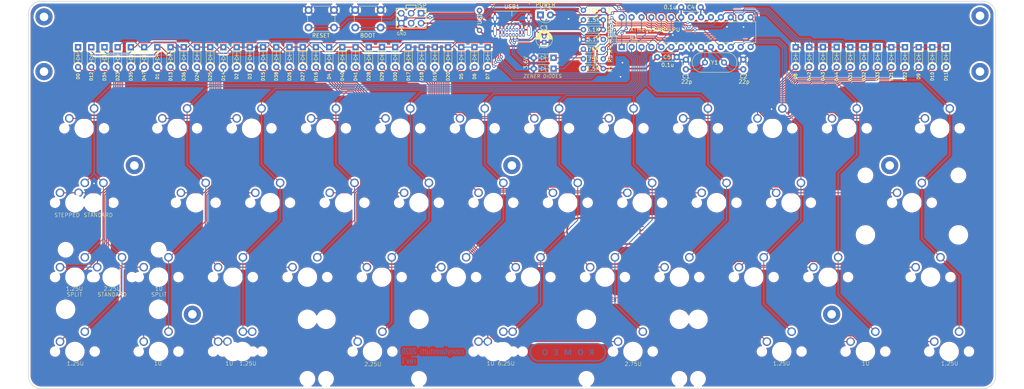
<source format=kicad_pcb>
(kicad_pcb (version 20171130) (host pcbnew "(5.1.5)-3")
  (layers (0 F.Cu signal) (31 B.Cu signal) (34 B.Paste user) (35 F.Paste user) (36 B.SilkS user) (37 F.SilkS user) (38 B.Mask user) (39 F.Mask user) (44 Edge.Cuts user))
  (net 0 "")
  (net 1 boot)
  (net 2 GND)
  (net 3 xtal1)
  (net 4 xtal2)
  (net 5 +5V)
  (net 6 "Net-(D0-Pad2)")
  (net 7 row0)
  (net 8 "Net-(D1-Pad2)")
  (net 9 "Net-(D2-Pad2)")
  (net 10 "Net-(D3-Pad2)")
  (net 11 "Net-(D4-Pad2)")
  (net 12 "Net-(D5-Pad2)")
  (net 13 "Net-(D6-Pad2)")
  (net 14 "Net-(D7-Pad2)")
  (net 15 "Net-(D8-Pad2)")
  (net 16 "Net-(D9-Pad2)")
  (net 17 "Net-(D10-Pad2)")
  (net 18 "Net-(D11-Pad2)")
  (net 19 "Net-(D12-Pad2)")
  (net 20 row1)
  (net 21 "Net-(D13-Pad2)")
  (net 22 "Net-(D14-Pad2)")
  (net 23 "Net-(D15-Pad2)")
  (net 24 "Net-(D16-Pad2)")
  (net 25 "Net-(D17-Pad2)")
  (net 26 "Net-(D18-Pad2)")
  (net 27 "Net-(D19-Pad2)")
  (net 28 "Net-(D20-Pad2)")
  (net 29 "Net-(D21-Pad2)")
  (net 30 "Net-(D22-Pad2)")
  (net 31 "Net-(D23-Pad2)")
  (net 32 row2)
  (net 33 "Net-(D24-Pad2)")
  (net 34 "Net-(D25-Pad2)")
  (net 35 "Net-(D26-Pad2)")
  (net 36 "Net-(D27-Pad2)")
  (net 37 "Net-(D28-Pad2)")
  (net 38 "Net-(D29-Pad2)")
  (net 39 "Net-(D30-Pad2)")
  (net 40 "Net-(D31-Pad2)")
  (net 41 "Net-(D32-Pad2)")
  (net 42 "Net-(D33-Pad2)")
  (net 43 "Net-(D34-Pad2)")
  (net 44 row3)
  (net 45 "Net-(D35-Pad2)")
  (net 46 "Net-(D36-Pad2)")
  (net 47 "Net-(D38-Pad2)")
  (net 48 "Net-(D40-Pad2)")
  (net 49 "Net-(D41-Pad2)")
  (net 50 "Net-(D42-Pad2)")
  (net 51 "Net-(D43-Pad2)")
  (net 52 "Net-(D44-Pad2)")
  (net 53 "Net-(D45-Pad1)")
  (net 54 "Net-(D46-Pad1)")
  (net 55 VCC)
  (net 56 sck)
  (net 57 reset)
  (net 58 "Net-(R2-Pad2)")
  (net 59 "Net-(R3-Pad2)")
  (net 60 D-)
  (net 61 D+)
  (net 62 col0)
  (net 63 col1)
  (net 64 col2)
  (net 65 col3)
  (net 66 col4)
  (net 67 col5)
  (net 68 col6)
  (net 69 col7)
  (net 70 col8)
  (net 71 col9)
  (net 72 col10)
  (net 73 col11)
  (net 74 "Net-(U1-Pad21)")
  (net 75 "Net-(USB1-PadA8)")
  (net 76 "Net-(USB1-PadB8)")
  (net 77 "Net-(LED1-Pad1)")
  (net 78 "Net-(D47-Pad2)")
  (module logos:rev1_16mm_mask (layer B.Cu) (at 114.9858 136.906 180)
    (fp_text reference G*** hide)
    (fp_text value LOGO hide)
  )
  (module logos:rev1_copper (layer B.Cu) (at 114.9858 136.906 180)
    (fp_text reference G*** hide)
    (fp_text value LOGO hide)
    (fp_poly (pts (xy -4.557889 0.889) (xy -4.720167 0.889) (xy -4.720167 2.355971) (xy -4.854705 2.271587) (xy -4.894358 2.24677) (xy -4.930615 2.224181) (xy -4.961556 2.205008) (xy -4.985261 2.190439) (xy -4.999811 2.18166) (xy -5.002871 2.179909) (xy -5.008651 2.177495) (xy -5.012507 2.179038) (xy -5.014821 2.186685) (xy -5.015973 2.202584) (xy -5.016346 2.228884) (xy -5.016346 2.255766) (xy -5.016191 2.338917) (xy -4.901478 2.414764) (xy -4.786766 2.490612) (xy -4.557889 2.490612) (xy -4.557889 0.889)) (layer B.Cu) (width 0.01))
    (fp_poly (pts (xy -5.478265 2.031827) (xy -5.455233 2.03107) (xy -5.441835 2.029372) (xy -5.435834 2.02638) (xy -5.434993 2.021736) (xy -5.435504 2.019653) (xy -5.437931 2.011051) (xy -5.443837 1.989908) (xy -5.452928 1.957282) (xy -5.464911 1.914227) (xy -5.479492 1.861802) (xy -5.496377 1.801062) (xy -5.515273 1.733064) (xy -5.535884 1.658866) (xy -5.557919 1.579522) (xy -5.581082 1.496091) (xy -5.588024 1.471084) (xy -5.611558 1.386339) (xy -5.634129 1.305143) (xy -5.655433 1.228579) (xy -5.675167 1.157732) (xy -5.69303 1.093685) (xy -5.708718 1.037523) (xy -5.721929 0.990331) (xy -5.73236 0.953192) (xy -5.739708 0.927191) (xy -5.743671 0.913412) (xy -5.74412 0.911931) (xy -5.751373 0.889) (xy -5.897351 0.889) (xy -5.904689 0.911931) (xy -5.908377 0.924297) (xy -5.915361 0.948537) (xy -5.925296 0.983415) (xy -5.937836 1.027698) (xy -5.952637 1.080149) (xy -5.969352 1.139534) (xy -5.987638 1.204618) (xy -6.007149 1.274166) (xy -6.027539 1.346943) (xy -6.048465 1.421715) (xy -6.06958 1.497246) (xy -6.090539 1.572302) (xy -6.110998 1.645647) (xy -6.130611 1.716047) (xy -6.149034 1.782267) (xy -6.16592 1.843071) (xy -6.180926 1.897225) (xy -6.193705 1.943495) (xy -6.203913 1.980644) (xy -6.211205 2.007439) (xy -6.215235 2.022644) (xy -6.215945 2.025705) (xy -6.209355 2.028184) (xy -6.19144 2.030203) (xy -6.164986 2.031546) (xy -6.134806 2.032) (xy -6.102861 2.031773) (xy -6.076836 2.031156) (xy -6.059519 2.030245) (xy -6.053667 2.029206) (xy -6.05198 2.021851) (xy -6.047153 2.002249) (xy -6.039538 1.971781) (xy -6.029487 1.93183) (xy -6.017354 1.883778) (xy -6.003489 1.829008) (xy -5.988244 1.768902) (xy -5.971973 1.704842) (xy -5.955027 1.63821) (xy -5.937758 1.57039) (xy -5.920519 1.502763) (xy -5.903661 1.436711) (xy -5.887537 1.373618) (xy -5.872498 1.314865) (xy -5.858898 1.261836) (xy -5.847088 1.215911) (xy -5.837419 1.178474) (xy -5.830246 1.150907) (xy -5.825919 1.134592) (xy -5.824752 1.13057) (xy -5.822769 1.136887) (xy -5.817644 1.155734) (xy -5.809674 1.185956) (xy -5.799156 1.226396) (xy -5.78639 1.275901) (xy -5.771672 1.333313) (xy -5.755301 1.397478) (xy -5.737574 1.46724) (xy -5.718789 1.541443) (xy -5.715641 1.553903) (xy -5.696495 1.629706) (xy -5.678221 1.70203) (xy -5.661139 1.769614) (xy -5.645567 1.831198) (xy -5.631825 1.885522) (xy -5.620231 1.931326) (xy -5.611104 1.967349) (xy -5.604762 1.992333) (xy -5.601525 2.005016) (xy -5.601388 2.005542) (xy -5.594512 2.032) (xy -5.51317 2.032) (xy -5.478265 2.031827)) (layer B.Cu) (width 0.01))
    (fp_poly (pts (xy -7.210778 1.905) (xy -7.237237 1.904947) (xy -7.300656 1.899464) (xy -7.361678 1.884053) (xy -7.418062 1.859887) (xy -7.467569 1.828138) (xy -7.507956 1.789977) (xy -7.535924 1.748686) (xy -7.54318 1.734127) (xy -7.549341 1.720263) (xy -7.554498 1.705848) (xy -7.558739 1.689638) (xy -7.562155 1.670386) (xy -7.564835 1.646846) (xy -7.566869 1.617773) (xy -7.568346 1.58192) (xy -7.569357 1.538041) (xy -7.569991 1.484892) (xy -7.570338 1.421226) (xy -7.570488 1.345797) (xy -7.570528 1.268237) (xy -7.570612 0.889) (xy -7.732889 0.889) (xy -7.732889 2.032) (xy -7.570612 2.032) (xy -7.570612 1.875994) (xy -7.525923 1.920484) (xy -7.464274 1.972524) (xy -7.396827 2.011848) (xy -7.324104 2.038202) (xy -7.256479 2.050434) (xy -7.210778 2.055116) (xy -7.210778 1.905)) (layer B.Cu) (width 0.01))
    (fp_poly (pts (xy -6.679361 2.050965) (xy -6.646194 2.047446) (xy -6.613032 2.042149) (xy -6.586649 2.036172) (xy -6.585012 2.03569) (xy -6.53718 2.015265) (xy -6.490812 1.984671) (xy -6.450722 1.947447) (xy -6.431165 1.922639) (xy -6.412826 1.89293) (xy -6.398003 1.862104) (xy -6.386362 1.828309) (xy -6.377571 1.789696) (xy -6.371297 1.744414) (xy -6.367207 1.690613) (xy -6.36497 1.626443) (xy -6.364251 1.550459) (xy -6.364112 1.397) (xy -6.886223 1.397) (xy -6.886223 1.292448) (xy -6.88539 1.237829) (xy -6.882523 1.194576) (xy -6.877066 1.160022) (xy -6.868464 1.1315) (xy -6.856164 1.106342) (xy -6.843538 1.087191) (xy -6.812623 1.055715) (xy -6.773013 1.034902) (xy -6.724293 1.02457) (xy -6.695723 1.02328) (xy -6.643104 1.028483) (xy -6.60005 1.044036) (xy -6.566335 1.070136) (xy -6.541731 1.106979) (xy -6.526012 1.154763) (xy -6.522732 1.172987) (xy -6.517732 1.2065) (xy -6.364112 1.2065) (xy -6.364112 1.172705) (xy -6.366044 1.145849) (xy -6.370976 1.114696) (xy -6.374661 1.098407) (xy -6.397247 1.0362) (xy -6.430009 0.983765) (xy -6.472852 0.941196) (xy -6.525686 0.908588) (xy -6.581814 0.887804) (xy -6.621286 0.880205) (xy -6.668725 0.876133) (xy -6.718819 0.875629) (xy -6.766257 0.878736) (xy -6.80573 0.885494) (xy -6.807873 0.886055) (xy -6.869563 0.909587) (xy -6.923349 0.9445) (xy -6.96852 0.990036) (xy -7.004366 1.045437) (xy -7.030176 1.109945) (xy -7.035349 1.128889) (xy -7.038041 1.14728) (xy -7.040331 1.177809) (xy -7.042217 1.218521) (xy -7.043701 1.267458) (xy -7.044783 1.322667) (xy -7.045462 1.38219) (xy -7.04574 1.444072) (xy -7.045616 1.506357) (xy -7.04528 1.545167) (xy -6.887489 1.545167) (xy -6.524911 1.545167) (xy -6.527775 1.656292) (xy -6.529094 1.699709) (xy -6.530721 1.7318) (xy -6.533029 1.755352) (xy -6.536388 1.77315) (xy -6.541171 1.787979) (xy -6.547138 1.801373) (xy -6.572587 1.843738) (xy -6.602591 1.873536) (xy -6.639159 1.892023) (xy -6.684298 1.900456) (xy -6.706828 1.901305) (xy -6.736951 1.900835) (xy -6.758058 1.898429) (xy -6.775224 1.892908) (xy -6.793523 1.883097) (xy -6.79855 1.880033) (xy -6.819777 1.864875) (xy -6.836206 1.847109) (xy -6.851716 1.822178) (xy -6.858 1.810221) (xy -6.867402 1.791442) (xy -6.874104 1.775895) (xy -6.878628 1.760567) (xy -6.881495 1.74244) (xy -6.883226 1.7185) (xy -6.884343 1.685731) (xy -6.885092 1.653508) (xy -6.887489 1.545167) (xy -7.04528 1.545167) (xy -7.04509 1.56709) (xy -7.044163 1.624313) (xy -7.042835 1.676073) (xy -7.041106 1.720411) (xy -7.038977 1.755374) (xy -7.036447 1.779004) (xy -7.035271 1.785056) (xy -7.011434 1.856401) (xy -6.978477 1.917259) (xy -6.936875 1.967273) (xy -6.887105 2.00609) (xy -6.829643 2.033351) (xy -6.764965 2.048702) (xy -6.693548 2.051787) (xy -6.679361 2.050965)) (layer B.Cu) (width 0.01))
  )
  (module logos:coseyfannitutti_16mm (layer B.Cu) (at 127.343853 131.527521 180)
    (fp_text reference G*** hide)
    (fp_text value LOGO hide)
  )
  (module logos:coseyfannitutti_rev1_16mm_copper (layer B.Cu) (at 127.343853 131.527521 180)
    (fp_text reference G*** hide)
    (fp_text value LOGO hide)
    (fp_poly (pts (xy 3.224388 -0.656166) (xy 3.062111 -0.656166) (xy 3.062111 -0.500944) (xy 3.224388 -0.500944) (xy 3.224388 -0.656166)) (layer B.Cu) (width 0.01))
    (fp_poly (pts (xy 0.077611 -0.656166) (xy -0.084667 -0.656166) (xy -0.084667 -0.500944) (xy 0.077611 -0.500944) (xy 0.077611 -0.656166)) (layer B.Cu) (width 0.01))
    (fp_poly (pts (xy 6.682705 -0.423537) (xy 6.726835 -0.426744) (xy 6.763442 -0.432514) (xy 6.769277 -0.433937) (xy 6.83364 -0.457389) (xy 6.888471 -0.491159) (xy 6.933629 -0.535033) (xy 6.968976 -0.588799) (xy 6.994371 -0.652243) (xy 7.009673 -0.725151) (xy 7.014742 -0.80731) (xy 7.014741 -0.807861) (xy 7.00999 -0.889873) (xy 6.995642 -0.971653) (xy 6.971097 -1.0554) (xy 6.935759 -1.143311) (xy 6.9071 -1.202972) (xy 6.89427 -1.226985) (xy 6.874918 -1.261509) (xy 6.849934 -1.305049) (xy 6.820209 -1.356107) (xy 6.786632 -1.413188) (xy 6.750095 -1.474795) (xy 6.711487 -1.539433) (xy 6.671699 -1.605605) (xy 6.631621 -1.671815) (xy 6.592144 -1.736566) (xy 6.554158 -1.798363) (xy 6.520817 -1.852083) (xy 6.498802 -1.887361) (xy 6.756012 -1.889211) (xy 7.013222 -1.891062) (xy 7.013222 -2.039055) (xy 6.300611 -2.039055) (xy 6.300611 -1.907743) (xy 6.499137 -1.572996) (xy 6.53804 -1.507221) (xy 6.576094 -1.442544) (xy 6.612435 -1.380453) (xy 6.6462 -1.322442) (xy 6.676524 -1.27) (xy 6.702544 -1.224618) (xy 6.723395 -1.187787) (xy 6.738214 -1.160999) (xy 6.742179 -1.153583) (xy 6.783969 -1.066125) (xy 6.815564 -0.982509) (xy 6.836837 -0.903586) (xy 6.847657 -0.830205) (xy 6.847895 -0.763216) (xy 6.837424 -0.703471) (xy 6.817812 -0.654878) (xy 6.791548 -0.616841) (xy 6.759789 -0.590683) (xy 6.720723 -0.575379) (xy 6.672534 -0.569903) (xy 6.6675 -0.569857) (xy 6.620155 -0.574074) (xy 6.580884 -0.587891) (xy 6.546202 -0.612812) (xy 6.530241 -0.629073) (xy 6.503404 -0.665242) (xy 6.483402 -0.707451) (xy 6.469258 -0.758288) (xy 6.460775 -0.813152) (xy 6.453013 -0.881944) (xy 6.291429 -0.881944) (xy 6.295744 -0.809625) (xy 6.304401 -0.735126) (xy 6.32073 -0.665755) (xy 6.343844 -0.605135) (xy 6.34749 -0.597713) (xy 6.378008 -0.550711) (xy 6.418615 -0.507658) (xy 6.46602 -0.471165) (xy 6.516935 -0.443845) (xy 6.558466 -0.430237) (xy 6.593192 -0.42519) (xy 6.636381 -0.422988) (xy 6.682705 -0.423537)) (layer B.Cu) (width 0.01))
    (fp_poly (pts (xy 4.838841 -0.423387) (xy 4.882971 -0.426437) (xy 4.920151 -0.432111) (xy 4.92773 -0.433925) (xy 4.992361 -0.457449) (xy 5.04751 -0.491425) (xy 5.093176 -0.535848) (xy 5.129355 -0.590717) (xy 5.156044 -0.656027) (xy 5.162115 -0.677333) (xy 5.16923 -0.717123) (xy 5.17307 -0.766125) (xy 5.173646 -0.819825) (xy 5.170966 -0.873712) (xy 5.16504 -0.923273) (xy 5.161543 -0.941916) (xy 5.152983 -0.97922) (xy 5.143309 -1.015203) (xy 5.131939 -1.051042) (xy 5.11829 -1.087915) (xy 5.10178 -1.126999) (xy 5.081826 -1.16947) (xy 5.057847 -1.216505) (xy 5.029259 -1.269283) (xy 4.99548 -1.328978) (xy 4.955927 -1.396769) (xy 4.910019 -1.473833) (xy 4.857173 -1.561346) (xy 4.845576 -1.580444) (xy 4.659051 -1.887361) (xy 4.915386 -1.889211) (xy 5.171722 -1.891062) (xy 5.171722 -2.039055) (xy 4.459111 -2.039055) (xy 4.459173 -1.908527) (xy 4.667997 -1.55575) (xy 4.707506 -1.488809) (xy 4.745889 -1.423407) (xy 4.782348 -1.360924) (xy 4.816088 -1.302744) (xy 4.84631 -1.250248) (xy 4.872218 -1.204819) (xy 4.893016 -1.167839) (xy 4.907906 -1.14069) (xy 4.91408 -1.128888) (xy 4.951687 -1.046245) (xy 4.980118 -0.966617) (xy 4.99896 -0.891593) (xy 5.007801 -0.822762) (xy 5.00717 -0.770593) (xy 5.00171 -0.727023) (xy 4.993317 -0.692684) (xy 4.980472 -0.662766) (xy 4.965157 -0.637572) (xy 4.935271 -0.603731) (xy 4.898706 -0.581706) (xy 4.854333 -0.570939) (xy 4.827599 -0.569604) (xy 4.780245 -0.573773) (xy 4.741308 -0.586903) (xy 4.707206 -0.610527) (xy 4.688741 -0.629073) (xy 4.663309 -0.66288) (xy 4.644185 -0.701797) (xy 4.630317 -0.748629) (xy 4.620648 -0.806178) (xy 4.619938 -0.812063) (xy 4.611739 -0.881944) (xy 4.452055 -0.881944) (xy 4.452148 -0.834319) (xy 4.455109 -0.788114) (xy 4.463074 -0.736524) (xy 4.474905 -0.684726) (xy 4.489464 -0.637893) (xy 4.501713 -0.60869) (xy 4.535891 -0.553598) (xy 4.579669 -0.505821) (xy 4.630736 -0.467271) (xy 4.686781 -0.439863) (xy 4.716638 -0.430766) (xy 4.750487 -0.425474) (xy 4.792951 -0.42304) (xy 4.838841 -0.423387)) (layer B.Cu) (width 0.01))
    (fp_poly (pts (xy 3.224388 -2.039055) (xy 3.062111 -2.039055) (xy 3.062111 -0.896055) (xy 3.224388 -0.896055) (xy 3.224388 -2.039055)) (layer B.Cu) (width 0.01))
    (fp_poly (pts (xy 0.077611 -2.039055) (xy -0.084667 -2.039055) (xy -0.084667 -0.896055) (xy 0.077611 -0.896055) (xy 0.077611 -2.039055)) (layer B.Cu) (width 0.01))
    (fp_poly (pts (xy -0.553862 -0.884993) (xy -0.49847 -0.903716) (xy -0.45227 -0.932083) (xy -0.414837 -0.970617) (xy -0.385752 -1.019846) (xy -0.364591 -1.080294) (xy -0.353456 -1.134667) (xy -0.351624 -1.154189) (xy -0.350025 -1.187373) (xy -0.348667 -1.233768) (xy -0.347557 -1.292927) (xy -0.346701 -1.364399) (xy -0.346108 -1.447738) (xy -0.345785 -1.542493) (xy -0.345723 -1.611782) (xy -0.345723 -2.039055) (xy -0.508 -2.039055) (xy -0.508 -1.608263) (xy -0.508131 -1.504754) (xy -0.508521 -1.413881) (xy -0.509166 -1.335862) (xy -0.510063 -1.270919) (xy -0.511209 -1.219269) (xy -0.512599 -1.181135) (xy -0.51423 -1.156734) (xy -0.515527 -1.147888) (xy -0.533285 -1.103461) (xy -0.561325 -1.06857) (xy -0.599271 -1.043502) (xy -0.646746 -1.028545) (xy -0.67657 -1.024747) (xy -0.728244 -1.025812) (xy -0.773931 -1.036266) (xy -0.81125 -1.055441) (xy -0.82439 -1.06645) (xy -0.836754 -1.079052) (xy -0.847433 -1.091684) (xy -0.856553 -1.10543) (xy -0.864234 -1.121376) (xy -0.870601 -1.140608) (xy -0.875775 -1.164213) (xy -0.879881 -1.193275) (xy -0.88304 -1.228881) (xy -0.885375 -1.272116) (xy -0.88701 -1.324067) (xy -0.888067 -1.385819) (xy -0.888669 -1.458457) (xy -0.88894 -1.543069) (xy -0.889 -1.637509) (xy -0.889 -2.039055) (xy -1.044223 -2.039055) (xy -1.044223 -0.896055) (xy -0.890764 -0.896055) (xy -0.886355 -0.918104) (xy -0.883915 -0.937498) (xy -0.882314 -0.964033) (xy -0.881945 -0.982985) (xy -0.881945 -1.025818) (xy -0.862015 -0.99445) (xy -0.825245 -0.949163) (xy -0.779811 -0.914222) (xy -0.727177 -0.890147) (xy -0.668806 -0.877458) (xy -0.606163 -0.876676) (xy -0.553862 -0.884993)) (layer B.Cu) (width 0.01))
    (fp_poly (pts (xy -1.535251 -0.879633) (xy -1.506604 -0.882146) (xy -1.482863 -0.887004) (xy -1.459443 -0.894873) (xy -1.45733 -0.895699) (xy -1.410666 -0.921058) (xy -1.36929 -0.956979) (xy -1.337011 -0.999987) (xy -1.3312 -1.010663) (xy -1.323602 -1.026149) (xy -1.317026 -1.041187) (xy -1.311385 -1.056898) (xy -1.306593 -1.074403) (xy -1.302565 -1.094826) (xy -1.299214 -1.119286) (xy -1.296453 -1.148907) (xy -1.294197 -1.18481) (xy -1.292359 -1.228117) (xy -1.290853 -1.279949) (xy -1.289593 -1.341428) (xy -1.288493 -1.413676) (xy -1.287465 -1.497815) (xy -1.286447 -1.592791) (xy -1.281829 -2.039055) (xy -1.445887 -2.039055) (xy -1.447902 -1.596319) (xy -1.448314 -1.502532) (xy -1.448715 -1.421774) (xy -1.449226 -1.352962) (xy -1.449969 -1.295016) (xy -1.451065 -1.246852) (xy -1.452636 -1.20739) (xy -1.454803 -1.175547) (xy -1.457687 -1.150241) (xy -1.46141 -1.130391) (xy -1.466094 -1.114914) (xy -1.471859 -1.10273) (xy -1.478827 -1.092755) (xy -1.487121 -1.083909) (xy -1.49686 -1.075108) (xy -1.50744 -1.065913) (xy -1.543364 -1.041715) (xy -1.585353 -1.027837) (xy -1.635409 -1.023729) (xy -1.657979 -1.024687) (xy -1.70867 -1.034319) (xy -1.750806 -1.055103) (xy -1.783935 -1.086635) (xy -1.807603 -1.128513) (xy -1.81917 -1.167926) (xy -1.821175 -1.184047) (xy -1.822885 -1.21124) (xy -1.824308 -1.249943) (xy -1.825451 -1.300592) (xy -1.826323 -1.363628) (xy -1.826931 -1.439488) (xy -1.827284 -1.52861) (xy -1.827389 -1.623954) (xy -1.827389 -2.039055) (xy -1.989667 -2.039055) (xy -1.989667 -0.896055) (xy -1.827389 -0.896055) (xy -1.827389 -1.032873) (xy -1.807117 -1.001506) (xy -1.767269 -0.952197) (xy -1.71872 -0.913835) (xy -1.689806 -0.898193) (xy -1.668897 -0.889084) (xy -1.650488 -0.883311) (xy -1.63027 -0.880157) (xy -1.603936 -0.878903) (xy -1.573389 -0.878796) (xy -1.535251 -0.879633)) (layer B.Cu) (width 0.01))
    (fp_poly (pts (xy -3.040945 -0.585611) (xy -3.114569 -0.585611) (xy -3.15675 -0.586437) (xy -3.188021 -0.589444) (xy -3.211515 -0.595427) (xy -3.230363 -0.605178) (xy -3.247486 -0.619288) (xy -3.262922 -0.638475) (xy -3.274255 -0.663674) (xy -3.281909 -0.696804) (xy -3.286306 -0.73978) (xy -3.287872 -0.794518) (xy -3.287889 -0.802086) (xy -3.287889 -0.896055) (xy -3.040945 -0.896055) (xy -3.040945 -1.030111) (xy -3.287889 -1.030111) (xy -3.287889 -2.039055) (xy -3.450167 -2.039055) (xy -3.450167 -1.030111) (xy -3.570112 -1.030111) (xy -3.570112 -0.896055) (xy -3.510139 -0.896055) (xy -3.482915 -0.895863) (xy -3.461948 -0.89535) (xy -3.450533 -0.894613) (xy -3.449385 -0.894291) (xy -3.44886 -0.887028) (xy -3.447878 -0.867929) (xy -3.446546 -0.839262) (xy -3.444969 -0.803289) (xy -3.443385 -0.765527) (xy -3.441147 -0.717036) (xy -3.438744 -0.680018) (xy -3.435847 -0.651835) (xy -3.432127 -0.629851) (xy -3.427256 -0.611428) (xy -3.422502 -0.597981) (xy -3.397505 -0.551211) (xy -3.3618 -0.509159) (xy -3.318738 -0.475364) (xy -3.293474 -0.461734) (xy -3.274973 -0.453732) (xy -3.258286 -0.448053) (xy -3.240245 -0.444206) (xy -3.217684 -0.441699) (xy -3.187435 -0.44004) (xy -3.146329 -0.438739) (xy -3.145014 -0.438704) (xy -3.040945 -0.435906) (xy -3.040945 -0.585611)) (layer B.Cu) (width 0.01))
    (fp_poly (pts (xy 2.638777 -0.896055) (xy 2.8575 -0.896055) (xy 2.8575 -1.044222) (xy 2.638777 -1.044222) (xy 2.638777 -1.413751) (xy 2.638828 -1.497617) (xy 2.639003 -1.568544) (xy 2.639332 -1.627707) (xy 2.639848 -1.676279) (xy 2.640581 -1.715432) (xy 2.641564 -1.74634) (xy 2.642829 -1.770175) (xy 2.644406 -1.788112) (xy 2.646327 -1.801322) (xy 2.648624 -1.81098) (xy 2.649546 -1.813804) (xy 2.665772 -1.847431) (xy 2.688333 -1.871661) (xy 2.718962 -1.887466) (xy 2.759394 -1.89582) (xy 2.799291 -1.897789) (xy 2.8575 -1.897944) (xy 2.8575 -2.046111) (xy 2.78518 -2.045281) (xy 2.750397 -2.044365) (xy 2.717035 -2.042595) (xy 2.690113 -2.040276) (xy 2.680198 -2.038932) (xy 2.624426 -2.023682) (xy 2.577985 -1.998136) (xy 2.540436 -1.961888) (xy 2.511343 -1.91453) (xy 2.492886 -1.865068) (xy 2.490243 -1.854625) (xy 2.487985 -1.842082) (xy 2.48607 -1.826241) (xy 2.484459 -1.805905) (xy 2.483109 -1.779877) (xy 2.481981 -1.74696) (xy 2.481035 -1.705958) (xy 2.480228 -1.655673) (xy 2.47952 -1.594908) (xy 2.478871 -1.522466) (xy 2.47824 -1.437151) (xy 2.478219 -1.434041) (xy 2.475541 -1.044222) (xy 2.363611 -1.044222) (xy 2.363611 -0.896055) (xy 2.4765 -0.896055) (xy 2.4765 -0.564444) (xy 2.638777 -0.564444) (xy 2.638777 -0.896055)) (layer B.Cu) (width 0.01))
    (fp_poly (pts (xy 2.046111 -0.896055) (xy 2.264833 -0.896055) (xy 2.264833 -1.044222) (xy 2.046111 -1.044222) (xy 2.04642 -1.416402) (xy 2.046525 -1.502259) (xy 2.046743 -1.57518) (xy 2.047161 -1.636342) (xy 2.047865 -1.68692) (xy 2.048944 -1.72809) (xy 2.050482 -1.761027) (xy 2.052568 -1.786907) (xy 2.055287 -1.806907) (xy 2.058727 -1.822202) (xy 2.062975 -1.833966) (xy 2.068117 -1.843378) (xy 2.074241 -1.851611) (xy 2.078954 -1.857074) (xy 2.106149 -1.878315) (xy 2.143402 -1.891688) (xy 2.191627 -1.897485) (xy 2.206625 -1.897789) (xy 2.264833 -1.897944) (xy 2.264833 -2.046111) (xy 2.192513 -2.045281) (xy 2.157811 -2.044373) (xy 2.124608 -2.042625) (xy 2.097885 -2.040337) (xy 2.088034 -2.039004) (xy 2.031849 -2.023507) (xy 1.984959 -1.997552) (xy 1.947258 -1.961018) (xy 1.918641 -1.913781) (xy 1.899001 -1.855719) (xy 1.890765 -1.810337) (xy 1.889479 -1.793425) (xy 1.888268 -1.763986) (xy 1.88716 -1.723604) (xy 1.88618 -1.673864) (xy 1.885353 -1.616349) (xy 1.884707 -1.552644) (xy 1.884268 -1.484333) (xy 1.88406 -1.413) (xy 1.884051 -1.402291) (xy 1.883833 -1.044222) (xy 1.770944 -1.044222) (xy 1.770944 -0.896055) (xy 1.883833 -0.896055) (xy 1.883833 -0.564444) (xy 2.046111 -0.564444) (xy 2.046111 -0.896055)) (layer B.Cu) (width 0.01))
    (fp_poly (pts (xy 0.5308 -0.728486) (xy 0.532694 -0.892527) (xy 0.747888 -0.896423) (xy 0.747888 -1.044222) (xy 0.528275 -1.044222) (xy 0.530485 -1.41993) (xy 0.532694 -1.795638) (xy 0.54907 -1.828886) (xy 0.565547 -1.855918) (xy 0.585731 -1.874897) (xy 0.612313 -1.887193) (xy 0.647988 -1.89418) (xy 0.682362 -1.896761) (xy 0.747888 -1.899627) (xy 0.747888 -2.046111) (xy 0.675569 -2.045519) (xy 0.639788 -2.04438) (xy 0.604454 -2.041823) (xy 0.575051 -2.0383) (xy 0.564444 -2.036353) (xy 0.536736 -2.028905) (xy 0.509943 -2.019615) (xy 0.49906 -2.014917) (xy 0.466446 -1.992796) (xy 0.435663 -1.960423) (xy 0.409798 -1.921599) (xy 0.393488 -1.884915) (xy 0.390091 -1.874571) (xy 0.387209 -1.864435) (xy 0.384792 -1.853289) (xy 0.382792 -1.839915) (xy 0.381158 -1.823095) (xy 0.379843 -1.801611) (xy 0.378795 -1.774246) (xy 0.377966 -1.73978) (xy 0.377307 -1.696997) (xy 0.376768 -1.644678) (xy 0.3763 -1.581605) (xy 0.375854 -1.50656) (xy 0.3755 -1.441097) (xy 0.37339 -1.044222) (xy 0.254 -1.044222) (xy 0.254 -0.896055) (xy 0.373944 -0.896055) (xy 0.373944 -0.564444) (xy 0.528906 -0.564444) (xy 0.5308 -0.728486)) (layer B.Cu) (width 0.01))
    (fp_poly (pts (xy 7.634335 -0.425624) (xy 7.67398 -0.430461) (xy 7.69193 -0.434213) (xy 7.75448 -0.457192) (xy 7.808818 -0.491354) (xy 7.854166 -0.535888) (xy 7.889748 -0.589983) (xy 7.914786 -0.652828) (xy 7.919807 -0.671906) (xy 7.92183 -0.682413) (xy 7.923584 -0.696222) (xy 7.925086 -0.714309) (xy 7.926354 -0.737651) (xy 7.927406 -0.767225) (xy 7.92826 -0.804007) (xy 7.928935 -0.848973) (xy 7.929447 -0.9031) (xy 7.929815 -0.967364) (xy 7.930057 -1.042741) (xy 7.930191 -1.130209) (xy 7.930235 -1.230743) (xy 7.930235 -1.23825) (xy 7.930222 -1.341192) (xy 7.930142 -1.431055) (xy 7.929931 -1.508868) (xy 7.929528 -1.575664) (xy 7.92887 -1.632472) (xy 7.927894 -1.680324) (xy 7.926539 -1.720251) (xy 7.924742 -1.753284) (xy 7.92244 -1.780453) (xy 7.919572 -1.802791) (xy 7.916074 -1.821327) (xy 7.911884 -1.837093) (xy 7.906941 -1.85112) (xy 7.901181 -1.864438) (xy 7.894541 -1.87808) (xy 7.891095 -1.884905) (xy 7.857388 -1.936169) (xy 7.812758 -1.979894) (xy 7.758968 -2.014721) (xy 7.697781 -2.039294) (xy 7.686734 -2.042363) (xy 7.653219 -2.048265) (xy 7.610964 -2.05163) (xy 7.564817 -2.05246) (xy 7.519626 -2.050756) (xy 7.480237 -2.046521) (xy 7.459588 -2.042289) (xy 7.395774 -2.019108) (xy 7.341843 -1.986285) (xy 7.297074 -1.943153) (xy 7.260744 -1.889048) (xy 7.237268 -1.837408) (xy 7.221361 -1.795638) (xy 7.221361 -1.241777) (xy 7.221374 -1.139996) (xy 7.221431 -1.051341) (xy 7.221508 -1.002135) (xy 7.373903 -1.002135) (xy 7.373931 -1.07879) (xy 7.37418 -1.167531) (xy 7.374594 -1.266472) (xy 7.375054 -1.361917) (xy 7.375517 -1.44429) (xy 7.376011 -1.514634) (xy 7.376567 -1.573986) (xy 7.377212 -1.623388) (xy 7.377978 -1.66388) (xy 7.378892 -1.696502) (xy 7.379985 -1.722294) (xy 7.381286 -1.742296) (xy 7.382824 -1.757548) (xy 7.384629 -1.769091) (xy 7.38673 -1.777965) (xy 7.389156 -1.78521) (xy 7.389248 -1.78545) (xy 7.413361 -1.831501) (xy 7.445845 -1.866285) (xy 7.486884 -1.889921) (xy 7.536661 -1.902526) (xy 7.574138 -1.904862) (xy 7.608557 -1.90374) (xy 7.634669 -1.899687) (xy 7.658151 -1.891671) (xy 7.665861 -1.888184) (xy 7.703956 -1.865069) (xy 7.732968 -1.834801) (xy 7.755441 -1.795638) (xy 7.771694 -1.760361) (xy 7.771694 -0.716138) (xy 7.754975 -0.679156) (xy 7.730609 -0.639791) (xy 7.697176 -0.606098) (xy 7.65881 -0.582206) (xy 7.657198 -0.581498) (xy 7.630316 -0.574212) (xy 7.59517 -0.570458) (xy 7.557108 -0.570243) (xy 7.521478 -0.573571) (xy 7.493627 -0.580449) (xy 7.491498 -0.581323) (xy 7.45712 -0.601461) (xy 7.425947 -0.629184) (xy 7.403065 -0.659873) (xy 7.401249 -0.663276) (xy 7.395838 -0.67468) (xy 7.391148 -0.686886) (xy 7.387133 -0.700922) (xy 7.383749 -0.717812) (xy 7.380949 -0.738582) (xy 7.37869 -0.764259) (xy 7.376925 -0.795867) (xy 7.375609 -0.834433) (xy 7.374697 -0.880983) (xy 7.374144 -0.936541) (xy 7.373903 -1.002135) (xy 7.221508 -1.002135) (xy 7.221551 -0.974826) (xy 7.221759 -0.909468) (xy 7.222075 -0.85428) (xy 7.222522 -0.808278) (xy 7.223122 -0.770477) (xy 7.223898 -0.739891) (xy 7.224871 -0.715536) (xy 7.226063 -0.696426) (xy 7.227496 -0.681577) (xy 7.229194 -0.670003) (xy 7.231177 -0.660719) (xy 7.233468 -0.65274) (xy 7.234675 -0.649111) (xy 7.251715 -0.604776) (xy 7.270108 -0.569459) (xy 7.292756 -0.538148) (xy 7.310535 -0.518206) (xy 7.350976 -0.483825) (xy 7.400522 -0.455008) (xy 7.454477 -0.434367) (xy 7.467305 -0.430982) (xy 7.500531 -0.425795) (xy 7.542711 -0.423221) (xy 7.588946 -0.423187) (xy 7.634335 -0.425624)) (layer B.Cu) (width 0.01))
    (fp_poly (pts (xy 5.800826 -0.425822) (xy 5.856133 -0.435094) (xy 5.903985 -0.451653) (xy 5.947191 -0.476486) (xy 5.988558 -0.510577) (xy 5.990454 -0.512376) (xy 6.030597 -0.559388) (xy 6.060563 -0.614649) (xy 6.078305 -0.667674) (xy 6.080557 -0.6836) (xy 6.08257 -0.712235) (xy 6.084345 -0.752178) (xy 6.085881 -0.80203) (xy 6.087179 -0.86039) (xy 6.088239 -0.925859) (xy 6.089062 -0.997035) (xy 6.089648 -1.072519) (xy 6.089997 -1.150911) (xy 6.09011 -1.23081) (xy 6.089985 -1.310817) (xy 6.089625 -1.38953) (xy 6.089029 -1.46555) (xy 6.088198 -1.537477) (xy 6.087131 -1.603911) (xy 6.08583 -1.663451) (xy 6.084293 -1.714697) (xy 6.082522 -1.756248) (xy 6.080517 -1.786706) (xy 6.078279 -1.804669) (xy 6.07808 -1.805565) (xy 6.056177 -1.870378) (xy 6.023343 -1.926409) (xy 5.980064 -1.973162) (xy 5.926829 -2.010145) (xy 5.864125 -2.036864) (xy 5.84379 -2.042739) (xy 5.810701 -2.048495) (xy 5.76868 -2.051713) (xy 5.722612 -2.052409) (xy 5.677384 -2.050597) (xy 5.637883 -2.046294) (xy 5.617014 -2.042015) (xy 5.559566 -2.020508) (xy 5.506863 -1.989068) (xy 5.46162 -1.94978) (xy 5.426555 -1.90473) (xy 5.417663 -1.888922) (xy 5.408902 -1.868203) (xy 5.39912 -1.83971) (xy 5.390367 -1.809441) (xy 5.390009 -1.80805) (xy 5.38741 -1.797287) (xy 5.385162 -1.786056) (xy 5.38324 -1.773302) (xy 5.381617 -1.75797) (xy 5.38027 -1.739003) (xy 5.379172 -1.715348) (xy 5.378298 -1.685948) (xy 5.377623 -1.649748) (xy 5.377122 -1.605693) (xy 5.376769 -1.552727) (xy 5.376539 -1.489796) (xy 5.376407 -1.415844) (xy 5.376346 -1.329815) (xy 5.376333 -1.23825) (xy 5.376347 -1.140154) (xy 5.376408 -1.055112) (xy 5.376542 -0.982066) (xy 5.376773 -0.919958) (xy 5.377129 -0.867731) (xy 5.377634 -0.824327) (xy 5.378315 -0.788689) (xy 5.379197 -0.759758) (xy 5.380307 -0.736477) (xy 5.381275 -0.723194) (xy 5.535083 -0.723194) (xy 5.535083 -1.234722) (xy 5.535103 -1.332656) (xy 5.535181 -1.4175) (xy 5.535338 -1.490272) (xy 5.535598 -1.551992) (xy 5.535983 -1.603681) (xy 5.536518 -1.646358) (xy 5.537226 -1.681043) (xy 5.538128 -1.708756) (xy 5.539249 -1.730517) (xy 5.540612 -1.747346) (xy 5.54224 -1.760262) (xy 5.544155 -1.770286) (xy 5.546381 -1.778437) (xy 5.547485 -1.781751) (xy 5.570012 -1.82829) (xy 5.601257 -1.863779) (xy 5.641306 -1.888276) (xy 5.690243 -1.901835) (xy 5.732638 -1.904862) (xy 5.767057 -1.90374) (xy 5.793169 -1.899687) (xy 5.816651 -1.891671) (xy 5.824361 -1.888184) (xy 5.862456 -1.865069) (xy 5.891468 -1.834801) (xy 5.913941 -1.795638) (xy 5.930194 -1.760361) (xy 5.930194 -0.716138) (xy 5.91352 -0.679259) (xy 5.892997 -0.645012) (xy 5.865295 -0.614) (xy 5.834269 -0.589993) (xy 5.810574 -0.578662) (xy 5.776775 -0.571687) (xy 5.736097 -0.569408) (xy 5.694982 -0.571858) (xy 5.663776 -0.57789) (xy 5.623799 -0.596201) (xy 5.588426 -0.625632) (xy 5.560775 -0.663268) (xy 5.551379 -0.682853) (xy 5.535083 -0.723194) (xy 5.381275 -0.723194) (xy 5.38167 -0.717789) (xy 5.383313 -0.702636) (xy 5.38526 -0.68996) (xy 5.387538 -0.678705) (xy 5.390173 -0.667811) (xy 5.39029 -0.667352) (xy 5.408818 -0.609971) (xy 5.433123 -0.562809) (xy 5.465089 -0.522519) (xy 5.480119 -0.507874) (xy 5.523897 -0.473613) (xy 5.570933 -0.448846) (xy 5.623736 -0.432735) (xy 5.684811 -0.424446) (xy 5.735256 -0.422852) (xy 5.800826 -0.425822)) (layer B.Cu) (width 0.01))
    (fp_poly (pts (xy 1.093611 -1.328691) (xy 1.093632 -1.422638) (xy 1.093754 -1.503556) (xy 1.094061 -1.572527) (xy 1.094638 -1.630634) (xy 1.095569 -1.678959) (xy 1.096938 -1.718584) (xy 1.098832 -1.750591) (xy 1.101333 -1.776062) (xy 1.104528 -1.79608) (xy 1.1085 -1.811727) (xy 1.113335 -1.824085) (xy 1.119118 -1.834236) (xy 1.125932 -1.843263) (xy 1.133862 -1.852247) (xy 1.134654 -1.853114) (xy 1.157373 -1.874384) (xy 1.18189 -1.888816) (xy 1.211806 -1.897773) (xy 1.250716 -1.902615) (xy 1.26821 -1.903641) (xy 1.300342 -1.904749) (xy 1.323002 -1.904026) (xy 1.340786 -1.900767) (xy 1.358289 -1.894267) (xy 1.372289 -1.887678) (xy 1.400204 -1.871239) (xy 1.419861 -1.851744) (xy 1.430523 -1.835684) (xy 1.449916 -1.802694) (xy 1.451879 -1.349375) (xy 1.453842 -0.896055) (xy 1.615722 -0.896055) (xy 1.615722 -2.039055) (xy 1.454015 -2.039055) (xy 1.451965 -1.98198) (xy 1.449916 -1.924905) (xy 1.427732 -1.956433) (xy 1.392653 -1.994622) (xy 1.348019 -2.024634) (xy 1.305562 -2.041845) (xy 1.269631 -2.048937) (xy 1.226466 -2.052155) (xy 1.181804 -2.051488) (xy 1.141385 -2.046928) (xy 1.120867 -2.042111) (xy 1.069421 -2.019068) (xy 1.024999 -1.983874) (xy 0.987796 -1.936722) (xy 0.958265 -1.878454) (xy 0.941916 -1.837972) (xy 0.93987 -1.367013) (xy 0.937824 -0.896055) (xy 1.093611 -0.896055) (xy 1.093611 -1.328691)) (layer B.Cu) (width 0.01))
    (fp_poly (pts (xy -2.470246 -0.886502) (xy -2.407071 -0.905394) (xy -2.353439 -0.934264) (xy -2.308784 -0.973485) (xy -2.272541 -1.02343) (xy -2.249084 -1.071701) (xy -2.245903 -1.079735) (xy -2.243169 -1.087668) (xy -2.240844 -1.096589) (xy -2.238889 -1.107591) (xy -2.237264 -1.121763) (xy -2.23593 -1.140195) (xy -2.234848 -1.163979) (xy -2.233979 -1.194204) (xy -2.233284 -1.231962) (xy -2.232723 -1.278342) (xy -2.232259 -1.334435) (xy -2.231851 -1.401332) (xy -2.23146 -1.480123) (xy -2.231048 -1.571898) (xy -2.231034 -1.575152) (xy -2.228984 -2.039055) (xy -2.377723 -2.039055) (xy -2.377723 -1.93816) (xy -2.398592 -1.966969) (xy -2.429156 -1.998359) (xy -2.47022 -2.024229) (xy -2.518622 -2.042605) (xy -2.520499 -2.043112) (xy -2.550144 -2.048312) (xy -2.588625 -2.051329) (xy -2.631165 -2.052164) (xy -2.672987 -2.050816) (xy -2.709315 -2.047287) (xy -2.7305 -2.043093) (xy -2.785542 -2.021961) (xy -2.830884 -1.9916) (xy -2.866755 -1.951634) (xy -2.893381 -1.901687) (xy -2.910991 -1.841383) (xy -2.919811 -1.770346) (xy -2.921 -1.728257) (xy -2.920679 -1.721555) (xy -2.77546 -1.721555) (xy -2.772989 -1.780526) (xy -2.763808 -1.828241) (xy -2.747377 -1.866137) (xy -2.723157 -1.895648) (xy -2.70464 -1.90994) (xy -2.670126 -1.925684) (xy -2.627285 -1.934894) (xy -2.580386 -1.937398) (xy -2.533697 -1.933025) (xy -2.491487 -1.921603) (xy -2.484649 -1.918766) (xy -2.446831 -1.897182) (xy -2.418816 -1.868863) (xy -2.397723 -1.831851) (xy -2.392484 -1.819424) (xy -2.388456 -1.806999) (xy -2.385443 -1.792482) (xy -2.383249 -1.77378) (xy -2.38168 -1.748801) (xy -2.38054 -1.715453) (xy -2.379634 -1.671643) (xy -2.378997 -1.631039) (xy -2.376574 -1.46644) (xy -2.50944 -1.468762) (xy -2.555936 -1.469637) (xy -2.590684 -1.470614) (xy -2.616047 -1.472002) (xy -2.634386 -1.474114) (xy -2.648064 -1.477261) (xy -2.659443 -1.481752) (xy -2.670884 -1.487901) (xy -2.675581 -1.490643) (xy -2.712028 -1.518348) (xy -2.739768 -1.554035) (xy -2.759269 -1.598792) (xy -2.771003 -1.653704) (xy -2.77544 -1.71986) (xy -2.77546 -1.721555) (xy -2.920679 -1.721555) (xy -2.917306 -1.65126) (xy -2.905913 -1.584908) (xy -2.88636 -1.527728) (xy -2.858181 -1.47825) (xy -2.832321 -1.4466) (xy -2.806153 -1.421197) (xy -2.778905 -1.400797) (xy -2.748598 -1.3848) (xy -2.713254 -1.37261) (xy -2.670893 -1.363627) (xy -2.619537 -1.357254) (xy -2.557206 -1.352891) (xy -2.516415 -1.351091) (xy -2.37649 -1.345844) (xy -2.378989 -1.23913) (xy -2.380216 -1.196463) (xy -2.381829 -1.165181) (xy -2.384182 -1.14256) (xy -2.387632 -1.125873) (xy -2.392533 -1.112396) (xy -2.396598 -1.104194) (xy -2.423703 -1.065015) (xy -2.457773 -1.036901) (xy -2.500196 -1.019035) (xy -2.55236 -1.010601) (xy -2.555994 -1.010367) (xy -2.603286 -1.010741) (xy -2.641263 -1.018889) (xy -2.673049 -1.035925) (xy -2.700907 -1.061977) (xy -2.728516 -1.103042) (xy -2.742637 -1.148065) (xy -2.744612 -1.173804) (xy -2.744612 -1.199444) (xy -2.899834 -1.199444) (xy -2.89973 -1.172986) (xy -2.898 -1.151698) (xy -2.893625 -1.123696) (xy -2.888959 -1.101277) (xy -2.868071 -1.040478) (xy -2.836542 -0.988546) (xy -2.795049 -0.94592) (xy -2.744267 -0.913038) (xy -2.684873 -0.89034) (xy -2.617543 -0.878264) (xy -2.543528 -0.877214) (xy -2.470246 -0.886502)) (layer B.Cu) (width 0.01))
    (fp_poly (pts (xy -4.80293 -0.885255) (xy -4.740515 -0.904962) (xy -4.685464 -0.935574) (xy -4.639195 -0.976048) (xy -4.603124 -1.02534) (xy -4.596747 -1.037166) (xy -4.585207 -1.060771) (xy -4.576021 -1.082457) (xy -4.568888 -1.104279) (xy -4.563506 -1.128293) (xy -4.559576 -1.156555) (xy -4.556794 -1.191121) (xy -4.554861 -1.234046) (xy -4.553475 -1.287386) (xy -4.55256 -1.338791) (xy -4.549498 -1.531055) (xy -5.074368 -1.531055) (xy -5.071339 -1.649236) (xy -5.069795 -1.697018) (xy -5.067788 -1.733024) (xy -5.065072 -1.759586) (xy -5.061398 -1.779036) (xy -5.05652 -1.793709) (xy -5.055873 -1.79519) (xy -5.029756 -1.840199) (xy -4.99682 -1.873028) (xy -4.956314 -1.894157) (xy -4.907488 -1.904067) (xy -4.884361 -1.905) (xy -4.849578 -1.903183) (xy -4.819766 -1.898256) (xy -4.806371 -1.894042) (xy -4.767975 -1.870637) (xy -4.737643 -1.836879) (xy -4.716914 -1.794928) (xy -4.708211 -1.75635) (xy -4.704091 -1.721555) (xy -4.550834 -1.721555) (xy -4.550918 -1.758597) (xy -4.557635 -1.820331) (xy -4.57676 -1.878874) (xy -4.607174 -1.931571) (xy -4.639184 -1.968022) (xy -4.68367 -2.003758) (xy -4.731577 -2.029078) (xy -4.785356 -2.044832) (xy -4.847458 -2.051872) (xy -4.882163 -2.052393) (xy -4.915741 -2.051399) (xy -4.947731 -2.049406) (xy -4.972924 -2.046776) (xy -4.979979 -2.045617) (xy -5.038806 -2.027058) (xy -5.092052 -1.996239) (xy -5.138593 -1.954287) (xy -5.177301 -1.902333) (xy -5.207051 -1.841504) (xy -5.218754 -1.806222) (xy -5.222022 -1.793469) (xy -5.224695 -1.779623) (xy -5.226832 -1.763185) (xy -5.228491 -1.742658) (xy -5.22973 -1.716546) (xy -5.230607 -1.683351) (xy -5.231181 -1.641577) (xy -5.231511 -1.589727) (xy -5.231654 -1.526303) (xy -5.231675 -1.474611) (xy -5.231589 -1.396974) (xy -5.231231 -1.331881) (xy -5.230739 -1.298569) (xy -5.072945 -1.298569) (xy -5.072945 -1.382888) (xy -4.713112 -1.382888) (xy -4.713112 -1.285232) (xy -4.714037 -1.232002) (xy -4.717193 -1.189927) (xy -4.723146 -1.156151) (xy -4.732466 -1.127817) (xy -4.74572 -1.102068) (xy -4.751275 -1.093316) (xy -4.780068 -1.061847) (xy -4.816885 -1.039588) (xy -4.858764 -1.026889) (xy -4.902745 -1.0241) (xy -4.945869 -1.031572) (xy -4.985176 -1.049653) (xy -5.0033 -1.063523) (xy -5.027823 -1.089622) (xy -5.046319 -1.119222) (xy -5.059428 -1.154486) (xy -5.067793 -1.197582) (xy -5.072055 -1.250675) (xy -5.072945 -1.298569) (xy -5.230739 -1.298569) (xy -5.230431 -1.277764) (xy -5.229019 -1.233055) (xy -5.226827 -1.196186) (xy -5.223684 -1.16559) (xy -5.219421 -1.1397) (xy -5.213868 -1.116948) (xy -5.206857 -1.095766) (xy -5.198217 -1.074587) (xy -5.187779 -1.051843) (xy -5.185424 -1.046891) (xy -5.152181 -0.992748) (xy -5.109354 -0.94822) (xy -5.058134 -0.913811) (xy -4.999714 -0.890024) (xy -4.935284 -0.877362) (xy -4.866035 -0.87633) (xy -4.80293 -0.885255)) (layer B.Cu) (width 0.01))
    (fp_poly (pts (xy -5.694179 -0.877409) (xy -5.634133 -0.887692) (xy -5.578664 -0.905872) (xy -5.530372 -0.931891) (xy -5.499257 -0.957686) (xy -5.47246 -0.992344) (xy -5.44949 -1.03627) (xy -5.432557 -1.084714) (xy -5.426087 -1.114777) (xy -5.420626 -1.148624) (xy -5.418512 -1.170903) (xy -5.421812 -1.184017) (xy -5.432588 -1.19037) (xy -5.452906 -1.192364) (xy -5.484829 -1.192404) (xy -5.49275 -1.192388) (xy -5.566834 -1.192388) (xy -5.566834 -1.172502) (xy -5.572623 -1.131052) (xy -5.588595 -1.091661) (xy -5.612656 -1.057589) (xy -5.642709 -1.032095) (xy -5.663565 -1.02198) (xy -5.694157 -1.015206) (xy -5.731492 -1.012706) (xy -5.770443 -1.014278) (xy -5.80588 -1.01972) (xy -5.832294 -1.028631) (xy -5.868589 -1.05492) (xy -5.895526 -1.090901) (xy -5.912435 -1.135149) (xy -5.918649 -1.186239) (xy -5.917784 -1.211001) (xy -5.909932 -1.254735) (xy -5.893256 -1.291336) (xy -5.866592 -1.32199) (xy -5.828775 -1.347883) (xy -5.778641 -1.370202) (xy -5.752823 -1.379054) (xy -5.686419 -1.400434) (xy -5.631977 -1.418492) (xy -5.587947 -1.433971) (xy -5.552776 -1.447613) (xy -5.524913 -1.46016) (xy -5.502808 -1.472354) (xy -5.48491 -1.484936) (xy -5.469666 -1.49865) (xy -5.455526 -1.514236) (xy -5.446187 -1.52573) (xy -5.417978 -1.571654) (xy -5.399747 -1.625844) (xy -5.39121 -1.689279) (xy -5.390445 -1.717807) (xy -5.39468 -1.793203) (xy -5.407664 -1.857905) (xy -5.429817 -1.912612) (xy -5.461556 -1.958021) (xy -5.503303 -1.994829) (xy -5.555475 -2.023734) (xy -5.580196 -2.033541) (xy -5.602268 -2.040124) (xy -5.627719 -2.044726) (xy -5.659834 -2.047745) (xy -5.701897 -2.049581) (xy -5.715 -2.049917) (xy -5.751774 -2.050485) (xy -5.78476 -2.050491) (xy -5.810715 -2.049969) (xy -5.826398 -2.048953) (xy -5.827889 -2.048719) (xy -5.893723 -2.03058) (xy -5.949229 -2.003189) (xy -5.994689 -1.966216) (xy -6.030388 -1.919334) (xy -6.056609 -1.862214) (xy -6.073637 -1.794527) (xy -6.078585 -1.758597) (xy -6.083275 -1.7145) (xy -5.935666 -1.7145) (xy -5.930917 -1.755069) (xy -5.919048 -1.807068) (xy -5.896903 -1.849471) (xy -5.864762 -1.882045) (xy -5.822902 -1.904562) (xy -5.771604 -1.916789) (xy -5.732639 -1.919111) (xy -5.67528 -1.913869) (xy -5.627432 -1.898322) (xy -5.589369 -1.87274) (xy -5.561369 -1.83739) (xy -5.543708 -1.792541) (xy -5.53666 -1.738463) (xy -5.536538 -1.728315) (xy -5.538581 -1.690705) (xy -5.544121 -1.6627) (xy -5.547599 -1.654085) (xy -5.569292 -1.622969) (xy -5.600834 -1.595488) (xy -5.643389 -1.570921) (xy -5.698119 -1.54855) (xy -5.739695 -1.535164) (xy -5.78896 -1.519619) (xy -5.836796 -1.502804) (xy -5.880133 -1.485916) (xy -5.9159 -1.470151) (xy -5.940778 -1.45686) (xy -5.968538 -1.435295) (xy -5.997024 -1.406496) (xy -6.022026 -1.375213) (xy -6.039336 -1.3462) (xy -6.039908 -1.344931) (xy -6.057169 -1.291867) (xy -6.065419 -1.23365) (xy -6.06513 -1.173057) (xy -6.056775 -1.112865) (xy -6.040825 -1.05585) (xy -6.017754 -1.004788) (xy -5.988032 -0.962456) (xy -5.972164 -0.946597) (xy -5.928192 -0.916476) (xy -5.875809 -0.894558) (xy -5.817614 -0.880781) (xy -5.756205 -0.875085) (xy -5.694179 -0.877409)) (layer B.Cu) (width 0.01))
    (fp_poly (pts (xy -6.500788 -0.880997) (xy -6.436177 -0.898169) (xy -6.37988 -0.925995) (xy -6.332561 -0.963944) (xy -6.294881 -1.011484) (xy -6.267502 -1.068082) (xy -6.251086 -1.133208) (xy -6.251016 -1.133666) (xy -6.248831 -1.156493) (xy -6.247143 -1.193088) (xy -6.245957 -1.243119) (xy -6.245276 -1.306251) (xy -6.245107 -1.38215) (xy -6.245454 -1.470483) (xy -6.245642 -1.497027) (xy -6.246234 -1.571726) (xy -6.246809 -1.633726) (xy -6.247439 -1.68444) (xy -6.248199 -1.72528) (xy -6.249163 -1.757659) (xy -6.250403 -1.782987) (xy -6.251994 -1.802679) (xy -6.25401 -1.818146) (xy -6.256523 -1.8308) (xy -6.259609 -1.842053) (xy -6.263341 -1.853318) (xy -6.264405 -1.856364) (xy -6.291932 -1.914872) (xy -6.329912 -1.964418) (xy -6.377439 -2.004052) (xy -6.432675 -2.032469) (xy -6.465207 -2.041396) (xy -6.507136 -2.0477) (xy -6.553959 -2.051196) (xy -6.601175 -2.051696) (xy -6.64428 -2.049015) (xy -6.678774 -2.042966) (xy -6.679745 -2.042698) (xy -6.742335 -2.018887) (xy -6.794605 -1.985459) (xy -6.836528 -1.94244) (xy -6.868079 -1.889856) (xy -6.889233 -1.827733) (xy -6.889459 -1.826777) (xy -6.892384 -1.806836) (xy -6.894897 -1.774806) (xy -6.896998 -1.732536) (xy -6.898687 -1.681875) (xy -6.899964 -1.624673) (xy -6.900504 -1.586024) (xy -6.744398 -1.586024) (xy -6.744352 -1.637029) (xy -6.743993 -1.678111) (xy -6.743281 -1.710664) (xy -6.742179 -1.736085) (xy -6.740649 -1.755768) (xy -6.738651 -1.771109) (xy -6.736149 -1.783503) (xy -6.734341 -1.79027) (xy -6.716226 -1.835234) (xy -6.690933 -1.868455) (xy -6.657501 -1.890635) (xy -6.614969 -1.902475) (xy -6.577316 -1.904994) (xy -6.54304 -1.903199) (xy -6.513452 -1.898344) (xy -6.499801 -1.894079) (xy -6.464801 -1.873713) (xy -6.437404 -1.84396) (xy -6.425161 -1.823861) (xy -6.421635 -1.816987) (xy -6.418702 -1.809776) (xy -6.416306 -1.800938) (xy -6.414395 -1.78918) (xy -6.412913 -1.77321) (xy -6.411805 -1.751736) (xy -6.411017 -1.723468) (xy -6.410495 -1.687112) (xy -6.410185 -1.641377) (xy -6.41003 -1.584972) (xy -6.409978 -1.516604) (xy -6.409973 -1.464027) (xy -6.409973 -1.132416) (xy -6.429563 -1.09909) (xy -6.457864 -1.064076) (xy -6.495102 -1.03991) (xy -6.540998 -1.026755) (xy -6.556656 -1.024961) (xy -6.609069 -1.026375) (xy -6.653836 -1.039396) (xy -6.690577 -1.063824) (xy -6.718914 -1.099458) (xy -6.726886 -1.114777) (xy -6.730459 -1.123037) (xy -6.733417 -1.131869) (xy -6.735828 -1.142656) (xy -6.737764 -1.156778) (xy -6.739292 -1.175618) (xy -6.740483 -1.200557) (xy -6.741407 -1.232977) (xy -6.742132 -1.27426) (xy -6.742729 -1.325786) (xy -6.743267 -1.388939) (xy -6.7437 -1.448661) (xy -6.744168 -1.5237) (xy -6.744398 -1.586024) (xy -6.900504 -1.586024) (xy -6.900829 -1.562777) (xy -6.901282 -1.498037) (xy -6.901321 -1.432301) (xy -6.900949 -1.367419) (xy -6.900163 -1.30524) (xy -6.898964 -1.247612) (xy -6.897352 -1.196384) (xy -6.895327 -1.153405) (xy -6.892888 -1.120524) (xy -6.890036 -1.09959) (xy -6.889518 -1.097385) (xy -6.86699 -1.036314) (xy -6.833943 -0.984318) (xy -6.791031 -0.941859) (xy -6.738911 -0.909398) (xy -6.678239 -0.887396) (xy -6.609671 -0.876314) (xy -6.573051 -0.875011) (xy -6.500788 -0.880997)) (layer B.Cu) (width 0.01))
    (fp_poly (pts (xy -7.375227 -0.87712) (xy -7.303354 -0.888027) (xy -7.2397 -0.909786) (xy -7.184826 -0.942005) (xy -7.139292 -0.984289) (xy -7.103657 -1.036246) (xy -7.083435 -1.082253) (xy -7.077514 -1.103344) (xy -7.071786 -1.130912) (xy -7.066706 -1.161524) (xy -7.062731 -1.191752) (xy -7.060317 -1.218162) (xy -7.059922 -1.237324) (xy -7.06171 -1.245579) (xy -7.069696 -1.246939) (xy -7.088654 -1.24802) (xy -7.115443 -1.248686) (xy -7.136897 -1.248833) (xy -7.20883 -1.248833) (xy -7.213623 -1.202048) (xy -7.221316 -1.155682) (xy -7.234623 -1.119116) (xy -7.255024 -1.088663) (xy -7.262289 -1.080645) (xy -7.28993 -1.055597) (xy -7.318156 -1.039283) (xy -7.35096 -1.030193) (xy -7.392334 -1.026814) (xy -7.404806 -1.026684) (xy -7.450942 -1.029178) (xy -7.487066 -1.037551) (xy -7.516529 -1.053145) (xy -7.542679 -1.077299) (xy -7.548566 -1.084191) (xy -7.558529 -1.09663) (xy -7.566831 -1.108543) (xy -7.573621 -1.121298) (xy -7.579052 -1.136261) (xy -7.583274 -1.1548) (xy -7.58644 -1.178281) (xy -7.588699 -1.208072) (xy -7.590204 -1.24554) (xy -7.591106 -1.292051) (xy -7.591555 -1.348972) (xy -7.591704 -1.417671) (xy -7.591709 -1.474104) (xy -7.59164 -1.774472) (xy -7.575004 -1.80975) (xy -7.550149 -1.849555) (xy -7.517911 -1.87821) (xy -7.477316 -1.896273) (xy -7.427392 -1.904303) (xy -7.409152 -1.904845) (xy -7.363522 -1.902737) (xy -7.327564 -1.895227) (xy -7.297444 -1.880999) (xy -7.269328 -1.858735) (xy -7.266197 -1.855744) (xy -7.236549 -1.81757) (xy -7.217535 -1.772402) (xy -7.210779 -1.724104) (xy -7.210778 -1.723802) (xy -7.210778 -1.700388) (xy -7.055556 -1.700388) (xy -7.055609 -1.719791) (xy -7.060963 -1.776334) (xy -7.075698 -1.833892) (xy -7.098275 -1.888502) (xy -7.127158 -1.936201) (xy -7.150016 -1.963068) (xy -7.188619 -1.994176) (xy -7.236012 -2.020749) (xy -7.286995 -2.040079) (xy -7.308139 -2.045369) (xy -7.341819 -2.050004) (xy -7.383352 -2.052225) (xy -7.427871 -2.052105) (xy -7.470506 -2.049718) (xy -7.506388 -2.045137) (xy -7.519771 -2.042183) (xy -7.583834 -2.018731) (xy -7.637724 -1.985514) (xy -7.681616 -1.942358) (xy -7.715688 -1.889087) (xy -7.740119 -1.825525) (xy -7.740592 -1.823861) (xy -7.743052 -1.812378) (xy -7.745095 -1.796156) (xy -7.746756 -1.773998) (xy -7.748067 -1.744709) (xy -7.749061 -1.707092) (xy -7.74977 -1.659951) (xy -7.750229 -1.602091) (xy -7.75047 -1.532316) (xy -7.750528 -1.464027) (xy -7.750515 -1.387919) (xy -7.750435 -1.32455) (xy -7.750228 -1.272544) (xy -7.749832 -1.230531) (xy -7.749187 -1.197135) (xy -7.748231 -1.170985) (xy -7.746905 -1.150707) (xy -7.745146 -1.134928) (xy -7.742895 -1.122274) (xy -7.740089 -1.111373) (xy -7.736669 -1.10085) (xy -7.734104 -1.093611) (xy -7.704746 -1.029934) (xy -7.666285 -0.97695) (xy -7.619058 -0.93486) (xy -7.563404 -0.903869) (xy -7.499661 -0.884182) (xy -7.428167 -0.876002) (xy -7.375227 -0.87712)) (layer B.Cu) (width 0.01))
    (fp_poly (pts (xy -4.230759 -0.933097) (xy -4.22656 -0.948119) (xy -4.219132 -0.975106) (xy -4.208926 -1.012402) (xy -4.196391 -1.058349) (xy -4.181976 -1.11129) (xy -4.166131 -1.169566) (xy -4.149306 -1.23152) (xy -4.13195 -1.295495) (xy -4.114512 -1.359833) (xy -4.097442 -1.422877) (xy -4.081189 -1.482969) (xy -4.066203 -1.538452) (xy -4.052934 -1.587668) (xy -4.041831 -1.628959) (xy -4.033343 -1.660668) (xy -4.028422 -1.679222) (xy -4.020736 -1.707433) (xy -4.013821 -1.730972) (xy -4.008809 -1.746052) (xy -4.007642 -1.748772) (xy -4.005108 -1.743818) (xy -3.999503 -1.726284) (xy -3.991125 -1.697293) (xy -3.980275 -1.657966) (xy -3.967254 -1.609426) (xy -3.952361 -1.552795) (xy -3.935897 -1.489195) (xy -3.918162 -1.419749) (xy -3.899456 -1.345578) (xy -3.894857 -1.327202) (xy -3.787095 -0.896055) (xy -3.706825 -0.896055) (xy -3.669896 -0.89648) (xy -3.645353 -0.897883) (xy -3.631495 -0.900454) (xy -3.626619 -0.904382) (xy -3.626556 -0.905016) (xy -3.628344 -0.91591) (xy -3.633049 -0.936129) (xy -3.63968 -0.961437) (xy -3.640172 -0.963225) (xy -3.643928 -0.977024) (xy -3.651055 -1.003435) (xy -3.661282 -1.041439) (xy -3.674334 -1.090017) (xy -3.689939 -1.148148) (xy -3.707822 -1.214814) (xy -3.72771 -1.288994) (xy -3.74933 -1.369669) (xy -3.772408 -1.45582) (xy -3.796671 -1.546426) (xy -3.821846 -1.640469) (xy -3.831078 -1.674964) (xy -3.856482 -1.769597) (xy -3.881137 -1.86086) (xy -3.904768 -1.947765) (xy -3.927097 -2.029323) (xy -3.94785 -2.104546) (xy -3.966751 -2.172444) (xy -3.983524 -2.232029) (xy -3.997893 -2.282312) (xy -4.009582 -2.322305) (xy -4.018316 -2.351018) (xy -4.023818 -2.367464) (xy -4.025024 -2.37033) (xy -4.052971 -2.413651) (xy -4.089292 -2.448866) (xy -4.135006 -2.476524) (xy -4.19113 -2.497174) (xy -4.258684 -2.511366) (xy -4.29507 -2.516003) (xy -4.339167 -2.520656) (xy -4.339167 -2.365543) (xy -4.294862 -2.361986) (xy -4.243214 -2.351521) (xy -4.198975 -2.329055) (xy -4.162254 -2.294663) (xy -4.134791 -2.251736) (xy -4.12727 -2.233308) (xy -4.117831 -2.205219) (xy -4.10737 -2.170762) (xy -4.096784 -2.133228) (xy -4.08697 -2.095907) (xy -4.078824 -2.062092) (xy -4.073242 -2.035075) (xy -4.071123 -2.018145) (xy -4.071122 -2.018022) (xy -4.073116 -2.008679) (xy -4.078914 -1.986882) (xy -4.088211 -1.953678) (xy -4.1007 -1.910111) (xy -4.116075 -1.857228) (xy -4.13403 -1.796073) (xy -4.154258 -1.727693) (xy -4.176453 -1.653133) (xy -4.20031 -1.573438) (xy -4.225521 -1.489655) (xy -4.236862 -1.452103) (xy -4.262505 -1.367241) (xy -4.286935 -1.286304) (xy -4.309848 -1.210303) (xy -4.330941 -1.140252) (xy -4.349908 -1.077162) (xy -4.366447 -1.022047) (xy -4.380253 -0.975919) (xy -4.391023 -0.93979) (xy -4.398451 -0.914673) (xy -4.402234 -0.90158) (xy -4.402667 -0.899873) (xy -4.396078 -0.898365) (xy -4.378172 -0.897139) (xy -4.351743 -0.896325) (xy -4.322029 -0.896055) (xy -4.241391 -0.896055) (xy -4.230759 -0.933097)) (layer B.Cu) (width 0.01))
  )
  (module logos:ROMEO_20MM_MASK (layer B.Cu) (at 161.774686 133.0452 180)
    (fp_text reference G*** hide)
    (fp_text value LOGO hide)
  )
  (module logos:ROMEO_20MM_COPPER (layer B.Cu) (at 161.774686 133.0452 180)
    (fp_text reference G*** hide)
    (fp_text value LOGO hide)
    (fp_poly (pts (xy -6.330593 0.704148) (xy -6.254602 0.701635) (xy -6.185495 0.698529) (xy -6.108166 0.694546) (xy -6.046326 0.690382) (xy -5.997133 0.685404) (xy -5.957742 0.678978) (xy -5.92531 0.670474) (xy -5.896993 0.659257) (xy -5.869946 0.644697) (xy -5.841328 0.626159) (xy -5.832385 0.619989) (xy -5.774589 0.569051) (xy -5.730339 0.507408) (xy -5.700531 0.437631) (xy -5.686062 0.362293) (xy -5.687828 0.283969) (xy -5.697795 0.233827) (xy -5.706826 0.208055) (xy -5.720848 0.176348) (xy -5.737589 0.142926) (xy -5.754776 0.112013) (xy -5.770136 0.087828) (xy -5.781397 0.074595) (xy -5.784211 0.073314) (xy -5.794082 0.067575) (xy -5.812348 0.052926) (xy -5.825751 0.041032) (xy -5.856426 0.016532) (xy -5.89119 -0.00619) (xy -5.902324 -0.012282) (xy -5.943796 -0.033359) (xy -5.917656 -0.050029) (xy -5.879615 -0.081511) (xy -5.841484 -0.127862) (xy -5.802636 -0.190025) (xy -5.762446 -0.268946) (xy -5.740726 -0.31711) (xy -5.722095 -0.359872) (xy -5.705501 -0.39782) (xy -5.692638 -0.427093) (xy -5.685198 -0.443826) (xy -5.684787 -0.444729) (xy -5.676365 -0.465051) (xy -5.663799 -0.497648) (xy -5.648943 -0.537466) (xy -5.633655 -0.57945) (xy -5.619789 -0.618545) (xy -5.609201 -0.649697) (xy -5.606906 -0.656851) (xy -5.600259 -0.684696) (xy -5.602252 -0.70092) (xy -5.605266 -0.704992) (xy -5.619666 -0.710315) (xy -5.646854 -0.713747) (xy -5.681651 -0.715324) (xy -5.718876 -0.715077) (xy -5.753351 -0.713041) (xy -5.779894 -0.70925) (xy -5.793297 -0.703772) (xy -5.800288 -0.69092) (xy -5.811959 -0.664888) (xy -5.826582 -0.629678) (xy -5.839845 -0.596028) (xy -5.881808 -0.488794) (xy -5.919318 -0.397732) (xy -5.953507 -0.321548) (xy -5.985508 -0.258948) (xy -6.016455 -0.208637) (xy -6.04748 -0.16932) (xy -6.079718 -0.139702) (xy -6.1143 -0.11849) (xy -6.152361 -0.104388) (xy -6.195033 -0.096101) (xy -6.24345 -0.092336) (xy -6.281258 -0.091696) (xy -6.342973 -0.091696) (xy -6.349724 -0.396588) (xy -6.351459 -0.469652) (xy -6.353279 -0.536844) (xy -6.355108 -0.59597) (xy -6.356867 -0.644838) (xy -6.358481 -0.681255) (xy -6.359873 -0.703029) (xy -6.360656 -0.708357) (xy -6.371056 -0.711331) (xy -6.395544 -0.713657) (xy -6.429873 -0.715016) (xy -6.451695 -0.715234) (xy -6.493127 -0.714774) (xy -6.519802 -0.712986) (xy -6.535288 -0.709257) (xy -6.543154 -0.702974) (xy -6.545143 -0.699187) (xy -6.546447 -0.686964) (xy -6.5476 -0.658223) (xy -6.548606 -0.614784) (xy -6.549464 -0.55847) (xy -6.550175 -0.4911) (xy -6.550742 -0.414495) (xy -6.551164 -0.330477) (xy -6.551443 -0.240866) (xy -6.551581 -0.147483) (xy -6.551578 -0.052148) (xy -6.551435 0.043317) (xy -6.551353 0.07076) (xy -6.345415 0.07076) (xy -6.233086 0.077323) (xy -6.184652 0.080633) (xy -6.138412 0.084637) (xy -6.099951 0.088804) (xy -6.076825 0.092211) (xy -6.017055 0.111474) (xy -5.966595 0.143816) (xy -5.928775 0.187051) (xy -5.926452 0.190821) (xy -5.912991 0.215704) (xy -5.905192 0.238766) (xy -5.901582 0.266662) (xy -5.900686 0.306043) (xy -5.900686 0.307185) (xy -5.901441 0.346251) (xy -5.904767 0.373725) (xy -5.912258 0.39633) (xy -5.925504 0.420788) (xy -5.928921 0.42639) (xy -5.952529 0.458059) (xy -5.981209 0.487648) (xy -5.996164 0.499748) (xy -6.03517 0.527257) (xy -6.190292 0.530322) (xy -6.345415 0.533387) (xy -6.345415 0.07076) (xy -6.551353 0.07076) (xy -6.551154 0.137091) (xy -6.550735 0.227355) (xy -6.55018 0.312286) (xy -6.54949 0.390064) (xy -6.548666 0.458869) (xy -6.54771 0.516879) (xy -6.546621 0.562274) (xy -6.545402 0.593233) (xy -6.544343 0.606313) (xy -6.539222 0.634306) (xy -6.531515 0.656875) (xy -6.519428 0.674479) (xy -6.501171 0.687579) (xy -6.47495 0.696635) (xy -6.438975 0.702109) (xy -6.391453 0.704459) (xy -6.330593 0.704148)) (layer B.Cu) (width 0.01))
    (fp_poly (pts (xy 3.442381 0.704269) (xy 3.460001 0.70396) (xy 3.462394 0.703696) (xy 3.462982 0.693904) (xy 3.462091 0.670251) (xy 3.459916 0.637137) (xy 3.458813 0.623222) (xy 3.452383 0.545596) (xy 3.236896 0.539942) (xy 3.170898 0.538239) (xy 3.106546 0.536629) (xy 3.047611 0.535203) (xy 2.997867 0.534052) (xy 2.961086 0.533266) (xy 2.950343 0.533065) (xy 2.879278 0.531842) (xy 2.879278 0.100867) (xy 3.38361 0.100867) (xy 3.38361 -0.055018) (xy 2.879278 -0.055018) (xy 2.879278 -0.55018) (xy 3.138382 -0.55018) (xy 3.225378 -0.550476) (xy 3.295796 -0.551468) (xy 3.351387 -0.553314) (xy 3.393904 -0.556173) (xy 3.4251 -0.560201) (xy 3.446727 -0.565557) (xy 3.460538 -0.572398) (xy 3.467645 -0.579814) (xy 3.473579 -0.600417) (xy 3.474972 -0.630562) (xy 3.472196 -0.66212) (xy 3.465625 -0.686964) (xy 3.462468 -0.692608) (xy 3.445744 -0.702141) (xy 3.411122 -0.709777) (xy 3.358947 -0.715503) (xy 3.289562 -0.719306) (xy 3.203312 -0.721172) (xy 3.100542 -0.721087) (xy 2.981597 -0.719037) (xy 2.872859 -0.715903) (xy 2.807168 -0.713188) (xy 2.758522 -0.709928) (xy 2.725634 -0.705993) (xy 2.707213 -0.701253) (xy 2.70322 -0.698744) (xy 2.699098 -0.685283) (xy 2.695573 -0.654195) (xy 2.692655 -0.606183) (xy 2.690352 -0.54195) (xy 2.688672 -0.462198) (xy 2.687625 -0.367631) (xy 2.687218 -0.258952) (xy 2.68746 -0.136862) (xy 2.68836 -0.002066) (xy 2.689926 0.144734) (xy 2.691541 0.262167) (xy 2.698012 0.693973) (xy 3.078779 0.700258) (xy 3.160461 0.701539) (xy 3.236275 0.702598) (xy 3.304298 0.703418) (xy 3.362606 0.703981) (xy 3.409275 0.704271) (xy 3.442381 0.704269)) (layer B.Cu) (width 0.01))
    (fp_poly (pts (xy -0.563774 0.699707) (xy -0.504856 0.685738) (xy -0.496244 0.682504) (xy -0.478886 0.674395) (xy -0.465037 0.663747) (xy -0.451983 0.647054) (xy -0.43701 0.620807) (xy -0.417403 0.5815) (xy -0.416252 0.579129) (xy -0.396573 0.538065) (xy -0.378416 0.49893) (xy -0.360353 0.458412) (xy -0.340957 0.413198) (xy -0.318801 0.359977) (xy -0.292457 0.295437) (xy -0.269416 0.238412) (xy -0.250974 0.192795) (xy -0.234406 0.152087) (xy -0.221187 0.119897) (xy -0.212792 0.099829) (xy -0.211243 0.096282) (xy -0.205323 0.08208) (xy -0.193978 0.053907) (xy -0.178446 0.014876) (xy -0.159968 -0.0319) (xy -0.141884 -0.077942) (xy -0.118428 -0.136706) (xy -0.094289 -0.195212) (xy -0.070562 -0.251001) (xy -0.048342 -0.301617) (xy -0.028724 -0.344603) (xy -0.012801 -0.377502) (xy -0.001669 -0.397857) (xy 0.003143 -0.403465) (xy 0.00818 -0.395592) (xy 0.018669 -0.374292) (xy 0.032956 -0.343046) (xy 0.045648 -0.314061) (xy 0.063136 -0.273539) (xy 0.07929 -0.236309) (xy 0.091883 -0.207497) (xy 0.09708 -0.195762) (xy 0.105822 -0.174792) (xy 0.109981 -0.161917) (xy 0.110036 -0.161276) (xy 0.113538 -0.150281) (xy 0.122403 -0.128858) (xy 0.127782 -0.116813) (xy 0.138295 -0.092757) (xy 0.153481 -0.056704) (xy 0.171236 -0.0137) (xy 0.187968 0.027509) (xy 0.205548 0.070956) (xy 0.221775 0.110634) (xy 0.234812 0.142078) (xy 0.242663 0.16047) (xy 0.251545 0.181074) (xy 0.265061 0.213204) (xy 0.280924 0.251403) (xy 0.288789 0.270506) (xy 0.303674 0.306632) (xy 0.316798 0.338033) (xy 0.329729 0.368292) (xy 0.344034 0.40099) (xy 0.36128 0.439713) (xy 0.383034 0.488042) (xy 0.41012 0.54792) (xy 0.436012 0.602899) (xy 0.45837 0.643006) (xy 0.480061 0.670554) (xy 0.503955 0.687855) (xy 0.532921 0.697221) (xy 0.569827 0.700965) (xy 0.600614 0.701481) (xy 0.657942 0.700135) (xy 0.69964 0.695663) (xy 0.728248 0.687414) (xy 0.746307 0.674735) (xy 0.754418 0.662016) (xy 0.756665 0.651388) (xy 0.758678 0.629762) (xy 0.760474 0.596326) (xy 0.762069 0.550269) (xy 0.763478 0.49078) (xy 0.764719 0.417048) (xy 0.765806 0.32826) (xy 0.766755 0.223605) (xy 0.767584 0.102273) (xy 0.768307 -0.036548) (xy 0.768339 -0.043556) (xy 0.771414 -0.724404) (xy 0.57769 -0.724404) (xy 0.576613 -0.19944) (xy 0.576309 -0.099762) (xy 0.575826 -0.003036) (xy 0.575187 0.088718) (xy 0.574412 0.173481) (xy 0.573526 0.249234) (xy 0.572551 0.313958) (xy 0.571508 0.365633) (xy 0.570422 0.402241) (xy 0.569736 0.416493) (xy 0.563935 0.507462) (xy 0.470298 0.269778) (xy 0.442657 0.199768) (xy 0.412976 0.124857) (xy 0.382071 0.047082) (xy 0.350757 -0.031522) (xy 0.319849 -0.108919) (xy 0.290165 -0.183073) (xy 0.262519 -0.251949) (xy 0.237727 -0.313511) (xy 0.216605 -0.365724) (xy 0.199969 -0.406552) (xy 0.188634 -0.433958) (xy 0.183988 -0.444729) (xy 0.176931 -0.460587) (xy 0.164613 -0.488843) (xy 0.148976 -0.525029) (xy 0.13703 -0.552832) (xy 0.1108 -0.61177) (xy 0.088225 -0.65556) (xy 0.067006 -0.686401) (xy 0.044846 -0.706491) (xy 0.019445 -0.71803) (xy -0.011493 -0.723216) (xy -0.042155 -0.724269) (xy -0.098065 -0.724404) (xy -0.137367 -0.621245) (xy -0.156946 -0.570068) (xy -0.179009 -0.512751) (xy -0.202524 -0.451937) (xy -0.22646 -0.390271) (xy -0.249787 -0.330394) (xy -0.271473 -0.274949) (xy -0.290487 -0.226581) (xy -0.305797 -0.187931) (xy -0.316372 -0.161643) (xy -0.320726 -0.151299) (xy -0.327139 -0.135993) (xy -0.338556 -0.107512) (xy -0.353412 -0.069802) (xy -0.37014 -0.026812) (xy -0.371643 -0.022924) (xy -0.388025 0.019234) (xy -0.409445 0.074007) (xy -0.434165 0.136968) (xy -0.460446 0.203693) (xy -0.486549 0.269753) (xy -0.493634 0.28764) (xy -0.573104 0.488168) (xy -0.57782 -0.724404) (xy -0.771319 -0.724404) (xy -0.768348 -0.043556) (xy -0.767649 0.096333) (xy -0.766841 0.21868) (xy -0.765908 0.324284) (xy -0.764836 0.413942) (xy -0.763609 0.488452) (xy -0.76221 0.548613) (xy -0.760624 0.595221) (xy -0.758836 0.629076) (xy -0.756831 0.650974) (xy -0.754592 0.661713) (xy -0.754575 0.661753) (xy -0.744709 0.676917) (xy -0.728085 0.687153) (xy -0.699536 0.69533) (xy -0.690723 0.697225) (xy -0.628586 0.703752) (xy -0.563774 0.699707)) (layer B.Cu) (width 0.01))
    (fp_poly (pts (xy 5.884696 0.716173) (xy 5.996207 0.709106) (xy 6.094907 0.689615) (xy 6.18183 0.6573) (xy 6.258014 0.611764) (xy 6.324494 0.552606) (xy 6.332899 0.543424) (xy 6.381822 0.481951) (xy 6.420723 0.417107) (xy 6.450358 0.346356) (xy 6.471489 0.267163) (xy 6.484875 0.176995) (xy 6.491275 0.073315) (xy 6.492093 0.011998) (xy 6.487505 -0.109755) (xy 6.473366 -0.217961) (xy 6.449001 -0.315122) (xy 6.413734 -0.403739) (xy 6.366892 -0.486314) (xy 6.351575 -0.508742) (xy 6.290974 -0.578629) (xy 6.217478 -0.635756) (xy 6.131663 -0.679807) (xy 6.034106 -0.710463) (xy 5.961124 -0.723527) (xy 5.896192 -0.729575) (xy 5.826667 -0.731996) (xy 5.759676 -0.730759) (xy 5.702348 -0.725834) (xy 5.694369 -0.724674) (xy 5.610634 -0.702707) (xy 5.530242 -0.66463) (xy 5.456654 -0.612673) (xy 5.393331 -0.549064) (xy 5.366617 -0.513611) (xy 5.314489 -0.422711) (xy 5.275978 -0.322795) (xy 5.250818 -0.212745) (xy 5.238743 -0.091443) (xy 5.238661 0.009682) (xy 5.448032 0.009682) (xy 5.448217 -0.084502) (xy 5.455681 -0.17488) (xy 5.470625 -0.257244) (xy 5.485394 -0.307184) (xy 5.502042 -0.346503) (xy 5.523749 -0.387869) (xy 5.546932 -0.425074) (xy 5.568008 -0.451911) (xy 5.570142 -0.454059) (xy 5.621367 -0.493583) (xy 5.686227 -0.527326) (xy 5.760402 -0.553244) (xy 5.79982 -0.562669) (xy 5.841195 -0.566964) (xy 5.891106 -0.566178) (xy 5.940548 -0.560573) (xy 5.952961 -0.558201) (xy 6.029913 -0.53303) (xy 6.098483 -0.491857) (xy 6.158976 -0.43444) (xy 6.211702 -0.360532) (xy 6.220199 -0.345804) (xy 6.242425 -0.303132) (xy 6.259078 -0.262918) (xy 6.270871 -0.221415) (xy 6.278514 -0.17488) (xy 6.282719 -0.119565) (xy 6.284195 -0.051726) (xy 6.284114 -0.009169) (xy 6.281662 0.085874) (xy 6.275385 0.165838) (xy 6.264607 0.23371) (xy 6.248652 0.292476) (xy 6.226847 0.345125) (xy 6.198516 0.394642) (xy 6.189967 0.407418) (xy 6.144567 0.457835) (xy 6.086582 0.497804) (xy 6.018873 0.526762) (xy 5.944304 0.544141) (xy 5.865739 0.549377) (xy 5.78604 0.541904) (xy 5.708071 0.521156) (xy 5.677253 0.508675) (xy 5.627294 0.477836) (xy 5.579324 0.432641) (xy 5.537075 0.376986) (xy 5.516098 0.340341) (xy 5.48916 0.273003) (xy 5.468703 0.192642) (xy 5.454927 0.103466) (xy 5.448032 0.009682) (xy 5.238661 0.009682) (xy 5.238649 0.023459) (xy 5.249702 0.153872) (xy 5.272308 0.270169) (xy 5.306646 0.372622) (xy 5.352898 0.461503) (xy 5.411243 0.537084) (xy 5.481861 0.599637) (xy 5.564934 0.649433) (xy 5.66064 0.686745) (xy 5.682741 0.693124) (xy 5.726173 0.704083) (xy 5.764047 0.711085) (xy 5.802965 0.714884) (xy 5.84953 0.716233) (xy 5.884696 0.716173)) (layer B.Cu) (width 0.01))
    (fp_poly (pts (xy -3.096676 0.712698) (xy -3.056252 0.706504) (xy -2.971792 0.681422) (xy -2.891006 0.64062) (xy -2.816625 0.586535) (xy -2.751381 0.521602) (xy -2.698004 0.448255) (xy -2.659227 0.368931) (xy -2.651145 0.345297) (xy -2.638517 0.291779) (xy -2.628574 0.224232) (xy -2.621416 0.146783) (xy -2.617142 0.063557) (xy -2.615851 -0.021318) (xy -2.617641 -0.103715) (xy -2.622612 -0.179509) (xy -2.630862 -0.244573) (xy -2.636341 -0.272195) (xy -2.656656 -0.336691) (xy -2.687122 -0.403549) (xy -2.725186 -0.468961) (xy -2.768295 -0.529116) (xy -2.813897 -0.580205) (xy -2.859438 -0.618416) (xy -2.874693 -0.627932) (xy -2.902531 -0.644204) (xy -2.925192 -0.658545) (xy -2.934296 -0.665101) (xy -2.948888 -0.672727) (xy -2.976301 -0.683494) (xy -3.0117 -0.695573) (xy -3.02908 -0.700988) (xy -3.069153 -0.712055) (xy -3.106875 -0.719688) (xy -3.147984 -0.724666) (xy -3.198218 -0.72777) (xy -3.235398 -0.729067) (xy -3.287143 -0.729789) (xy -3.337561 -0.72916) (xy -3.381149 -0.72733) (xy -3.412404 -0.724452) (xy -3.414372 -0.724154) (xy -3.449486 -0.715862) (xy -3.490611 -0.702103) (xy -3.532258 -0.685175) (xy -3.568934 -0.667375) (xy -3.595151 -0.650998) (xy -3.600619 -0.64625) (xy -3.615268 -0.633655) (xy -3.638525 -0.615644) (xy -3.653513 -0.604646) (xy -3.683979 -0.578708) (xy -3.713297 -0.547444) (xy -3.722336 -0.535823) (xy -3.741067 -0.510625) (xy -3.75724 -0.490368) (xy -3.763535 -0.483334) (xy -3.783897 -0.454227) (xy -3.803654 -0.409588) (xy -3.822033 -0.352225) (xy -3.838258 -0.284944) (xy -3.851554 -0.210552) (xy -3.861147 -0.131856) (xy -3.861438 -0.128702) (xy -3.866489 -0.021044) (xy -3.866398 -0.018339) (xy -3.661912 -0.018339) (xy -3.655269 -0.134846) (xy -3.636375 -0.241961) (xy -3.605664 -0.337924) (xy -3.563569 -0.420979) (xy -3.562084 -0.423334) (xy -3.523194 -0.468452) (xy -3.469622 -0.506355) (xy -3.404084 -0.535632) (xy -3.329293 -0.55487) (xy -3.301083 -0.559013) (xy -3.269029 -0.562845) (xy -3.244057 -0.56586) (xy -3.23231 -0.567313) (xy -3.219479 -0.566251) (xy -3.193686 -0.562356) (xy -3.159952 -0.556404) (xy -3.151439 -0.554796) (xy -3.072962 -0.530949) (xy -3.003853 -0.491615) (xy -2.944897 -0.437513) (xy -2.89688 -0.369363) (xy -2.860781 -0.288449) (xy -2.836298 -0.196692) (xy -2.822185 -0.096838) (xy -2.818241 0.00699) (xy -2.824264 0.110667) (xy -2.840053 0.210067) (xy -2.865404 0.301065) (xy -2.892792 0.365746) (xy -2.934248 0.427782) (xy -2.988929 0.477515) (xy -3.056047 0.514466) (xy -3.134812 0.538159) (xy -3.191375 0.546179) (xy -3.278295 0.546715) (xy -3.359088 0.533288) (xy -3.431592 0.506706) (xy -3.493647 0.467777) (xy -3.54309 0.417307) (xy -3.545669 0.413845) (xy -3.59349 0.334625) (xy -3.628527 0.244524) (xy -3.651022 0.14265) (xy -3.661213 0.028111) (xy -3.661912 -0.018339) (xy -3.866398 -0.018339) (xy -3.862795 0.088198) (xy -3.850794 0.192662) (xy -3.833715 0.275552) (xy -3.807529 0.351951) (xy -3.770231 0.426421) (xy -3.724371 0.495436) (xy -3.672502 0.555465) (xy -3.617174 0.60298) (xy -3.580758 0.625384) (xy -3.552064 0.641082) (xy -3.526299 0.656642) (xy -3.521155 0.660063) (xy -3.502336 0.669164) (xy -3.470928 0.680442) (xy -3.43224 0.692083) (xy -3.411119 0.697651) (xy -3.34016 0.710598) (xy -3.259184 0.717544) (xy -3.175564 0.718305) (xy -3.096676 0.712698)) (layer B.Cu) (width 0.01))
    (fp_poly (pts (xy 0.488127 2.355837) (xy 0.811513 2.35581) (xy 1.133568 2.35577) (xy 1.453759 2.355715) (xy 1.771555 2.355647) (xy 2.086424 2.355565) (xy 2.397835 2.35547) (xy 2.705255 2.35536) (xy 3.008153 2.355237) (xy 3.305998 2.3551) (xy 3.598258 2.35495) (xy 3.8844 2.354786) (xy 4.163895 2.354608) (xy 4.436209 2.354416) (xy 4.700811 2.354211) (xy 4.95717 2.353992) (xy 5.204754 2.353759) (xy 5.443031 2.353512) (xy 5.671469 2.353252) (xy 5.889537 2.352978) (xy 6.096704 2.35269) (xy 6.292437 2.352389) (xy 6.476206 2.352074) (xy 6.647477 2.351745) (xy 6.80572 2.351402) (xy 6.950403 2.351045) (xy 7.080995 2.350675) (xy 7.196963 2.350291) (xy 7.297776 2.349894) (xy 7.382902 2.349482) (xy 7.45181 2.349057) (xy 7.503968 2.348618) (xy 7.538845 2.348166) (xy 7.555813 2.347705) (xy 7.686149 2.336365) (xy 7.818509 2.317719) (xy 7.948276 2.2927) (xy 8.070835 2.262241) (xy 8.18157 2.227274) (xy 8.216543 2.214196) (xy 8.258254 2.198205) (xy 8.298141 2.183508) (xy 8.330171 2.172306) (xy 8.341689 2.1686) (xy 8.373355 2.1563) (xy 8.417368 2.135378) (xy 8.470893 2.107499) (xy 8.531091 2.074325) (xy 8.595126 2.03752) (xy 8.660163 1.998748) (xy 8.723363 1.959671) (xy 8.78189 1.921954) (xy 8.832908 1.887259) (xy 8.873579 1.857251) (xy 8.876246 1.855146) (xy 8.93297 1.807313) (xy 8.996745 1.748838) (xy 9.064064 1.683321) (xy 9.131423 1.614361) (xy 9.195316 1.545557) (xy 9.252236 1.480509) (xy 9.298679 1.422815) (xy 9.303216 1.416779) (xy 9.396642 1.284085) (xy 9.477161 1.153117) (xy 9.546901 1.019575) (xy 9.607988 0.879161) (xy 9.662551 0.727578) (xy 9.693344 0.628455) (xy 9.710634 0.567079) (xy 9.724909 0.509449) (xy 9.736818 0.451738) (xy 9.747011 0.390122) (xy 9.756138 0.320776) (xy 9.764848 0.239874) (xy 9.771676 0.167347) (xy 9.777212 0.103923) (xy 9.780905 0.05354) (xy 9.782756 0.010991) (xy 9.782766 -0.028929) (xy 9.780933 -0.071426) (xy 9.777257 -0.121706) (xy 9.77174 -0.184975) (xy 9.771676 -0.185685) (xy 9.762839 -0.278125) (xy 9.754044 -0.356111) (xy 9.744584 -0.423515) (xy 9.733754 -0.484209) (xy 9.720846 -0.542064) (xy 9.705154 -0.60095) (xy 9.685971 -0.664739) (xy 9.681854 -0.677794) (xy 9.656089 -0.758248) (xy 9.634018 -0.824784) (xy 9.614117 -0.881069) (xy 9.594863 -0.930765) (xy 9.574734 -0.977538) (xy 9.552206 -1.025053) (xy 9.525757 -1.076973) (xy 9.493864 -1.136965) (xy 9.481571 -1.159737) (xy 9.441888 -1.227287) (xy 9.391858 -1.30343) (xy 9.334334 -1.384469) (xy 9.272165 -1.466712) (xy 9.208203 -1.546461) (xy 9.145298 -1.620023) (xy 9.0863 -1.683703) (xy 9.049321 -1.719985) (xy 8.936981 -1.817207) (xy 8.812326 -1.912054) (xy 8.681106 -2.000541) (xy 8.549072 -2.078677) (xy 8.479612 -2.115088) (xy 8.393552 -2.156979) (xy 8.31649 -2.191925) (xy 8.24409 -2.221433) (xy 8.172016 -2.247012) (xy 8.095933 -2.270169) (xy 8.011505 -2.292414) (xy 7.914397 -2.315254) (xy 7.885921 -2.321612) (xy 7.707112 -2.361191) (xy 0.027509 -2.362128) (xy -0.347409 -2.36217) (xy -0.717888 -2.362203) (xy -1.083501 -2.362227) (xy -1.443823 -2.362242) (xy -1.798427 -2.362249) (xy -2.146888 -2.362248) (xy -2.488777 -2.362238) (xy -2.82367 -2.362221) (xy -3.151141 -2.362195) (xy -3.470762 -2.362162) (xy -3.782108 -2.362122) (xy -4.084752 -2.362074) (xy -4.378269 -2.362018) (xy -4.662232 -2.361956) (xy -4.936214 -2.361887) (xy -5.19979 -2.36181) (xy -5.452533 -2.361728) (xy -5.694017 -2.361638) (xy -5.923817 -2.361542) (xy -6.141504 -2.36144) (xy -6.346654 -2.361332) (xy -6.53884 -2.361218) (xy -6.717636 -2.361098) (xy -6.882616 -2.360972) (xy -7.033353 -2.360841) (xy -7.169421 -2.360704) (xy -7.290394 -2.360563) (xy -7.395845 -2.360416) (xy -7.48535 -2.360264) (xy -7.55848 -2.360107) (xy -7.61481 -2.359946) (xy -7.653914 -2.35978) (xy -7.675366 -2.35961) (xy -7.679603 -2.359504) (xy -7.705298 -2.35541) (xy -7.744537 -2.348216) (xy -7.793775 -2.338659) (xy -7.84947 -2.327476) (xy -7.908081 -2.315405) (xy -7.966066 -2.303182) (xy -8.019881 -2.291545) (xy -8.065986 -2.281232) (xy -8.100837 -2.272979) (xy -8.119747 -2.267893) (xy -8.153647 -2.255993) (xy -8.200187 -2.237926) (xy -8.255438 -2.215382) (xy -8.315471 -2.190054) (xy -8.376356 -2.163632) (xy -8.434162 -2.137808) (xy -8.484962 -2.114273) (xy -8.524825 -2.094719) (xy -8.536967 -2.088314) (xy -8.648677 -2.022559) (xy -8.763972 -1.945697) (xy -8.878156 -1.861288) (xy -8.986534 -1.772896) (xy -9.084408 -1.68408) (xy -9.129685 -1.638816) (xy -9.257974 -1.493691) (xy -9.372669 -1.338767) (xy -9.474249 -1.173144) (xy -9.563194 -0.995922) (xy -9.639984 -0.806201) (xy -9.705098 -0.60308) (xy -9.729093 -0.513501) (xy -9.746435 -0.429818) (xy -9.760193 -0.332142) (xy -9.77023 -0.224497) (xy -9.776409 -0.110904) (xy -9.778502 -0.000144) (xy -9.503266 -0.000144) (xy -9.501274 -0.111914) (xy -9.494898 -0.217973) (xy -9.484137 -0.312552) (xy -9.482854 -0.320938) (xy -9.44473 -0.508181) (xy -9.390294 -0.690485) (xy -9.320322 -0.866323) (xy -9.235592 -1.034164) (xy -9.13688 -1.192479) (xy -9.024963 -1.33974) (xy -8.900617 -1.474416) (xy -8.893507 -1.481355) (xy -8.787088 -1.579958) (xy -8.683148 -1.665915) (xy -8.57782 -1.741731) (xy -8.467239 -1.809907) (xy -8.347537 -1.87295) (xy -8.214849 -1.93336) (xy -8.160279 -1.956122) (xy -8.087321 -1.98278) (xy -8.000315 -2.009364) (xy -7.903526 -2.034787) (xy -7.801215 -2.057961) (xy -7.697648 -2.077798) (xy -7.656678 -2.084577) (xy -7.646451 -2.084756) (xy -7.618311 -2.084935) (xy -7.572687 -2.085114) (xy -7.510006 -2.085294) (xy -7.430694 -2.085473) (xy -7.335179 -2.085652) (xy -7.223889 -2.08583) (xy -7.097251 -2.086008) (xy -6.955693 -2.086184) (xy -6.79964 -2.086359) (xy -6.629522 -2.086532) (xy -6.445764 -2.086703) (xy -6.248795 -2.086871) (xy -6.039042 -2.087038) (xy -5.816932 -2.087201) (xy -5.582892 -2.087361) (xy -5.33735 -2.087518) (xy -5.080733 -2.087672) (xy -4.813468 -2.087821) (xy -4.535983 -2.087966) (xy -4.248705 -2.088107) (xy -3.952061 -2.088244) (xy -3.646479 -2.088375) (xy -3.332385 -2.088501) (xy -3.010208 -2.088621) (xy -2.680375 -2.088736) (xy -2.343312 -2.088845) (xy -1.999448 -2.088947) (xy -1.649209 -2.089043) (xy -1.293022 -2.089132) (xy -0.931316 -2.089214) (xy -0.564518 -2.089289) (xy -0.193054 -2.089356) (xy -0.004584 -2.089387) (xy 7.624585 -2.090585) (xy 7.826318 -2.04995) (xy 7.911328 -2.032113) (xy 7.981997 -2.015571) (xy 8.042179 -1.999298) (xy 8.095724 -1.982267) (xy 8.137096 -1.967127) (xy 8.320093 -1.886995) (xy 8.493834 -1.792025) (xy 8.657152 -1.683046) (xy 8.808884 -1.560887) (xy 8.947863 -1.426377) (xy 9.033394 -1.329602) (xy 9.082372 -1.266416) (xy 9.134994 -1.191396) (xy 9.187929 -1.109671) (xy 9.237844 -1.026368) (xy 9.277762 -0.953646) (xy 9.310881 -0.884593) (xy 9.345512 -0.802658) (xy 9.379766 -0.712979) (xy 9.411757 -0.620695) (xy 9.439597 -0.530945) (xy 9.457949 -0.463068) (xy 9.463831 -0.433464) (xy 9.47069 -0.389508) (xy 9.478085 -0.335135) (xy 9.485574 -0.274277) (xy 9.492714 -0.210869) (xy 9.499064 -0.148843) (xy 9.504181 -0.092133) (xy 9.507624 -0.044672) (xy 9.508951 -0.010393) (xy 9.508953 -0.009169) (xy 9.50727 0.038753) (xy 9.502604 0.100138) (xy 9.495532 0.170459) (xy 9.486628 0.245187) (xy 9.476469 0.319794) (xy 9.465631 0.389754) (xy 9.454689 0.450538) (xy 9.444791 0.495388) (xy 9.430682 0.546059) (xy 9.412007 0.606124) (xy 9.390288 0.671302) (xy 9.367043 0.737312) (xy 9.343794 0.799872) (xy 9.32206 0.854701) (xy 9.303361 0.89752) (xy 9.298361 0.907798) (xy 9.229176 1.032092) (xy 9.146901 1.158291) (xy 9.055348 1.281193) (xy 8.958332 1.395595) (xy 8.88417 1.472794) (xy 8.836166 1.51966) (xy 8.795005 1.559087) (xy 8.758327 1.592819) (xy 8.723769 1.622595) (xy 8.688968 1.650158) (xy 8.651564 1.677247) (xy 8.609194 1.705603) (xy 8.559496 1.736969) (xy 8.500109 1.773085) (xy 8.428669 1.815691) (xy 8.379314 1.844932) (xy 8.314839 1.878617) (xy 8.235392 1.912818) (xy 8.144276 1.946491) (xy 8.044792 1.978592) (xy 7.940242 2.008078) (xy 7.833927 2.033904) (xy 7.72915 2.055026) (xy 7.697943 2.060382) (xy 7.691507 2.061359) (xy 7.684107 2.062298) (xy 7.675371 2.063197) (xy 7.664927 2.064059) (xy 7.652402 2.064885) (xy 7.637426 2.065674) (xy 7.619625 2.066428) (xy 7.598628 2.067148) (xy 7.574063 2.067834) (xy 7.545558 2.068488) (xy 7.512741 2.069109) (xy 7.47524 2.0697) (xy 7.432684 2.07026) (xy 7.3847 2.07079) (xy 7.330916 2.071292) (xy 7.27096 2.071765) (xy 7.204461 2.072212) (xy 7.131046 2.072632) (xy 7.050343 2.073026) (xy 6.961982 2.073396) (xy 6.865588 2.073741) (xy 6.760792 2.074064) (xy 6.64722 2.074364) (xy 6.524501 2.074643) (xy 6.392262 2.0749) (xy 6.250133 2.075138) (xy 6.09774 2.075357) (xy 5.934712 2.075557) (xy 5.760678 2.07574) (xy 5.575264 2.075905) (xy 5.378099 2.076055) (xy 5.168812 2.07619) (xy 4.94703 2.07631) (xy 4.712381 2.076417) (xy 4.464493 2.076511) (xy 4.202995 2.076593) (xy 3.927514 2.076663) (xy 3.637678 2.076724) (xy 3.333116 2.076775) (xy 3.013455 2.076817) (xy 2.678324 2.07685) (xy 2.327351 2.076877) (xy 1.960164 2.076898) (xy 1.57639 2.076912) (xy 1.175658 2.076922) (xy 0.757595 2.076929) (xy 0.321831 2.076931) (xy 0 2.076932) (xy -7.597075 2.076932) (xy -7.720866 2.055751) (xy -7.836536 2.033698) (xy -7.948445 2.008017) (xy -8.051916 1.979888) (xy -8.142275 1.950492) (xy -8.151841 1.946999) (xy -8.251587 1.905567) (xy -8.356573 1.853759) (xy -8.463621 1.793688) (xy -8.569553 1.727466) (xy -8.671192 1.657204) (xy -8.765361 1.585014) (xy -8.848882 1.513009) (xy -8.918579 1.443299) (xy -8.931414 1.428857) (xy -8.963101 1.392785) (xy -8.996389 1.355622) (xy -9.025456 1.323846) (xy -9.032939 1.315849) (xy -9.065258 1.277794) (xy -9.103262 1.226876) (xy -9.144607 1.166718) (xy -9.186952 1.100948) (xy -9.227955 1.03319) (xy -9.265273 0.96707) (xy -9.293566 0.912383) (xy -9.331256 0.828196) (xy -9.36859 0.73155) (xy -9.403855 0.627879) (xy -9.43534 0.522615) (xy -9.46133 0.421193) (xy -9.480113 0.329044) (xy -9.482921 0.311769) (xy -9.49409 0.217465) (xy -9.500871 0.111571) (xy -9.503266 -0.000144) (xy -9.778502 -0.000144) (xy -9.778593 0.004617) (xy -9.776645 0.118044) (xy -9.770428 0.225355) (xy -9.759804 0.32253) (xy -9.758018 0.334694) (xy -9.74867 0.393362) (xy -9.73918 0.445465) (xy -9.72856 0.494906) (xy -9.715823 0.545586) (xy -9.69998 0.601409) (xy -9.680042 0.666277) (xy -9.655022 0.744094) (xy -9.652009 0.753332) (xy -9.609102 0.874916) (xy -9.562416 0.986577) (xy -9.509023 1.094462) (xy -9.445998 1.204718) (xy -9.4082 1.265416) (xy -9.292583 1.431149) (xy -9.165367 1.583774) (xy -9.025836 1.72391) (xy -8.873276 1.852182) (xy -8.706972 1.969209) (xy -8.526209 2.075614) (xy -8.406798 2.136409) (xy -8.253716 2.201659) (xy -8.088673 2.256291) (xy -7.915256 2.299415) (xy -7.737049 2.330139) (xy -7.55764 2.347575) (xy -7.555812 2.347682) (xy -7.538559 2.348148) (xy -7.503498 2.348601) (xy -7.45116 2.349039) (xy -7.382079 2.349465) (xy -7.296785 2.349876) (xy -7.19581 2.350274) (xy -7.079685 2.350658) (xy -6.948943 2.351028) (xy -6.804114 2.351385) (xy -6.645731 2.351728) (xy -6.474326 2.352057) (xy -6.290429 2.352373) (xy -6.094572 2.352675) (xy -5.887288 2.352963) (xy -5.669108 2.353238) (xy -5.440563 2.353499) (xy -5.202186 2.353746) (xy -4.954507 2.353979) (xy -4.698058 2.354199) (xy -4.433372 2.354405) (xy -4.16098 2.354597) (xy -3.881413 2.354776) (xy -3.595203 2.354941) (xy -3.302882 2.355092) (xy -3.004981 2.35523) (xy -2.702032 2.355353) (xy -2.394567 2.355463) (xy -2.083118 2.35556) (xy -1.768215 2.355643) (xy -1.450391 2.355711) (xy -1.130178 2.355767) (xy -0.808106 2.355808) (xy -0.484708 2.355836) (xy -0.160516 2.35585) (xy 0.16394 2.355851) (xy 0.488127 2.355837)) (layer B.Cu) (width 0.01))
  )
  (module logos:rev1_copper (layer F.Cu) (at 188.3156 123.5456)
    (fp_text reference G*** hide)
    (fp_text value LOGO hide)
    (fp_poly (pts (xy -6.679361 -2.050965) (xy -6.646194 -2.047446) (xy -6.613032 -2.042149) (xy -6.586649 -2.036172) (xy -6.585012 -2.03569) (xy -6.53718 -2.015265) (xy -6.490812 -1.984671) (xy -6.450722 -1.947447) (xy -6.431165 -1.922639) (xy -6.412826 -1.89293) (xy -6.398003 -1.862104) (xy -6.386362 -1.828309) (xy -6.377571 -1.789696) (xy -6.371297 -1.744414) (xy -6.367207 -1.690613) (xy -6.36497 -1.626443) (xy -6.364251 -1.550459) (xy -6.364112 -1.397) (xy -6.886223 -1.397) (xy -6.886223 -1.292448) (xy -6.88539 -1.237829) (xy -6.882523 -1.194576) (xy -6.877066 -1.160022) (xy -6.868464 -1.1315) (xy -6.856164 -1.106342) (xy -6.843538 -1.087191) (xy -6.812623 -1.055715) (xy -6.773013 -1.034902) (xy -6.724293 -1.02457) (xy -6.695723 -1.02328) (xy -6.643104 -1.028483) (xy -6.60005 -1.044036) (xy -6.566335 -1.070136) (xy -6.541731 -1.106979) (xy -6.526012 -1.154763) (xy -6.522732 -1.172987) (xy -6.517732 -1.2065) (xy -6.364112 -1.2065) (xy -6.364112 -1.172705) (xy -6.366044 -1.145849) (xy -6.370976 -1.114696) (xy -6.374661 -1.098407) (xy -6.397247 -1.0362) (xy -6.430009 -0.983765) (xy -6.472852 -0.941196) (xy -6.525686 -0.908588) (xy -6.581814 -0.887804) (xy -6.621286 -0.880205) (xy -6.668725 -0.876133) (xy -6.718819 -0.875629) (xy -6.766257 -0.878736) (xy -6.80573 -0.885494) (xy -6.807873 -0.886055) (xy -6.869563 -0.909587) (xy -6.923349 -0.9445) (xy -6.96852 -0.990036) (xy -7.004366 -1.045437) (xy -7.030176 -1.109945) (xy -7.035349 -1.128889) (xy -7.038041 -1.14728) (xy -7.040331 -1.177809) (xy -7.042217 -1.218521) (xy -7.043701 -1.267458) (xy -7.044783 -1.322667) (xy -7.045462 -1.38219) (xy -7.04574 -1.444072) (xy -7.045616 -1.506357) (xy -7.04528 -1.545167) (xy -6.887489 -1.545167) (xy -6.524911 -1.545167) (xy -6.527775 -1.656292) (xy -6.529094 -1.699709) (xy -6.530721 -1.7318) (xy -6.533029 -1.755352) (xy -6.536388 -1.77315) (xy -6.541171 -1.787979) (xy -6.547138 -1.801373) (xy -6.572587 -1.843738) (xy -6.602591 -1.873536) (xy -6.639159 -1.892023) (xy -6.684298 -1.900456) (xy -6.706828 -1.901305) (xy -6.736951 -1.900835) (xy -6.758058 -1.898429) (xy -6.775224 -1.892908) (xy -6.793523 -1.883097) (xy -6.79855 -1.880033) (xy -6.819777 -1.864875) (xy -6.836206 -1.847109) (xy -6.851716 -1.822178) (xy -6.858 -1.810221) (xy -6.867402 -1.791442) (xy -6.874104 -1.775895) (xy -6.878628 -1.760567) (xy -6.881495 -1.74244) (xy -6.883226 -1.7185) (xy -6.884343 -1.685731) (xy -6.885092 -1.653508) (xy -6.887489 -1.545167) (xy -7.04528 -1.545167) (xy -7.04509 -1.56709) (xy -7.044163 -1.624313) (xy -7.042835 -1.676073) (xy -7.041106 -1.720411) (xy -7.038977 -1.755374) (xy -7.036447 -1.779004) (xy -7.035271 -1.785056) (xy -7.011434 -1.856401) (xy -6.978477 -1.917259) (xy -6.936875 -1.967273) (xy -6.887105 -2.00609) (xy -6.829643 -2.033351) (xy -6.764965 -2.048702) (xy -6.693548 -2.051787) (xy -6.679361 -2.050965)) (layer F.Cu) (width 0.01))
    (fp_poly (pts (xy -7.210778 -1.905) (xy -7.237237 -1.904947) (xy -7.300656 -1.899464) (xy -7.361678 -1.884053) (xy -7.418062 -1.859887) (xy -7.467569 -1.828138) (xy -7.507956 -1.789977) (xy -7.535924 -1.748686) (xy -7.54318 -1.734127) (xy -7.549341 -1.720263) (xy -7.554498 -1.705848) (xy -7.558739 -1.689638) (xy -7.562155 -1.670386) (xy -7.564835 -1.646846) (xy -7.566869 -1.617773) (xy -7.568346 -1.58192) (xy -7.569357 -1.538041) (xy -7.569991 -1.484892) (xy -7.570338 -1.421226) (xy -7.570488 -1.345797) (xy -7.570528 -1.268237) (xy -7.570612 -0.889) (xy -7.732889 -0.889) (xy -7.732889 -2.032) (xy -7.570612 -2.032) (xy -7.570612 -1.875994) (xy -7.525923 -1.920484) (xy -7.464274 -1.972524) (xy -7.396827 -2.011848) (xy -7.324104 -2.038202) (xy -7.256479 -2.050434) (xy -7.210778 -2.055116) (xy -7.210778 -1.905)) (layer F.Cu) (width 0.01))
    (fp_poly (pts (xy -5.478265 -2.031827) (xy -5.455233 -2.03107) (xy -5.441835 -2.029372) (xy -5.435834 -2.02638) (xy -5.434993 -2.021736) (xy -5.435504 -2.019653) (xy -5.437931 -2.011051) (xy -5.443837 -1.989908) (xy -5.452928 -1.957282) (xy -5.464911 -1.914227) (xy -5.479492 -1.861802) (xy -5.496377 -1.801062) (xy -5.515273 -1.733064) (xy -5.535884 -1.658866) (xy -5.557919 -1.579522) (xy -5.581082 -1.496091) (xy -5.588024 -1.471084) (xy -5.611558 -1.386339) (xy -5.634129 -1.305143) (xy -5.655433 -1.228579) (xy -5.675167 -1.157732) (xy -5.69303 -1.093685) (xy -5.708718 -1.037523) (xy -5.721929 -0.990331) (xy -5.73236 -0.953192) (xy -5.739708 -0.927191) (xy -5.743671 -0.913412) (xy -5.74412 -0.911931) (xy -5.751373 -0.889) (xy -5.897351 -0.889) (xy -5.904689 -0.911931) (xy -5.908377 -0.924297) (xy -5.915361 -0.948537) (xy -5.925296 -0.983415) (xy -5.937836 -1.027698) (xy -5.952637 -1.080149) (xy -5.969352 -1.139534) (xy -5.987638 -1.204618) (xy -6.007149 -1.274166) (xy -6.027539 -1.346943) (xy -6.048465 -1.421715) (xy -6.06958 -1.497246) (xy -6.090539 -1.572302) (xy -6.110998 -1.645647) (xy -6.130611 -1.716047) (xy -6.149034 -1.782267) (xy -6.16592 -1.843071) (xy -6.180926 -1.897225) (xy -6.193705 -1.943495) (xy -6.203913 -1.980644) (xy -6.211205 -2.007439) (xy -6.215235 -2.022644) (xy -6.215945 -2.025705) (xy -6.209355 -2.028184) (xy -6.19144 -2.030203) (xy -6.164986 -2.031546) (xy -6.134806 -2.032) (xy -6.102861 -2.031773) (xy -6.076836 -2.031156) (xy -6.059519 -2.030245) (xy -6.053667 -2.029206) (xy -6.05198 -2.021851) (xy -6.047153 -2.002249) (xy -6.039538 -1.971781) (xy -6.029487 -1.93183) (xy -6.017354 -1.883778) (xy -6.003489 -1.829008) (xy -5.988244 -1.768902) (xy -5.971973 -1.704842) (xy -5.955027 -1.63821) (xy -5.937758 -1.57039) (xy -5.920519 -1.502763) (xy -5.903661 -1.436711) (xy -5.887537 -1.373618) (xy -5.872498 -1.314865) (xy -5.858898 -1.261836) (xy -5.847088 -1.215911) (xy -5.837419 -1.178474) (xy -5.830246 -1.150907) (xy -5.825919 -1.134592) (xy -5.824752 -1.13057) (xy -5.822769 -1.136887) (xy -5.817644 -1.155734) (xy -5.809674 -1.185956) (xy -5.799156 -1.226396) (xy -5.78639 -1.275901) (xy -5.771672 -1.333313) (xy -5.755301 -1.397478) (xy -5.737574 -1.46724) (xy -5.718789 -1.541443) (xy -5.715641 -1.553903) (xy -5.696495 -1.629706) (xy -5.678221 -1.70203) (xy -5.661139 -1.769614) (xy -5.645567 -1.831198) (xy -5.631825 -1.885522) (xy -5.620231 -1.931326) (xy -5.611104 -1.967349) (xy -5.604762 -1.992333) (xy -5.601525 -2.005016) (xy -5.601388 -2.005542) (xy -5.594512 -2.032) (xy -5.51317 -2.032) (xy -5.478265 -2.031827)) (layer F.Cu) (width 0.01))
    (fp_poly (pts (xy -4.557889 -0.889) (xy -4.720167 -0.889) (xy -4.720167 -2.355971) (xy -4.854705 -2.271587) (xy -4.894358 -2.24677) (xy -4.930615 -2.224181) (xy -4.961556 -2.205008) (xy -4.985261 -2.190439) (xy -4.999811 -2.18166) (xy -5.002871 -2.179909) (xy -5.008651 -2.177495) (xy -5.012507 -2.179038) (xy -5.014821 -2.186685) (xy -5.015973 -2.202584) (xy -5.016346 -2.228884) (xy -5.016346 -2.255766) (xy -5.016191 -2.338917) (xy -4.901478 -2.414764) (xy -4.786766 -2.490612) (xy -4.557889 -2.490612) (xy -4.557889 -0.889)) (layer F.Cu) (width 0.01))
  )
  (module logos:rev1_16mm_mask (layer F.Cu) (at 188.3156 123.5456)
    (fp_text reference G*** hide)
    (fp_text value LOGO hide)
  )
  (module logos:coseyfannitutti_rev1_16mm_copper (layer F.Cu) (at 175.973897 118.090921)
    (fp_text reference G*** hide)
    (fp_text value LOGO hide)
    (fp_poly (pts (xy -4.230759 0.933097) (xy -4.22656 0.948119) (xy -4.219132 0.975106) (xy -4.208926 1.012402) (xy -4.196391 1.058349) (xy -4.181976 1.11129) (xy -4.166131 1.169566) (xy -4.149306 1.23152) (xy -4.13195 1.295495) (xy -4.114512 1.359833) (xy -4.097442 1.422877) (xy -4.081189 1.482969) (xy -4.066203 1.538452) (xy -4.052934 1.587668) (xy -4.041831 1.628959) (xy -4.033343 1.660668) (xy -4.028422 1.679222) (xy -4.020736 1.707433) (xy -4.013821 1.730972) (xy -4.008809 1.746052) (xy -4.007642 1.748772) (xy -4.005108 1.743818) (xy -3.999503 1.726284) (xy -3.991125 1.697293) (xy -3.980275 1.657966) (xy -3.967254 1.609426) (xy -3.952361 1.552795) (xy -3.935897 1.489195) (xy -3.918162 1.419749) (xy -3.899456 1.345578) (xy -3.894857 1.327202) (xy -3.787095 0.896055) (xy -3.706825 0.896055) (xy -3.669896 0.89648) (xy -3.645353 0.897883) (xy -3.631495 0.900454) (xy -3.626619 0.904382) (xy -3.626556 0.905016) (xy -3.628344 0.91591) (xy -3.633049 0.936129) (xy -3.63968 0.961437) (xy -3.640172 0.963225) (xy -3.643928 0.977024) (xy -3.651055 1.003435) (xy -3.661282 1.041439) (xy -3.674334 1.090017) (xy -3.689939 1.148148) (xy -3.707822 1.214814) (xy -3.72771 1.288994) (xy -3.74933 1.369669) (xy -3.772408 1.45582) (xy -3.796671 1.546426) (xy -3.821846 1.640469) (xy -3.831078 1.674964) (xy -3.856482 1.769597) (xy -3.881137 1.86086) (xy -3.904768 1.947765) (xy -3.927097 2.029323) (xy -3.94785 2.104546) (xy -3.966751 2.172444) (xy -3.983524 2.232029) (xy -3.997893 2.282312) (xy -4.009582 2.322305) (xy -4.018316 2.351018) (xy -4.023818 2.367464) (xy -4.025024 2.37033) (xy -4.052971 2.413651) (xy -4.089292 2.448866) (xy -4.135006 2.476524) (xy -4.19113 2.497174) (xy -4.258684 2.511366) (xy -4.29507 2.516003) (xy -4.339167 2.520656) (xy -4.339167 2.365543) (xy -4.294862 2.361986) (xy -4.243214 2.351521) (xy -4.198975 2.329055) (xy -4.162254 2.294663) (xy -4.134791 2.251736) (xy -4.12727 2.233308) (xy -4.117831 2.205219) (xy -4.10737 2.170762) (xy -4.096784 2.133228) (xy -4.08697 2.095907) (xy -4.078824 2.062092) (xy -4.073242 2.035075) (xy -4.071123 2.018145) (xy -4.071122 2.018022) (xy -4.073116 2.008679) (xy -4.078914 1.986882) (xy -4.088211 1.953678) (xy -4.1007 1.910111) (xy -4.116075 1.857228) (xy -4.13403 1.796073) (xy -4.154258 1.727693) (xy -4.176453 1.653133) (xy -4.20031 1.573438) (xy -4.225521 1.489655) (xy -4.236862 1.452103) (xy -4.262505 1.367241) (xy -4.286935 1.286304) (xy -4.309848 1.210303) (xy -4.330941 1.140252) (xy -4.349908 1.077162) (xy -4.366447 1.022047) (xy -4.380253 0.975919) (xy -4.391023 0.93979) (xy -4.398451 0.914673) (xy -4.402234 0.90158) (xy -4.402667 0.899873) (xy -4.396078 0.898365) (xy -4.378172 0.897139) (xy -4.351743 0.896325) (xy -4.322029 0.896055) (xy -4.241391 0.896055) (xy -4.230759 0.933097)) (layer F.Cu) (width 0.01))
    (fp_poly (pts (xy -7.375227 0.87712) (xy -7.303354 0.888027) (xy -7.2397 0.909786) (xy -7.184826 0.942005) (xy -7.139292 0.984289) (xy -7.103657 1.036246) (xy -7.083435 1.082253) (xy -7.077514 1.103344) (xy -7.071786 1.130912) (xy -7.066706 1.161524) (xy -7.062731 1.191752) (xy -7.060317 1.218162) (xy -7.059922 1.237324) (xy -7.06171 1.245579) (xy -7.069696 1.246939) (xy -7.088654 1.24802) (xy -7.115443 1.248686) (xy -7.136897 1.248833) (xy -7.20883 1.248833) (xy -7.213623 1.202048) (xy -7.221316 1.155682) (xy -7.234623 1.119116) (xy -7.255024 1.088663) (xy -7.262289 1.080645) (xy -7.28993 1.055597) (xy -7.318156 1.039283) (xy -7.35096 1.030193) (xy -7.392334 1.026814) (xy -7.404806 1.026684) (xy -7.450942 1.029178) (xy -7.487066 1.037551) (xy -7.516529 1.053145) (xy -7.542679 1.077299) (xy -7.548566 1.084191) (xy -7.558529 1.09663) (xy -7.566831 1.108543) (xy -7.573621 1.121298) (xy -7.579052 1.136261) (xy -7.583274 1.1548) (xy -7.58644 1.178281) (xy -7.588699 1.208072) (xy -7.590204 1.24554) (xy -7.591106 1.292051) (xy -7.591555 1.348972) (xy -7.591704 1.417671) (xy -7.591709 1.474104) (xy -7.59164 1.774472) (xy -7.575004 1.80975) (xy -7.550149 1.849555) (xy -7.517911 1.87821) (xy -7.477316 1.896273) (xy -7.427392 1.904303) (xy -7.409152 1.904845) (xy -7.363522 1.902737) (xy -7.327564 1.895227) (xy -7.297444 1.880999) (xy -7.269328 1.858735) (xy -7.266197 1.855744) (xy -7.236549 1.81757) (xy -7.217535 1.772402) (xy -7.210779 1.724104) (xy -7.210778 1.723802) (xy -7.210778 1.700388) (xy -7.055556 1.700388) (xy -7.055609 1.719791) (xy -7.060963 1.776334) (xy -7.075698 1.833892) (xy -7.098275 1.888502) (xy -7.127158 1.936201) (xy -7.150016 1.963068) (xy -7.188619 1.994176) (xy -7.236012 2.020749) (xy -7.286995 2.040079) (xy -7.308139 2.045369) (xy -7.341819 2.050004) (xy -7.383352 2.052225) (xy -7.427871 2.052105) (xy -7.470506 2.049718) (xy -7.506388 2.045137) (xy -7.519771 2.042183) (xy -7.583834 2.018731) (xy -7.637724 1.985514) (xy -7.681616 1.942358) (xy -7.715688 1.889087) (xy -7.740119 1.825525) (xy -7.740592 1.823861) (xy -7.743052 1.812378) (xy -7.745095 1.796156) (xy -7.746756 1.773998) (xy -7.748067 1.744709) (xy -7.749061 1.707092) (xy -7.74977 1.659951) (xy -7.750229 1.602091) (xy -7.75047 1.532316) (xy -7.750528 1.464027) (xy -7.750515 1.387919) (xy -7.750435 1.32455) (xy -7.750228 1.272544) (xy -7.749832 1.230531) (xy -7.749187 1.197135) (xy -7.748231 1.170985) (xy -7.746905 1.150707) (xy -7.745146 1.134928) (xy -7.742895 1.122274) (xy -7.740089 1.111373) (xy -7.736669 1.10085) (xy -7.734104 1.093611) (xy -7.704746 1.029934) (xy -7.666285 0.97695) (xy -7.619058 0.93486) (xy -7.563404 0.903869) (xy -7.499661 0.884182) (xy -7.428167 0.876002) (xy -7.375227 0.87712)) (layer F.Cu) (width 0.01))
    (fp_poly (pts (xy -6.500788 0.880997) (xy -6.436177 0.898169) (xy -6.37988 0.925995) (xy -6.332561 0.963944) (xy -6.294881 1.011484) (xy -6.267502 1.068082) (xy -6.251086 1.133208) (xy -6.251016 1.133666) (xy -6.248831 1.156493) (xy -6.247143 1.193088) (xy -6.245957 1.243119) (xy -6.245276 1.306251) (xy -6.245107 1.38215) (xy -6.245454 1.470483) (xy -6.245642 1.497027) (xy -6.246234 1.571726) (xy -6.246809 1.633726) (xy -6.247439 1.68444) (xy -6.248199 1.72528) (xy -6.249163 1.757659) (xy -6.250403 1.782987) (xy -6.251994 1.802679) (xy -6.25401 1.818146) (xy -6.256523 1.8308) (xy -6.259609 1.842053) (xy -6.263341 1.853318) (xy -6.264405 1.856364) (xy -6.291932 1.914872) (xy -6.329912 1.964418) (xy -6.377439 2.004052) (xy -6.432675 2.032469) (xy -6.465207 2.041396) (xy -6.507136 2.0477) (xy -6.553959 2.051196) (xy -6.601175 2.051696) (xy -6.64428 2.049015) (xy -6.678774 2.042966) (xy -6.679745 2.042698) (xy -6.742335 2.018887) (xy -6.794605 1.985459) (xy -6.836528 1.94244) (xy -6.868079 1.889856) (xy -6.889233 1.827733) (xy -6.889459 1.826777) (xy -6.892384 1.806836) (xy -6.894897 1.774806) (xy -6.896998 1.732536) (xy -6.898687 1.681875) (xy -6.899964 1.624673) (xy -6.900504 1.586024) (xy -6.744398 1.586024) (xy -6.744352 1.637029) (xy -6.743993 1.678111) (xy -6.743281 1.710664) (xy -6.742179 1.736085) (xy -6.740649 1.755768) (xy -6.738651 1.771109) (xy -6.736149 1.783503) (xy -6.734341 1.79027) (xy -6.716226 1.835234) (xy -6.690933 1.868455) (xy -6.657501 1.890635) (xy -6.614969 1.902475) (xy -6.577316 1.904994) (xy -6.54304 1.903199) (xy -6.513452 1.898344) (xy -6.499801 1.894079) (xy -6.464801 1.873713) (xy -6.437404 1.84396) (xy -6.425161 1.823861) (xy -6.421635 1.816987) (xy -6.418702 1.809776) (xy -6.416306 1.800938) (xy -6.414395 1.78918) (xy -6.412913 1.77321) (xy -6.411805 1.751736) (xy -6.411017 1.723468) (xy -6.410495 1.687112) (xy -6.410185 1.641377) (xy -6.41003 1.584972) (xy -6.409978 1.516604) (xy -6.409973 1.464027) (xy -6.409973 1.132416) (xy -6.429563 1.09909) (xy -6.457864 1.064076) (xy -6.495102 1.03991) (xy -6.540998 1.026755) (xy -6.556656 1.024961) (xy -6.609069 1.026375) (xy -6.653836 1.039396) (xy -6.690577 1.063824) (xy -6.718914 1.099458) (xy -6.726886 1.114777) (xy -6.730459 1.123037) (xy -6.733417 1.131869) (xy -6.735828 1.142656) (xy -6.737764 1.156778) (xy -6.739292 1.175618) (xy -6.740483 1.200557) (xy -6.741407 1.232977) (xy -6.742132 1.27426) (xy -6.742729 1.325786) (xy -6.743267 1.388939) (xy -6.7437 1.448661) (xy -6.744168 1.5237) (xy -6.744398 1.586024) (xy -6.900504 1.586024) (xy -6.900829 1.562777) (xy -6.901282 1.498037) (xy -6.901321 1.432301) (xy -6.900949 1.367419) (xy -6.900163 1.30524) (xy -6.898964 1.247612) (xy -6.897352 1.196384) (xy -6.895327 1.153405) (xy -6.892888 1.120524) (xy -6.890036 1.09959) (xy -6.889518 1.097385) (xy -6.86699 1.036314) (xy -6.833943 0.984318) (xy -6.791031 0.941859) (xy -6.738911 0.909398) (xy -6.678239 0.887396) (xy -6.609671 0.876314) (xy -6.573051 0.875011) (xy -6.500788 0.880997)) (layer F.Cu) (width 0.01))
    (fp_poly (pts (xy -5.694179 0.877409) (xy -5.634133 0.887692) (xy -5.578664 0.905872) (xy -5.530372 0.931891) (xy -5.499257 0.957686) (xy -5.47246 0.992344) (xy -5.44949 1.03627) (xy -5.432557 1.084714) (xy -5.426087 1.114777) (xy -5.420626 1.148624) (xy -5.418512 1.170903) (xy -5.421812 1.184017) (xy -5.432588 1.19037) (xy -5.452906 1.192364) (xy -5.484829 1.192404) (xy -5.49275 1.192388) (xy -5.566834 1.192388) (xy -5.566834 1.172502) (xy -5.572623 1.131052) (xy -5.588595 1.091661) (xy -5.612656 1.057589) (xy -5.642709 1.032095) (xy -5.663565 1.02198) (xy -5.694157 1.015206) (xy -5.731492 1.012706) (xy -5.770443 1.014278) (xy -5.80588 1.01972) (xy -5.832294 1.028631) (xy -5.868589 1.05492) (xy -5.895526 1.090901) (xy -5.912435 1.135149) (xy -5.918649 1.186239) (xy -5.917784 1.211001) (xy -5.909932 1.254735) (xy -5.893256 1.291336) (xy -5.866592 1.32199) (xy -5.828775 1.347883) (xy -5.778641 1.370202) (xy -5.752823 1.379054) (xy -5.686419 1.400434) (xy -5.631977 1.418492) (xy -5.587947 1.433971) (xy -5.552776 1.447613) (xy -5.524913 1.46016) (xy -5.502808 1.472354) (xy -5.48491 1.484936) (xy -5.469666 1.49865) (xy -5.455526 1.514236) (xy -5.446187 1.52573) (xy -5.417978 1.571654) (xy -5.399747 1.625844) (xy -5.39121 1.689279) (xy -5.390445 1.717807) (xy -5.39468 1.793203) (xy -5.407664 1.857905) (xy -5.429817 1.912612) (xy -5.461556 1.958021) (xy -5.503303 1.994829) (xy -5.555475 2.023734) (xy -5.580196 2.033541) (xy -5.602268 2.040124) (xy -5.627719 2.044726) (xy -5.659834 2.047745) (xy -5.701897 2.049581) (xy -5.715 2.049917) (xy -5.751774 2.050485) (xy -5.78476 2.050491) (xy -5.810715 2.049969) (xy -5.826398 2.048953) (xy -5.827889 2.048719) (xy -5.893723 2.03058) (xy -5.949229 2.003189) (xy -5.994689 1.966216) (xy -6.030388 1.919334) (xy -6.056609 1.862214) (xy -6.073637 1.794527) (xy -6.078585 1.758597) (xy -6.083275 1.7145) (xy -5.935666 1.7145) (xy -5.930917 1.755069) (xy -5.919048 1.807068) (xy -5.896903 1.849471) (xy -5.864762 1.882045) (xy -5.822902 1.904562) (xy -5.771604 1.916789) (xy -5.732639 1.919111) (xy -5.67528 1.913869) (xy -5.627432 1.898322) (xy -5.589369 1.87274) (xy -5.561369 1.83739) (xy -5.543708 1.792541) (xy -5.53666 1.738463) (xy -5.536538 1.728315) (xy -5.538581 1.690705) (xy -5.544121 1.6627) (xy -5.547599 1.654085) (xy -5.569292 1.622969) (xy -5.600834 1.595488) (xy -5.643389 1.570921) (xy -5.698119 1.54855) (xy -5.739695 1.535164) (xy -5.78896 1.519619) (xy -5.836796 1.502804) (xy -5.880133 1.485916) (xy -5.9159 1.470151) (xy -5.940778 1.45686) (xy -5.968538 1.435295) (xy -5.997024 1.406496) (xy -6.022026 1.375213) (xy -6.039336 1.3462) (xy -6.039908 1.344931) (xy -6.057169 1.291867) (xy -6.065419 1.23365) (xy -6.06513 1.173057) (xy -6.056775 1.112865) (xy -6.040825 1.05585) (xy -6.017754 1.004788) (xy -5.988032 0.962456) (xy -5.972164 0.946597) (xy -5.928192 0.916476) (xy -5.875809 0.894558) (xy -5.817614 0.880781) (xy -5.756205 0.875085) (xy -5.694179 0.877409)) (layer F.Cu) (width 0.01))
    (fp_poly (pts (xy -4.80293 0.885255) (xy -4.740515 0.904962) (xy -4.685464 0.935574) (xy -4.639195 0.976048) (xy -4.603124 1.02534) (xy -4.596747 1.037166) (xy -4.585207 1.060771) (xy -4.576021 1.082457) (xy -4.568888 1.104279) (xy -4.563506 1.128293) (xy -4.559576 1.156555) (xy -4.556794 1.191121) (xy -4.554861 1.234046) (xy -4.553475 1.287386) (xy -4.55256 1.338791) (xy -4.549498 1.531055) (xy -5.074368 1.531055) (xy -5.071339 1.649236) (xy -5.069795 1.697018) (xy -5.067788 1.733024) (xy -5.065072 1.759586) (xy -5.061398 1.779036) (xy -5.05652 1.793709) (xy -5.055873 1.79519) (xy -5.029756 1.840199) (xy -4.99682 1.873028) (xy -4.956314 1.894157) (xy -4.907488 1.904067) (xy -4.884361 1.905) (xy -4.849578 1.903183) (xy -4.819766 1.898256) (xy -4.806371 1.894042) (xy -4.767975 1.870637) (xy -4.737643 1.836879) (xy -4.716914 1.794928) (xy -4.708211 1.75635) (xy -4.704091 1.721555) (xy -4.550834 1.721555) (xy -4.550918 1.758597) (xy -4.557635 1.820331) (xy -4.57676 1.878874) (xy -4.607174 1.931571) (xy -4.639184 1.968022) (xy -4.68367 2.003758) (xy -4.731577 2.029078) (xy -4.785356 2.044832) (xy -4.847458 2.051872) (xy -4.882163 2.052393) (xy -4.915741 2.051399) (xy -4.947731 2.049406) (xy -4.972924 2.046776) (xy -4.979979 2.045617) (xy -5.038806 2.027058) (xy -5.092052 1.996239) (xy -5.138593 1.954287) (xy -5.177301 1.902333) (xy -5.207051 1.841504) (xy -5.218754 1.806222) (xy -5.222022 1.793469) (xy -5.224695 1.779623) (xy -5.226832 1.763185) (xy -5.228491 1.742658) (xy -5.22973 1.716546) (xy -5.230607 1.683351) (xy -5.231181 1.641577) (xy -5.231511 1.589727) (xy -5.231654 1.526303) (xy -5.231675 1.474611) (xy -5.231589 1.396974) (xy -5.231231 1.331881) (xy -5.230739 1.298569) (xy -5.072945 1.298569) (xy -5.072945 1.382888) (xy -4.713112 1.382888) (xy -4.713112 1.285232) (xy -4.714037 1.232002) (xy -4.717193 1.189927) (xy -4.723146 1.156151) (xy -4.732466 1.127817) (xy -4.74572 1.102068) (xy -4.751275 1.093316) (xy -4.780068 1.061847) (xy -4.816885 1.039588) (xy -4.858764 1.026889) (xy -4.902745 1.0241) (xy -4.945869 1.031572) (xy -4.985176 1.049653) (xy -5.0033 1.063523) (xy -5.027823 1.089622) (xy -5.046319 1.119222) (xy -5.059428 1.154486) (xy -5.067793 1.197582) (xy -5.072055 1.250675) (xy -5.072945 1.298569) (xy -5.230739 1.298569) (xy -5.230431 1.277764) (xy -5.229019 1.233055) (xy -5.226827 1.196186) (xy -5.223684 1.16559) (xy -5.219421 1.1397) (xy -5.213868 1.116948) (xy -5.206857 1.095766) (xy -5.198217 1.074587) (xy -5.187779 1.051843) (xy -5.185424 1.046891) (xy -5.152181 0.992748) (xy -5.109354 0.94822) (xy -5.058134 0.913811) (xy -4.999714 0.890024) (xy -4.935284 0.877362) (xy -4.866035 0.87633) (xy -4.80293 0.885255)) (layer F.Cu) (width 0.01))
    (fp_poly (pts (xy -2.470246 0.886502) (xy -2.407071 0.905394) (xy -2.353439 0.934264) (xy -2.308784 0.973485) (xy -2.272541 1.02343) (xy -2.249084 1.071701) (xy -2.245903 1.079735) (xy -2.243169 1.087668) (xy -2.240844 1.096589) (xy -2.238889 1.107591) (xy -2.237264 1.121763) (xy -2.23593 1.140195) (xy -2.234848 1.163979) (xy -2.233979 1.194204) (xy -2.233284 1.231962) (xy -2.232723 1.278342) (xy -2.232259 1.334435) (xy -2.231851 1.401332) (xy -2.23146 1.480123) (xy -2.231048 1.571898) (xy -2.231034 1.575152) (xy -2.228984 2.039055) (xy -2.377723 2.039055) (xy -2.377723 1.93816) (xy -2.398592 1.966969) (xy -2.429156 1.998359) (xy -2.47022 2.024229) (xy -2.518622 2.042605) (xy -2.520499 2.043112) (xy -2.550144 2.048312) (xy -2.588625 2.051329) (xy -2.631165 2.052164) (xy -2.672987 2.050816) (xy -2.709315 2.047287) (xy -2.7305 2.043093) (xy -2.785542 2.021961) (xy -2.830884 1.9916) (xy -2.866755 1.951634) (xy -2.893381 1.901687) (xy -2.910991 1.841383) (xy -2.919811 1.770346) (xy -2.921 1.728257) (xy -2.920679 1.721555) (xy -2.77546 1.721555) (xy -2.772989 1.780526) (xy -2.763808 1.828241) (xy -2.747377 1.866137) (xy -2.723157 1.895648) (xy -2.70464 1.90994) (xy -2.670126 1.925684) (xy -2.627285 1.934894) (xy -2.580386 1.937398) (xy -2.533697 1.933025) (xy -2.491487 1.921603) (xy -2.484649 1.918766) (xy -2.446831 1.897182) (xy -2.418816 1.868863) (xy -2.397723 1.831851) (xy -2.392484 1.819424) (xy -2.388456 1.806999) (xy -2.385443 1.792482) (xy -2.383249 1.77378) (xy -2.38168 1.748801) (xy -2.38054 1.715453) (xy -2.379634 1.671643) (xy -2.378997 1.631039) (xy -2.376574 1.46644) (xy -2.50944 1.468762) (xy -2.555936 1.469637) (xy -2.590684 1.470614) (xy -2.616047 1.472002) (xy -2.634386 1.474114) (xy -2.648064 1.477261) (xy -2.659443 1.481752) (xy -2.670884 1.487901) (xy -2.675581 1.490643) (xy -2.712028 1.518348) (xy -2.739768 1.554035) (xy -2.759269 1.598792) (xy -2.771003 1.653704) (xy -2.77544 1.71986) (xy -2.77546 1.721555) (xy -2.920679 1.721555) (xy -2.917306 1.65126) (xy -2.905913 1.584908) (xy -2.88636 1.527728) (xy -2.858181 1.47825) (xy -2.832321 1.4466) (xy -2.806153 1.421197) (xy -2.778905 1.400797) (xy -2.748598 1.3848) (xy -2.713254 1.37261) (xy -2.670893 1.363627) (xy -2.619537 1.357254) (xy -2.557206 1.352891) (xy -2.516415 1.351091) (xy -2.37649 1.345844) (xy -2.378989 1.23913) (xy -2.380216 1.196463) (xy -2.381829 1.165181) (xy -2.384182 1.14256) (xy -2.387632 1.125873) (xy -2.392533 1.112396) (xy -2.396598 1.104194) (xy -2.423703 1.065015) (xy -2.457773 1.036901) (xy -2.500196 1.019035) (xy -2.55236 1.010601) (xy -2.555994 1.010367) (xy -2.603286 1.010741) (xy -2.641263 1.018889) (xy -2.673049 1.035925) (xy -2.700907 1.061977) (xy -2.728516 1.103042) (xy -2.742637 1.148065) (xy -2.744612 1.173804) (xy -2.744612 1.199444) (xy -2.899834 1.199444) (xy -2.89973 1.172986) (xy -2.898 1.151698) (xy -2.893625 1.123696) (xy -2.888959 1.101277) (xy -2.868071 1.040478) (xy -2.836542 0.988546) (xy -2.795049 0.94592) (xy -2.744267 0.913038) (xy -2.684873 0.89034) (xy -2.617543 0.878264) (xy -2.543528 0.877214) (xy -2.470246 0.886502)) (layer F.Cu) (width 0.01))
    (fp_poly (pts (xy 1.093611 1.328691) (xy 1.093632 1.422638) (xy 1.093754 1.503556) (xy 1.094061 1.572527) (xy 1.094638 1.630634) (xy 1.095569 1.678959) (xy 1.096938 1.718584) (xy 1.098832 1.750591) (xy 1.101333 1.776062) (xy 1.104528 1.79608) (xy 1.1085 1.811727) (xy 1.113335 1.824085) (xy 1.119118 1.834236) (xy 1.125932 1.843263) (xy 1.133862 1.852247) (xy 1.134654 1.853114) (xy 1.157373 1.874384) (xy 1.18189 1.888816) (xy 1.211806 1.897773) (xy 1.250716 1.902615) (xy 1.26821 1.903641) (xy 1.300342 1.904749) (xy 1.323002 1.904026) (xy 1.340786 1.900767) (xy 1.358289 1.894267) (xy 1.372289 1.887678) (xy 1.400204 1.871239) (xy 1.419861 1.851744) (xy 1.430523 1.835684) (xy 1.449916 1.802694) (xy 1.451879 1.349375) (xy 1.453842 0.896055) (xy 1.615722 0.896055) (xy 1.615722 2.039055) (xy 1.454015 2.039055) (xy 1.451965 1.98198) (xy 1.449916 1.924905) (xy 1.427732 1.956433) (xy 1.392653 1.994622) (xy 1.348019 2.024634) (xy 1.305562 2.041845) (xy 1.269631 2.048937) (xy 1.226466 2.052155) (xy 1.181804 2.051488) (xy 1.141385 2.046928) (xy 1.120867 2.042111) (xy 1.069421 2.019068) (xy 1.024999 1.983874) (xy 0.987796 1.936722) (xy 0.958265 1.878454) (xy 0.941916 1.837972) (xy 0.93987 1.367013) (xy 0.937824 0.896055) (xy 1.093611 0.896055) (xy 1.093611 1.328691)) (layer F.Cu) (width 0.01))
    (fp_poly (pts (xy 5.800826 0.425822) (xy 5.856133 0.435094) (xy 5.903985 0.451653) (xy 5.947191 0.476486) (xy 5.988558 0.510577) (xy 5.990454 0.512376) (xy 6.030597 0.559388) (xy 6.060563 0.614649) (xy 6.078305 0.667674) (xy 6.080557 0.6836) (xy 6.08257 0.712235) (xy 6.084345 0.752178) (xy 6.085881 0.80203) (xy 6.087179 0.86039) (xy 6.088239 0.925859) (xy 6.089062 0.997035) (xy 6.089648 1.072519) (xy 6.089997 1.150911) (xy 6.09011 1.23081) (xy 6.089985 1.310817) (xy 6.089625 1.38953) (xy 6.089029 1.46555) (xy 6.088198 1.537477) (xy 6.087131 1.603911) (xy 6.08583 1.663451) (xy 6.084293 1.714697) (xy 6.082522 1.756248) (xy 6.080517 1.786706) (xy 6.078279 1.804669) (xy 6.07808 1.805565) (xy 6.056177 1.870378) (xy 6.023343 1.926409) (xy 5.980064 1.973162) (xy 5.926829 2.010145) (xy 5.864125 2.036864) (xy 5.84379 2.042739) (xy 5.810701 2.048495) (xy 5.76868 2.051713) (xy 5.722612 2.052409) (xy 5.677384 2.050597) (xy 5.637883 2.046294) (xy 5.617014 2.042015) (xy 5.559566 2.020508) (xy 5.506863 1.989068) (xy 5.46162 1.94978) (xy 5.426555 1.90473) (xy 5.417663 1.888922) (xy 5.408902 1.868203) (xy 5.39912 1.83971) (xy 5.390367 1.809441) (xy 5.390009 1.80805) (xy 5.38741 1.797287) (xy 5.385162 1.786056) (xy 5.38324 1.773302) (xy 5.381617 1.75797) (xy 5.38027 1.739003) (xy 5.379172 1.715348) (xy 5.378298 1.685948) (xy 5.377623 1.649748) (xy 5.377122 1.605693) (xy 5.376769 1.552727) (xy 5.376539 1.489796) (xy 5.376407 1.415844) (xy 5.376346 1.329815) (xy 5.376333 1.23825) (xy 5.376347 1.140154) (xy 5.376408 1.055112) (xy 5.376542 0.982066) (xy 5.376773 0.919958) (xy 5.377129 0.867731) (xy 5.377634 0.824327) (xy 5.378315 0.788689) (xy 5.379197 0.759758) (xy 5.380307 0.736477) (xy 5.381275 0.723194) (xy 5.535083 0.723194) (xy 5.535083 1.234722) (xy 5.535103 1.332656) (xy 5.535181 1.4175) (xy 5.535338 1.490272) (xy 5.535598 1.551992) (xy 5.535983 1.603681) (xy 5.536518 1.646358) (xy 5.537226 1.681043) (xy 5.538128 1.708756) (xy 5.539249 1.730517) (xy 5.540612 1.747346) (xy 5.54224 1.760262) (xy 5.544155 1.770286) (xy 5.546381 1.778437) (xy 5.547485 1.781751) (xy 5.570012 1.82829) (xy 5.601257 1.863779) (xy 5.641306 1.888276) (xy 5.690243 1.901835) (xy 5.732638 1.904862) (xy 5.767057 1.90374) (xy 5.793169 1.899687) (xy 5.816651 1.891671) (xy 5.824361 1.888184) (xy 5.862456 1.865069) (xy 5.891468 1.834801) (xy 5.913941 1.795638) (xy 5.930194 1.760361) (xy 5.930194 0.716138) (xy 5.91352 0.679259) (xy 5.892997 0.645012) (xy 5.865295 0.614) (xy 5.834269 0.589993) (xy 5.810574 0.578662) (xy 5.776775 0.571687) (xy 5.736097 0.569408) (xy 5.694982 0.571858) (xy 5.663776 0.57789) (xy 5.623799 0.596201) (xy 5.588426 0.625632) (xy 5.560775 0.663268) (xy 5.551379 0.682853) (xy 5.535083 0.723194) (xy 5.381275 0.723194) (xy 5.38167 0.717789) (xy 5.383313 0.702636) (xy 5.38526 0.68996) (xy 5.387538 0.678705) (xy 5.390173 0.667811) (xy 5.39029 0.667352) (xy 5.408818 0.609971) (xy 5.433123 0.562809) (xy 5.465089 0.522519) (xy 5.480119 0.507874) (xy 5.523897 0.473613) (xy 5.570933 0.448846) (xy 5.623736 0.432735) (xy 5.684811 0.424446) (xy 5.735256 0.422852) (xy 5.800826 0.425822)) (layer F.Cu) (width 0.01))
    (fp_poly (pts (xy 7.634335 0.425624) (xy 7.67398 0.430461) (xy 7.69193 0.434213) (xy 7.75448 0.457192) (xy 7.808818 0.491354) (xy 7.854166 0.535888) (xy 7.889748 0.589983) (xy 7.914786 0.652828) (xy 7.919807 0.671906) (xy 7.92183 0.682413) (xy 7.923584 0.696222) (xy 7.925086 0.714309) (xy 7.926354 0.737651) (xy 7.927406 0.767225) (xy 7.92826 0.804007) (xy 7.928935 0.848973) (xy 7.929447 0.9031) (xy 7.929815 0.967364) (xy 7.930057 1.042741) (xy 7.930191 1.130209) (xy 7.930235 1.230743) (xy 7.930235 1.23825) (xy 7.930222 1.341192) (xy 7.930142 1.431055) (xy 7.929931 1.508868) (xy 7.929528 1.575664) (xy 7.92887 1.632472) (xy 7.927894 1.680324) (xy 7.926539 1.720251) (xy 7.924742 1.753284) (xy 7.92244 1.780453) (xy 7.919572 1.802791) (xy 7.916074 1.821327) (xy 7.911884 1.837093) (xy 7.906941 1.85112) (xy 7.901181 1.864438) (xy 7.894541 1.87808) (xy 7.891095 1.884905) (xy 7.857388 1.936169) (xy 7.812758 1.979894) (xy 7.758968 2.014721) (xy 7.697781 2.039294) (xy 7.686734 2.042363) (xy 7.653219 2.048265) (xy 7.610964 2.05163) (xy 7.564817 2.05246) (xy 7.519626 2.050756) (xy 7.480237 2.046521) (xy 7.459588 2.042289) (xy 7.395774 2.019108) (xy 7.341843 1.986285) (xy 7.297074 1.943153) (xy 7.260744 1.889048) (xy 7.237268 1.837408) (xy 7.221361 1.795638) (xy 7.221361 1.241777) (xy 7.221374 1.139996) (xy 7.221431 1.051341) (xy 7.221508 1.002135) (xy 7.373903 1.002135) (xy 7.373931 1.07879) (xy 7.37418 1.167531) (xy 7.374594 1.266472) (xy 7.375054 1.361917) (xy 7.375517 1.44429) (xy 7.376011 1.514634) (xy 7.376567 1.573986) (xy 7.377212 1.623388) (xy 7.377978 1.66388) (xy 7.378892 1.696502) (xy 7.379985 1.722294) (xy 7.381286 1.742296) (xy 7.382824 1.757548) (xy 7.384629 1.769091) (xy 7.38673 1.777965) (xy 7.389156 1.78521) (xy 7.389248 1.78545) (xy 7.413361 1.831501) (xy 7.445845 1.866285) (xy 7.486884 1.889921) (xy 7.536661 1.902526) (xy 7.574138 1.904862) (xy 7.608557 1.90374) (xy 7.634669 1.899687) (xy 7.658151 1.891671) (xy 7.665861 1.888184) (xy 7.703956 1.865069) (xy 7.732968 1.834801) (xy 7.755441 1.795638) (xy 7.771694 1.760361) (xy 7.771694 0.716138) (xy 7.754975 0.679156) (xy 7.730609 0.639791) (xy 7.697176 0.606098) (xy 7.65881 0.582206) (xy 7.657198 0.581498) (xy 7.630316 0.574212) (xy 7.59517 0.570458) (xy 7.557108 0.570243) (xy 7.521478 0.573571) (xy 7.493627 0.580449) (xy 7.491498 0.581323) (xy 7.45712 0.601461) (xy 7.425947 0.629184) (xy 7.403065 0.659873) (xy 7.401249 0.663276) (xy 7.395838 0.67468) (xy 7.391148 0.686886) (xy 7.387133 0.700922) (xy 7.383749 0.717812) (xy 7.380949 0.738582) (xy 7.37869 0.764259) (xy 7.376925 0.795867) (xy 7.375609 0.834433) (xy 7.374697 0.880983) (xy 7.374144 0.936541) (xy 7.373903 1.002135) (xy 7.221508 1.002135) (xy 7.221551 0.974826) (xy 7.221759 0.909468) (xy 7.222075 0.85428) (xy 7.222522 0.808278) (xy 7.223122 0.770477) (xy 7.223898 0.739891) (xy 7.224871 0.715536) (xy 7.226063 0.696426) (xy 7.227496 0.681577) (xy 7.229194 0.670003) (xy 7.231177 0.660719) (xy 7.233468 0.65274) (xy 7.234675 0.649111) (xy 7.251715 0.604776) (xy 7.270108 0.569459) (xy 7.292756 0.538148) (xy 7.310535 0.518206) (xy 7.350976 0.483825) (xy 7.400522 0.455008) (xy 7.454477 0.434367) (xy 7.467305 0.430982) (xy 7.500531 0.425795) (xy 7.542711 0.423221) (xy 7.588946 0.423187) (xy 7.634335 0.425624)) (layer F.Cu) (width 0.01))
    (fp_poly (pts (xy 0.5308 0.728486) (xy 0.532694 0.892527) (xy 0.747888 0.896423) (xy 0.747888 1.044222) (xy 0.528275 1.044222) (xy 0.530485 1.41993) (xy 0.532694 1.795638) (xy 0.54907 1.828886) (xy 0.565547 1.855918) (xy 0.585731 1.874897) (xy 0.612313 1.887193) (xy 0.647988 1.89418) (xy 0.682362 1.896761) (xy 0.747888 1.899627) (xy 0.747888 2.046111) (xy 0.675569 2.045519) (xy 0.639788 2.04438) (xy 0.604454 2.041823) (xy 0.575051 2.0383) (xy 0.564444 2.036353) (xy 0.536736 2.028905) (xy 0.509943 2.019615) (xy 0.49906 2.014917) (xy 0.466446 1.992796) (xy 0.435663 1.960423) (xy 0.409798 1.921599) (xy 0.393488 1.884915) (xy 0.390091 1.874571) (xy 0.387209 1.864435) (xy 0.384792 1.853289) (xy 0.382792 1.839915) (xy 0.381158 1.823095) (xy 0.379843 1.801611) (xy 0.378795 1.774246) (xy 0.377966 1.73978) (xy 0.377307 1.696997) (xy 0.376768 1.644678) (xy 0.3763 1.581605) (xy 0.375854 1.50656) (xy 0.3755 1.441097) (xy 0.37339 1.044222) (xy 0.254 1.044222) (xy 0.254 0.896055) (xy 0.373944 0.896055) (xy 0.373944 0.564444) (xy 0.528906 0.564444) (xy 0.5308 0.728486)) (layer F.Cu) (width 0.01))
    (fp_poly (pts (xy 2.046111 0.896055) (xy 2.264833 0.896055) (xy 2.264833 1.044222) (xy 2.046111 1.044222) (xy 2.04642 1.416402) (xy 2.046525 1.502259) (xy 2.046743 1.57518) (xy 2.047161 1.636342) (xy 2.047865 1.68692) (xy 2.048944 1.72809) (xy 2.050482 1.761027) (xy 2.052568 1.786907) (xy 2.055287 1.806907) (xy 2.058727 1.822202) (xy 2.062975 1.833966) (xy 2.068117 1.843378) (xy 2.074241 1.851611) (xy 2.078954 1.857074) (xy 2.106149 1.878315) (xy 2.143402 1.891688) (xy 2.191627 1.897485) (xy 2.206625 1.897789) (xy 2.264833 1.897944) (xy 2.264833 2.046111) (xy 2.192513 2.045281) (xy 2.157811 2.044373) (xy 2.124608 2.042625) (xy 2.097885 2.040337) (xy 2.088034 2.039004) (xy 2.031849 2.023507) (xy 1.984959 1.997552) (xy 1.947258 1.961018) (xy 1.918641 1.913781) (xy 1.899001 1.855719) (xy 1.890765 1.810337) (xy 1.889479 1.793425) (xy 1.888268 1.763986) (xy 1.88716 1.723604) (xy 1.88618 1.673864) (xy 1.885353 1.616349) (xy 1.884707 1.552644) (xy 1.884268 1.484333) (xy 1.88406 1.413) (xy 1.884051 1.402291) (xy 1.883833 1.044222) (xy 1.770944 1.044222) (xy 1.770944 0.896055) (xy 1.883833 0.896055) (xy 1.883833 0.564444) (xy 2.046111 0.564444) (xy 2.046111 0.896055)) (layer F.Cu) (width 0.01))
    (fp_poly (pts (xy 2.638777 0.896055) (xy 2.8575 0.896055) (xy 2.8575 1.044222) (xy 2.638777 1.044222) (xy 2.638777 1.413751) (xy 2.638828 1.497617) (xy 2.639003 1.568544) (xy 2.639332 1.627707) (xy 2.639848 1.676279) (xy 2.640581 1.715432) (xy 2.641564 1.74634) (xy 2.642829 1.770175) (xy 2.644406 1.788112) (xy 2.646327 1.801322) (xy 2.648624 1.81098) (xy 2.649546 1.813804) (xy 2.665772 1.847431) (xy 2.688333 1.871661) (xy 2.718962 1.887466) (xy 2.759394 1.89582) (xy 2.799291 1.897789) (xy 2.8575 1.897944) (xy 2.8575 2.046111) (xy 2.78518 2.045281) (xy 2.750397 2.044365) (xy 2.717035 2.042595) (xy 2.690113 2.040276) (xy 2.680198 2.038932) (xy 2.624426 2.023682) (xy 2.577985 1.998136) (xy 2.540436 1.961888) (xy 2.511343 1.91453) (xy 2.492886 1.865068) (xy 2.490243 1.854625) (xy 2.487985 1.842082) (xy 2.48607 1.826241) (xy 2.484459 1.805905) (xy 2.483109 1.779877) (xy 2.481981 1.74696) (xy 2.481035 1.705958) (xy 2.480228 1.655673) (xy 2.47952 1.594908) (xy 2.478871 1.522466) (xy 2.47824 1.437151) (xy 2.478219 1.434041) (xy 2.475541 1.044222) (xy 2.363611 1.044222) (xy 2.363611 0.896055) (xy 2.4765 0.896055) (xy 2.4765 0.564444) (xy 2.638777 0.564444) (xy 2.638777 0.896055)) (layer F.Cu) (width 0.01))
    (fp_poly (pts (xy -3.040945 0.585611) (xy -3.114569 0.585611) (xy -3.15675 0.586437) (xy -3.188021 0.589444) (xy -3.211515 0.595427) (xy -3.230363 0.605178) (xy -3.247486 0.619288) (xy -3.262922 0.638475) (xy -3.274255 0.663674) (xy -3.281909 0.696804) (xy -3.286306 0.73978) (xy -3.287872 0.794518) (xy -3.287889 0.802086) (xy -3.287889 0.896055) (xy -3.040945 0.896055) (xy -3.040945 1.030111) (xy -3.287889 1.030111) (xy -3.287889 2.039055) (xy -3.450167 2.039055) (xy -3.450167 1.030111) (xy -3.570112 1.030111) (xy -3.570112 0.896055) (xy -3.510139 0.896055) (xy -3.482915 0.895863) (xy -3.461948 0.89535) (xy -3.450533 0.894613) (xy -3.449385 0.894291) (xy -3.44886 0.887028) (xy -3.447878 0.867929) (xy -3.446546 0.839262) (xy -3.444969 0.803289) (xy -3.443385 0.765527) (xy -3.441147 0.717036) (xy -3.438744 0.680018) (xy -3.435847 0.651835) (xy -3.432127 0.629851) (xy -3.427256 0.611428) (xy -3.422502 0.597981) (xy -3.397505 0.551211) (xy -3.3618 0.509159) (xy -3.318738 0.475364) (xy -3.293474 0.461734) (xy -3.274973 0.453732) (xy -3.258286 0.448053) (xy -3.240245 0.444206) (xy -3.217684 0.441699) (xy -3.187435 0.44004) (xy -3.146329 0.438739) (xy -3.145014 0.438704) (xy -3.040945 0.435906) (xy -3.040945 0.585611)) (layer F.Cu) (width 0.01))
    (fp_poly (pts (xy -1.535251 0.879633) (xy -1.506604 0.882146) (xy -1.482863 0.887004) (xy -1.459443 0.894873) (xy -1.45733 0.895699) (xy -1.410666 0.921058) (xy -1.36929 0.956979) (xy -1.337011 0.999987) (xy -1.3312 1.010663) (xy -1.323602 1.026149) (xy -1.317026 1.041187) (xy -1.311385 1.056898) (xy -1.306593 1.074403) (xy -1.302565 1.094826) (xy -1.299214 1.119286) (xy -1.296453 1.148907) (xy -1.294197 1.18481) (xy -1.292359 1.228117) (xy -1.290853 1.279949) (xy -1.289593 1.341428) (xy -1.288493 1.413676) (xy -1.287465 1.497815) (xy -1.286447 1.592791) (xy -1.281829 2.039055) (xy -1.445887 2.039055) (xy -1.447902 1.596319) (xy -1.448314 1.502532) (xy -1.448715 1.421774) (xy -1.449226 1.352962) (xy -1.449969 1.295016) (xy -1.451065 1.246852) (xy -1.452636 1.20739) (xy -1.454803 1.175547) (xy -1.457687 1.150241) (xy -1.46141 1.130391) (xy -1.466094 1.114914) (xy -1.471859 1.10273) (xy -1.478827 1.092755) (xy -1.487121 1.083909) (xy -1.49686 1.075108) (xy -1.50744 1.065913) (xy -1.543364 1.041715) (xy -1.585353 1.027837) (xy -1.635409 1.023729) (xy -1.657979 1.024687) (xy -1.70867 1.034319) (xy -1.750806 1.055103) (xy -1.783935 1.086635) (xy -1.807603 1.128513) (xy -1.81917 1.167926) (xy -1.821175 1.184047) (xy -1.822885 1.21124) (xy -1.824308 1.249943) (xy -1.825451 1.300592) (xy -1.826323 1.363628) (xy -1.826931 1.439488) (xy -1.827284 1.52861) (xy -1.827389 1.623954) (xy -1.827389 2.039055) (xy -1.989667 2.039055) (xy -1.989667 0.896055) (xy -1.827389 0.896055) (xy -1.827389 1.032873) (xy -1.807117 1.001506) (xy -1.767269 0.952197) (xy -1.71872 0.913835) (xy -1.689806 0.898193) (xy -1.668897 0.889084) (xy -1.650488 0.883311) (xy -1.63027 0.880157) (xy -1.603936 0.878903) (xy -1.573389 0.878796) (xy -1.535251 0.879633)) (layer F.Cu) (width 0.01))
    (fp_poly (pts (xy -0.553862 0.884993) (xy -0.49847 0.903716) (xy -0.45227 0.932083) (xy -0.414837 0.970617) (xy -0.385752 1.019846) (xy -0.364591 1.080294) (xy -0.353456 1.134667) (xy -0.351624 1.154189) (xy -0.350025 1.187373) (xy -0.348667 1.233768) (xy -0.347557 1.292927) (xy -0.346701 1.364399) (xy -0.346108 1.447738) (xy -0.345785 1.542493) (xy -0.345723 1.611782) (xy -0.345723 2.039055) (xy -0.508 2.039055) (xy -0.508 1.608263) (xy -0.508131 1.504754) (xy -0.508521 1.413881) (xy -0.509166 1.335862) (xy -0.510063 1.270919) (xy -0.511209 1.219269) (xy -0.512599 1.181135) (xy -0.51423 1.156734) (xy -0.515527 1.147888) (xy -0.533285 1.103461) (xy -0.561325 1.06857) (xy -0.599271 1.043502) (xy -0.646746 1.028545) (xy -0.67657 1.024747) (xy -0.728244 1.025812) (xy -0.773931 1.036266) (xy -0.81125 1.055441) (xy -0.82439 1.06645) (xy -0.836754 1.079052) (xy -0.847433 1.091684) (xy -0.856553 1.10543) (xy -0.864234 1.121376) (xy -0.870601 1.140608) (xy -0.875775 1.164213) (xy -0.879881 1.193275) (xy -0.88304 1.228881) (xy -0.885375 1.272116) (xy -0.88701 1.324067) (xy -0.888067 1.385819) (xy -0.888669 1.458457) (xy -0.88894 1.543069) (xy -0.889 1.637509) (xy -0.889 2.039055) (xy -1.044223 2.039055) (xy -1.044223 0.896055) (xy -0.890764 0.896055) (xy -0.886355 0.918104) (xy -0.883915 0.937498) (xy -0.882314 0.964033) (xy -0.881945 0.982985) (xy -0.881945 1.025818) (xy -0.862015 0.99445) (xy -0.825245 0.949163) (xy -0.779811 0.914222) (xy -0.727177 0.890147) (xy -0.668806 0.877458) (xy -0.606163 0.876676) (xy -0.553862 0.884993)) (layer F.Cu) (width 0.01))
    (fp_poly (pts (xy 0.077611 2.039055) (xy -0.084667 2.039055) (xy -0.084667 0.896055) (xy 0.077611 0.896055) (xy 0.077611 2.039055)) (layer F.Cu) (width 0.01))
    (fp_poly (pts (xy 3.224388 2.039055) (xy 3.062111 2.039055) (xy 3.062111 0.896055) (xy 3.224388 0.896055) (xy 3.224388 2.039055)) (layer F.Cu) (width 0.01))
    (fp_poly (pts (xy 4.838841 0.423387) (xy 4.882971 0.426437) (xy 4.920151 0.432111) (xy 4.92773 0.433925) (xy 4.992361 0.457449) (xy 5.04751 0.491425) (xy 5.093176 0.535848) (xy 5.129355 0.590717) (xy 5.156044 0.656027) (xy 5.162115 0.677333) (xy 5.16923 0.717123) (xy 5.17307 0.766125) (xy 5.173646 0.819825) (xy 5.170966 0.873712) (xy 5.16504 0.923273) (xy 5.161543 0.941916) (xy 5.152983 0.97922) (xy 5.143309 1.015203) (xy 5.131939 1.051042) (xy 5.11829 1.087915) (xy 5.10178 1.126999) (xy 5.081826 1.16947) (xy 5.057847 1.216505) (xy 5.029259 1.269283) (xy 4.99548 1.328978) (xy 4.955927 1.396769) (xy 4.910019 1.473833) (xy 4.857173 1.561346) (xy 4.845576 1.580444) (xy 4.659051 1.887361) (xy 4.915386 1.889211) (xy 5.171722 1.891062) (xy 5.171722 2.039055) (xy 4.459111 2.039055) (xy 4.459173 1.908527) (xy 4.667997 1.55575) (xy 4.707506 1.488809) (xy 4.745889 1.423407) (xy 4.782348 1.360924) (xy 4.816088 1.302744) (xy 4.84631 1.250248) (xy 4.872218 1.204819) (xy 4.893016 1.167839) (xy 4.907906 1.14069) (xy 4.91408 1.128888) (xy 4.951687 1.046245) (xy 4.980118 0.966617) (xy 4.99896 0.891593) (xy 5.007801 0.822762) (xy 5.00717 0.770593) (xy 5.00171 0.727023) (xy 4.993317 0.692684) (xy 4.980472 0.662766) (xy 4.965157 0.637572) (xy 4.935271 0.603731) (xy 4.898706 0.581706) (xy 4.854333 0.570939) (xy 4.827599 0.569604) (xy 4.780245 0.573773) (xy 4.741308 0.586903) (xy 4.707206 0.610527) (xy 4.688741 0.629073) (xy 4.663309 0.66288) (xy 4.644185 0.701797) (xy 4.630317 0.748629) (xy 4.620648 0.806178) (xy 4.619938 0.812063) (xy 4.611739 0.881944) (xy 4.452055 0.881944) (xy 4.452148 0.834319) (xy 4.455109 0.788114) (xy 4.463074 0.736524) (xy 4.474905 0.684726) (xy 4.489464 0.637893) (xy 4.501713 0.60869) (xy 4.535891 0.553598) (xy 4.579669 0.505821) (xy 4.630736 0.467271) (xy 4.686781 0.439863) (xy 4.716638 0.430766) (xy 4.750487 0.425474) (xy 4.792951 0.42304) (xy 4.838841 0.423387)) (layer F.Cu) (width 0.01))
    (fp_poly (pts (xy 6.682705 0.423537) (xy 6.726835 0.426744) (xy 6.763442 0.432514) (xy 6.769277 0.433937) (xy 6.83364 0.457389) (xy 6.888471 0.491159) (xy 6.933629 0.535033) (xy 6.968976 0.588799) (xy 6.994371 0.652243) (xy 7.009673 0.725151) (xy 7.014742 0.80731) (xy 7.014741 0.807861) (xy 7.00999 0.889873) (xy 6.995642 0.971653) (xy 6.971097 1.0554) (xy 6.935759 1.143311) (xy 6.9071 1.202972) (xy 6.89427 1.226985) (xy 6.874918 1.261509) (xy 6.849934 1.305049) (xy 6.820209 1.356107) (xy 6.786632 1.413188) (xy 6.750095 1.474795) (xy 6.711487 1.539433) (xy 6.671699 1.605605) (xy 6.631621 1.671815) (xy 6.592144 1.736566) (xy 6.554158 1.798363) (xy 6.520817 1.852083) (xy 6.498802 1.887361) (xy 6.756012 1.889211) (xy 7.013222 1.891062) (xy 7.013222 2.039055) (xy 6.300611 2.039055) (xy 6.300611 1.907743) (xy 6.499137 1.572996) (xy 6.53804 1.507221) (xy 6.576094 1.442544) (xy 6.612435 1.380453) (xy 6.6462 1.322442) (xy 6.676524 1.27) (xy 6.702544 1.224618) (xy 6.723395 1.187787) (xy 6.738214 1.160999) (xy 6.742179 1.153583) (xy 6.783969 1.066125) (xy 6.815564 0.982509) (xy 6.836837 0.903586) (xy 6.847657 0.830205) (xy 6.847895 0.763216) (xy 6.837424 0.703471) (xy 6.817812 0.654878) (xy 6.791548 0.616841) (xy 6.759789 0.590683) (xy 6.720723 0.575379) (xy 6.672534 0.569903) (xy 6.6675 0.569857) (xy 6.620155 0.574074) (xy 6.580884 0.587891) (xy 6.546202 0.612812) (xy 6.530241 0.629073) (xy 6.503404 0.665242) (xy 6.483402 0.707451) (xy 6.469258 0.758288) (xy 6.460775 0.813152) (xy 6.453013 0.881944) (xy 6.291429 0.881944) (xy 6.295744 0.809625) (xy 6.304401 0.735126) (xy 6.32073 0.665755) (xy 6.343844 0.605135) (xy 6.34749 0.597713) (xy 6.378008 0.550711) (xy 6.418615 0.507658) (xy 6.46602 0.471165) (xy 6.516935 0.443845) (xy 6.558466 0.430237) (xy 6.593192 0.42519) (xy 6.636381 0.422988) (xy 6.682705 0.423537)) (layer F.Cu) (width 0.01))
    (fp_poly (pts (xy 0.077611 0.656166) (xy -0.084667 0.656166) (xy -0.084667 0.500944) (xy 0.077611 0.500944) (xy 0.077611 0.656166)) (layer F.Cu) (width 0.01))
    (fp_poly (pts (xy 3.224388 0.656166) (xy 3.062111 0.656166) (xy 3.062111 0.500944) (xy 3.224388 0.500944) (xy 3.224388 0.656166)) (layer F.Cu) (width 0.01))
  )
  (module logos:coseyfannitutti_16mm (layer F.Cu) (at 175.973897 118.090921)
    (fp_text reference G*** hide)
    (fp_text value LOGO hide)
  )
  (module logos:ROMEO_SMALL_COPPER (layer F.Cu) (at 176.05375 101.83495)
    (fp_text reference G*** hide)
    (fp_text value LOGO hide)
    (fp_line (start -11.14 3.52) (end 11.16 3.52) (layer F.Cu) (width 0.4))
    (fp_line (start -11.14 -3.16) (end 11.16 -3.16) (layer F.Cu) (width 0.4))
    (fp_arc (start 11.16 0.18) (end 11.16 3.52) (angle -180) (layer F.Cu) (width 0.4))
    (fp_arc (start -11.14 0.18) (end -11.14 -3.16) (angle -180) (layer F.Cu) (width 0.4))
    (fp_poly (pts (xy 5.195948 -0.951277) (xy 5.186467 -0.836527) (xy 4.752994 -0.828087) (xy 4.31952 -0.819647) (xy 4.31952 -0.152096) (xy 5.08 -0.152096) (xy 5.08 0.060838) (xy 4.31952 0.060838) (xy 4.31952 0.821317) (xy 4.758548 0.821317) (xy 4.93062 0.821823) (xy 5.051486 0.824193) (xy 5.130774 0.829705) (xy 5.178115 0.839638) (xy 5.203137 0.855269) (xy 5.215469 0.877876) (xy 5.216886 0.882155) (xy 5.224107 0.963059) (xy 5.216886 1.003832) (xy 5.207124 1.025254) (xy 5.18781 1.040959) (xy 5.150499 1.05183) (xy 5.086746 1.058753) (xy 4.988109 1.062611) (xy 4.846142 1.064288) (xy 4.652402 1.064669) (xy 4.635917 1.06467) (xy 4.424171 1.063579) (xy 4.26708 1.060034) (xy 4.158493 1.053627) (xy 4.092261 1.04395) (xy 4.062234 1.030594) (xy 4.059584 1.02643) (xy 4.056315 0.987822) (xy 4.053773 0.895773) (xy 4.052003 0.757675) (xy 4.051053 0.58092) (xy 4.050968 0.372902) (xy 4.051794 0.141013) (xy 4.052934 -0.030636) (xy 4.060958 -1.049461) (xy 5.20543 -1.066027) (xy 5.195948 -0.951277)) (layer F.Cu) (width 0.01))
    (fp_poly (pts (xy -0.855172 -1.059571) (xy -0.758812 -1.039131) (xy -0.703876 -1.011437) (xy -0.674067 -0.967261) (xy -0.625768 -0.87167) (xy -0.561498 -0.730348) (xy -0.483777 -0.548977) (xy -0.395123 -0.333238) (xy -0.32298 -0.152316) (xy -0.230233 0.082197) (xy -0.156752 0.265307) (xy -0.099952 0.402389) (xy -0.057247 0.498819) (xy -0.026052 0.559972) (xy -0.003782 0.591224) (xy 0.012149 0.59795) (xy 0.024325 0.585525) (xy 0.028135 0.577744) (xy 0.04862 0.529533) (xy 0.088699 0.433553) (xy 0.144849 0.298308) (xy 0.213542 0.132303) (xy 0.291255 -0.055959) (xy 0.359387 -0.221344) (xy 0.442458 -0.420707) (xy 0.520654 -0.60376) (xy 0.590272 -0.762195) (xy 0.647611 -0.887704) (xy 0.688967 -0.97198) (xy 0.70848 -1.004637) (xy 0.7598 -1.043396) (xy 0.839117 -1.061489) (xy 0.921402 -1.064671) (xy 1.019698 -1.058161) (xy 1.094874 -1.0415) (xy 1.119425 -1.028168) (xy 1.130091 -0.999796) (xy 1.1387 -0.935364) (xy 1.145394 -0.830661) (xy 1.150319 -0.681481) (xy 1.153619 -0.483615) (xy 1.155438 -0.232855) (xy 1.155928 0.036503) (xy 1.155928 1.06467) (xy 0.883022 1.06467) (xy 0.874984 0.11804) (xy 0.866946 -0.828591) (xy 0.551327 -0.041661) (xy 0.4395 0.23741) (xy 0.347989 0.465315) (xy 0.274112 0.647212) (xy 0.215184 0.78826) (xy 0.168524 0.893616) (xy 0.131449 0.968439) (xy 0.101276 1.017887) (xy 0.075322 1.047117) (xy 0.050904 1.061288) (xy 0.025339 1.065558) (xy -0.004054 1.065085) (xy -0.024094 1.06467) (xy -0.142793 1.06467) (xy -0.395548 0.418263) (xy -0.47674 0.210902) (xy -0.558405 0.002841) (xy -0.635249 -0.19247) (xy -0.701979 -0.361583) (xy -0.753302 -0.491048) (xy -0.763697 -0.517126) (xy -0.87909 -0.806108) (xy -0.882156 1.06467) (xy -1.155929 1.06467) (xy -1.155929 0.036503) (xy -1.1553 -0.264569) (xy -1.153318 -0.509022) (xy -1.149839 -0.701066) (xy -1.144717 -0.844908) (xy -1.137809 -0.944758) (xy -1.128971 -1.004822) (xy -1.119426 -1.028168) (xy -1.05866 -1.055023) (xy -0.962849 -1.06518) (xy -0.855172 -1.059571)) (layer F.Cu) (width 0.01))
    (fp_poly (pts (xy -9.476171 -1.062138) (xy -9.367227 -1.059301) (xy -9.193422 -1.053102) (xy -9.067245 -1.044675) (xy -8.975484 -1.03205) (xy -8.904931 -1.013257) (xy -8.842373 -0.986327) (xy -8.827969 -0.978903) (xy -8.693671 -0.877675) (xy -8.604044 -0.746717) (xy -8.558735 -0.597217) (xy -8.557393 -0.440363) (xy -8.599667 -0.287343) (xy -8.685203 -0.149346) (xy -8.813652 -0.037559) (xy -8.858368 -0.011905) (xy -8.946986 0.033921) (xy -8.868054 0.096009) (xy -8.807291 0.160509) (xy -8.743288 0.2532) (xy -8.716947 0.300526) (xy -8.668701 0.401769) (xy -8.613631 0.526646) (xy -8.557182 0.661562) (xy -8.5048 0.792922) (xy -8.461929 0.907133) (xy -8.434016 0.9906) (xy -8.426108 1.026619) (xy -8.444732 1.052378) (xy -8.507103 1.060906) (xy -8.568587 1.058732) (xy -8.711066 1.049461) (xy -8.855828 0.684431) (xy -8.940161 0.484292) (xy -9.016356 0.336113) (xy -9.09103 0.232831) (xy -9.1708 0.167383) (xy -9.262284 0.132708) (xy -9.372097 0.121742) (xy -9.383073 0.121676) (xy -9.550033 0.121676) (xy -9.55843 0.585569) (xy -9.566827 1.049461) (xy -9.689607 1.058497) (xy -9.772241 1.059283) (xy -9.826946 1.050118) (xy -9.834098 1.045822) (xy -9.839333 1.011217) (xy -9.844114 0.923111) (xy -9.848283 0.788842) (xy -9.851685 0.615748) (xy -9.854162 0.411165) (xy -9.855556 0.18243) (xy -9.855809 0.031163) (xy -9.85527 -0.257128) (xy -9.853519 -0.489967) (xy -9.850349 -0.672731) (xy -9.845556 -0.810797) (xy -9.844851 -0.821318) (xy -9.551617 -0.821318) (xy -9.551617 -0.121677) (xy -9.352916 -0.121677) (xy -9.230188 -0.128457) (xy -9.116031 -0.146024) (xy -9.050744 -0.164909) (xy -8.945687 -0.238205) (xy -8.880283 -0.344241) (xy -8.856601 -0.467919) (xy -8.876712 -0.594139) (xy -8.942683 -0.7078) (xy -8.972255 -0.737665) (xy -9.025152 -0.780056) (xy -9.078233 -0.805111) (xy -9.149511 -0.81731) (xy -9.257003 -0.821131) (xy -9.308744 -0.821318) (xy -9.551617 -0.821318) (xy -9.844851 -0.821318) (xy -9.838935 -0.909544) (xy -9.830281 -0.974348) (xy -9.81939 -1.010588) (xy -9.81591 -1.016351) (xy -9.794009 -1.038407) (xy -9.759532 -1.053013) (xy -9.702032 -1.061171) (xy -9.61106 -1.063879) (xy -9.476171 -1.062138)) (layer F.Cu) (width 0.01))
    (fp_poly (pts (xy 9.034397 -1.078987) (xy 9.254356 -1.020482) (xy 9.438346 -0.914003) (xy 9.584868 -0.760368) (xy 9.675868 -0.600081) (xy 9.725287 -0.441121) (xy 9.755323 -0.243848) (xy 9.765461 -0.027787) (xy 9.755186 0.187538) (xy 9.723982 0.3826) (xy 9.703753 0.45616) (xy 9.607022 0.677737) (xy 9.474492 0.850357) (xy 9.305034 0.974867) (xy 9.097515 1.052114) (xy 8.868368 1.082322) (xy 8.733558 1.083384) (xy 8.605499 1.076777) (xy 8.50972 1.063906) (xy 8.502155 1.062145) (xy 8.308908 0.984541) (xy 8.149112 0.858031) (xy 8.024595 0.685682) (xy 7.937185 0.470563) (xy 7.888711 0.215741) (xy 7.878923 0.016423) (xy 7.884347 -0.057533) (xy 8.187763 -0.057533) (xy 8.190255 0.189873) (xy 8.220993 0.389804) (xy 8.281906 0.549635) (xy 8.374923 0.676744) (xy 8.381456 0.68338) (xy 8.523357 0.784314) (xy 8.694608 0.840754) (xy 8.879966 0.84959) (xy 9.037556 0.817238) (xy 9.17772 0.740748) (xy 9.301661 0.615629) (xy 9.397584 0.453927) (xy 9.40106 0.445965) (xy 9.433862 0.357094) (xy 9.453993 0.264145) (xy 9.464068 0.148607) (xy 9.466704 -0.008032) (xy 9.466684 -0.018495) (xy 9.454044 -0.252699) (xy 9.415625 -0.440107) (xy 9.348668 -0.590239) (xy 9.271775 -0.690892) (xy 9.150666 -0.778987) (xy 8.996467 -0.832494) (xy 8.826889 -0.850295) (xy 8.659645 -0.831273) (xy 8.512447 -0.77431) (xy 8.464598 -0.741809) (xy 8.345997 -0.622369) (xy 8.26298 -0.476178) (xy 8.211641 -0.293574) (xy 8.18807 -0.064896) (xy 8.187763 -0.057533) (xy 7.884347 -0.057533) (xy 7.90032 -0.275313) (xy 7.963202 -0.523714) (xy 8.066992 -0.728071) (xy 8.211113 -0.887677) (xy 8.394989 -1.001825) (xy 8.618043 -1.069808) (xy 8.779971 -1.088701) (xy 9.034397 -1.078987)) (layer F.Cu) (width 0.01))
    (fp_poly (pts (xy -4.691691 -1.086186) (xy -4.496595 -1.045843) (xy -4.330318 -0.964432) (xy -4.198985 -0.855775) (xy -4.099027 -0.7422) (xy -4.027107 -0.62368) (xy -3.979399 -0.487755) (xy -3.952077 -0.321967) (xy -3.941313 -0.113858) (xy -3.94079 -0.01521) (xy -3.943507 0.156425) (xy -3.951395 0.283598) (xy -3.966532 0.382608) (xy -3.990993 0.469753) (xy -4.008616 0.517125) (xy -4.117971 0.726732) (xy -4.261364 0.88699) (xy -4.440966 0.999366) (xy -4.658948 1.065329) (xy -4.848564 1.085213) (xy -5.043252 1.082351) (xy -5.200458 1.059265) (xy -5.234861 1.049605) (xy -5.394476 0.971632) (xy -5.543915 0.850903) (xy -5.664092 0.704846) (xy -5.714525 0.611586) (xy -5.770947 0.429114) (xy -5.803648 0.212021) (xy -5.811077 0.017181) (xy -5.522316 0.017181) (xy -5.506085 0.224193) (xy -5.463553 0.41577) (xy -5.397919 0.57799) (xy -5.312383 0.696931) (xy -5.302871 0.705897) (xy -5.167192 0.791023) (xy -5.000732 0.838659) (xy -4.82239 0.84643) (xy -4.651064 0.811965) (xy -4.604972 0.793541) (xy -4.455188 0.693091) (xy -4.342947 0.545125) (xy -4.268512 0.350203) (xy -4.232142 0.108885) (xy -4.228264 -0.014523) (xy -4.246751 -0.274245) (xy -4.302149 -0.485807) (xy -4.39436 -0.649097) (xy -4.523287 -0.764003) (xy -4.688834 -0.830415) (xy -4.890904 -0.84822) (xy -4.948649 -0.844937) (xy -5.129575 -0.804094) (xy -5.27618 -0.714041) (xy -5.388986 -0.574166) (xy -5.468519 -0.383859) (xy -5.509047 -0.191345) (xy -5.522316 0.017181) (xy -5.811077 0.017181) (xy -5.812498 -0.020083) (xy -5.797364 -0.24759) (xy -5.758117 -0.450893) (xy -5.722313 -0.554565) (xy -5.606069 -0.755676) (xy -5.450309 -0.910953) (xy -5.256957 -1.019104) (xy -5.027937 -1.078838) (xy -4.926365 -1.088909) (xy -4.691691 -1.086186)) (layer F.Cu) (width 0.01))
  )
  (module cftkb:D_DO-35_SOD27_P5.08mm_Horizontal (layer F.Cu) (at 70.20338 53.67655 270)
    (fp_text reference D25 (at 8.77 0 90) (layer F.SilkS) (effects (font (size 0.8 0.8))))
    (fp_text value D_Small)
    (pad 2 thru_hole oval (at 6.35 0 270) (size 1.6 1.6) (drill 0.8) (layers *.Cu *.Mask) (net 34 "Net-(D25-Pad2)"))
    (pad 1 thru_hole rect (at 1.27 0 270) (size 1.6 1.6) (drill 0.8) (layers *.Cu *.Mask) (net 32 row2))
  )
  (module cftkb:SW_Cherry_MX1A_1.00u_PCB-NOSCREEN (layer F.Cu) (at 59.53125 108.74375)
    (fp_text reference SW47)
    (fp_text value KEYSW)
    (pad 1 thru_hole circle (at 0 0) (size 2.2 2.2) (drill 1.5) (layers *.Cu *.Mask) (net 63 col1))
    (pad 2 thru_hole circle (at -6.35 2.54) (size 2.2 2.2) (drill 1.5) (layers *.Cu *.Mask) (net 78 "Net-(D47-Pad2)"))
    (pad "" np_thru_hole circle (at -2.54 5.08) (size 4 4) (drill 4) (layers *.Cu *.Mask))
    (pad "" np_thru_hole circle (at -7.62 5.08) (size 1.7 1.7) (drill 1.7) (layers *.Cu *.Mask))
    (pad "" np_thru_hole circle (at 2.54 5.08) (size 1.7 1.7) (drill 1.7) (layers *.Cu *.Mask))
  )
  (module cftkb:SW_Cherry_MX1A_1.25u_PCBNOSCREEN (layer F.Cu) (at 38.1 108.74375)
    (fp_text reference SW46)
    (fp_text value KEYSW)
    (pad 1 thru_hole circle (at 0 0) (size 2.2 2.2) (drill 1.5) (layers *.Cu *.Mask) (net 62 col0))
    (pad 2 thru_hole circle (at -6.35 2.54) (size 2.2 2.2) (drill 1.5) (layers *.Cu *.Mask) (net 31 "Net-(D23-Pad2)"))
    (pad "" np_thru_hole circle (at -2.54 5.08) (size 4 4) (drill 4) (layers *.Cu *.Mask))
    (pad "" np_thru_hole circle (at -7.62 5.08) (size 1.7 1.7) (drill 1.7) (layers *.Cu *.Mask))
    (pad "" np_thru_hole circle (at 2.54 5.08) (size 1.7 1.7) (drill 1.7) (layers *.Cu *.Mask))
  )
  (module cftkb:D_DO-35_SOD27_P5.08mm_Horizontal (layer F.Cu) (at 53.286715 53.67655 270)
    (fp_text reference D47 (at 8.77 0 90) (layer F.SilkS) (effects (font (size 0.8 0.8))))
    (fp_text value D_Small)
    (pad 2 thru_hole oval (at 6.35 0 270) (size 1.6 1.6) (drill 0.8) (layers *.Cu *.Mask) (net 78 "Net-(D47-Pad2)"))
    (pad 1 thru_hole rect (at 1.27 0 270) (size 1.6 1.6) (drill 0.8) (layers *.Cu *.Mask) (net 32 row2))
  )
  (module logos:ROMEO_SMALL_MASK (layer F.Cu) (at 176.05375 101.83495)
    (fp_text reference G*** hide)
    (fp_text value LOGO hide)
  )
  (module cftkb:MountingHole_2.2mm_M2_Pad (layer F.Cu) (at 229.31755 123.34875)
    (fp_text reference REF**)
    (fp_text value MountingHole_2.2mm_M2_Pad)
    (pad 1 thru_hole circle (at 0 0) (size 4.4 4.4) (drill 2.2) (layers *.Cu *.Mask))
  )
  (module cftkb:MountingHole_2.2mm_M2_Pad (layer F.Cu) (at 65.63995 123.34875)
    (fp_text reference REF**)
    (fp_text value MountingHole_2.2mm_M2_Pad)
    (pad 1 thru_hole circle (at 0 0) (size 4.4 4.4) (drill 2.2) (layers *.Cu *.Mask))
  )
  (module cftkb:MountingHole_2.2mm_M2_Pad (layer F.Cu) (at 50.78095 85.24875)
    (fp_text reference REF**)
    (fp_text value MountingHole_2.2mm_M2_Pad)
    (pad 1 thru_hole circle (at 0 0) (size 4.4 4.4) (drill 2.2) (layers *.Cu *.Mask))
  )
  (module cftkb:MountingHole_2.2mm_M2_Pad (layer F.Cu) (at 244.17655 85.24875)
    (fp_text reference REF**)
    (fp_text value MountingHole_2.2mm_M2_Pad)
    (pad 1 thru_hole circle (at 0 0) (size 4.4 4.4) (drill 2.2) (layers *.Cu *.Mask))
  )
  (module cftkb:MountingHole_2.2mm_M2_Pad (layer F.Cu) (at 147.441249 85.24875)
    (fp_text reference REF**)
    (fp_text value MountingHole_2.2mm_M2_Pad)
    (pad 1 thru_hole circle (at 0 0) (size 4.4 4.4) (drill 2.2) (layers *.Cu *.Mask))
  )
  (module "logos:TOPY 4MM MASK" (layer F.Cu) (at 27.649372 54.061392)
    (fp_text reference G*** hide)
    (fp_text value LOGO hide)
  )
  (module "logos:TOPY 4MM MASK" (layer F.Cu) (at 267.29937 54.061392)
    (fp_text reference G*** hide)
    (fp_text value LOGO hide)
  )
  (module cftkb:SW_Cherry_MX1A_1.25u_PCBNOSCREEN (layer F.Cu) (at 38.1 89.69375)
    (fp_text reference SW45)
    (fp_text value KEYSW)
    (pad 1 thru_hole circle (at 0 0) (size 2.2 2.2) (drill 1.5) (layers *.Cu *.Mask) (net 62 col0))
    (pad 2 thru_hole circle (at -6.35 2.54) (size 2.2 2.2) (drill 1.5) (layers *.Cu *.Mask) (net 19 "Net-(D12-Pad2)"))
    (pad "" np_thru_hole circle (at -2.54 5.08) (size 4 4) (drill 4) (layers *.Cu *.Mask))
    (pad "" np_thru_hole circle (at -7.62 5.08) (size 1.7 1.7) (drill 1.7) (layers *.Cu *.Mask))
    (pad "" np_thru_hole circle (at 2.54 5.08) (size 1.7 1.7) (drill 1.7) (layers *.Cu *.Mask))
  )
  (module cftkb:MountingHole_2.2mm_M2_Pad (layer F.Cu) (at 267.303749 46.923749)
    (fp_text reference REF**)
    (fp_text value MountingHole_2.2mm_M2_Pad)
    (pad 1 thru_hole circle (at 0 0) (size 4.4 4.4) (drill 2.2) (layers *.Cu *.Mask))
  )
  (module cftkb:MountingHole_2.2mm_M2_Pad (layer F.Cu) (at 267.303749 61.19875)
    (fp_text reference REF**)
    (fp_text value MountingHole_2.2mm_M2_Pad)
    (pad 1 thru_hole circle (at 0 0) (size 4.4 4.4) (drill 2.2) (layers *.Cu *.Mask))
  )
  (module cftkb:MountingHole_2.2mm_M2_Pad (layer F.Cu) (at 27.653751 61.19875)
    (fp_text reference REF**)
    (fp_text value MountingHole_2.2mm_M2_Pad)
    (pad 1 thru_hole circle (at 0 0) (size 4.4 4.4) (drill 2.2) (layers *.Cu *.Mask))
  )
  (module cftkb:MountingHole_2.2mm_M2_Pad (layer F.Cu) (at 27.653751 47.19875)
    (fp_text reference REF**)
    (fp_text value MountingHole_2.2mm_M2_Pad)
    (pad 1 thru_hole circle (at 0 0) (size 4.4 4.4) (drill 2.2) (layers *.Cu *.Mask))
  )
  (module cftkb:SW_Cherry_MX1A_1.00u_PCB-NOSCREEN (layer F.Cu) (at 140.49375 70.64375)
    (fp_text reference SW5)
    (fp_text value KEYSW)
    (pad 1 thru_hole circle (at 0 0) (size 2.2 2.2) (drill 1.5) (layers *.Cu *.Mask) (net 67 col5))
    (pad 2 thru_hole circle (at -6.35 2.54) (size 2.2 2.2) (drill 1.5) (layers *.Cu *.Mask) (net 12 "Net-(D5-Pad2)"))
    (pad "" np_thru_hole circle (at -2.54 5.08) (size 4 4) (drill 4) (layers *.Cu *.Mask))
    (pad "" np_thru_hole circle (at -7.62 5.08) (size 1.7 1.7) (drill 1.7) (layers *.Cu *.Mask))
    (pad "" np_thru_hole circle (at 2.54 5.08) (size 1.7 1.7) (drill 1.7) (layers *.Cu *.Mask))
  )
  (module cftkb:C_Disc_D4.3mm_W1.9mm_P5.00mm (layer F.Cu) (at 184.65115 57.49925)
    (fp_text reference C5 (at 2.502214 -0.017498) (layer F.SilkS))
    (fp_text value 0.1u (at 2.670909 1.993325) (layer F.SilkS))
    (pad 2 thru_hole circle (at 5 0) (size 1.6 1.6) (drill 0.8) (layers *.Cu *.Mask) (net 2 GND))
    (pad 1 thru_hole circle (at 0 0) (size 1.6 1.6) (drill 0.8) (layers *.Cu *.Mask) (net 5 +5V))
  )
  (module cftkb:D_DO-35_SOD27_P5.08mm_Horizontal (layer F.Cu) (at 230.58745 53.67655 270)
    (fp_text reference D44 (at 8.77 0 90) (layer F.SilkS) (effects (font (size 0.8 0.8))))
    (fp_text value D_Small)
    (pad 2 thru_hole oval (at 6.35 0 270) (size 1.6 1.6) (drill 0.8) (layers *.Cu *.Mask) (net 52 "Net-(D44-Pad2)"))
    (pad 1 thru_hole rect (at 1.27 0 270) (size 1.6 1.6) (drill 0.8) (layers *.Cu *.Mask) (net 44 row3))
  )
  (module cftkb:C_Disc_D4.3mm_W1.9mm_P5.00mm (layer F.Cu) (at 195.7916 44.72305 180)
    (fp_text reference C4 (at 2.502214 -0.017498) (layer F.SilkS))
    (fp_text value 0.1u (at 7.83845 0.0254) (layer F.SilkS))
    (pad 2 thru_hole circle (at 5 0 180) (size 1.6 1.6) (drill 0.8) (layers *.Cu *.Mask) (net 2 GND))
    (pad 1 thru_hole circle (at 0 0 180) (size 1.6 1.6) (drill 0.8) (layers *.Cu *.Mask) (net 5 +5V))
  )
  (module cftkb:CP_Radial_D4.0mm_P1.50mm (layer F.Cu) (at 155.72105 53.68925 90)
    (fp_text reference C3 (at 3.67458 -0.08749) (layer F.SilkS))
    (fp_text value 4.7u)
    (pad 1 thru_hole rect (at 0 0 90) (size 1.2 1.2) (drill 0.6) (layers *.Cu *.Mask) (net 5 +5V))
    (pad 2 thru_hole circle (at 1.5 0 90) (size 1.2 1.2) (drill 0.6) (layers *.Cu *.Mask) (net 2 GND))
  )
  (module cftkb:C_Disc_D3.0mm_W1.6mm_P2.50mm (layer F.Cu) (at 206.69835 60.62345 90)
    (fp_text reference C2 (at -1.819792 0.052494) (layer F.SilkS))
    (fp_text value 22p (at -3.165606 0.186103) (layer F.SilkS))
    (pad 2 thru_hole circle (at 2.5 0 90) (size 1.6 1.6) (drill 0.8) (layers *.Cu *.Mask) (net 2 GND))
    (pad 1 thru_hole circle (at 0 0 90) (size 1.6 1.6) (drill 0.8) (layers *.Cu *.Mask) (net 4 xtal2))
  )
  (module cftkb:C_Disc_D3.0mm_W1.6mm_P2.50mm (layer F.Cu) (at 191.99175 60.62345 90)
    (fp_text reference C1 (at -1.819792 0.052494) (layer F.SilkS))
    (fp_text value 22p (at -3.165606 0.186103) (layer F.SilkS))
    (pad 2 thru_hole circle (at 2.5 0 90) (size 1.6 1.6) (drill 0.8) (layers *.Cu *.Mask) (net 2 GND))
    (pad 1 thru_hole circle (at 0 0 90) (size 1.6 1.6) (drill 0.8) (layers *.Cu *.Mask) (net 3 xtal1))
  )
  (module cftkb:SW_PUSH_6mm (layer F.Cu) (at 107.332901 45.44695)
    (fp_text reference BOOT1)
    (fp_text value BOOT (at 3.188849 6.5278) (layer F.SilkS))
    (pad 1 thru_hole circle (at 6.5 0 90) (size 2 2) (drill 1.1) (layers *.Cu *.Mask) (net 2 GND))
    (pad 2 thru_hole circle (at 6.5 4.5 90) (size 2 2) (drill 1.1) (layers *.Cu *.Mask) (net 1 boot))
    (pad 1 thru_hole circle (at 0 0 90) (size 2 2) (drill 1.1) (layers *.Cu *.Mask) (net 2 GND))
    (pad 2 thru_hole circle (at 0 4.5 90) (size 2 2) (drill 1.1) (layers *.Cu *.Mask) (net 1 boot))
  )
  (module cftkb:MX-6.25U-Stabilizer (layer F.Cu) (at 145.0975 132.88265)
    (fp_text reference ST39)
    (fp_text value 6.25U (at 0.90805 3.057094) (layer F.SilkS) (effects (font (thickness 0.1))))
    (pad "" np_thru_hole circle (at 49.9999 -8.255) (size 3.9878 3.9878) (drill 3.9878) (layers *.Cu *.Mask))
    (pad "" np_thru_hole circle (at -49.9999 -8.255) (size 3.9878 3.9878) (drill 3.9878) (layers *.Cu *.Mask))
    (pad "" np_thru_hole circle (at 49.9999 6.985) (size 3.048 3.048) (drill 3.048) (layers *.Cu *.Mask))
    (pad "" np_thru_hole circle (at -49.9999 6.985) (size 3.048 3.048) (drill 3.048) (layers *.Cu *.Mask))
  )
  (module cftkb:SW_Cherry_MX1A_2.25u_PCBNOSCREEN (layer F.Cu) (at 114.3 127.79375)
    (fp_text reference SW38)
    (fp_text value KEYSW)
    (pad "" np_thru_hole circle (at -14.44 12.08 180) (size 3.05 3.05) (drill 3.05) (layers *.Cu *.Mask))
    (pad "" np_thru_hole circle (at 9.36 12.08 180) (size 3.05 3.05) (drill 3.05) (layers *.Cu *.Mask))
    (pad "" np_thru_hole circle (at 9.36 -3.16 180) (size 4 4) (drill 4) (layers *.Cu *.Mask))
    (pad "" np_thru_hole circle (at -14.44 -3.16 180) (size 4 4) (drill 4) (layers *.Cu *.Mask))
    (pad "" np_thru_hole circle (at 2.54 5.08) (size 1.7 1.7) (drill 1.7) (layers *.Cu *.Mask))
    (pad "" np_thru_hole circle (at -7.62 5.08) (size 1.7 1.7) (drill 1.7) (layers *.Cu *.Mask))
    (pad "" np_thru_hole circle (at -2.54 5.08) (size 4 4) (drill 4) (layers *.Cu *.Mask))
    (pad 2 thru_hole circle (at -6.35 2.54) (size 2.2 2.2) (drill 1.5) (layers *.Cu *.Mask) (net 47 "Net-(D38-Pad2)"))
    (pad 1 thru_hole circle (at 0 0) (size 2.2 2.2) (drill 1.5) (layers *.Cu *.Mask) (net 66 col4))
  )
  (module cftkb:SW_Cherry_MX1A_2.75u_PCB_NOSCREEN (layer F.Cu) (at 180.975 127.79375)
    (fp_text reference SW41)
    (fp_text value KEYSW)
    (pad 1 thru_hole circle (at 0 0) (size 2.2 2.2) (drill 1.5) (layers *.Cu *.Mask) (net 69 col7))
    (pad 2 thru_hole circle (at -6.35 2.54) (size 2.2 2.2) (drill 1.5) (layers *.Cu *.Mask) (net 49 "Net-(D41-Pad2)"))
    (pad "" np_thru_hole circle (at -2.54 5.08) (size 4 4) (drill 4) (layers *.Cu *.Mask))
    (pad "" np_thru_hole circle (at -7.62 5.08) (size 1.7 1.7) (drill 1.7) (layers *.Cu *.Mask))
    (pad "" np_thru_hole circle (at 2.54 5.08) (size 1.7 1.7) (drill 1.7) (layers *.Cu *.Mask))
    (pad "" np_thru_hole circle (at -14.44 -3.16 180) (size 4 4) (drill 4) (layers *.Cu *.Mask))
    (pad "" np_thru_hole circle (at 9.36 -3.16 180) (size 4 4) (drill 4) (layers *.Cu *.Mask))
    (pad "" np_thru_hole circle (at 9.36 12.08 180) (size 3.05 3.05) (drill 3.05) (layers *.Cu *.Mask))
    (pad "" np_thru_hole circle (at -14.44 12.08 180) (size 3.05 3.05) (drill 3.05) (layers *.Cu *.Mask))
  )
  (module cftkb:Crystal_HC49-4H_Vertical (layer F.Cu) (at 196.89395 58.87085)
    (fp_text reference Y1 (at 2.44 0.018936) (layer F.SilkS))
    (fp_text value Crystal)
    (pad 1 thru_hole circle (at 0 0) (size 1.5 1.5) (drill 0.8) (layers *.Cu *.Mask) (net 3 xtal1))
    (pad 2 thru_hole circle (at 4.88 0) (size 1.5 1.5) (drill 0.8) (layers *.Cu *.Mask) (net 4 xtal2))
  )
  (module cftkb:USB_C_GCT_USB4085 (layer F.Cu) (at 147.441249 45.72635 180)
    (fp_text reference USB1 (at -0.017498 1.13737) (layer F.SilkS))
    (fp_text value USB_C_GCT_USB4085)
    (pad A5 thru_hole oval (at -1.275 -6.1 180) (size 0.65 1) (drill 0.4) (layers *.Cu *.Mask) (net 58 "Net-(R2-Pad2)"))
    (pad A1 thru_hole oval (at -2.975 -6.1 180) (size 0.65 1) (drill 0.4) (layers *.Cu *.Mask) (net 2 GND))
    (pad A4 thru_hole oval (at -2.125 -6.1 180) (size 0.65 1) (drill 0.4) (layers *.Cu *.Mask) (net 55 VCC))
    (pad A6 thru_hole oval (at -0.425 -6.1 180) (size 0.65 1) (drill 0.4) (layers *.Cu *.Mask) (net 54 "Net-(D46-Pad1)"))
    (pad A7 thru_hole oval (at 0.425 -6.1 180) (size 0.65 1) (drill 0.4) (layers *.Cu *.Mask) (net 53 "Net-(D45-Pad1)"))
    (pad A8 thru_hole oval (at 1.275 -6.1 180) (size 0.65 1) (drill 0.4) (layers *.Cu *.Mask) (net 75 "Net-(USB1-PadA8)"))
    (pad A9 thru_hole oval (at 2.125 -6.1 180) (size 0.65 1) (drill 0.4) (layers *.Cu *.Mask) (net 55 VCC))
    (pad A12 thru_hole oval (at 2.975 -6.1 180) (size 0.65 1) (drill 0.4) (layers *.Cu *.Mask) (net 2 GND))
    (pad B12 thru_hole oval (at -2.975 -4.775 180) (size 0.65 1) (drill 0.4) (layers *.Cu *.Mask) (net 2 GND))
    (pad B9 thru_hole oval (at -2.12 -4.775 180) (size 0.65 1) (drill 0.4) (layers *.Cu *.Mask) (net 55 VCC))
    (pad B8 thru_hole oval (at -1.27 -4.775 180) (size 0.65 1) (drill 0.4) (layers *.Cu *.Mask) (net 76 "Net-(USB1-PadB8)"))
    (pad B7 thru_hole oval (at -0.42 -4.775 180) (size 0.65 1) (drill 0.4) (layers *.Cu *.Mask) (net 53 "Net-(D45-Pad1)"))
    (pad B6 thru_hole oval (at 0.43 -4.775 180) (size 0.65 1) (drill 0.4) (layers *.Cu *.Mask) (net 54 "Net-(D46-Pad1)"))
    (pad B5 thru_hole oval (at 1.28 -4.775 180) (size 0.65 1) (drill 0.4) (layers *.Cu *.Mask) (net 59 "Net-(R3-Pad2)"))
    (pad B4 thru_hole oval (at 2.13 -4.775 180) (size 0.65 1) (drill 0.4) (layers *.Cu *.Mask) (net 55 VCC))
    (pad B1 thru_hole oval (at 2.98 -4.775 180) (size 0.65 1) (drill 0.4) (layers *.Cu *.Mask) (net 2 GND))
    (pad S1 thru_hole oval (at -4.325 -5.12 180) (size 0.9 2.4) (drill oval 0.6 2.1) (layers *.Cu *.Mask) (net 2 GND))
    (pad S1 thru_hole oval (at 4.325 -5.12 180) (size 0.9 2.4) (drill oval 0.6 2.1) (layers *.Cu *.Mask) (net 2 GND))
    (pad S1 thru_hole oval (at -4.325 -1.74 180) (size 0.9 1.7) (drill oval 0.6 1.4) (layers *.Cu *.Mask) (net 2 GND))
    (pad S1 thru_hole oval (at 4.325 -1.74 180) (size 0.9 1.7) (drill oval 0.6 1.4) (layers *.Cu *.Mask) (net 2 GND))
  )
  (module Package_DIP:DIP-28_W7.62mm (layer F.Cu) (at 175.5516 54.9148 90)
    (fp_text reference U1 (at 2.55905 3.09295 180) (layer F.SilkS))
    (fp_text value ATmega328P-PU)
    (pad 28 thru_hole oval (at 7.62 0 90) (size 1.6 1.6) (drill 0.8) (layers *.Cu *.Mask) (net 62 col0))
    (pad 14 thru_hole oval (at 0 33.02 90) (size 1.6 1.6) (drill 0.8) (layers *.Cu *.Mask) (net 71 col9))
    (pad 27 thru_hole oval (at 7.62 2.54 90) (size 1.6 1.6) (drill 0.8) (layers *.Cu *.Mask) (net 63 col1))
    (pad 13 thru_hole oval (at 0 30.48 90) (size 1.6 1.6) (drill 0.8) (layers *.Cu *.Mask) (net 72 col10))
    (pad 26 thru_hole oval (at 7.62 5.08 90) (size 1.6 1.6) (drill 0.8) (layers *.Cu *.Mask) (net 64 col2))
    (pad 12 thru_hole oval (at 0 27.94 90) (size 1.6 1.6) (drill 0.8) (layers *.Cu *.Mask) (net 73 col11))
    (pad 25 thru_hole oval (at 7.62 7.62 90) (size 1.6 1.6) (drill 0.8) (layers *.Cu *.Mask) (net 66 col4))
    (pad 11 thru_hole oval (at 0 25.4 90) (size 1.6 1.6) (drill 0.8) (layers *.Cu *.Mask) (net 1 boot))
    (pad 24 thru_hole oval (at 7.62 10.16 90) (size 1.6 1.6) (drill 0.8) (layers *.Cu *.Mask) (net 68 col6))
    (pad 10 thru_hole oval (at 0 22.86 90) (size 1.6 1.6) (drill 0.8) (layers *.Cu *.Mask) (net 4 xtal2))
    (pad 23 thru_hole oval (at 7.62 12.7 90) (size 1.6 1.6) (drill 0.8) (layers *.Cu *.Mask) (net 69 col7))
    (pad 9 thru_hole oval (at 0 20.32 90) (size 1.6 1.6) (drill 0.8) (layers *.Cu *.Mask) (net 3 xtal1))
    (pad 22 thru_hole oval (at 7.62 15.24 90) (size 1.6 1.6) (drill 0.8) (layers *.Cu *.Mask) (net 2 GND))
    (pad 8 thru_hole oval (at 0 17.78 90) (size 1.6 1.6) (drill 0.8) (layers *.Cu *.Mask) (net 2 GND))
    (pad 21 thru_hole oval (at 7.62 17.78 90) (size 1.6 1.6) (drill 0.8) (layers *.Cu *.Mask) (net 74 "Net-(U1-Pad21)"))
    (pad 7 thru_hole oval (at 0 15.24 90) (size 1.6 1.6) (drill 0.8) (layers *.Cu *.Mask) (net 5 +5V))
    (pad 20 thru_hole oval (at 7.62 20.32 90) (size 1.6 1.6) (drill 0.8) (layers *.Cu *.Mask) (net 5 +5V))
    (pad 6 thru_hole oval (at 0 12.7 90) (size 1.6 1.6) (drill 0.8) (layers *.Cu *.Mask) (net 70 col8))
    (pad 19 thru_hole oval (at 7.62 22.86 90) (size 1.6 1.6) (drill 0.8) (layers *.Cu *.Mask) (net 56 sck))
    (pad 5 thru_hole oval (at 0 10.16 90) (size 1.6 1.6) (drill 0.8) (layers *.Cu *.Mask) (net 60 D-))
    (pad 18 thru_hole oval (at 7.62 25.4 90) (size 1.6 1.6) (drill 0.8) (layers *.Cu *.Mask) (net 20 row1))
    (pad 4 thru_hole oval (at 0 7.62 90) (size 1.6 1.6) (drill 0.8) (layers *.Cu *.Mask) (net 61 D+))
    (pad 17 thru_hole oval (at 7.62 27.94 90) (size 1.6 1.6) (drill 0.8) (layers *.Cu *.Mask) (net 32 row2))
    (pad 3 thru_hole oval (at 0 5.08 90) (size 1.6 1.6) (drill 0.8) (layers *.Cu *.Mask) (net 67 col5))
    (pad 16 thru_hole oval (at 7.62 30.48 90) (size 1.6 1.6) (drill 0.8) (layers *.Cu *.Mask) (net 44 row3))
    (pad 2 thru_hole oval (at 0 2.54 90) (size 1.6 1.6) (drill 0.8) (layers *.Cu *.Mask) (net 65 col3))
    (pad 15 thru_hole oval (at 7.62 33.02 90) (size 1.6 1.6) (drill 0.8) (layers *.Cu *.Mask) (net 7 row0))
    (pad 1 thru_hole rect (at 0 0 90) (size 1.6 1.6) (drill 0.8) (layers *.Cu *.Mask) (net 57 reset))
  )
  (module cftkb:SW_Cherry_MX1A_1.25u_PCBNOSCREEN (layer F.Cu) (at 261.9375 127.79375)
    (fp_text reference SW44)
    (fp_text value KEYSW)
    (pad 1 thru_hole circle (at 0 0) (size 2.2 2.2) (drill 1.5) (layers *.Cu *.Mask) (net 73 col11))
    (pad 2 thru_hole circle (at -6.35 2.54) (size 2.2 2.2) (drill 1.5) (layers *.Cu *.Mask) (net 52 "Net-(D44-Pad2)"))
    (pad "" np_thru_hole circle (at -2.54 5.08) (size 4 4) (drill 4) (layers *.Cu *.Mask))
    (pad "" np_thru_hole circle (at -7.62 5.08) (size 1.7 1.7) (drill 1.7) (layers *.Cu *.Mask))
    (pad "" np_thru_hole circle (at 2.54 5.08) (size 1.7 1.7) (drill 1.7) (layers *.Cu *.Mask))
  )
  (module cftkb:SW_Cherry_MX1A_1.00u_PCB-NOSCREEN (layer F.Cu) (at 240.50625 127.79375)
    (fp_text reference SW43)
    (fp_text value KEYSW)
    (pad 1 thru_hole circle (at 0 0) (size 2.2 2.2) (drill 1.5) (layers *.Cu *.Mask) (net 72 col10))
    (pad 2 thru_hole circle (at -6.35 2.54) (size 2.2 2.2) (drill 1.5) (layers *.Cu *.Mask) (net 51 "Net-(D43-Pad2)"))
    (pad "" np_thru_hole circle (at -2.54 5.08) (size 4 4) (drill 4) (layers *.Cu *.Mask))
    (pad "" np_thru_hole circle (at -7.62 5.08) (size 1.7 1.7) (drill 1.7) (layers *.Cu *.Mask))
    (pad "" np_thru_hole circle (at 2.54 5.08) (size 1.7 1.7) (drill 1.7) (layers *.Cu *.Mask))
  )
  (module cftkb:SW_Cherry_MX1A_1.25u_PCBNOSCREEN (layer F.Cu) (at 219.075 127.79375)
    (fp_text reference SW42)
    (fp_text value KEYSW)
    (pad 1 thru_hole circle (at 0 0) (size 2.2 2.2) (drill 1.5) (layers *.Cu *.Mask) (net 71 col9))
    (pad 2 thru_hole circle (at -6.35 2.54) (size 2.2 2.2) (drill 1.5) (layers *.Cu *.Mask) (net 50 "Net-(D42-Pad2)"))
    (pad "" np_thru_hole circle (at -2.54 5.08) (size 4 4) (drill 4) (layers *.Cu *.Mask))
    (pad "" np_thru_hole circle (at -7.62 5.08) (size 1.7 1.7) (drill 1.7) (layers *.Cu *.Mask))
    (pad "" np_thru_hole circle (at 2.54 5.08) (size 1.7 1.7) (drill 1.7) (layers *.Cu *.Mask))
  )
  (module cftkb:SW_Cherry_MX1A_1.00u_PCB-NOSCREEN (layer F.Cu) (at 145.25625 127.79375)
    (fp_text reference SW40)
    (fp_text value KEYSW)
    (pad 1 thru_hole circle (at 0 0) (size 2.2 2.2) (drill 1.5) (layers *.Cu *.Mask) (net 68 col6))
    (pad 2 thru_hole circle (at -6.35 2.54) (size 2.2 2.2) (drill 1.5) (layers *.Cu *.Mask) (net 48 "Net-(D40-Pad2)"))
    (pad "" np_thru_hole circle (at -2.54 5.08) (size 4 4) (drill 4) (layers *.Cu *.Mask))
    (pad "" np_thru_hole circle (at -7.62 5.08) (size 1.7 1.7) (drill 1.7) (layers *.Cu *.Mask))
    (pad "" np_thru_hole circle (at 2.54 5.08) (size 1.7 1.7) (drill 1.7) (layers *.Cu *.Mask))
  )
  (module cftkb:SW_Cherry_MX1A_1.00u_PCB-NOSCREEN (layer F.Cu) (at 147.6375 127.79375)
    (fp_text reference SW39)
    (fp_text value KEYSW)
    (pad 1 thru_hole circle (at 0 0) (size 2.2 2.2) (drill 1.5) (layers *.Cu *.Mask) (net 68 col6))
    (pad 2 thru_hole circle (at -6.35 2.54) (size 2.2 2.2) (drill 1.5) (layers *.Cu *.Mask) (net 48 "Net-(D40-Pad2)"))
    (pad "" np_thru_hole circle (at -2.54 5.08) (size 4 4) (drill 4) (layers *.Cu *.Mask))
    (pad "" np_thru_hole circle (at -7.62 5.08) (size 1.7 1.7) (drill 1.7) (layers *.Cu *.Mask))
    (pad "" np_thru_hole circle (at 2.54 5.08) (size 1.7 1.7) (drill 1.7) (layers *.Cu *.Mask))
  )
  (module cftkb:SW_Cherry_MX1A_1.25u_PCBNOSCREEN (layer F.Cu) (at 80.9625 127.79375)
    (fp_text reference SW37)
    (fp_text value KEYSW)
    (pad 1 thru_hole circle (at 0 0) (size 2.2 2.2) (drill 1.5) (layers *.Cu *.Mask) (net 64 col2))
    (pad 2 thru_hole circle (at -6.35 2.54) (size 2.2 2.2) (drill 1.5) (layers *.Cu *.Mask) (net 46 "Net-(D36-Pad2)"))
    (pad "" np_thru_hole circle (at -2.54 5.08) (size 4 4) (drill 4) (layers *.Cu *.Mask))
    (pad "" np_thru_hole circle (at -7.62 5.08) (size 1.7 1.7) (drill 1.7) (layers *.Cu *.Mask))
    (pad "" np_thru_hole circle (at 2.54 5.08) (size 1.7 1.7) (drill 1.7) (layers *.Cu *.Mask))
  )
  (module cftkb:SW_Cherry_MX1A_1.00u_PCB-NOSCREEN (layer F.Cu) (at 78.58125 127.79375)
    (fp_text reference SW36)
    (fp_text value KEYSW)
    (pad 1 thru_hole circle (at 0 0) (size 2.2 2.2) (drill 1.5) (layers *.Cu *.Mask) (net 64 col2))
    (pad 2 thru_hole circle (at -6.35 2.54) (size 2.2 2.2) (drill 1.5) (layers *.Cu *.Mask) (net 46 "Net-(D36-Pad2)"))
    (pad "" np_thru_hole circle (at -2.54 5.08) (size 4 4) (drill 4) (layers *.Cu *.Mask))
    (pad "" np_thru_hole circle (at -7.62 5.08) (size 1.7 1.7) (drill 1.7) (layers *.Cu *.Mask))
    (pad "" np_thru_hole circle (at 2.54 5.08) (size 1.7 1.7) (drill 1.7) (layers *.Cu *.Mask))
  )
  (module cftkb:SW_Cherry_MX1A_1.00u_PCB-NOSCREEN (layer F.Cu) (at 59.53125 127.79375)
    (fp_text reference SW35)
    (fp_text value KEYSW)
    (pad 1 thru_hole circle (at 0 0) (size 2.2 2.2) (drill 1.5) (layers *.Cu *.Mask) (net 63 col1))
    (pad 2 thru_hole circle (at -6.35 2.54) (size 2.2 2.2) (drill 1.5) (layers *.Cu *.Mask) (net 45 "Net-(D35-Pad2)"))
    (pad "" np_thru_hole circle (at -2.54 5.08) (size 4 4) (drill 4) (layers *.Cu *.Mask))
    (pad "" np_thru_hole circle (at -7.62 5.08) (size 1.7 1.7) (drill 1.7) (layers *.Cu *.Mask))
    (pad "" np_thru_hole circle (at 2.54 5.08) (size 1.7 1.7) (drill 1.7) (layers *.Cu *.Mask))
  )
  (module cftkb:SW_Cherry_MX1A_1.25u_PCBNOSCREEN (layer F.Cu) (at 38.1 127.79581)
    (fp_text reference SW34)
    (fp_text value KEYSW)
    (pad 1 thru_hole circle (at 0 0) (size 2.2 2.2) (drill 1.5) (layers *.Cu *.Mask) (net 62 col0))
    (pad 2 thru_hole circle (at -6.35 2.54) (size 2.2 2.2) (drill 1.5) (layers *.Cu *.Mask) (net 43 "Net-(D34-Pad2)"))
    (pad "" np_thru_hole circle (at -2.54 5.08) (size 4 4) (drill 4) (layers *.Cu *.Mask))
    (pad "" np_thru_hole circle (at -7.62 5.08) (size 1.7 1.7) (drill 1.7) (layers *.Cu *.Mask))
    (pad "" np_thru_hole circle (at 2.54 5.08) (size 1.7 1.7) (drill 1.7) (layers *.Cu *.Mask))
  )
  (module cftkb:SW_Cherry_MX1A_1.75u_PCBNOSCREEN (layer F.Cu) (at 257.175 108.74375)
    (fp_text reference SW33)
    (fp_text value KEYSW)
    (pad 1 thru_hole circle (at 0 0) (size 2.2 2.2) (drill 1.5) (layers *.Cu *.Mask) (net 73 col11))
    (pad 2 thru_hole circle (at -6.35 2.54) (size 2.2 2.2) (drill 1.5) (layers *.Cu *.Mask) (net 42 "Net-(D33-Pad2)"))
    (pad "" np_thru_hole circle (at -2.54 5.08) (size 4 4) (drill 4) (layers *.Cu *.Mask))
    (pad "" np_thru_hole circle (at -7.62 5.08) (size 1.7 1.7) (drill 1.7) (layers *.Cu *.Mask))
    (pad "" np_thru_hole circle (at 2.54 5.08) (size 1.7 1.7) (drill 1.7) (layers *.Cu *.Mask))
  )
  (module cftkb:SW_Cherry_MX1A_1.00u_PCB-NOSCREEN (layer F.Cu) (at 230.98125 108.74375)
    (fp_text reference SW32)
    (fp_text value KEYSW)
    (pad 1 thru_hole circle (at 0 0) (size 2.2 2.2) (drill 1.5) (layers *.Cu *.Mask) (net 72 col10))
    (pad 2 thru_hole circle (at -6.35 2.54) (size 2.2 2.2) (drill 1.5) (layers *.Cu *.Mask) (net 41 "Net-(D32-Pad2)"))
    (pad "" np_thru_hole circle (at -2.54 5.08) (size 4 4) (drill 4) (layers *.Cu *.Mask))
    (pad "" np_thru_hole circle (at -7.62 5.08) (size 1.7 1.7) (drill 1.7) (layers *.Cu *.Mask))
    (pad "" np_thru_hole circle (at 2.54 5.08) (size 1.7 1.7) (drill 1.7) (layers *.Cu *.Mask))
  )
  (module cftkb:SW_Cherry_MX1A_1.00u_PCB-NOSCREEN (layer F.Cu) (at 211.93125 108.74375)
    (fp_text reference SW31)
    (fp_text value KEYSW)
    (pad 1 thru_hole circle (at 0 0) (size 2.2 2.2) (drill 1.5) (layers *.Cu *.Mask) (net 71 col9))
    (pad 2 thru_hole circle (at -6.35 2.54) (size 2.2 2.2) (drill 1.5) (layers *.Cu *.Mask) (net 40 "Net-(D31-Pad2)"))
    (pad "" np_thru_hole circle (at -2.54 5.08) (size 4 4) (drill 4) (layers *.Cu *.Mask))
    (pad "" np_thru_hole circle (at -7.62 5.08) (size 1.7 1.7) (drill 1.7) (layers *.Cu *.Mask))
    (pad "" np_thru_hole circle (at 2.54 5.08) (size 1.7 1.7) (drill 1.7) (layers *.Cu *.Mask))
  )
  (module cftkb:SW_Cherry_MX1A_1.00u_PCB-NOSCREEN (layer F.Cu) (at 192.88125 108.74375)
    (fp_text reference SW30)
    (fp_text value KEYSW)
    (pad 1 thru_hole circle (at 0 0) (size 2.2 2.2) (drill 1.5) (layers *.Cu *.Mask) (net 70 col8))
    (pad 2 thru_hole circle (at -6.35 2.54) (size 2.2 2.2) (drill 1.5) (layers *.Cu *.Mask) (net 39 "Net-(D30-Pad2)"))
    (pad "" np_thru_hole circle (at -2.54 5.08) (size 4 4) (drill 4) (layers *.Cu *.Mask))
    (pad "" np_thru_hole circle (at -7.62 5.08) (size 1.7 1.7) (drill 1.7) (layers *.Cu *.Mask))
    (pad "" np_thru_hole circle (at 2.54 5.08) (size 1.7 1.7) (drill 1.7) (layers *.Cu *.Mask))
  )
  (module cftkb:SW_Cherry_MX1A_1.00u_PCB-NOSCREEN (layer F.Cu) (at 173.83125 108.74375)
    (fp_text reference SW29)
    (fp_text value KEYSW)
    (pad 1 thru_hole circle (at 0 0) (size 2.2 2.2) (drill 1.5) (layers *.Cu *.Mask) (net 69 col7))
    (pad 2 thru_hole circle (at -6.35 2.54) (size 2.2 2.2) (drill 1.5) (layers *.Cu *.Mask) (net 38 "Net-(D29-Pad2)"))
    (pad "" np_thru_hole circle (at -2.54 5.08) (size 4 4) (drill 4) (layers *.Cu *.Mask))
    (pad "" np_thru_hole circle (at -7.62 5.08) (size 1.7 1.7) (drill 1.7) (layers *.Cu *.Mask))
    (pad "" np_thru_hole circle (at 2.54 5.08) (size 1.7 1.7) (drill 1.7) (layers *.Cu *.Mask))
  )
  (module cftkb:SW_Cherry_MX1A_1.00u_PCB-NOSCREEN (layer F.Cu) (at 154.78125 108.74375)
    (fp_text reference SW28)
    (fp_text value KEYSW)
    (pad 1 thru_hole circle (at 0 0) (size 2.2 2.2) (drill 1.5) (layers *.Cu *.Mask) (net 68 col6))
    (pad 2 thru_hole circle (at -6.35 2.54) (size 2.2 2.2) (drill 1.5) (layers *.Cu *.Mask) (net 37 "Net-(D28-Pad2)"))
    (pad "" np_thru_hole circle (at -2.54 5.08) (size 4 4) (drill 4) (layers *.Cu *.Mask))
    (pad "" np_thru_hole circle (at -7.62 5.08) (size 1.7 1.7) (drill 1.7) (layers *.Cu *.Mask))
    (pad "" np_thru_hole circle (at 2.54 5.08) (size 1.7 1.7) (drill 1.7) (layers *.Cu *.Mask))
  )
  (module cftkb:SW_Cherry_MX1A_1.00u_PCB-NOSCREEN (layer F.Cu) (at 135.73125 108.74375)
    (fp_text reference SW27)
    (fp_text value KEYSW)
    (pad 1 thru_hole circle (at 0 0) (size 2.2 2.2) (drill 1.5) (layers *.Cu *.Mask) (net 67 col5))
    (pad 2 thru_hole circle (at -6.35 2.54) (size 2.2 2.2) (drill 1.5) (layers *.Cu *.Mask) (net 36 "Net-(D27-Pad2)"))
    (pad "" np_thru_hole circle (at -2.54 5.08) (size 4 4) (drill 4) (layers *.Cu *.Mask))
    (pad "" np_thru_hole circle (at -7.62 5.08) (size 1.7 1.7) (drill 1.7) (layers *.Cu *.Mask))
    (pad "" np_thru_hole circle (at 2.54 5.08) (size 1.7 1.7) (drill 1.7) (layers *.Cu *.Mask))
  )
  (module cftkb:SW_Cherry_MX1A_1.00u_PCB-NOSCREEN (layer F.Cu) (at 116.68125 108.74375)
    (fp_text reference SW26)
    (fp_text value KEYSW)
    (pad 1 thru_hole circle (at 0 0) (size 2.2 2.2) (drill 1.5) (layers *.Cu *.Mask) (net 66 col4))
    (pad 2 thru_hole circle (at -6.35 2.54) (size 2.2 2.2) (drill 1.5) (layers *.Cu *.Mask) (net 35 "Net-(D26-Pad2)"))
    (pad "" np_thru_hole circle (at -2.54 5.08) (size 4 4) (drill 4) (layers *.Cu *.Mask))
    (pad "" np_thru_hole circle (at -7.62 5.08) (size 1.7 1.7) (drill 1.7) (layers *.Cu *.Mask))
    (pad "" np_thru_hole circle (at 2.54 5.08) (size 1.7 1.7) (drill 1.7) (layers *.Cu *.Mask))
  )
  (module cftkb:SW_Cherry_MX1A_1.00u_PCB-NOSCREEN (layer F.Cu) (at 97.63125 108.74375)
    (fp_text reference SW25)
    (fp_text value KEYSW)
    (pad 1 thru_hole circle (at 0 0) (size 2.2 2.2) (drill 1.5) (layers *.Cu *.Mask) (net 65 col3))
    (pad 2 thru_hole circle (at -6.35 2.54) (size 2.2 2.2) (drill 1.5) (layers *.Cu *.Mask) (net 34 "Net-(D25-Pad2)"))
    (pad "" np_thru_hole circle (at -2.54 5.08) (size 4 4) (drill 4) (layers *.Cu *.Mask))
    (pad "" np_thru_hole circle (at -7.62 5.08) (size 1.7 1.7) (drill 1.7) (layers *.Cu *.Mask))
    (pad "" np_thru_hole circle (at 2.54 5.08) (size 1.7 1.7) (drill 1.7) (layers *.Cu *.Mask))
  )
  (module cftkb:SW_Cherry_MX1A_1.00u_PCB-NOSCREEN (layer F.Cu) (at 78.58125 108.74375)
    (fp_text reference SW24)
    (fp_text value KEYSW)
    (pad 1 thru_hole circle (at 0 0) (size 2.2 2.2) (drill 1.5) (layers *.Cu *.Mask) (net 64 col2))
    (pad 2 thru_hole circle (at -6.35 2.54) (size 2.2 2.2) (drill 1.5) (layers *.Cu *.Mask) (net 33 "Net-(D24-Pad2)"))
    (pad "" np_thru_hole circle (at -2.54 5.08) (size 4 4) (drill 4) (layers *.Cu *.Mask))
    (pad "" np_thru_hole circle (at -7.62 5.08) (size 1.7 1.7) (drill 1.7) (layers *.Cu *.Mask))
    (pad "" np_thru_hole circle (at 2.54 5.08) (size 1.7 1.7) (drill 1.7) (layers *.Cu *.Mask))
  )
  (module cftkb:SW_Cherry_MX1A_2.25u_PCBNOSCREEN (layer F.Cu) (at 47.625 108.74375)
    (fp_text reference SW23)
    (fp_text value KEYSW)
    (pad "" np_thru_hole circle (at 9.36 -1.92) (size 3.05 3.05) (drill 3.05) (layers *.Cu *.Mask))
    (pad "" np_thru_hole circle (at -14.44 -1.92) (size 3.05 3.05) (drill 3.05) (layers *.Cu *.Mask))
    (pad "" np_thru_hole circle (at -14.44 13.32) (size 4 4) (drill 4) (layers *.Cu *.Mask))
    (pad "" np_thru_hole circle (at 9.36 13.32) (size 4 4) (drill 4) (layers *.Cu *.Mask))
    (pad "" np_thru_hole circle (at 2.54 5.08) (size 1.7 1.7) (drill 1.7) (layers *.Cu *.Mask))
    (pad "" np_thru_hole circle (at -7.62 5.08) (size 1.7 1.7) (drill 1.7) (layers *.Cu *.Mask))
    (pad "" np_thru_hole circle (at -2.54 5.08) (size 4 4) (drill 4) (layers *.Cu *.Mask))
    (pad 2 thru_hole circle (at -6.35 2.54) (size 2.2 2.2) (drill 1.5) (layers *.Cu *.Mask) (net 31 "Net-(D23-Pad2)"))
    (pad 1 thru_hole circle (at 0 0) (size 2.2 2.2) (drill 1.5) (layers *.Cu *.Mask) (net 62 col0))
  )
  (module cftkb:SW_Cherry_MX1A_2.25u_PCBNOSCREEN (layer F.Cu) (at 252.4125 89.69375)
    (fp_text reference SW22)
    (fp_text value KEYSW)
    (pad "" np_thru_hole circle (at 9.36 -1.92) (size 3.05 3.05) (drill 3.05) (layers *.Cu *.Mask))
    (pad "" np_thru_hole circle (at -14.44 -1.92) (size 3.05 3.05) (drill 3.05) (layers *.Cu *.Mask))
    (pad "" np_thru_hole circle (at -14.44 13.32) (size 4 4) (drill 4) (layers *.Cu *.Mask))
    (pad "" np_thru_hole circle (at 9.36 13.32) (size 4 4) (drill 4) (layers *.Cu *.Mask))
    (pad "" np_thru_hole circle (at 2.54 5.08) (size 1.7 1.7) (drill 1.7) (layers *.Cu *.Mask))
    (pad "" np_thru_hole circle (at -7.62 5.08) (size 1.7 1.7) (drill 1.7) (layers *.Cu *.Mask))
    (pad "" np_thru_hole circle (at -2.54 5.08) (size 4 4) (drill 4) (layers *.Cu *.Mask))
    (pad 2 thru_hole circle (at -6.35 2.54) (size 2.2 2.2) (drill 1.5) (layers *.Cu *.Mask) (net 30 "Net-(D22-Pad2)"))
    (pad 1 thru_hole circle (at 0 0) (size 2.2 2.2) (drill 1.5) (layers *.Cu *.Mask) (net 73 col11))
  )
  (module cftkb:SW_Cherry_MX1A_1.00u_PCB-NOSCREEN (layer F.Cu) (at 221.45625 89.69375)
    (fp_text reference SW21)
    (fp_text value KEYSW)
    (pad 1 thru_hole circle (at 0 0) (size 2.2 2.2) (drill 1.5) (layers *.Cu *.Mask) (net 71 col9))
    (pad 2 thru_hole circle (at -6.35 2.54) (size 2.2 2.2) (drill 1.5) (layers *.Cu *.Mask) (net 29 "Net-(D21-Pad2)"))
    (pad "" np_thru_hole circle (at -2.54 5.08) (size 4 4) (drill 4) (layers *.Cu *.Mask))
    (pad "" np_thru_hole circle (at -7.62 5.08) (size 1.7 1.7) (drill 1.7) (layers *.Cu *.Mask))
    (pad "" np_thru_hole circle (at 2.54 5.08) (size 1.7 1.7) (drill 1.7) (layers *.Cu *.Mask))
  )
  (module cftkb:SW_Cherry_MX1A_1.00u_PCB-NOSCREEN (layer F.Cu) (at 202.40625 89.69375)
    (fp_text reference SW20)
    (fp_text value KEYSW)
    (pad 1 thru_hole circle (at 0 0) (size 2.2 2.2) (drill 1.5) (layers *.Cu *.Mask) (net 70 col8))
    (pad 2 thru_hole circle (at -6.35 2.54) (size 2.2 2.2) (drill 1.5) (layers *.Cu *.Mask) (net 28 "Net-(D20-Pad2)"))
    (pad "" np_thru_hole circle (at -2.54 5.08) (size 4 4) (drill 4) (layers *.Cu *.Mask))
    (pad "" np_thru_hole circle (at -7.62 5.08) (size 1.7 1.7) (drill 1.7) (layers *.Cu *.Mask))
    (pad "" np_thru_hole circle (at 2.54 5.08) (size 1.7 1.7) (drill 1.7) (layers *.Cu *.Mask))
  )
  (module cftkb:SW_Cherry_MX1A_1.00u_PCB-NOSCREEN (layer F.Cu) (at 183.35625 89.69375)
    (fp_text reference SW19)
    (fp_text value KEYSW)
    (pad 1 thru_hole circle (at 0 0) (size 2.2 2.2) (drill 1.5) (layers *.Cu *.Mask) (net 69 col7))
    (pad 2 thru_hole circle (at -6.35 2.54) (size 2.2 2.2) (drill 1.5) (layers *.Cu *.Mask) (net 27 "Net-(D19-Pad2)"))
    (pad "" np_thru_hole circle (at -2.54 5.08) (size 4 4) (drill 4) (layers *.Cu *.Mask))
    (pad "" np_thru_hole circle (at -7.62 5.08) (size 1.7 1.7) (drill 1.7) (layers *.Cu *.Mask))
    (pad "" np_thru_hole circle (at 2.54 5.08) (size 1.7 1.7) (drill 1.7) (layers *.Cu *.Mask))
  )
  (module cftkb:SW_Cherry_MX1A_1.00u_PCB-NOSCREEN (layer F.Cu) (at 164.30625 89.69375)
    (fp_text reference SW18)
    (fp_text value KEYSW)
    (pad 1 thru_hole circle (at 0 0) (size 2.2 2.2) (drill 1.5) (layers *.Cu *.Mask) (net 68 col6))
    (pad 2 thru_hole circle (at -6.35 2.54) (size 2.2 2.2) (drill 1.5) (layers *.Cu *.Mask) (net 26 "Net-(D18-Pad2)"))
    (pad "" np_thru_hole circle (at -2.54 5.08) (size 4 4) (drill 4) (layers *.Cu *.Mask))
    (pad "" np_thru_hole circle (at -7.62 5.08) (size 1.7 1.7) (drill 1.7) (layers *.Cu *.Mask))
    (pad "" np_thru_hole circle (at 2.54 5.08) (size 1.7 1.7) (drill 1.7) (layers *.Cu *.Mask))
  )
  (module cftkb:SW_Cherry_MX1A_1.00u_PCB-NOSCREEN (layer F.Cu) (at 145.25625 89.69375)
    (fp_text reference SW17)
    (fp_text value KEYSW)
    (pad 1 thru_hole circle (at 0 0) (size 2.2 2.2) (drill 1.5) (layers *.Cu *.Mask) (net 67 col5))
    (pad 2 thru_hole circle (at -6.35 2.54) (size 2.2 2.2) (drill 1.5) (layers *.Cu *.Mask) (net 25 "Net-(D17-Pad2)"))
    (pad "" np_thru_hole circle (at -2.54 5.08) (size 4 4) (drill 4) (layers *.Cu *.Mask))
    (pad "" np_thru_hole circle (at -7.62 5.08) (size 1.7 1.7) (drill 1.7) (layers *.Cu *.Mask))
    (pad "" np_thru_hole circle (at 2.54 5.08) (size 1.7 1.7) (drill 1.7) (layers *.Cu *.Mask))
  )
  (module cftkb:SW_Cherry_MX1A_1.00u_PCB-NOSCREEN (layer F.Cu) (at 126.20625 89.69375)
    (fp_text reference SW16)
    (fp_text value KEYSW)
    (pad 1 thru_hole circle (at 0 0) (size 2.2 2.2) (drill 1.5) (layers *.Cu *.Mask) (net 66 col4))
    (pad 2 thru_hole circle (at -6.35 2.54) (size 2.2 2.2) (drill 1.5) (layers *.Cu *.Mask) (net 24 "Net-(D16-Pad2)"))
    (pad "" np_thru_hole circle (at -2.54 5.08) (size 4 4) (drill 4) (layers *.Cu *.Mask))
    (pad "" np_thru_hole circle (at -7.62 5.08) (size 1.7 1.7) (drill 1.7) (layers *.Cu *.Mask))
    (pad "" np_thru_hole circle (at 2.54 5.08) (size 1.7 1.7) (drill 1.7) (layers *.Cu *.Mask))
  )
  (module cftkb:SW_Cherry_MX1A_1.00u_PCB-NOSCREEN (layer F.Cu) (at 107.15625 89.69375)
    (fp_text reference SW15)
    (fp_text value KEYSW)
    (pad 1 thru_hole circle (at 0 0) (size 2.2 2.2) (drill 1.5) (layers *.Cu *.Mask) (net 65 col3))
    (pad 2 thru_hole circle (at -6.35 2.54) (size 2.2 2.2) (drill 1.5) (layers *.Cu *.Mask) (net 23 "Net-(D15-Pad2)"))
    (pad "" np_thru_hole circle (at -2.54 5.08) (size 4 4) (drill 4) (layers *.Cu *.Mask))
    (pad "" np_thru_hole circle (at -7.62 5.08) (size 1.7 1.7) (drill 1.7) (layers *.Cu *.Mask))
    (pad "" np_thru_hole circle (at 2.54 5.08) (size 1.7 1.7) (drill 1.7) (layers *.Cu *.Mask))
  )
  (module cftkb:SW_Cherry_MX1A_1.00u_PCB-NOSCREEN (layer F.Cu) (at 88.10625 89.69375)
    (fp_text reference SW14)
    (fp_text value KEYSW)
    (pad 1 thru_hole circle (at 0 0) (size 2.2 2.2) (drill 1.5) (layers *.Cu *.Mask) (net 64 col2))
    (pad 2 thru_hole circle (at -6.35 2.54) (size 2.2 2.2) (drill 1.5) (layers *.Cu *.Mask) (net 22 "Net-(D14-Pad2)"))
    (pad "" np_thru_hole circle (at -2.54 5.08) (size 4 4) (drill 4) (layers *.Cu *.Mask))
    (pad "" np_thru_hole circle (at -7.62 5.08) (size 1.7 1.7) (drill 1.7) (layers *.Cu *.Mask))
    (pad "" np_thru_hole circle (at 2.54 5.08) (size 1.7 1.7) (drill 1.7) (layers *.Cu *.Mask))
  )
  (module cftkb:SW_Cherry_MX1A_1.00u_PCB-NOSCREEN (layer F.Cu) (at 69.05625 89.69375)
    (fp_text reference SW13)
    (fp_text value KEYSW)
    (pad 1 thru_hole circle (at 0 0) (size 2.2 2.2) (drill 1.5) (layers *.Cu *.Mask) (net 63 col1))
    (pad 2 thru_hole circle (at -6.35 2.54) (size 2.2 2.2) (drill 1.5) (layers *.Cu *.Mask) (net 21 "Net-(D13-Pad2)"))
    (pad "" np_thru_hole circle (at -2.54 5.08) (size 4 4) (drill 4) (layers *.Cu *.Mask))
    (pad "" np_thru_hole circle (at -7.62 5.08) (size 1.7 1.7) (drill 1.7) (layers *.Cu *.Mask))
    (pad "" np_thru_hole circle (at 2.54 5.08) (size 1.7 1.7) (drill 1.7) (layers *.Cu *.Mask))
  )
  (module cftkb:SW_Cherry_MX1A_1.75u_PCBNOSCREEN (layer F.Cu) (at 42.8625 89.69375)
    (fp_text reference SW12)
    (fp_text value KEYSW)
    (pad 1 thru_hole circle (at 0 0) (size 2.2 2.2) (drill 1.5) (layers *.Cu *.Mask) (net 62 col0))
    (pad 2 thru_hole circle (at -6.35 2.54) (size 2.2 2.2) (drill 1.5) (layers *.Cu *.Mask) (net 19 "Net-(D12-Pad2)"))
    (pad "" np_thru_hole circle (at -2.54 5.08) (size 4 4) (drill 4) (layers *.Cu *.Mask))
    (pad "" np_thru_hole circle (at -7.62 5.08) (size 1.7 1.7) (drill 1.7) (layers *.Cu *.Mask))
    (pad "" np_thru_hole circle (at 2.54 5.08) (size 1.7 1.7) (drill 1.7) (layers *.Cu *.Mask))
  )
  (module cftkb:SW_Cherry_MX1A_1.50u_PCBNOSCREEN (layer F.Cu) (at 259.55625 70.64375)
    (fp_text reference SW11)
    (fp_text value KEYSW)
    (pad "" np_thru_hole circle (at 2.54 5.08) (size 1.7 1.7) (drill 1.7) (layers *.Cu *.Mask))
    (pad "" np_thru_hole circle (at -7.62 5.08) (size 1.7 1.7) (drill 1.7) (layers *.Cu *.Mask))
    (pad "" np_thru_hole circle (at -2.54 5.08) (size 4 4) (drill 4) (layers *.Cu *.Mask))
    (pad 2 thru_hole circle (at -6.35 2.54) (size 2.2 2.2) (drill 1.5) (layers *.Cu *.Mask) (net 18 "Net-(D11-Pad2)"))
    (pad 1 thru_hole circle (at 0 0) (size 2.2 2.2) (drill 1.5) (layers *.Cu *.Mask) (net 73 col11))
  )
  (module cftkb:SW_Cherry_MX1A_1.00u_PCB-NOSCREEN (layer F.Cu) (at 235.74375 70.64375)
    (fp_text reference SW10)
    (fp_text value KEYSW)
    (pad 1 thru_hole circle (at 0 0) (size 2.2 2.2) (drill 1.5) (layers *.Cu *.Mask) (net 72 col10))
    (pad 2 thru_hole circle (at -6.35 2.54) (size 2.2 2.2) (drill 1.5) (layers *.Cu *.Mask) (net 17 "Net-(D10-Pad2)"))
    (pad "" np_thru_hole circle (at -2.54 5.08) (size 4 4) (drill 4) (layers *.Cu *.Mask))
    (pad "" np_thru_hole circle (at -7.62 5.08) (size 1.7 1.7) (drill 1.7) (layers *.Cu *.Mask))
    (pad "" np_thru_hole circle (at 2.54 5.08) (size 1.7 1.7) (drill 1.7) (layers *.Cu *.Mask))
  )
  (module cftkb:SW_Cherry_MX1A_1.00u_PCB-NOSCREEN (layer F.Cu) (at 216.69375 70.64375)
    (fp_text reference SW9)
    (fp_text value KEYSW)
    (pad 1 thru_hole circle (at 0 0) (size 2.2 2.2) (drill 1.5) (layers *.Cu *.Mask) (net 71 col9))
    (pad 2 thru_hole circle (at -6.35 2.54) (size 2.2 2.2) (drill 1.5) (layers *.Cu *.Mask) (net 16 "Net-(D9-Pad2)"))
    (pad "" np_thru_hole circle (at -2.54 5.08) (size 4 4) (drill 4) (layers *.Cu *.Mask))
    (pad "" np_thru_hole circle (at -7.62 5.08) (size 1.7 1.7) (drill 1.7) (layers *.Cu *.Mask))
    (pad "" np_thru_hole circle (at 2.54 5.08) (size 1.7 1.7) (drill 1.7) (layers *.Cu *.Mask))
  )
  (module cftkb:SW_Cherry_MX1A_1.00u_PCB-NOSCREEN (layer F.Cu) (at 197.64375 70.64375)
    (fp_text reference SW8)
    (fp_text value KEYSW)
    (pad 1 thru_hole circle (at 0 0) (size 2.2 2.2) (drill 1.5) (layers *.Cu *.Mask) (net 70 col8))
    (pad 2 thru_hole circle (at -6.35 2.54) (size 2.2 2.2) (drill 1.5) (layers *.Cu *.Mask) (net 15 "Net-(D8-Pad2)"))
    (pad "" np_thru_hole circle (at -2.54 5.08) (size 4 4) (drill 4) (layers *.Cu *.Mask))
    (pad "" np_thru_hole circle (at -7.62 5.08) (size 1.7 1.7) (drill 1.7) (layers *.Cu *.Mask))
    (pad "" np_thru_hole circle (at 2.54 5.08) (size 1.7 1.7) (drill 1.7) (layers *.Cu *.Mask))
  )
  (module cftkb:SW_Cherry_MX1A_1.00u_PCB-NOSCREEN (layer F.Cu) (at 178.59375 70.64375)
    (fp_text reference SW7)
    (fp_text value KEYSW)
    (pad 1 thru_hole circle (at 0 0) (size 2.2 2.2) (drill 1.5) (layers *.Cu *.Mask) (net 69 col7))
    (pad 2 thru_hole circle (at -6.35 2.54) (size 2.2 2.2) (drill 1.5) (layers *.Cu *.Mask) (net 14 "Net-(D7-Pad2)"))
    (pad "" np_thru_hole circle (at -2.54 5.08) (size 4 4) (drill 4) (layers *.Cu *.Mask))
    (pad "" np_thru_hole circle (at -7.62 5.08) (size 1.7 1.7) (drill 1.7) (layers *.Cu *.Mask))
    (pad "" np_thru_hole circle (at 2.54 5.08) (size 1.7 1.7) (drill 1.7) (layers *.Cu *.Mask))
  )
  (module cftkb:SW_Cherry_MX1A_1.00u_PCB-NOSCREEN (layer F.Cu) (at 159.54375 70.64375)
    (fp_text reference SW6)
    (fp_text value KEYSW)
    (pad 1 thru_hole circle (at 0 0) (size 2.2 2.2) (drill 1.5) (layers *.Cu *.Mask) (net 68 col6))
    (pad 2 thru_hole circle (at -6.35 2.54) (size 2.2 2.2) (drill 1.5) (layers *.Cu *.Mask) (net 13 "Net-(D6-Pad2)"))
    (pad "" np_thru_hole circle (at -2.54 5.08) (size 4 4) (drill 4) (layers *.Cu *.Mask))
    (pad "" np_thru_hole circle (at -7.62 5.08) (size 1.7 1.7) (drill 1.7) (layers *.Cu *.Mask))
    (pad "" np_thru_hole circle (at 2.54 5.08) (size 1.7 1.7) (drill 1.7) (layers *.Cu *.Mask))
  )
  (module cftkb:SW_Cherry_MX1A_1.00u_PCB-NOSCREEN (layer F.Cu) (at 121.44375 70.64375)
    (fp_text reference SW4)
    (fp_text value KEYSW)
    (pad 1 thru_hole circle (at 0 0) (size 2.2 2.2) (drill 1.5) (layers *.Cu *.Mask) (net 66 col4))
    (pad 2 thru_hole circle (at -6.35 2.54) (size 2.2 2.2) (drill 1.5) (layers *.Cu *.Mask) (net 11 "Net-(D4-Pad2)"))
    (pad "" np_thru_hole circle (at -2.54 5.08) (size 4 4) (drill 4) (layers *.Cu *.Mask))
    (pad "" np_thru_hole circle (at -7.62 5.08) (size 1.7 1.7) (drill 1.7) (layers *.Cu *.Mask))
    (pad "" np_thru_hole circle (at 2.54 5.08) (size 1.7 1.7) (drill 1.7) (layers *.Cu *.Mask))
  )
  (module cftkb:SW_Cherry_MX1A_1.00u_PCB-NOSCREEN (layer F.Cu) (at 102.39375 70.64375)
    (fp_text reference SW3)
    (fp_text value KEYSW)
    (pad 1 thru_hole circle (at 0 0) (size 2.2 2.2) (drill 1.5) (layers *.Cu *.Mask) (net 65 col3))
    (pad 2 thru_hole circle (at -6.35 2.54) (size 2.2 2.2) (drill 1.5) (layers *.Cu *.Mask) (net 10 "Net-(D3-Pad2)"))
    (pad "" np_thru_hole circle (at -2.54 5.08) (size 4 4) (drill 4) (layers *.Cu *.Mask))
    (pad "" np_thru_hole circle (at -7.62 5.08) (size 1.7 1.7) (drill 1.7) (layers *.Cu *.Mask))
    (pad "" np_thru_hole circle (at 2.54 5.08) (size 1.7 1.7) (drill 1.7) (layers *.Cu *.Mask))
  )
  (module cftkb:SW_Cherry_MX1A_1.00u_PCB-NOSCREEN (layer F.Cu) (at 83.34375 70.64375)
    (fp_text reference SW2)
    (fp_text value KEYSW)
    (pad 1 thru_hole circle (at 0 0) (size 2.2 2.2) (drill 1.5) (layers *.Cu *.Mask) (net 64 col2))
    (pad 2 thru_hole circle (at -6.35 2.54) (size 2.2 2.2) (drill 1.5) (layers *.Cu *.Mask) (net 9 "Net-(D2-Pad2)"))
    (pad "" np_thru_hole circle (at -2.54 5.08) (size 4 4) (drill 4) (layers *.Cu *.Mask))
    (pad "" np_thru_hole circle (at -7.62 5.08) (size 1.7 1.7) (drill 1.7) (layers *.Cu *.Mask))
    (pad "" np_thru_hole circle (at 2.54 5.08) (size 1.7 1.7) (drill 1.7) (layers *.Cu *.Mask))
  )
  (module cftkb:SW_Cherry_MX1A_1.00u_PCB-NOSCREEN (layer F.Cu) (at 64.29375 70.64375)
    (fp_text reference SW1)
    (fp_text value KEYSW)
    (pad 1 thru_hole circle (at 0 0) (size 2.2 2.2) (drill 1.5) (layers *.Cu *.Mask) (net 63 col1))
    (pad 2 thru_hole circle (at -6.35 2.54) (size 2.2 2.2) (drill 1.5) (layers *.Cu *.Mask) (net 8 "Net-(D1-Pad2)"))
    (pad "" np_thru_hole circle (at -2.54 5.08) (size 4 4) (drill 4) (layers *.Cu *.Mask))
    (pad "" np_thru_hole circle (at -7.62 5.08) (size 1.7 1.7) (drill 1.7) (layers *.Cu *.Mask))
    (pad "" np_thru_hole circle (at 2.54 5.08) (size 1.7 1.7) (drill 1.7) (layers *.Cu *.Mask))
  )
  (module cftkb:SW_Cherry_MX1A_1.50u_PCBNOSCREEN (layer F.Cu) (at 40.48125 70.64375)
    (fp_text reference SW0)
    (fp_text value KEYSW)
    (pad "" np_thru_hole circle (at 2.54 5.08) (size 1.7 1.7) (drill 1.7) (layers *.Cu *.Mask))
    (pad "" np_thru_hole circle (at -7.62 5.08) (size 1.7 1.7) (drill 1.7) (layers *.Cu *.Mask))
    (pad "" np_thru_hole circle (at -2.54 5.08) (size 4 4) (drill 4) (layers *.Cu *.Mask))
    (pad 2 thru_hole circle (at -6.35 2.54) (size 2.2 2.2) (drill 1.5) (layers *.Cu *.Mask) (net 6 "Net-(D0-Pad2)"))
    (pad 1 thru_hole circle (at 0 0) (size 2.2 2.2) (drill 1.5) (layers *.Cu *.Mask) (net 62 col0))
  )
  (module cftkb:SW_PUSH_6mm (layer F.Cu) (at 95.392152 45.44695)
    (fp_text reference RESET1)
    (fp_text value RESET (at 3.166198 6.5278) (layer F.SilkS))
    (pad 1 thru_hole circle (at 6.5 0 90) (size 2 2) (drill 1.1) (layers *.Cu *.Mask) (net 2 GND))
    (pad 2 thru_hole circle (at 6.5 4.5 90) (size 2 2) (drill 1.1) (layers *.Cu *.Mask) (net 57 reset))
    (pad 1 thru_hole circle (at 0 0 90) (size 2 2) (drill 1.1) (layers *.Cu *.Mask) (net 2 GND))
    (pad 2 thru_hole circle (at 0 4.5 90) (size 2 2) (drill 1.1) (layers *.Cu *.Mask) (net 57 reset))
  )
  (module Resistor_THT:R_Axial_DIN0204_L3.6mm_D1.6mm_P5.08mm_Horizontal (layer F.Cu) (at 165.76625 47.98775)
    (fp_text reference R7 (at 6.8453 -0.0127 90) (layer F.SilkS))
    (fp_text value 1.5K (at 2.5908 0) (layer F.SilkS))
    (pad 2 thru_hole oval (at 5.08 0) (size 1.4 1.4) (drill 0.7) (layers *.Cu *.Mask) (net 2 GND))
    (pad 1 thru_hole circle (at 0 0) (size 1.4 1.4) (drill 0.7) (layers *.Cu *.Mask) (net 77 "Net-(LED1-Pad1)"))
  )
  (module Resistor_THT:R_Axial_DIN0204_L3.6mm_D1.6mm_P5.08mm_Horizontal (layer F.Cu) (at 170.84625 45.49775 180)
    (fp_text reference R6 (at -1.7653 0.0381 90) (layer F.SilkS))
    (fp_text value 10K (at 2.5908 -0.0135 180) (layer F.SilkS))
    (pad 2 thru_hole oval (at 5.08 0 180) (size 1.4 1.4) (drill 0.7) (layers *.Cu *.Mask) (net 57 reset))
    (pad 1 thru_hole circle (at 0 0 180) (size 1.4 1.4) (drill 0.7) (layers *.Cu *.Mask) (net 5 +5V))
  )
  (module Resistor_THT:R_Axial_DIN0204_L3.6mm_D1.6mm_P5.08mm_Horizontal (layer F.Cu) (at 170.84625 57.94775 180)
    (fp_text reference R5 (at -1.778 0.0127 90) (layer F.SilkS))
    (fp_text value 75R (at 2.4892 2.4432) (layer F.SilkS))
    (pad 2 thru_hole oval (at 5.08 0 180) (size 1.4 1.4) (drill 0.7) (layers *.Cu *.Mask) (net 54 "Net-(D46-Pad1)"))
    (pad 1 thru_hole circle (at 0 0 180) (size 1.4 1.4) (drill 0.7) (layers *.Cu *.Mask) (net 61 D+))
  )
  (module Resistor_THT:R_Axial_DIN0204_L3.6mm_D1.6mm_P5.08mm_Horizontal (layer F.Cu) (at 165.76625 55.45775)
    (fp_text reference R4 (at 6.858 0.0127 90) (layer F.SilkS))
    (fp_text value 75R (at 2.5908 2.5233) (layer F.SilkS))
    (pad 2 thru_hole oval (at 5.08 0) (size 1.4 1.4) (drill 0.7) (layers *.Cu *.Mask) (net 60 D-))
    (pad 1 thru_hole circle (at 0 0) (size 1.4 1.4) (drill 0.7) (layers *.Cu *.Mask) (net 53 "Net-(D45-Pad1)"))
  )
  (module Resistor_THT:R_Axial_DIN0204_L3.6mm_D1.6mm_P5.08mm_Horizontal (layer F.Cu) (at 165.76625 52.96775)
    (fp_text reference R3 (at 6.8326 0 90) (layer F.SilkS))
    (fp_text value 5.1K (at 2.5908 -0.0032) (layer F.SilkS))
    (pad 2 thru_hole oval (at 5.08 0) (size 1.4 1.4) (drill 0.7) (layers *.Cu *.Mask) (net 59 "Net-(R3-Pad2)"))
    (pad 1 thru_hole circle (at 0 0) (size 1.4 1.4) (drill 0.7) (layers *.Cu *.Mask) (net 2 GND))
  )
  (module Resistor_THT:R_Axial_DIN0204_L3.6mm_D1.6mm_P5.08mm_Horizontal (layer F.Cu) (at 170.84625 50.47775 180)
    (fp_text reference R2 (at -1.7653 0.0127 90) (layer F.SilkS))
    (fp_text value 5.1K (at 2.5908 -0.0024) (layer F.SilkS))
    (pad 2 thru_hole oval (at 5.08 0 180) (size 1.4 1.4) (drill 0.7) (layers *.Cu *.Mask) (net 58 "Net-(R2-Pad2)"))
    (pad 1 thru_hole circle (at 0 0 180) (size 1.4 1.4) (drill 0.7) (layers *.Cu *.Mask) (net 2 GND))
  )
  (module Resistor_THT:R_Axial_DIN0204_L3.6mm_D1.6mm_P5.08mm_Horizontal (layer F.Cu) (at 170.84625 60.43775 180)
    (fp_text reference R1 (at -1.778 0 90) (layer F.SilkS))
    (fp_text value 1.5K (at 2.5908 -0.0016) (layer F.SilkS))
    (pad 2 thru_hole oval (at 5.08 0 180) (size 1.4 1.4) (drill 0.7) (layers *.Cu *.Mask) (net 53 "Net-(D45-Pad1)"))
    (pad 1 thru_hole circle (at 0 0 180) (size 1.4 1.4) (drill 0.7) (layers *.Cu *.Mask) (net 5 +5V))
  )
  (module cftkb:LED_D3.0mm (layer F.Cu) (at 154.75585 46.70425)
    (fp_text reference LED1)
    (fp_text value POWER (at 1.3081 -2.6289) (layer F.SilkS))
    (pad 2 thru_hole circle (at 2.54 0) (size 1.8 1.8) (drill 0.9) (layers *.Cu *.Mask) (net 5 +5V))
    (pad 1 thru_hole rect (at 0 0) (size 1.8 1.8) (drill 0.9) (layers *.Cu *.Mask) (net 77 "Net-(LED1-Pad1)"))
  )
  (module cftkb:AVR_ICSP_3x2 (layer F.Cu) (at 121.66025 47.54245 180)
    (fp_text reference J1 hide)
    (fp_text value AVR-ISP-6 hide)
    (pad 1 thru_hole rect (at -2.54 1.27 180) (size 1.7 1.7) (drill 1.016) (layers *.Cu *.Mask) (net 20 row1))
    (pad 2 thru_hole circle (at -2.54 -1.27 180) (size 1.7 1.7) (drill 1.016) (layers *.Cu *.Mask) (net 5 +5V))
    (pad 3 thru_hole circle (at 0 1.27 180) (size 1.7 1.7) (drill 1.016) (layers *.Cu *.Mask) (net 56 sck))
    (pad 4 thru_hole circle (at 0 -1.27 180) (size 1.7 1.7) (drill 1.016) (layers *.Cu *.Mask) (net 32 row2))
    (pad 5 thru_hole circle (at 2.54 1.27 180) (size 1.7 1.7) (drill 1.016) (layers *.Cu *.Mask) (net 57 reset))
    (pad 6 thru_hole circle (at 2.54 -1.27 180) (size 1.7 1.7) (drill 1.016) (layers *.Cu *.Mask) (net 2 GND))
  )
  (module cftkb:polyfuse_5.1mm (layer F.Cu) (at 139.16025 48.10125 90)
    (fp_text reference F1)
    (fp_text value 100mA)
    (fp_text user FUSE (at 0.02 0.03 90) (layer F.SilkS))
    (pad 2 thru_hole circle (at 2.55 0 90) (size 1.4 1.4) (drill 0.7) (layers *.Cu *.Mask) (net 55 VCC))
    (pad 1 thru_hole circle (at -2.55 0 90) (size 1.4 1.4) (drill 0.7) (layers *.Cu *.Mask) (net 5 +5V))
  )
  (module cftkb:D_DO-35_SOD27_P5.08mm_Horizontal (layer F.Cu) (at 159.37865 57.67705 180)
    (fp_text reference D46)
    (fp_text value 3.6V (at 8.3439 -1.2827 90) (layer F.SilkS))
    (pad 2 thru_hole oval (at 6.35 0 180) (size 1.6 1.6) (drill 0.8) (layers *.Cu *.Mask) (net 2 GND))
    (pad 1 thru_hole rect (at 1.27 0 180) (size 1.6 1.6) (drill 0.8) (layers *.Cu *.Mask) (net 54 "Net-(D46-Pad1)"))
  )
  (module cftkb:D_DO-35_SOD27_P5.08mm_Horizontal (layer F.Cu) (at 159.39135 60.44565 180)
    (fp_text reference D45)
    (fp_text value 3.6V)
    (pad 2 thru_hole oval (at 6.35 0 180) (size 1.6 1.6) (drill 0.8) (layers *.Cu *.Mask) (net 2 GND))
    (pad 1 thru_hole rect (at 1.27 0 180) (size 1.6 1.6) (drill 0.8) (layers *.Cu *.Mask) (net 53 "Net-(D45-Pad1)"))
  )
  (module cftkb:D_DO-35_SOD27_P5.08mm_Horizontal (layer F.Cu) (at 227.08745 53.67655 270)
    (fp_text reference D43 (at 8.77 0 90) (layer F.SilkS) (effects (font (size 0.8 0.8))))
    (fp_text value D_Small)
    (pad 2 thru_hole oval (at 6.35 0 270) (size 1.6 1.6) (drill 0.8) (layers *.Cu *.Mask) (net 51 "Net-(D43-Pad2)"))
    (pad 1 thru_hole rect (at 1.27 0 270) (size 1.6 1.6) (drill 0.8) (layers *.Cu *.Mask) (net 44 row3))
  )
  (module cftkb:D_DO-35_SOD27_P5.08mm_Horizontal (layer F.Cu) (at 223.58745 53.67655 270)
    (fp_text reference D42 (at 8.77 0 90) (layer F.SilkS) (effects (font (size 0.8 0.8))))
    (fp_text value D_Small)
    (pad 2 thru_hole oval (at 6.35 0 270) (size 1.6 1.6) (drill 0.8) (layers *.Cu *.Mask) (net 50 "Net-(D42-Pad2)"))
    (pad 1 thru_hole rect (at 1.27 0 270) (size 1.6 1.6) (drill 0.8) (layers *.Cu *.Mask) (net 44 row3))
  )
  (module cftkb:D_DO-35_SOD27_P5.08mm_Horizontal (layer F.Cu) (at 107.420043 53.67655 270)
    (fp_text reference D41 (at 8.77 0 90) (layer F.SilkS) (effects (font (size 0.8 0.8))))
    (fp_text value D_Small)
    (pad 2 thru_hole oval (at 6.35 0 270) (size 1.6 1.6) (drill 0.8) (layers *.Cu *.Mask) (net 49 "Net-(D41-Pad2)"))
    (pad 1 thru_hole rect (at 1.27 0 270) (size 1.6 1.6) (drill 0.8) (layers *.Cu *.Mask) (net 44 row3))
  )
  (module cftkb:D_DO-35_SOD27_P5.08mm_Horizontal (layer F.Cu) (at 104.03671 53.67655 270)
    (fp_text reference D40 (at 8.77 0 90) (layer F.SilkS) (effects (font (size 0.8 0.8))))
    (fp_text value D_Small)
    (pad 2 thru_hole oval (at 6.35 0 270) (size 1.6 1.6) (drill 0.8) (layers *.Cu *.Mask) (net 48 "Net-(D40-Pad2)"))
    (pad 1 thru_hole rect (at 1.27 0 270) (size 1.6 1.6) (drill 0.8) (layers *.Cu *.Mask) (net 44 row3))
  )
  (module cftkb:D_DO-35_SOD27_P5.08mm_Horizontal (layer F.Cu) (at 87.120045 53.67655 270)
    (fp_text reference D38 (at 8.77 0 90) (layer F.SilkS) (effects (font (size 0.8 0.8))))
    (fp_text value D_Small)
    (pad 2 thru_hole oval (at 6.35 0 270) (size 1.6 1.6) (drill 0.8) (layers *.Cu *.Mask) (net 47 "Net-(D38-Pad2)"))
    (pad 1 thru_hole rect (at 1.27 0 270) (size 1.6 1.6) (drill 0.8) (layers *.Cu *.Mask) (net 44 row3))
  )
  (module cftkb:D_DO-35_SOD27_P5.08mm_Horizontal (layer F.Cu) (at 63.436714 53.67655 270)
    (fp_text reference D36 (at 8.77 0 90) (layer F.SilkS) (effects (font (size 0.8 0.8))))
    (fp_text value D_Small)
    (pad 2 thru_hole oval (at 6.35 0 270) (size 1.6 1.6) (drill 0.8) (layers *.Cu *.Mask) (net 46 "Net-(D36-Pad2)"))
    (pad 1 thru_hole rect (at 1.27 0 270) (size 1.6 1.6) (drill 0.8) (layers *.Cu *.Mask) (net 44 row3))
  )
  (module cftkb:D_DO-35_SOD27_P5.08mm_Horizontal (layer F.Cu) (at 49.903382 53.67655 270)
    (fp_text reference D35 (at 8.77 0 90) (layer F.SilkS) (effects (font (size 0.8 0.8))))
    (fp_text value D_Small)
    (pad 2 thru_hole oval (at 6.35 0 270) (size 1.6 1.6) (drill 0.8) (layers *.Cu *.Mask) (net 45 "Net-(D35-Pad2)"))
    (pad 1 thru_hole rect (at 1.27 0 270) (size 1.6 1.6) (drill 0.8) (layers *.Cu *.Mask) (net 44 row3))
  )
  (module cftkb:D_DO-35_SOD27_P5.08mm_Horizontal (layer F.Cu) (at 43.136716 53.67655 270)
    (fp_text reference D34 (at 8.77 0 90) (layer F.SilkS) (effects (font (size 0.8 0.8))))
    (fp_text value D_Small)
    (pad 2 thru_hole oval (at 6.35 0 270) (size 1.6 1.6) (drill 0.8) (layers *.Cu *.Mask) (net 43 "Net-(D34-Pad2)"))
    (pad 1 thru_hole rect (at 1.27 0 270) (size 1.6 1.6) (drill 0.8) (layers *.Cu *.Mask) (net 44 row3))
  )
  (module cftkb:D_DO-35_SOD27_P5.08mm_Horizontal (layer F.Cu) (at 241.08745 53.67655 270)
    (fp_text reference D33 (at 8.77 0 90) (layer F.SilkS) (effects (font (size 0.8 0.8))))
    (fp_text value D_Small)
    (pad 2 thru_hole oval (at 6.35 0 270) (size 1.6 1.6) (drill 0.8) (layers *.Cu *.Mask) (net 42 "Net-(D33-Pad2)"))
    (pad 1 thru_hole rect (at 1.27 0 270) (size 1.6 1.6) (drill 0.8) (layers *.Cu *.Mask) (net 32 row2))
  )
  (module cftkb:D_DO-35_SOD27_P5.08mm_Horizontal (layer F.Cu) (at 237.58745 53.67655 270)
    (fp_text reference D32 (at 8.77 0 90) (layer F.SilkS) (effects (font (size 0.8 0.8))))
    (fp_text value D_Small)
    (pad 2 thru_hole oval (at 6.35 0 270) (size 1.6 1.6) (drill 0.8) (layers *.Cu *.Mask) (net 41 "Net-(D32-Pad2)"))
    (pad 1 thru_hole rect (at 1.27 0 270) (size 1.6 1.6) (drill 0.8) (layers *.Cu *.Mask) (net 32 row2))
  )
  (module cftkb:D_DO-35_SOD27_P5.08mm_Horizontal (layer F.Cu) (at 234.08745 53.67655 270)
    (fp_text reference D31 (at 8.77 0 90) (layer F.SilkS) (effects (font (size 0.8 0.8))))
    (fp_text value D_Small)
    (pad 2 thru_hole oval (at 6.35 0 270) (size 1.6 1.6) (drill 0.8) (layers *.Cu *.Mask) (net 40 "Net-(D31-Pad2)"))
    (pad 1 thru_hole rect (at 1.27 0 270) (size 1.6 1.6) (drill 0.8) (layers *.Cu *.Mask) (net 32 row2))
  )
  (module cftkb:D_DO-35_SOD27_P5.08mm_Horizontal (layer F.Cu) (at 117.570042 53.67655 270)
    (fp_text reference D30 (at 8.77 0 90) (layer F.SilkS) (effects (font (size 0.8 0.8))))
    (fp_text value D_Small)
    (pad 2 thru_hole oval (at 6.35 0 270) (size 1.6 1.6) (drill 0.8) (layers *.Cu *.Mask) (net 39 "Net-(D30-Pad2)"))
    (pad 1 thru_hole rect (at 1.27 0 270) (size 1.6 1.6) (drill 0.8) (layers *.Cu *.Mask) (net 32 row2))
  )
  (module cftkb:D_DO-35_SOD27_P5.08mm_Horizontal (layer F.Cu) (at 114.186709 53.67655 270)
    (fp_text reference D29 (at 8.77 0 90) (layer F.SilkS) (effects (font (size 0.8 0.8))))
    (fp_text value D_Small)
    (pad 2 thru_hole oval (at 6.35 0 270) (size 1.6 1.6) (drill 0.8) (layers *.Cu *.Mask) (net 38 "Net-(D29-Pad2)"))
    (pad 1 thru_hole rect (at 1.27 0 270) (size 1.6 1.6) (drill 0.8) (layers *.Cu *.Mask) (net 32 row2))
  )
  (module cftkb:D_DO-35_SOD27_P5.08mm_Horizontal (layer F.Cu) (at 110.803376 53.67655 270)
    (fp_text reference D28 (at 8.77 0 90) (layer F.SilkS) (effects (font (size 0.8 0.8))))
    (fp_text value D_Small)
    (pad 2 thru_hole oval (at 6.35 0 270) (size 1.6 1.6) (drill 0.8) (layers *.Cu *.Mask) (net 37 "Net-(D28-Pad2)"))
    (pad 1 thru_hole rect (at 1.27 0 270) (size 1.6 1.6) (drill 0.8) (layers *.Cu *.Mask) (net 32 row2))
  )
  (module cftkb:D_DO-35_SOD27_P5.08mm_Horizontal (layer F.Cu) (at 93.886711 53.67655 270)
    (fp_text reference D27 (at 8.77 0 90) (layer F.SilkS) (effects (font (size 0.8 0.8))))
    (fp_text value D_Small)
    (pad 2 thru_hole oval (at 6.35 0 270) (size 1.6 1.6) (drill 0.8) (layers *.Cu *.Mask) (net 36 "Net-(D27-Pad2)"))
    (pad 1 thru_hole rect (at 1.27 0 270) (size 1.6 1.6) (drill 0.8) (layers *.Cu *.Mask) (net 32 row2))
  )
  (module cftkb:D_DO-35_SOD27_P5.08mm_Horizontal (layer F.Cu) (at 90.503378 53.67655 270)
    (fp_text reference D26 (at 8.77 0 90) (layer F.SilkS) (effects (font (size 0.8 0.8))))
    (fp_text value D_Small)
    (pad 2 thru_hole oval (at 6.35 0 270) (size 1.6 1.6) (drill 0.8) (layers *.Cu *.Mask) (net 35 "Net-(D26-Pad2)"))
    (pad 1 thru_hole rect (at 1.27 0 270) (size 1.6 1.6) (drill 0.8) (layers *.Cu *.Mask) (net 32 row2))
  )
  (module cftkb:D_DO-35_SOD27_P5.08mm_Horizontal (layer F.Cu) (at 66.820047 53.67655 270)
    (fp_text reference D24 (at 8.77 0 90) (layer F.SilkS) (effects (font (size 0.8 0.8))))
    (fp_text value D_Small)
    (pad 2 thru_hole oval (at 6.35 0 270) (size 1.6 1.6) (drill 0.8) (layers *.Cu *.Mask) (net 33 "Net-(D24-Pad2)"))
    (pad 1 thru_hole rect (at 1.27 0 270) (size 1.6 1.6) (drill 0.8) (layers *.Cu *.Mask) (net 32 row2))
  )
  (module cftkb:D_DO-35_SOD27_P5.08mm_Horizontal (layer F.Cu) (at 46.520049 53.67655 270)
    (fp_text reference D23 (at 8.77 0 90) (layer F.SilkS) (effects (font (size 0.8 0.8))))
    (fp_text value D_Small)
    (pad 2 thru_hole oval (at 6.35 0 270) (size 1.6 1.6) (drill 0.8) (layers *.Cu *.Mask) (net 31 "Net-(D23-Pad2)"))
    (pad 1 thru_hole rect (at 1.27 0 270) (size 1.6 1.6) (drill 0.8) (layers *.Cu *.Mask) (net 32 row2))
  )
  (module cftkb:D_DO-35_SOD27_P5.08mm_Horizontal (layer F.Cu) (at 248.08745 53.67655 270)
    (fp_text reference D22 (at 8.77 0 90) (layer F.SilkS) (effects (font (size 0.8 0.8))))
    (fp_text value D_Small)
    (pad 2 thru_hole oval (at 6.35 0 270) (size 1.6 1.6) (drill 0.8) (layers *.Cu *.Mask) (net 30 "Net-(D22-Pad2)"))
    (pad 1 thru_hole rect (at 1.27 0 270) (size 1.6 1.6) (drill 0.8) (layers *.Cu *.Mask) (net 20 row1))
  )
  (module cftkb:D_DO-35_SOD27_P5.08mm_Horizontal (layer F.Cu) (at 244.58745 53.67655 270)
    (fp_text reference D21 (at 8.77 0 90) (layer F.SilkS) (effects (font (size 0.8 0.8))))
    (fp_text value D_Small)
    (pad 2 thru_hole oval (at 6.35 0 270) (size 1.6 1.6) (drill 0.8) (layers *.Cu *.Mask) (net 29 "Net-(D21-Pad2)"))
    (pad 1 thru_hole rect (at 1.27 0 270) (size 1.6 1.6) (drill 0.8) (layers *.Cu *.Mask) (net 20 row1))
  )
  (module cftkb:D_DO-35_SOD27_P5.08mm_Horizontal (layer F.Cu) (at 131.103374 53.67655 270)
    (fp_text reference D20 (at 8.77 0 90) (layer F.SilkS) (effects (font (size 0.8 0.8))))
    (fp_text value D_Small)
    (pad 2 thru_hole oval (at 6.35 0 270) (size 1.6 1.6) (drill 0.8) (layers *.Cu *.Mask) (net 28 "Net-(D20-Pad2)"))
    (pad 1 thru_hole rect (at 1.27 0 270) (size 1.6 1.6) (drill 0.8) (layers *.Cu *.Mask) (net 20 row1))
  )
  (module cftkb:D_DO-35_SOD27_P5.08mm_Horizontal (layer F.Cu) (at 127.720041 53.67655 270)
    (fp_text reference D19 (at 8.77 0 90) (layer F.SilkS) (effects (font (size 0.8 0.8))))
    (fp_text value D_Small)
    (pad 2 thru_hole oval (at 6.35 0 270) (size 1.6 1.6) (drill 0.8) (layers *.Cu *.Mask) (net 27 "Net-(D19-Pad2)"))
    (pad 1 thru_hole rect (at 1.27 0 270) (size 1.6 1.6) (drill 0.8) (layers *.Cu *.Mask) (net 20 row1))
  )
  (module cftkb:D_DO-35_SOD27_P5.08mm_Horizontal (layer F.Cu) (at 124.336708 53.67655 270)
    (fp_text reference D18 (at 8.77 0 90) (layer F.SilkS) (effects (font (size 0.8 0.8))))
    (fp_text value D_Small)
    (pad 2 thru_hole oval (at 6.35 0 270) (size 1.6 1.6) (drill 0.8) (layers *.Cu *.Mask) (net 26 "Net-(D18-Pad2)"))
    (pad 1 thru_hole rect (at 1.27 0 270) (size 1.6 1.6) (drill 0.8) (layers *.Cu *.Mask) (net 20 row1))
  )
  (module cftkb:D_DO-35_SOD27_P5.08mm_Horizontal (layer F.Cu) (at 120.953375 53.67655 270)
    (fp_text reference D17 (at 8.77 0 90) (layer F.SilkS) (effects (font (size 0.8 0.8))))
    (fp_text value D_Small)
    (pad 2 thru_hole oval (at 6.35 0 270) (size 1.6 1.6) (drill 0.8) (layers *.Cu *.Mask) (net 25 "Net-(D17-Pad2)"))
    (pad 1 thru_hole rect (at 1.27 0 270) (size 1.6 1.6) (drill 0.8) (layers *.Cu *.Mask) (net 20 row1))
  )
  (module cftkb:D_DO-35_SOD27_P5.08mm_Horizontal (layer F.Cu) (at 97.270044 53.67655 270)
    (fp_text reference D16 (at 8.77 0 90) (layer F.SilkS) (effects (font (size 0.8 0.8))))
    (fp_text value D_Small)
    (pad 2 thru_hole oval (at 6.35 0 270) (size 1.6 1.6) (drill 0.8) (layers *.Cu *.Mask) (net 24 "Net-(D16-Pad2)"))
    (pad 1 thru_hole rect (at 1.27 0 270) (size 1.6 1.6) (drill 0.8) (layers *.Cu *.Mask) (net 20 row1))
  )
  (module cftkb:D_DO-35_SOD27_P5.08mm_Horizontal (layer F.Cu) (at 83.736712 53.67655 270)
    (fp_text reference D15 (at 8.77 0 90) (layer F.SilkS) (effects (font (size 0.8 0.8))))
    (fp_text value D_Small)
    (pad 2 thru_hole oval (at 6.35 0 270) (size 1.6 1.6) (drill 0.8) (layers *.Cu *.Mask) (net 23 "Net-(D15-Pad2)"))
    (pad 1 thru_hole rect (at 1.27 0 270) (size 1.6 1.6) (drill 0.8) (layers *.Cu *.Mask) (net 20 row1))
  )
  (module cftkb:D_DO-35_SOD27_P5.08mm_Horizontal (layer F.Cu) (at 73.586713 53.67655 270)
    (fp_text reference D14 (at 8.77 0 90) (layer F.SilkS) (effects (font (size 0.8 0.8))))
    (fp_text value D_Small)
    (pad 2 thru_hole oval (at 6.35 0 270) (size 1.6 1.6) (drill 0.8) (layers *.Cu *.Mask) (net 22 "Net-(D14-Pad2)"))
    (pad 1 thru_hole rect (at 1.27 0 270) (size 1.6 1.6) (drill 0.8) (layers *.Cu *.Mask) (net 20 row1))
  )
  (module cftkb:D_DO-35_SOD27_P5.08mm_Horizontal (layer F.Cu) (at 60.053381 53.67655 270)
    (fp_text reference D13 (at 8.77 0 90) (layer F.SilkS) (effects (font (size 0.8 0.8))))
    (fp_text value D_Small)
    (pad 2 thru_hole oval (at 6.35 0 270) (size 1.6 1.6) (drill 0.8) (layers *.Cu *.Mask) (net 21 "Net-(D13-Pad2)"))
    (pad 1 thru_hole rect (at 1.27 0 270) (size 1.6 1.6) (drill 0.8) (layers *.Cu *.Mask) (net 20 row1))
  )
  (module cftkb:D_DO-35_SOD27_P5.08mm_Horizontal (layer F.Cu) (at 39.753383 53.67655 270)
    (fp_text reference D12 (at 8.77 0 90) (layer F.SilkS) (effects (font (size 0.8 0.8))))
    (fp_text value D_Small)
    (pad 2 thru_hole oval (at 6.35 0 270) (size 1.6 1.6) (drill 0.8) (layers *.Cu *.Mask) (net 19 "Net-(D12-Pad2)"))
    (pad 1 thru_hole rect (at 1.27 0 270) (size 1.6 1.6) (drill 0.8) (layers *.Cu *.Mask) (net 20 row1))
  )
  (module cftkb:D_DO-35_SOD27_P5.08mm_Horizontal (layer F.Cu) (at 258.58745 53.67655 270)
    (fp_text reference D11 (at 8.77 0 90) (layer F.SilkS) (effects (font (size 0.8 0.8))))
    (fp_text value D_Small)
    (pad 2 thru_hole oval (at 6.35 0 270) (size 1.6 1.6) (drill 0.8) (layers *.Cu *.Mask) (net 18 "Net-(D11-Pad2)"))
    (pad 1 thru_hole rect (at 1.27 0 270) (size 1.6 1.6) (drill 0.8) (layers *.Cu *.Mask) (net 7 row0))
  )
  (module cftkb:D_DO-35_SOD27_P5.08mm_Horizontal (layer F.Cu) (at 255.08745 53.67655 270)
    (fp_text reference D10 (at 8.77 0 90) (layer F.SilkS) (effects (font (size 0.8 0.8))))
    (fp_text value D_Small)
    (pad 2 thru_hole oval (at 6.35 0 270) (size 1.6 1.6) (drill 0.8) (layers *.Cu *.Mask) (net 17 "Net-(D10-Pad2)"))
    (pad 1 thru_hole rect (at 1.27 0 270) (size 1.6 1.6) (drill 0.8) (layers *.Cu *.Mask) (net 7 row0))
  )
  (module cftkb:D_DO-35_SOD27_P5.08mm_Horizontal (layer F.Cu) (at 251.58745 53.67655 270)
    (fp_text reference D9 (at 8.77 0 90) (layer F.SilkS) (effects (font (size 0.8 0.8))))
    (fp_text value D_Small)
    (pad 2 thru_hole oval (at 6.35 0 270) (size 1.6 1.6) (drill 0.8) (layers *.Cu *.Mask) (net 16 "Net-(D9-Pad2)"))
    (pad 1 thru_hole rect (at 1.27 0 270) (size 1.6 1.6) (drill 0.8) (layers *.Cu *.Mask) (net 7 row0))
  )
  (module cftkb:D_DO-35_SOD27_P5.08mm_Horizontal (layer F.Cu) (at 220.08745 53.67655 270)
    (fp_text reference D8 (at 8.77 0 90) (layer F.SilkS) (effects (font (size 0.8 0.8))))
    (fp_text value D_Small)
    (pad 2 thru_hole oval (at 6.35 0 270) (size 1.6 1.6) (drill 0.8) (layers *.Cu *.Mask) (net 15 "Net-(D8-Pad2)"))
    (pad 1 thru_hole rect (at 1.27 0 270) (size 1.6 1.6) (drill 0.8) (layers *.Cu *.Mask) (net 7 row0))
  )
  (module cftkb:D_DO-35_SOD27_P5.08mm_Horizontal (layer F.Cu) (at 141.253383 53.67655 270)
    (fp_text reference D7 (at 8.77 0 90) (layer F.SilkS) (effects (font (size 0.8 0.8))))
    (fp_text value D_Small)
    (pad 2 thru_hole oval (at 6.35 0 270) (size 1.6 1.6) (drill 0.8) (layers *.Cu *.Mask) (net 14 "Net-(D7-Pad2)"))
    (pad 1 thru_hole rect (at 1.27 0 270) (size 1.6 1.6) (drill 0.8) (layers *.Cu *.Mask) (net 7 row0))
  )
  (module cftkb:D_DO-35_SOD27_P5.08mm_Horizontal (layer F.Cu) (at 137.87004 53.67655 270)
    (fp_text reference D6 (at 8.77 0 90) (layer F.SilkS) (effects (font (size 0.8 0.8))))
    (fp_text value D_Small)
    (pad 2 thru_hole oval (at 6.35 0 270) (size 1.6 1.6) (drill 0.8) (layers *.Cu *.Mask) (net 13 "Net-(D6-Pad2)"))
    (pad 1 thru_hole rect (at 1.27 0 270) (size 1.6 1.6) (drill 0.8) (layers *.Cu *.Mask) (net 7 row0))
  )
  (module cftkb:D_DO-35_SOD27_P5.08mm_Horizontal (layer F.Cu) (at 134.486707 53.67655 270)
    (fp_text reference D5 (at 8.77 0 90) (layer F.SilkS) (effects (font (size 0.8 0.8))))
    (fp_text value D_Small)
    (pad 2 thru_hole oval (at 6.35 0 270) (size 1.6 1.6) (drill 0.8) (layers *.Cu *.Mask) (net 12 "Net-(D5-Pad2)"))
    (pad 1 thru_hole rect (at 1.27 0 270) (size 1.6 1.6) (drill 0.8) (layers *.Cu *.Mask) (net 7 row0))
  )
  (module cftkb:D_DO-35_SOD27_P5.08mm_Horizontal (layer F.Cu) (at 100.653377 53.67655 270)
    (fp_text reference D4 (at 8.77 0 90) (layer F.SilkS) (effects (font (size 0.8 0.8))))
    (fp_text value D_Small)
    (pad 2 thru_hole oval (at 6.35 0 270) (size 1.6 1.6) (drill 0.8) (layers *.Cu *.Mask) (net 11 "Net-(D4-Pad2)"))
    (pad 1 thru_hole rect (at 1.27 0 270) (size 1.6 1.6) (drill 0.8) (layers *.Cu *.Mask) (net 7 row0))
  )
  (module cftkb:D_DO-35_SOD27_P5.08mm_Horizontal (layer F.Cu) (at 80.353379 53.67655 270)
    (fp_text reference D3 (at 8.77 0 90) (layer F.SilkS) (effects (font (size 0.8 0.8))))
    (fp_text value D_Small)
    (pad 2 thru_hole oval (at 6.35 0 270) (size 1.6 1.6) (drill 0.8) (layers *.Cu *.Mask) (net 10 "Net-(D3-Pad2)"))
    (pad 1 thru_hole rect (at 1.27 0 270) (size 1.6 1.6) (drill 0.8) (layers *.Cu *.Mask) (net 7 row0))
  )
  (module cftkb:D_DO-35_SOD27_P5.08mm_Horizontal (layer F.Cu) (at 76.970046 53.67655 270)
    (fp_text reference D2 (at 8.77 0 90) (layer F.SilkS) (effects (font (size 0.8 0.8))))
    (fp_text value D_Small)
    (pad 2 thru_hole oval (at 6.35 0 270) (size 1.6 1.6) (drill 0.8) (layers *.Cu *.Mask) (net 9 "Net-(D2-Pad2)"))
    (pad 1 thru_hole rect (at 1.27 0 270) (size 1.6 1.6) (drill 0.8) (layers *.Cu *.Mask) (net 7 row0))
  )
  (module cftkb:D_DO-35_SOD27_P5.08mm_Horizontal (layer F.Cu) (at 56.670048 53.67655 270)
    (fp_text reference D1 (at 8.77 0 90) (layer F.SilkS) (effects (font (size 0.8 0.8))))
    (fp_text value D_Small)
    (pad 2 thru_hole oval (at 6.35 0 270) (size 1.6 1.6) (drill 0.8) (layers *.Cu *.Mask) (net 8 "Net-(D1-Pad2)"))
    (pad 1 thru_hole rect (at 1.27 0 270) (size 1.6 1.6) (drill 0.8) (layers *.Cu *.Mask) (net 7 row0))
  )
  (module cftkb:D_DO-35_SOD27_P5.08mm_Horizontal (layer F.Cu) (at 36.37005 53.67655 270)
    (fp_text reference D0 (at 8.77 0 90) (layer F.SilkS) (effects (font (size 0.8 0.8))))
    (fp_text value D_Small)
    (pad 2 thru_hole oval (at 6.35 0 270) (size 1.6 1.6) (drill 0.8) (layers *.Cu *.Mask) (net 6 "Net-(D0-Pad2)"))
    (pad 1 thru_hole rect (at 1.27 0 270) (size 1.6 1.6) (drill 0.8) (layers *.Cu *.Mask) (net 7 row0))
  )
  (gr_text SPLIT (at 57.09285 118.29415) (layer F.SilkS) (effects (font (size 1 1) (thickness 0.1))))
  (gr_text SPLIT (at 35.43935 118.29415) (layer F.SilkS) (effects (font (size 1 1) (thickness 0.1))))
  (gr_text STANDARD (at 45.10405 118.29415) (layer F.SilkS) (effects (font (size 1 1) (thickness 0.1))))
  (gr_text 1U (at 57.09285 116.788144) (layer F.SilkS) (effects (font (size 1 1) (thickness 0.1))))
  (gr_text 2.25U (at 45.10405 116.788144) (layer F.SilkS) (effects (font (size 1 1) (thickness 0.1))))
  (gr_text 1.25U (at 35.43935 116.788144) (layer F.SilkS) (effects (font (size 1 1) (thickness 0.1))))
  (gr_line (start 155.73205 56.87155) (end 156.01865 57.14705) (layer F.SilkS) (width 0.12))
  (gr_line (start 155.74475 59.64015) (end 156.03135 59.91565) (layer F.SilkS) (width 0.12))
  (gr_line (start 156.01865 58.22705) (end 156.30525 58.50255) (layer F.SilkS) (width 0.12))
  (gr_line (start 156.03135 60.99565) (end 156.31795 61.27115) (layer F.SilkS) (width 0.12))
  (gr_text ATmega328P-PU (at 184.13095 50.50155) (layer F.SilkS) (effects (font (size 1 1))))
  (gr_text GND (at 119.18315 51.51755) (layer F.SilkS) (effects (font (size 0.8 0.8) (thickness 0.1))))
  (gr_poly (pts (xy 119.18315 50.09515) (xy 118.82755 50.83175) (xy 119.58955 50.83175)) (layer F.SilkS) (width 0.1))
  (gr_text ISP (at 124.39015 44.30395) (layer F.SilkS) (effects (font (size 1 1))))
  (gr_text "ZENER DIODES" (at 155.27655 62.38875) (layer F.SilkS) (effects (font (size 0.9 0.9) (thickness 0.1) italic)))
  (gr_text STANDARD (at 41.53535 97.94875) (layer F.SilkS) (effects (font (size 1 1) (thickness 0.1))))
  (gr_text STEPPED (at 33.55975 97.94875) (layer F.SilkS) (effects (font (size 1 1) (thickness 0.1))))
  (gr_text 1.25U (at 259.53085 135.939744) (layer F.SilkS) (effects (font (size 1 1) (thickness 0.1))))
  (gr_text 1.25U (at 216.47785 135.939744) (layer F.SilkS) (effects (font (size 1 1) (thickness 0.1))))
  (gr_text 1U (at 238.02975 135.939744) (layer F.SilkS) (effects (font (size 1 1) (thickness 0.1))))
  (gr_text 1U (at 56.83885 135.939744) (layer F.SilkS) (effects (font (size 1 1) (thickness 0.1))))
  (gr_text 1.25U (at 35.66795 135.939744) (layer F.SilkS) (effects (font (size 1 1) (thickness 0.1))))
  (gr_text 2.75U (at 178.49215 136.07415) (layer F.SilkS) (effects (font (size 1 1) (thickness 0.1))))
  (gr_text 2.25U (at 111.85525 136.12495) (layer F.SilkS) (effects (font (size 1 1) (thickness 0.1))))
  (gr_text 1U (at 142.00505 135.939744) (layer F.SilkS) (effects (font (size 1 1) (thickness 0.1))))
  (gr_text 1.25U (at 79.8576 135.939744) (layer F.SilkS) (effects (font (size 1 1) (thickness 0.1))))
  (gr_text 1U (at 75.10145 135.939744) (layer F.SilkS) (effects (font (size 1 1) (thickness 0.1))))
  (gr_line (start 271.303749 139.088691) (end 271.30375 46.50281) (layer Edge.Cuts) (width 0.15))
  (gr_line (start 23.653751 46.508809) (end 23.65375 139.09675) (layer Edge.Cuts) (width 0.15))
  (gr_arc (start 26.96081 46.505809) (end 26.95781 43.19875) (angle -90) (layer Edge.Cuts) (width 0.15))
  (gr_arc (start 267.996691 46.50581) (end 271.30375 46.50281) (angle -90) (layer Edge.Cuts) (width 0.15))
  (gr_line (start 26.963809 142.400809) (end 267.99969 142.39875) (layer Edge.Cuts) (width 0.15))
  (gr_arc (start 267.99669 139.091691) (end 267.99969 142.39875) (angle -90) (layer Edge.Cuts) (width 0.15))
  (gr_arc (start 26.960809 139.09375) (end 23.65375 139.09675) (angle -90) (layer Edge.Cuts) (width 0.15))
  (gr_line (start 26.95781 43.19875) (end 267.993691 43.198751) (layer Edge.Cuts) (width 0.15))
  (via (at 173.23435 46.23435) (size 0.8) (drill 0.4) (layers F.Cu B.Cu) (net 1))
  (segment (start 114.63075 49.99355) (end 114.58415 49.94695) (width 0.25) (layer B.Cu) (net 1))
  (via (at 194.33453 50.50044) (size 0.8) (drill 0.4) (layers F.Cu B.Cu) (net 1))
  (segment (start 200.9516 54.9148) (end 196.53724 50.50044) (width 0.25) (layer B.Cu) (net 1))
  (segment (start 196.53724 50.50044) (end 194.900215 50.50044) (width 0.25) (layer B.Cu) (net 1))
  (segment (start 194.900215 50.50044) (end 194.33453 50.50044) (width 0.25) (layer B.Cu) (net 1))
  (segment (start 180.836153 45.834351) (end 173.634349 45.834351) (width 0.25) (layer F.Cu) (net 1))
  (segment (start 181.93385 46.932048) (end 180.836153 45.834351) (width 0.25) (layer F.Cu) (net 1))
  (segment (start 182.748062 48.48225) (end 181.93385 47.668039) (width 0.25) (layer F.Cu) (net 1))
  (segment (start 184.47385 48.48225) (end 182.748062 48.48225) (width 0.25) (layer F.Cu) (net 1))
  (segment (start 194.33453 50.50044) (end 193.768845 50.50044) (width 0.25) (layer F.Cu) (net 1))
  (segment (start 193.768845 50.50044) (end 193.493846 50.775439) (width 0.25) (layer F.Cu) (net 1))
  (segment (start 193.493846 50.775439) (end 190.640539 50.775439) (width 0.25) (layer F.Cu) (net 1))
  (segment (start 186.62015 48.88865) (end 184.88025 48.88865) (width 0.25) (layer F.Cu) (net 1))
  (segment (start 190.640539 50.775439) (end 189.21095 49.34585) (width 0.25) (layer F.Cu) (net 1))
  (segment (start 184.88025 48.88865) (end 184.47385 48.48225) (width 0.25) (layer F.Cu) (net 1))
  (segment (start 189.21095 49.34585) (end 187.07735 49.34585) (width 0.25) (layer F.Cu) (net 1))
  (segment (start 173.634349 45.834351) (end 173.23435 46.23435) (width 0.25) (layer F.Cu) (net 1))
  (segment (start 181.93385 47.668039) (end 181.93385 46.932048) (width 0.25) (layer F.Cu) (net 1))
  (segment (start 187.07735 49.34585) (end 186.62015 48.88865) (width 0.25) (layer F.Cu) (net 1))
  (segment (start 108.747114 49.94695) (end 113.832901 49.94695) (width 0.25) (layer B.Cu) (net 1))
  (segment (start 107.332901 49.94695) (end 108.747114 49.94695) (width 0.25) (layer B.Cu) (net 1))
  (segment (start 113.879501 49.99355) (end 113.832901 49.94695) (width 0.25) (layer B.Cu) (net 1))
  (segment (start 125.08865 49.99355) (end 113.879501 49.99355) (width 0.25) (layer B.Cu) (net 1))
  (segment (start 127.605927 47.476273) (end 125.08865 49.99355) (width 0.25) (layer B.Cu) (net 1))
  (segment (start 172.834351 46.634349) (end 165.265049 46.634349) (width 0.25) (layer B.Cu) (net 1))
  (segment (start 173.23435 46.23435) (end 172.834351 46.634349) (width 0.25) (layer B.Cu) (net 1))
  (segment (start 165.265049 46.634349) (end 163.59505 44.96435) (width 0.25) (layer B.Cu) (net 1))
  (segment (start 143.30045 44.96435) (end 140.788527 47.476273) (width 0.25) (layer B.Cu) (net 1))
  (segment (start 163.59505 44.96435) (end 143.30045 44.96435) (width 0.25) (layer B.Cu) (net 1))
  (segment (start 140.788527 47.476273) (end 127.605927 47.476273) (width 0.25) (layer B.Cu) (net 1))
  (segment (start 190.27535 58.12345) (end 189.65115 57.49925) (width 0.4) (layer B.Cu) (net 2))
  (segment (start 191.99175 58.12345) (end 190.27535 58.12345) (width 0.4) (layer B.Cu) (net 2))
  (segment (start 193.3316 56.7836) (end 191.99175 58.12345) (width 0.4) (layer F.Cu) (net 2))
  (segment (start 193.3316 54.9148) (end 193.3316 56.7836) (width 0.4) (layer F.Cu) (net 2))
  (segment (start 150.416249 50.50135) (end 150.416249 51.82635) (width 0.4) (layer F.Cu) (net 2))
  (segment (start 144.461249 51.82135) (end 144.466249 51.82635) (width 0.4) (layer F.Cu) (net 2))
  (segment (start 144.461249 50.50135) (end 144.461249 51.82135) (width 0.4) (layer F.Cu) (net 2))
  (segment (start 151.421249 50.50135) (end 151.766249 50.84635) (width 0.4) (layer F.Cu) (net 2))
  (segment (start 150.416249 50.50135) (end 151.421249 50.50135) (width 0.4) (layer F.Cu) (net 2))
  (segment (start 143.461249 50.50135) (end 143.116249 50.84635) (width 0.4) (layer F.Cu) (net 2))
  (segment (start 144.461249 50.50135) (end 143.461249 50.50135) (width 0.4) (layer F.Cu) (net 2))
  (segment (start 170.84625 47.98775) (end 170.84625 50.47775) (width 0.4) (layer F.Cu) (net 2))
  (via (at 213.92515 70.82155) (size 0.8) (drill 0.4) (layers F.Cu B.Cu) (net 2))
  (segment (start 170.45145 50.47775) (end 170.84625 50.47775) (width 0.4) (layer F.Cu) (net 2))
  (segment (start 167.96145 52.96775) (end 170.45145 50.47775) (width 0.4) (layer F.Cu) (net 2))
  (segment (start 165.76625 52.96775) (end 167.96145 52.96775) (width 0.4) (layer F.Cu) (net 2))
  (via (at 175.25365 62.52845) (size 0.8) (drill 0.4) (layers F.Cu B.Cu) (net 2))
  (via (at 175.76165 58.92165) (size 0.8) (drill 0.4) (layers F.Cu B.Cu) (net 2))
  (via (at 202.52055 49.75225) (size 0.8) (drill 0.4) (layers F.Cu B.Cu) (net 2))
  (via (at 206.76235 49.79035) (size 0.8) (drill 0.4) (layers F.Cu B.Cu) (net 2))
  (segment (start 169.856301 47.98775) (end 168.625201 49.21885) (width 0.4) (layer B.Cu) (net 2))
  (segment (start 170.84625 47.98775) (end 169.856301 47.98775) (width 0.4) (layer B.Cu) (net 2))
  (via (at 161.95675 47.72025) (size 0.8) (drill 0.4) (layers F.Cu B.Cu) (net 2))
  (segment (start 168.625201 49.21885) (end 163.45535 49.21885) (width 0.4) (layer B.Cu) (net 2))
  (segment (start 163.45535 49.21885) (end 161.95675 47.72025) (width 0.4) (layer B.Cu) (net 2))
  (via (at 188.65215 51.84775) (size 0.8) (drill 0.4) (layers F.Cu B.Cu) (net 2))
  (segment (start 190.7916 47.2948) (end 190.7916 44.72305) (width 0.4) (layer B.Cu) (net 2))
  (via (at 40.4622 89.8398) (size 0.8) (drill 0.4) (layers F.Cu B.Cu) (net 2))
  (segment (start 195.14135 60.62345) (end 196.89395 58.87085) (width 0.4) (layer B.Cu) (net 3))
  (segment (start 191.99175 60.62345) (end 195.14135 60.62345) (width 0.4) (layer B.Cu) (net 3))
  (segment (start 196.8622 58.8391) (end 196.89395 58.87085) (width 0.4) (layer B.Cu) (net 3))
  (segment (start 196.89395 55.93715) (end 195.8716 54.9148) (width 0.4) (layer B.Cu) (net 3))
  (segment (start 196.89395 58.87085) (end 196.89395 55.93715) (width 0.4) (layer B.Cu) (net 3))
  (segment (start 203.52655 60.62345) (end 201.77395 58.87085) (width 0.4) (layer B.Cu) (net 4))
  (segment (start 206.69835 60.62345) (end 203.52655 60.62345) (width 0.4) (layer B.Cu) (net 4))
  (segment (start 198.4116 55.5085) (end 198.4116 54.9148) (width 0.4) (layer B.Cu) (net 4))
  (segment (start 201.77395 58.87085) (end 198.4116 55.5085) (width 0.4) (layer B.Cu) (net 4))
  (segment (start 189.991601 55.714799) (end 190.7916 54.9148) (width 0.4) (layer B.Cu) (net 5))
  (segment (start 189.227603 55.714799) (end 189.991601 55.714799) (width 0.4) (layer B.Cu) (net 5))
  (segment (start 187.443152 57.49925) (end 189.227603 55.714799) (width 0.4) (layer B.Cu) (net 5))
  (segment (start 184.65115 57.49925) (end 187.443152 57.49925) (width 0.4) (layer B.Cu) (net 5))
  (segment (start 195.7916 47.2148) (end 195.8716 47.2948) (width 0.4) (layer F.Cu) (net 5))
  (segment (start 195.7916 47.2148) (end 195.8716 47.2948) (width 0.4) (layer B.Cu) (net 5))
  (segment (start 195.7916 44.72305) (end 195.7916 47.2148) (width 0.4) (layer B.Cu) (net 5))
  (segment (start 170.05885 51.77155) (end 171.48125 51.77155) (width 0.4) (layer F.Cu) (net 5))
  (segment (start 167.64585 54.18455) (end 170.05885 51.77155) (width 0.4) (layer F.Cu) (net 5))
  (segment (start 167.64585 54.18455) (end 169.24605 55.78475) (width 0.4) (layer F.Cu) (net 5))
  (segment (start 169.24605 58.83755) (end 170.84625 60.43775) (width 0.4) (layer F.Cu) (net 5))
  (segment (start 169.24605 55.78475) (end 169.24605 58.83755) (width 0.4) (layer F.Cu) (net 5))
  (segment (start 181.71265 60.43775) (end 184.65115 57.49925) (width 0.4) (layer F.Cu) (net 5))
  (segment (start 170.84625 60.43775) (end 181.71265 60.43775) (width 0.4) (layer F.Cu) (net 5))
  (segment (start 156.83865 53.68925) (end 155.72105 53.68925) (width 0.4) (layer F.Cu) (net 5))
  (segment (start 157.33395 54.18455) (end 156.83865 53.68925) (width 0.4) (layer F.Cu) (net 5))
  (segment (start 157.33395 54.18455) (end 167.64585 54.18455) (width 0.4) (layer F.Cu) (net 5))
  (segment (start 169.856301 45.49775) (end 170.84625 45.49775) (width 0.4) (layer F.Cu) (net 5))
  (segment (start 157.29585 46.70425) (end 168.649801 46.70425) (width 0.4) (layer F.Cu) (net 5))
  (segment (start 168.649801 46.70425) (end 169.856301 45.49775) (width 0.4) (layer F.Cu) (net 5))
  (segment (start 137.32145 48.81245) (end 124.20025 48.81245) (width 0.4) (layer F.Cu) (net 5))
  (segment (start 139.16025 50.65125) (end 137.32145 48.81245) (width 0.4) (layer F.Cu) (net 5))
  (segment (start 172.0403 46.6918) (end 171.74185 46.39335) (width 0.4) (layer F.Cu) (net 5))
  (segment (start 172.0403 51.2125) (end 172.0403 46.6918) (width 0.4) (layer F.Cu) (net 5))
  (segment (start 170.84625 45.49775) (end 171.74185 46.39335) (width 0.4) (layer F.Cu) (net 5))
  (segment (start 172.0403 51.2125) (end 171.48125 51.77155) (width 0.4) (layer F.Cu) (net 5))
  (segment (start 184.211461 52.652161) (end 172.361861 52.652161) (width 0.4) (layer F.Cu) (net 5))
  (segment (start 184.68975 53.13045) (end 184.211461 52.652161) (width 0.4) (layer F.Cu) (net 5))
  (segment (start 196.591599 45.523049) (end 209.353049 45.523049) (width 0.4) (layer F.Cu) (net 5))
  (segment (start 209.353049 45.523049) (end 210.22945 46.39945) (width 0.4) (layer F.Cu) (net 5))
  (segment (start 172.361861 52.652161) (end 171.48125 51.77155) (width 0.4) (layer F.Cu) (net 5))
  (segment (start 195.7916 44.72305) (end 196.591599 45.523049) (width 0.4) (layer F.Cu) (net 5))
  (segment (start 210.22945 46.39945) (end 210.22945 50.70475) (width 0.4) (layer F.Cu) (net 5))
  (segment (start 210.22945 50.70475) (end 207.80375 53.13045) (width 0.4) (layer F.Cu) (net 5))
  (segment (start 207.80375 53.13045) (end 184.68975 53.13045) (width 0.4) (layer F.Cu) (net 5))
  (segment (start 141.244726 52.735726) (end 139.16025 50.65125) (width 0.4) (layer F.Cu) (net 5))
  (segment (start 143.439126 52.735726) (end 141.244726 52.735726) (width 0.4) (layer F.Cu) (net 5))
  (segment (start 154.72105 53.68925) (end 153.73045 54.67985) (width 0.4) (layer F.Cu) (net 5))
  (segment (start 155.72105 53.68925) (end 154.72105 53.68925) (width 0.4) (layer F.Cu) (net 5))
  (segment (start 153.73045 54.67985) (end 146.55165 54.67985) (width 0.4) (layer F.Cu) (net 5))
  (segment (start 146.55165 54.67985) (end 146.0754 54.2036) (width 0.4) (layer F.Cu) (net 5))
  (segment (start 146.0754 54.2036) (end 144.907 54.2036) (width 0.4) (layer F.Cu) (net 5))
  (segment (start 144.907 54.2036) (end 143.439126 52.735726) (width 0.4) (layer F.Cu) (net 5))
  (segment (start 34.13125 73.18375) (end 35.686884 73.18375) (width 0.25) (layer F.Cu) (net 6))
  (segment (start 35.686884 73.18375) (end 43.56735 73.18375) (width 0.25) (layer F.Cu) (net 6))
  (segment (start 45.50494 71.24616) (end 45.50494 67.57895) (width 0.25) (layer F.Cu) (net 6))
  (segment (start 43.56735 73.18375) (end 45.50494 71.24616) (width 0.25) (layer F.Cu) (net 6))
  (segment (start 45.50494 67.57895) (end 45.50494 65.81775) (width 0.25) (layer F.Cu) (net 6))
  (segment (start 45.50494 65.81775) (end 45.50494 65.79954) (width 0.25) (layer F.Cu) (net 6))
  (segment (start 45.50494 65.81775) (end 45.50494 63.71674) (width 0.25) (layer F.Cu) (net 6))
  (segment (start 45.50494 63.71674) (end 43.40225 61.61405) (width 0.25) (layer F.Cu) (net 6))
  (segment (start 43.40225 61.61405) (end 40.69715 61.61405) (width 0.25) (layer F.Cu) (net 6))
  (segment (start 40.69715 61.61405) (end 40.25265 61.16955) (width 0.25) (layer F.Cu) (net 6))
  (segment (start 37.51305 61.16955) (end 36.37005 60.02655) (width 0.25) (layer F.Cu) (net 6))
  (segment (start 40.25265 61.16955) (end 37.51305 61.16955) (width 0.25) (layer F.Cu) (net 6))
  (segment (start 74.339735 56.526861) (end 75.920046 54.94655) (width 0.25) (layer F.Cu) (net 7))
  (segment (start 75.920046 54.94655) (end 76.970046 54.94655) (width 0.25) (layer F.Cu) (net 7))
  (segment (start 59.300359 56.526861) (end 74.339735 56.526861) (width 0.25) (layer F.Cu) (net 7))
  (segment (start 57.720048 54.94655) (end 59.300359 56.526861) (width 0.25) (layer F.Cu) (net 7))
  (segment (start 56.670048 54.94655) (end 57.720048 54.94655) (width 0.25) (layer F.Cu) (net 7))
  (segment (start 78.020046 54.94655) (end 80.353379 54.94655) (width 0.25) (layer F.Cu) (net 7))
  (segment (start 76.970046 54.94655) (end 78.020046 54.94655) (width 0.25) (layer F.Cu) (net 7))
  (segment (start 81.403379 54.94655) (end 80.353379 54.94655) (width 0.25) (layer B.Cu) (net 7))
  (segment (start 81.55171 54.94655) (end 81.403379 54.94655) (width 0.25) (layer B.Cu) (net 7))
  (segment (start 85.270183 53.81625) (end 82.68201 53.81625) (width 0.25) (layer B.Cu) (net 7))
  (segment (start 82.68201 53.81625) (end 81.55171 54.94655) (width 0.25) (layer B.Cu) (net 7))
  (segment (start 100.653377 54.94655) (end 99.603377 54.94655) (width 0.25) (layer B.Cu) (net 7))
  (segment (start 99.603377 54.94655) (end 98.478376 53.821549) (width 0.25) (layer B.Cu) (net 7))
  (segment (start 98.478376 53.821549) (end 95.740282 53.821549) (width 0.25) (layer B.Cu) (net 7))
  (segment (start 95.740282 53.821549) (end 95.277783 53.35905) (width 0.25) (layer B.Cu) (net 7))
  (segment (start 95.277783 53.35905) (end 85.727383 53.35905) (width 0.25) (layer B.Cu) (net 7))
  (segment (start 85.727383 53.35905) (end 85.270183 53.81625) (width 0.25) (layer B.Cu) (net 7))
  (segment (start 101.703377 54.94655) (end 102.833677 53.81625) (width 0.25) (layer B.Cu) (net 7))
  (segment (start 100.653377 54.94655) (end 101.703377 54.94655) (width 0.25) (layer B.Cu) (net 7))
  (segment (start 133.436707 54.94655) (end 134.486707 54.94655) (width 0.25) (layer B.Cu) (net 7))
  (segment (start 132.306407 53.81625) (end 133.436707 54.94655) (width 0.25) (layer B.Cu) (net 7))
  (segment (start 102.833677 53.81625) (end 132.306407 53.81625) (width 0.25) (layer B.Cu) (net 7))
  (segment (start 141.253383 54.94655) (end 142.303383 54.94655) (width 0.25) (layer F.Cu) (net 7))
  (segment (start 142.303383 54.94655) (end 142.947183 54.94655) (width 0.25) (layer F.Cu) (net 7))
  (segment (start 142.947183 54.94655) (end 143.531383 55.53075) (width 0.25) (layer F.Cu) (net 7))
  (segment (start 143.531383 55.53075) (end 143.531383 57.42305) (width 0.25) (layer F.Cu) (net 7))
  (via (at 143.239283 58.82005) (size 0.8) (drill 0.4) (layers F.Cu B.Cu) (net 7))
  (segment (start 143.531383 57.42305) (end 143.239283 57.71515) (width 0.25) (layer F.Cu) (net 7))
  (segment (start 143.239283 57.71515) (end 143.239283 58.82005) (width 0.25) (layer F.Cu) (net 7))
  (segment (start 257.53745 54.94655) (end 255.08745 54.94655) (width 0.25) (layer B.Cu) (net 7))
  (segment (start 258.58745 54.94655) (end 257.53745 54.94655) (width 0.25) (layer B.Cu) (net 7))
  (segment (start 254.03745 54.94655) (end 251.58745 54.94655) (width 0.25) (layer B.Cu) (net 7))
  (segment (start 255.08745 54.94655) (end 254.03745 54.94655) (width 0.25) (layer B.Cu) (net 7))
  (segment (start 221.13745 54.94655) (end 220.08745 54.94655) (width 0.25) (layer F.Cu) (net 7))
  (segment (start 222.76305 56.57215) (end 221.13745 54.94655) (width 0.25) (layer F.Cu) (net 7))
  (segment (start 248.91185 56.57215) (end 222.76305 56.57215) (width 0.25) (layer F.Cu) (net 7))
  (segment (start 250.53745 54.94655) (end 248.91185 56.57215) (width 0.25) (layer F.Cu) (net 7))
  (segment (start 251.58745 54.94655) (end 250.53745 54.94655) (width 0.25) (layer F.Cu) (net 7))
  (segment (start 220.08745 54.94655) (end 220.08465 54.94655) (width 0.25) (layer B.Cu) (net 7))
  (via (at 173.23435 49.53635) (size 0.8) (drill 0.4) (layers F.Cu B.Cu) (net 7))
  (segment (start 202.72375 52.13985) (end 202.34275 52.13985) (width 0.25) (layer F.Cu) (net 7))
  (segment (start 208.54035 50.95875) (end 208.78165 50.71745) (width 0.25) (layer F.Cu) (net 7))
  (segment (start 208.78165 50.71745) (end 209.23885 50.26025) (width 0.25) (layer F.Cu) (net 7))
  (segment (start 202.34275 52.13985) (end 207.35925 52.13985) (width 0.25) (layer F.Cu) (net 7))
  (segment (start 207.35925 52.13985) (end 208.54035 50.95875) (width 0.25) (layer F.Cu) (net 7))
  (segment (start 173.876235 49.46015) (end 173.800035 49.53635) (width 0.25) (layer F.Cu) (net 7))
  (segment (start 181.78145 49.46015) (end 173.876235 49.46015) (width 0.25) (layer F.Cu) (net 7))
  (segment (start 183.88965 49.85385) (end 182.17515 49.85385) (width 0.25) (layer F.Cu) (net 7))
  (segment (start 202.34275 52.13985) (end 190.03645 52.13985) (width 0.25) (layer F.Cu) (net 7))
  (segment (start 173.800035 49.53635) (end 173.23435 49.53635) (width 0.25) (layer F.Cu) (net 7))
  (segment (start 182.17515 49.85385) (end 181.78145 49.46015) (width 0.25) (layer F.Cu) (net 7))
  (segment (start 190.03645 52.13985) (end 188.61405 50.71745) (width 0.25) (layer F.Cu) (net 7))
  (segment (start 188.61405 50.71745) (end 186.50585 50.71745) (width 0.25) (layer F.Cu) (net 7))
  (segment (start 186.50585 50.71745) (end 186.04865 50.26025) (width 0.25) (layer F.Cu) (net 7))
  (segment (start 186.04865 50.26025) (end 184.29605 50.26025) (width 0.25) (layer F.Cu) (net 7))
  (segment (start 184.29605 50.26025) (end 183.88965 49.85385) (width 0.25) (layer F.Cu) (net 7))
  (segment (start 209.23885 48.57115) (end 209.23885 48.01235) (width 0.25) (layer F.Cu) (net 7))
  (segment (start 209.23885 50.26025) (end 209.23885 48.57115) (width 0.25) (layer F.Cu) (net 7))
  (segment (start 209.23885 48.57115) (end 209.23885 48.40605) (width 0.25) (layer F.Cu) (net 7))
  (segment (start 208.5716 47.3451) (end 208.5716 47.2948) (width 0.25) (layer F.Cu) (net 7))
  (segment (start 209.23885 48.01235) (end 208.5716 47.3451) (width 0.25) (layer F.Cu) (net 7))
  (segment (start 209.46695 46.39945) (end 208.5716 47.2948) (width 0.25) (layer B.Cu) (net 7))
  (segment (start 212.59035 46.39945) (end 209.46695 46.39945) (width 0.25) (layer B.Cu) (net 7))
  (segment (start 220.08745 54.94655) (end 220.08745 53.89655) (width 0.25) (layer B.Cu) (net 7))
  (segment (start 220.08745 53.89655) (end 212.59035 46.39945) (width 0.25) (layer B.Cu) (net 7))
  (segment (start 135.536707 54.94655) (end 137.87004 54.94655) (width 0.25) (layer B.Cu) (net 7))
  (segment (start 134.486707 54.94655) (end 135.536707 54.94655) (width 0.25) (layer B.Cu) (net 7))
  (segment (start 138.92004 54.94655) (end 141.253383 54.94655) (width 0.25) (layer B.Cu) (net 7))
  (segment (start 137.87004 54.94655) (end 138.92004 54.94655) (width 0.25) (layer B.Cu) (net 7))
  (segment (start 56.670048 55.99655) (end 56.670048 54.94655) (width 0.25) (layer F.Cu) (net 7))
  (segment (start 55.738848 56.92775) (end 56.670048 55.99655) (width 0.25) (layer F.Cu) (net 7))
  (segment (start 37.30125 56.92775) (end 55.738848 56.92775) (width 0.25) (layer F.Cu) (net 7))
  (segment (start 36.37005 54.94655) (end 36.37005 55.99655) (width 0.25) (layer F.Cu) (net 7))
  (segment (start 36.37005 55.99655) (end 37.30125 56.92775) (width 0.25) (layer F.Cu) (net 7))
  (segment (start 172.90415 49.86655) (end 172.90415 57.53735) (width 0.25) (layer B.Cu) (net 7))
  (segment (start 173.23435 49.53635) (end 172.90415 49.86655) (width 0.25) (layer B.Cu) (net 7))
  (segment (start 172.90415 57.53735) (end 171.24045 59.20105) (width 0.25) (layer B.Cu) (net 7))
  (segment (start 171.24045 59.20105) (end 169.88155 59.20105) (width 0.25) (layer B.Cu) (net 7))
  (segment (start 167.5384 62.484) (end 147.9804 62.484) (width 0.25) (layer B.Cu) (net 7))
  (segment (start 169.88155 59.20105) (end 169.36085 59.72175) (width 0.25) (layer B.Cu) (net 7))
  (segment (start 169.36085 60.66155) (end 167.5384 62.484) (width 0.25) (layer B.Cu) (net 7))
  (segment (start 169.36085 59.72175) (end 169.36085 60.66155) (width 0.25) (layer B.Cu) (net 7))
  (segment (start 144.31645 58.82005) (end 144.4498 58.9534) (width 0.25) (layer B.Cu) (net 7))
  (segment (start 143.239283 58.82005) (end 144.31645 58.82005) (width 0.25) (layer B.Cu) (net 7))
  (segment (start 147.9804 62.484) (end 144.4498 58.9534) (width 0.25) (layer B.Cu) (net 7))
  (segment (start 144.4498 58.9534) (end 144.3228 58.8264) (width 0.25) (layer B.Cu) (net 7))
  (segment (start 56.9468 60.303302) (end 56.670048 60.02655) (width 0.25) (layer F.Cu) (net 8))
  (segment (start 60.5536 61.1632) (end 57.806698 61.1632) (width 0.25) (layer F.Cu) (net 8))
  (segment (start 61.00361 61.61321) (end 60.5536 61.1632) (width 0.25) (layer F.Cu) (net 8))
  (segment (start 63.72141 61.61321) (end 61.00361 61.61321) (width 0.25) (layer F.Cu) (net 8))
  (segment (start 68.38315 73.18375) (end 70.16834 71.39856) (width 0.25) (layer F.Cu) (net 8))
  (segment (start 70.16834 71.39856) (end 70.16834 63.48814) (width 0.25) (layer F.Cu) (net 8))
  (segment (start 57.94375 73.18375) (end 68.38315 73.18375) (width 0.25) (layer F.Cu) (net 8))
  (segment (start 70.16834 63.48814) (end 69.1134 62.4332) (width 0.25) (layer F.Cu) (net 8))
  (segment (start 69.1134 62.4332) (end 64.5414 62.4332) (width 0.25) (layer F.Cu) (net 8))
  (segment (start 57.806698 61.1632) (end 56.670048 60.02655) (width 0.25) (layer F.Cu) (net 8))
  (segment (start 64.5414 62.4332) (end 63.72141 61.61321) (width 0.25) (layer F.Cu) (net 8))
  (segment (start 76.99375 73.18375) (end 74.70775 73.18375) (width 0.25) (layer F.Cu) (net 9))
  (segment (start 74.70775 73.18375) (end 72.90435 71.38035) (width 0.25) (layer F.Cu) (net 9))
  (segment (start 72.90435 63.98895) (end 72.90435 63.09995) (width 0.25) (layer F.Cu) (net 9))
  (segment (start 72.90435 71.38035) (end 72.90435 63.98895) (width 0.25) (layer F.Cu) (net 9))
  (segment (start 75.299996 61.6966) (end 76.970046 60.02655) (width 0.25) (layer F.Cu) (net 9))
  (segment (start 74.1172 61.6966) (end 75.299996 61.6966) (width 0.25) (layer F.Cu) (net 9))
  (segment (start 72.90435 63.98895) (end 72.90435 62.90945) (width 0.25) (layer F.Cu) (net 9))
  (segment (start 72.90435 62.90945) (end 74.1172 61.6966) (width 0.25) (layer F.Cu) (net 9))
  (segment (start 96.04375 73.18375) (end 106.17835 73.18375) (width 0.25) (layer F.Cu) (net 10))
  (segment (start 106.17835 73.18375) (end 108.26115 71.10095) (width 0.25) (layer F.Cu) (net 10))
  (segment (start 108.26115 71.10095) (end 108.26115 68.35775) (width 0.25) (layer F.Cu) (net 10))
  (segment (start 108.26115 68.35775) (end 106.62285 66.71945) (width 0.25) (layer F.Cu) (net 10))
  (segment (start 106.62285 66.71945) (end 103.39705 66.71945) (width 0.25) (layer F.Cu) (net 10))
  (segment (start 103.39705 66.71945) (end 100.1268 63.4492) (width 0.25) (layer F.Cu) (net 10))
  (segment (start 100.1268 63.4492) (end 97.409 63.4492) (width 0.25) (layer F.Cu) (net 10))
  (segment (start 97.409 63.4492) (end 96.9518 62.992) (width 0.25) (layer F.Cu) (net 10))
  (segment (start 96.9518 62.992) (end 94.234 62.992) (width 0.25) (layer F.Cu) (net 10))
  (segment (start 94.234 62.992) (end 93.7768 62.5348) (width 0.25) (layer F.Cu) (net 10))
  (segment (start 93.7768 62.5348) (end 91.0336 62.5348) (width 0.25) (layer F.Cu) (net 10))
  (segment (start 91.0336 62.5348) (end 90.6018 62.103) (width 0.25) (layer F.Cu) (net 10))
  (segment (start 90.6018 62.103) (end 87.884 62.103) (width 0.25) (layer F.Cu) (net 10))
  (segment (start 87.884 62.103) (end 87.4014 61.6204) (width 0.25) (layer F.Cu) (net 10))
  (segment (start 87.4014 61.6204) (end 84.6836 61.6204) (width 0.25) (layer F.Cu) (net 10))
  (segment (start 84.6836 61.6204) (end 84.2264 61.1632) (width 0.25) (layer F.Cu) (net 10))
  (segment (start 81.490029 61.1632) (end 80.353379 60.02655) (width 0.25) (layer F.Cu) (net 10))
  (segment (start 84.2264 61.1632) (end 81.490029 61.1632) (width 0.25) (layer F.Cu) (net 10))
  (segment (start 111.00435 71.05015) (end 111.00435 67.21475) (width 0.25) (layer F.Cu) (net 11))
  (segment (start 115.09375 73.18375) (end 113.13795 73.18375) (width 0.25) (layer F.Cu) (net 11))
  (segment (start 113.13795 73.18375) (end 111.00435 71.05015) (width 0.25) (layer F.Cu) (net 11))
  (segment (start 111.00435 67.21475) (end 107.76585 63.97625) (width 0.25) (layer F.Cu) (net 11))
  (segment (start 104.603077 63.97625) (end 100.653377 60.02655) (width 0.25) (layer F.Cu) (net 11))
  (segment (start 107.76585 63.97625) (end 104.603077 63.97625) (width 0.25) (layer F.Cu) (net 11))
  (segment (start 134.14375 73.08215) (end 134.14375 73.18375) (width 0.25) (layer F.Cu) (net 12))
  (segment (start 133.25475 72.19315) (end 134.14375 73.08215) (width 0.25) (layer F.Cu) (net 12))
  (segment (start 134.486707 60.02655) (end 133.350057 61.1632) (width 0.25) (layer F.Cu) (net 12))
  (segment (start 133.350057 61.1632) (end 131.92592 61.1632) (width 0.25) (layer F.Cu) (net 12))
  (segment (start 131.92592 61.1632) (end 130.37736 62.71176) (width 0.25) (layer F.Cu) (net 12))
  (segment (start 130.37736 62.71176) (end 130.37736 71.32236) (width 0.25) (layer F.Cu) (net 12))
  (segment (start 130.37736 71.32236) (end 131.24815 72.19315) (width 0.25) (layer F.Cu) (net 12))
  (segment (start 131.24815 72.19315) (end 133.25475 72.19315) (width 0.25) (layer F.Cu) (net 12))
  (segment (start 134.77875 71.73595) (end 133.35635 71.73595) (width 0.25) (layer F.Cu) (net 13))
  (segment (start 153.19375 73.18375) (end 153.19375 73.15835) (width 0.25) (layer F.Cu) (net 13))
  (segment (start 153.19375 73.15835) (end 152.12695 72.09155) (width 0.25) (layer F.Cu) (net 13))
  (segment (start 152.12695 72.09155) (end 145.31975 72.09155) (width 0.25) (layer F.Cu) (net 13))
  (segment (start 145.31975 72.09155) (end 144.22755 73.18375) (width 0.25) (layer F.Cu) (net 13))
  (segment (start 144.22755 73.18375) (end 136.22655 73.18375) (width 0.25) (layer F.Cu) (net 13))
  (segment (start 136.22655 73.18375) (end 134.77875 71.73595) (width 0.25) (layer F.Cu) (net 13))
  (segment (start 133.35635 71.73595) (end 132.49275 71.73595) (width 0.25) (layer F.Cu) (net 13))
  (segment (start 132.49275 71.73595) (end 132.26415 71.73595) (width 0.25) (layer F.Cu) (net 13))
  (segment (start 132.26415 71.73595) (end 131.43865 71.73595) (width 0.25) (layer F.Cu) (net 13))
  (segment (start 131.43865 71.73595) (end 130.82905 71.12635) (width 0.25) (layer F.Cu) (net 13))
  (segment (start 130.82905 69.20865) (end 130.82737 69.20697) (width 0.25) (layer F.Cu) (net 13))
  (segment (start 130.82905 71.12635) (end 130.82905 69.20865) (width 0.25) (layer F.Cu) (net 13))
  (segment (start 137.87004 60.02655) (end 137.615983 60.02655) (width 0.25) (layer F.Cu) (net 13))
  (segment (start 136.73339 61.1632) (end 137.87004 60.02655) (width 0.25) (layer F.Cu) (net 13))
  (segment (start 134.0104 61.1632) (end 136.73339 61.1632) (width 0.25) (layer F.Cu) (net 13))
  (segment (start 133.5532 61.6204) (end 134.0104 61.1632) (width 0.25) (layer F.Cu) (net 13))
  (segment (start 132.1054 61.6204) (end 133.5532 61.6204) (width 0.25) (layer F.Cu) (net 13))
  (segment (start 130.82905 69.20865) (end 130.82905 62.89675) (width 0.25) (layer F.Cu) (net 13))
  (segment (start 130.82905 62.89675) (end 132.1054 61.6204) (width 0.25) (layer F.Cu) (net 13))
  (segment (start 140.116733 61.1632) (end 141.253383 60.02655) (width 0.25) (layer F.Cu) (net 14))
  (segment (start 137.3886 61.1632) (end 140.116733 61.1632) (width 0.25) (layer F.Cu) (net 14))
  (segment (start 134.2136 61.6204) (end 136.9314 61.6204) (width 0.25) (layer F.Cu) (net 14))
  (segment (start 133.7564 62.0776) (end 134.2136 61.6204) (width 0.25) (layer F.Cu) (net 14))
  (segment (start 132.3086 62.0776) (end 133.7564 62.0776) (width 0.25) (layer F.Cu) (net 14))
  (segment (start 131.27906 63.10714) (end 132.3086 62.0776) (width 0.25) (layer F.Cu) (net 14))
  (segment (start 136.9314 61.6204) (end 137.3886 61.1632) (width 0.25) (layer F.Cu) (net 14))
  (segment (start 131.62915 71.27875) (end 131.27906 70.92866) (width 0.25) (layer F.Cu) (net 14))
  (segment (start 134.98195 71.27875) (end 131.62915 71.27875) (width 0.25) (layer F.Cu) (net 14))
  (segment (start 155.45435 73.18375) (end 153.90495 71.63435) (width 0.25) (layer F.Cu) (net 14))
  (segment (start 131.27906 70.92866) (end 131.27906 63.10714) (width 0.25) (layer F.Cu) (net 14))
  (segment (start 172.24375 73.18375) (end 155.45435 73.18375) (width 0.25) (layer F.Cu) (net 14))
  (segment (start 153.90495 71.63435) (end 145.11655 71.63435) (width 0.25) (layer F.Cu) (net 14))
  (segment (start 145.11655 71.63435) (end 144.02435 72.72655) (width 0.25) (layer F.Cu) (net 14))
  (segment (start 144.02435 72.72655) (end 136.42975 72.72655) (width 0.25) (layer F.Cu) (net 14))
  (segment (start 136.42975 72.72655) (end 134.98195 71.27875) (width 0.25) (layer F.Cu) (net 14))
  (segment (start 200.05675 73.18375) (end 201.27595 71.96455) (width 0.25) (layer F.Cu) (net 15))
  (segment (start 191.29375 73.18375) (end 200.05675 73.18375) (width 0.25) (layer F.Cu) (net 15))
  (segment (start 201.27595 71.96455) (end 201.27595 68.28155) (width 0.25) (layer F.Cu) (net 15))
  (segment (start 201.27595 68.28155) (end 201.27595 68.05295) (width 0.25) (layer F.Cu) (net 15))
  (segment (start 201.27595 67.53084) (end 204.66544 64.14135) (width 0.25) (layer F.Cu) (net 15))
  (segment (start 201.27595 68.28155) (end 201.27595 67.53084) (width 0.25) (layer F.Cu) (net 15))
  (segment (start 204.66544 64.14135) (end 215.97265 64.14135) (width 0.25) (layer F.Cu) (net 15))
  (segment (start 219.287451 60.826549) (end 220.08745 60.02655) (width 0.25) (layer F.Cu) (net 15))
  (segment (start 215.97265 64.14135) (end 219.287451 60.826549) (width 0.25) (layer F.Cu) (net 15))
  (segment (start 210.34375 73.18375) (end 210.26755 73.18375) (width 0.25) (layer F.Cu) (net 16))
  (segment (start 247.60555 61.15685) (end 250.45715 61.15685) (width 0.25) (layer F.Cu) (net 16))
  (segment (start 247.14835 61.61405) (end 247.60555 61.15685) (width 0.25) (layer F.Cu) (net 16))
  (segment (start 240.97615 62.07125) (end 243.84635 62.07125) (width 0.25) (layer F.Cu) (net 16))
  (segment (start 223.98355 64.81445) (end 224.42805 64.36995) (width 0.25) (layer F.Cu) (net 16))
  (segment (start 243.84635 62.07125) (end 244.30355 61.61405) (width 0.25) (layer F.Cu) (net 16))
  (segment (start 237.68685 62.52845) (end 240.51895 62.52845) (width 0.25) (layer F.Cu) (net 16))
  (segment (start 244.30355 61.61405) (end 247.14835 61.61405) (width 0.25) (layer F.Cu) (net 16))
  (segment (start 221.13875 64.81445) (end 223.98355 64.81445) (width 0.25) (layer F.Cu) (net 16))
  (segment (start 211.80425 68.25615) (end 217.69705 68.25615) (width 0.25) (layer F.Cu) (net 16))
  (segment (start 217.69705 68.25615) (end 221.13875 64.81445) (width 0.25) (layer F.Cu) (net 16))
  (segment (start 210.34375 69.71665) (end 211.80425 68.25615) (width 0.25) (layer F.Cu) (net 16))
  (segment (start 237.22965 62.98565) (end 237.68685 62.52845) (width 0.25) (layer F.Cu) (net 16))
  (segment (start 224.42805 64.36995) (end 227.27285 64.36995) (width 0.25) (layer F.Cu) (net 16))
  (segment (start 227.27285 64.36995) (end 227.74275 63.90005) (width 0.25) (layer F.Cu) (net 16))
  (segment (start 227.74275 63.90005) (end 230.61295 63.90005) (width 0.25) (layer F.Cu) (net 16))
  (segment (start 210.34375 73.18375) (end 210.34375 69.71665) (width 0.25) (layer F.Cu) (net 16))
  (segment (start 230.61295 63.90005) (end 231.07015 63.44285) (width 0.25) (layer F.Cu) (net 16))
  (segment (start 231.07015 63.44285) (end 233.91495 63.44285) (width 0.25) (layer F.Cu) (net 16))
  (segment (start 250.45715 61.15685) (end 251.58745 60.02655) (width 0.25) (layer F.Cu) (net 16))
  (segment (start 233.91495 63.44285) (end 234.37215 62.98565) (width 0.25) (layer F.Cu) (net 16))
  (segment (start 234.37215 62.98565) (end 237.22965 62.98565) (width 0.25) (layer F.Cu) (net 16))
  (segment (start 240.51895 62.52845) (end 240.97615 62.07125) (width 0.25) (layer F.Cu) (net 16))
  (segment (start 230.80345 64.35725) (end 231.26065 63.90005) (width 0.25) (layer F.Cu) (net 17))
  (segment (start 224.17405 65.27165) (end 224.61855 64.82715) (width 0.25) (layer F.Cu) (net 17))
  (segment (start 244.49405 62.07125) (end 247.37695 62.07125) (width 0.25) (layer F.Cu) (net 17))
  (segment (start 217.88755 68.71335) (end 221.32925 65.27165) (width 0.25) (layer F.Cu) (net 17))
  (segment (start 210.80095 69.90715) (end 211.99475 68.71335) (width 0.25) (layer F.Cu) (net 17))
  (segment (start 210.80095 71.60895) (end 210.80095 69.90715) (width 0.25) (layer F.Cu) (net 17))
  (segment (start 211.99475 68.71335) (end 217.88755 68.71335) (width 0.25) (layer F.Cu) (net 17))
  (segment (start 241.16665 62.52845) (end 244.03685 62.52845) (width 0.25) (layer F.Cu) (net 17))
  (segment (start 227.93325 64.35725) (end 230.80345 64.35725) (width 0.25) (layer F.Cu) (net 17))
  (segment (start 227.46335 64.82715) (end 227.93325 64.35725) (width 0.25) (layer F.Cu) (net 17))
  (segment (start 221.32925 65.27165) (end 224.17405 65.27165) (width 0.25) (layer F.Cu) (net 17))
  (segment (start 253.91905 61.19495) (end 255.08745 60.02655) (width 0.25) (layer F.Cu) (net 17))
  (segment (start 224.61855 64.82715) (end 227.46335 64.82715) (width 0.25) (layer F.Cu) (net 17))
  (segment (start 212.37575 73.18375) (end 210.80095 71.60895) (width 0.25) (layer F.Cu) (net 17))
  (segment (start 231.26065 63.90005) (end 234.10545 63.90005) (width 0.25) (layer F.Cu) (net 17))
  (segment (start 244.03685 62.52845) (end 244.49405 62.07125) (width 0.25) (layer F.Cu) (net 17))
  (segment (start 234.10545 63.90005) (end 234.56265 63.44285) (width 0.25) (layer F.Cu) (net 17))
  (segment (start 234.56265 63.44285) (end 237.43285 63.44285) (width 0.25) (layer F.Cu) (net 17))
  (segment (start 237.43285 63.44285) (end 237.89005 62.98565) (width 0.25) (layer F.Cu) (net 17))
  (segment (start 237.89005 62.98565) (end 240.70945 62.98565) (width 0.25) (layer F.Cu) (net 17))
  (segment (start 240.70945 62.98565) (end 241.16665 62.52845) (width 0.25) (layer F.Cu) (net 17))
  (segment (start 247.37695 62.07125) (end 247.83415 61.61405) (width 0.25) (layer F.Cu) (net 17))
  (segment (start 247.83415 61.61405) (end 250.64085 61.61405) (width 0.25) (layer F.Cu) (net 17))
  (segment (start 250.64085 61.61405) (end 251.05995 61.19495) (width 0.25) (layer F.Cu) (net 17))
  (segment (start 251.05995 61.19495) (end 253.91905 61.19495) (width 0.25) (layer F.Cu) (net 17))
  (segment (start 229.39375 73.18375) (end 228.40315 72.19315) (width 0.25) (layer F.Cu) (net 17))
  (segment (start 218.80195 73.18375) (end 212.37575 73.18375) (width 0.25) (layer F.Cu) (net 17))
  (segment (start 219.79255 72.19315) (end 218.80195 73.18375) (width 0.25) (layer F.Cu) (net 17))
  (segment (start 228.40315 72.19315) (end 219.79255 72.19315) (width 0.25) (layer F.Cu) (net 17))
  (segment (start 221.51975 65.72885) (end 224.36455 65.72885) (width 0.25) (layer F.Cu) (net 18))
  (segment (start 218.07805 69.17055) (end 221.51975 65.72885) (width 0.25) (layer F.Cu) (net 18))
  (segment (start 211.25815 71.41845) (end 211.25815 70.09765) (width 0.25) (layer F.Cu) (net 18))
  (segment (start 244.68455 62.52845) (end 247.56745 62.52845) (width 0.25) (layer F.Cu) (net 18))
  (segment (start 212.18525 69.17055) (end 218.07805 69.17055) (width 0.25) (layer F.Cu) (net 18))
  (segment (start 238.08055 63.44285) (end 240.89995 63.44285) (width 0.25) (layer F.Cu) (net 18))
  (segment (start 244.22735 62.98565) (end 244.68455 62.52845) (width 0.25) (layer F.Cu) (net 18))
  (segment (start 254.10795 61.65215) (end 254.60325 61.15685) (width 0.25) (layer F.Cu) (net 18))
  (segment (start 228.12375 64.81445) (end 230.99395 64.81445) (width 0.25) (layer F.Cu) (net 18))
  (segment (start 247.56745 62.52845) (end 248.02465 62.07125) (width 0.25) (layer F.Cu) (net 18))
  (segment (start 219.58935 71.73595) (end 218.59875 72.72655) (width 0.25) (layer F.Cu) (net 18))
  (segment (start 211.25815 70.09765) (end 212.18525 69.17055) (width 0.25) (layer F.Cu) (net 18))
  (segment (start 231.45115 64.35725) (end 234.29595 64.35725) (width 0.25) (layer F.Cu) (net 18))
  (segment (start 230.99395 64.81445) (end 231.45115 64.35725) (width 0.25) (layer F.Cu) (net 18))
  (segment (start 218.59875 72.72655) (end 212.56625 72.72655) (width 0.25) (layer F.Cu) (net 18))
  (segment (start 253.20625 73.18375) (end 231.47655 73.18375) (width 0.25) (layer F.Cu) (net 18))
  (segment (start 212.56625 72.72655) (end 211.25815 71.41845) (width 0.25) (layer F.Cu) (net 18))
  (segment (start 224.36455 65.72885) (end 224.80905 65.28435) (width 0.25) (layer F.Cu) (net 18))
  (segment (start 231.47655 73.18375) (end 230.02875 71.73595) (width 0.25) (layer F.Cu) (net 18))
  (segment (start 224.80905 65.28435) (end 227.65385 65.28435) (width 0.25) (layer F.Cu) (net 18))
  (segment (start 240.89995 63.44285) (end 241.35715 62.98565) (width 0.25) (layer F.Cu) (net 18))
  (segment (start 227.65385 65.28435) (end 228.12375 64.81445) (width 0.25) (layer F.Cu) (net 18))
  (segment (start 250.83135 62.07125) (end 251.25045 61.65215) (width 0.25) (layer F.Cu) (net 18))
  (segment (start 234.29595 64.35725) (end 234.75315 63.90005) (width 0.25) (layer F.Cu) (net 18))
  (segment (start 234.75315 63.90005) (end 237.62335 63.90005) (width 0.25) (layer F.Cu) (net 18))
  (segment (start 237.62335 63.90005) (end 238.08055 63.44285) (width 0.25) (layer F.Cu) (net 18))
  (segment (start 257.45715 61.15685) (end 258.58745 60.02655) (width 0.25) (layer F.Cu) (net 18))
  (segment (start 241.35715 62.98565) (end 244.22735 62.98565) (width 0.25) (layer F.Cu) (net 18))
  (segment (start 248.02465 62.07125) (end 250.83135 62.07125) (width 0.25) (layer F.Cu) (net 18))
  (segment (start 251.25045 61.65215) (end 254.10795 61.65215) (width 0.25) (layer F.Cu) (net 18))
  (segment (start 254.60325 61.15685) (end 257.45715 61.15685) (width 0.25) (layer F.Cu) (net 18))
  (segment (start 230.02875 71.73595) (end 219.58935 71.73595) (width 0.25) (layer F.Cu) (net 18))
  (segment (start 40.883683 61.15685) (end 39.753383 60.02655) (width 0.25) (layer F.Cu) (net 19))
  (segment (start 43.60545 61.15685) (end 40.883683 61.15685) (width 0.25) (layer F.Cu) (net 19))
  (segment (start 45.95495 63.50635) (end 43.60545 61.15685) (width 0.25) (layer F.Cu) (net 19))
  (segment (start 45.95495 88.710302) (end 45.95495 63.50635) (width 0.25) (layer F.Cu) (net 19))
  (segment (start 36.5125 92.23375) (end 42.431502 92.23375) (width 0.25) (layer F.Cu) (net 19))
  (segment (start 42.431502 92.23375) (end 45.95495 88.710302) (width 0.25) (layer F.Cu) (net 19))
  (segment (start 36.5125 92.23375) (end 31.75 92.23375) (width 0.25) (layer F.Cu) (net 19))
  (segment (start 72.536713 54.94655) (end 73.586713 54.94655) (width 0.25) (layer F.Cu) (net 20))
  (segment (start 71.411712 56.071551) (end 72.536713 54.94655) (width 0.25) (layer F.Cu) (net 20))
  (segment (start 62.228382 56.071551) (end 71.411712 56.071551) (width 0.25) (layer F.Cu) (net 20))
  (segment (start 60.053381 54.94655) (end 61.103381 54.94655) (width 0.25) (layer F.Cu) (net 20))
  (segment (start 61.103381 54.94655) (end 62.228382 56.071551) (width 0.25) (layer F.Cu) (net 20))
  (segment (start 82.686712 54.94655) (end 83.736712 54.94655) (width 0.25) (layer B.Cu) (net 20))
  (segment (start 75.761714 56.071551) (end 81.561711 56.071551) (width 0.25) (layer B.Cu) (net 20))
  (segment (start 74.636713 54.94655) (end 75.761714 56.071551) (width 0.25) (layer B.Cu) (net 20))
  (segment (start 73.586713 54.94655) (end 74.636713 54.94655) (width 0.25) (layer B.Cu) (net 20))
  (segment (start 81.561711 56.071551) (end 82.686712 54.94655) (width 0.25) (layer B.Cu) (net 20))
  (segment (start 95.095043 53.821549) (end 96.220044 54.94655) (width 0.25) (layer B.Cu) (net 20))
  (segment (start 85.911713 53.821549) (end 95.095043 53.821549) (width 0.25) (layer B.Cu) (net 20))
  (segment (start 84.786712 54.94655) (end 85.911713 53.821549) (width 0.25) (layer B.Cu) (net 20))
  (segment (start 83.736712 54.94655) (end 84.786712 54.94655) (width 0.25) (layer B.Cu) (net 20))
  (segment (start 96.220044 54.94655) (end 97.270044 54.94655) (width 0.25) (layer B.Cu) (net 20))
  (segment (start 119.903375 54.94655) (end 120.953375 54.94655) (width 0.25) (layer B.Cu) (net 20))
  (segment (start 118.778374 56.071551) (end 119.903375 54.94655) (width 0.25) (layer B.Cu) (net 20))
  (segment (start 99.445045 56.071551) (end 118.778374 56.071551) (width 0.25) (layer B.Cu) (net 20))
  (segment (start 98.320044 54.94655) (end 99.445045 56.071551) (width 0.25) (layer B.Cu) (net 20))
  (segment (start 97.270044 54.94655) (end 98.320044 54.94655) (width 0.25) (layer B.Cu) (net 20))
  (segment (start 122.003375 54.94655) (end 124.336708 54.94655) (width 0.25) (layer F.Cu) (net 20))
  (segment (start 120.953375 54.94655) (end 122.003375 54.94655) (width 0.25) (layer F.Cu) (net 20))
  (segment (start 125.386708 54.94655) (end 127.720041 54.94655) (width 0.25) (layer F.Cu) (net 20))
  (segment (start 124.336708 54.94655) (end 125.386708 54.94655) (width 0.25) (layer F.Cu) (net 20))
  (segment (start 128.770041 54.94655) (end 131.103374 54.94655) (width 0.25) (layer F.Cu) (net 20))
  (segment (start 127.720041 54.94655) (end 128.770041 54.94655) (width 0.25) (layer F.Cu) (net 20))
  (segment (start 132.153374 54.94655) (end 133.283674 53.81625) (width 0.25) (layer F.Cu) (net 20))
  (segment (start 131.103374 54.94655) (end 132.153374 54.94655) (width 0.25) (layer F.Cu) (net 20))
  (segment (start 133.283674 53.81625) (end 142.235983 53.81625) (width 0.25) (layer F.Cu) (net 20))
  (segment (start 142.235983 53.81625) (end 142.420183 53.81625) (width 0.25) (layer F.Cu) (net 20))
  (segment (start 247.03745 54.94655) (end 244.58745 54.94655) (width 0.25) (layer B.Cu) (net 20))
  (segment (start 248.08745 54.94655) (end 247.03745 54.94655) (width 0.25) (layer B.Cu) (net 20))
  (via (at 172.99305 48.54575) (size 0.8) (drill 0.4) (layers F.Cu B.Cu) (net 20))
  (segment (start 181.95925 48.99025) (end 173.92015 48.99025) (width 0.25) (layer F.Cu) (net 20))
  (segment (start 182.36565 49.39665) (end 181.95925 48.99025) (width 0.25) (layer F.Cu) (net 20))
  (segment (start 186.23915 49.80305) (end 184.48655 49.80305) (width 0.25) (layer F.Cu) (net 20))
  (segment (start 184.08015 49.39665) (end 182.36565 49.39665) (width 0.25) (layer F.Cu) (net 20))
  (segment (start 186.69635 50.26025) (end 186.23915 49.80305) (width 0.25) (layer F.Cu) (net 20))
  (segment (start 188.81725 50.26025) (end 186.69635 50.26025) (width 0.25) (layer F.Cu) (net 20))
  (segment (start 190.23965 51.68265) (end 188.81725 50.26025) (width 0.25) (layer F.Cu) (net 20))
  (segment (start 173.47565 48.54575) (end 172.99305 48.54575) (width 0.25) (layer F.Cu) (net 20))
  (segment (start 184.48655 49.80305) (end 184.08015 49.39665) (width 0.25) (layer F.Cu) (net 20))
  (segment (start 173.92015 48.99025) (end 173.47565 48.54575) (width 0.25) (layer F.Cu) (net 20))
  (segment (start 204.78115 46.86935) (end 204.78115 49.44604) (width 0.25) (layer F.Cu) (net 20))
  (segment (start 204.78115 49.44604) (end 202.54454 51.68265) (width 0.25) (layer F.Cu) (net 20))
  (segment (start 202.54454 51.68265) (end 190.23965 51.68265) (width 0.25) (layer F.Cu) (net 20))
  (via (at 192.783732 49.704518) (size 0.8) (drill 0.4) (layers F.Cu B.Cu) (net 20))
  (segment (start 198.920972 49.325428) (end 193.162822 49.325428) (width 0.25) (layer B.Cu) (net 20))
  (segment (start 200.9516 47.2948) (end 198.920972 49.325428) (width 0.25) (layer B.Cu) (net 20))
  (segment (start 193.162822 49.325428) (end 192.783732 49.704518) (width 0.25) (layer B.Cu) (net 20))
  (segment (start 181.22265 44.92625) (end 181.99735 45.70095) (width 0.25) (layer F.Cu) (net 20))
  (segment (start 184.00395 45.70095) (end 184.44845 46.14545) (width 0.25) (layer F.Cu) (net 20))
  (segment (start 186.93765 46.80585) (end 186.93765 47.89523) (width 0.25) (layer F.Cu) (net 20))
  (segment (start 184.44845 46.14545) (end 186.27725 46.14545) (width 0.25) (layer F.Cu) (net 20))
  (segment (start 191.542773 49.325427) (end 191.527327 49.325427) (width 0.25) (layer F.Cu) (net 20))
  (segment (start 181.99735 45.70095) (end 184.00395 45.70095) (width 0.25) (layer F.Cu) (net 20))
  (segment (start 192.191363 49.325427) (end 192.570454 49.704518) (width 0.25) (layer F.Cu) (net 20))
  (segment (start 192.570454 49.704518) (end 192.783732 49.704518) (width 0.25) (layer F.Cu) (net 20))
  (segment (start 186.27725 46.14545) (end 186.93765 46.80585) (width 0.25) (layer F.Cu) (net 20))
  (segment (start 175.99025 44.92625) (end 181.22265 44.92625) (width 0.25) (layer F.Cu) (net 20))
  (segment (start 175.333776 44.269776) (end 175.99025 44.92625) (width 0.25) (layer F.Cu) (net 20))
  (segment (start 138.622924 44.269776) (end 175.333776 44.269776) (width 0.25) (layer F.Cu) (net 20))
  (segment (start 137.44575 45.44695) (end 138.622924 44.269776) (width 0.25) (layer F.Cu) (net 20))
  (segment (start 126.14275 45.44695) (end 137.44575 45.44695) (width 0.25) (layer F.Cu) (net 20))
  (segment (start 125.31725 46.27245) (end 126.14275 45.44695) (width 0.25) (layer F.Cu) (net 20))
  (segment (start 124.20025 46.27245) (end 125.31725 46.27245) (width 0.25) (layer F.Cu) (net 20))
  (segment (start 191.857527 49.325427) (end 190.511327 49.325427) (width 0.25) (layer F.Cu) (net 20))
  (segment (start 191.542773 49.325427) (end 191.857527 49.325427) (width 0.25) (layer F.Cu) (net 20))
  (segment (start 191.857527 49.325427) (end 192.191363 49.325427) (width 0.25) (layer F.Cu) (net 20))
  (segment (start 190.511327 49.325427) (end 189.61735 48.43145) (width 0.25) (layer F.Cu) (net 20))
  (segment (start 187.47387 48.43145) (end 187.22481 48.18239) (width 0.25) (layer F.Cu) (net 20))
  (segment (start 189.61735 48.43145) (end 187.47387 48.43145) (width 0.25) (layer F.Cu) (net 20))
  (segment (start 186.93765 47.89523) (end 187.22481 48.18239) (width 0.25) (layer F.Cu) (net 20))
  (segment (start 206.35595 45.67555) (end 204.46365 45.67555) (width 0.25) (layer B.Cu) (net 20))
  (segment (start 207.01635 45.01515) (end 206.35595 45.67555) (width 0.25) (layer B.Cu) (net 20))
  (segment (start 213.16315 45.01515) (end 207.01635 45.01515) (width 0.25) (layer B.Cu) (net 20))
  (segment (start 220.89745 52.74945) (end 213.16315 45.01515) (width 0.25) (layer B.Cu) (net 20))
  (segment (start 223.74225 52.74945) (end 220.89745 52.74945) (width 0.25) (layer B.Cu) (net 20))
  (segment (start 244.58745 54.94655) (end 243.53745 54.94655) (width 0.25) (layer B.Cu) (net 20))
  (segment (start 243.53745 54.94655) (end 242.34365 53.75275) (width 0.25) (layer B.Cu) (net 20))
  (segment (start 204.46365 45.67555) (end 204.03185 46.10735) (width 0.25) (layer B.Cu) (net 20))
  (segment (start 242.34365 53.75275) (end 232.49255 53.75275) (width 0.25) (layer B.Cu) (net 20))
  (segment (start 232.49255 53.75275) (end 232.09885 53.35905) (width 0.25) (layer B.Cu) (net 20))
  (segment (start 232.09885 53.35905) (end 224.35185 53.35905) (width 0.25) (layer B.Cu) (net 20))
  (segment (start 224.35185 53.35905) (end 223.74225 52.74945) (width 0.25) (layer B.Cu) (net 20))
  (segment (start 202.13905 46.10735) (end 200.9516 47.2948) (width 0.25) (layer B.Cu) (net 20))
  (segment (start 204.03185 46.10735) (end 202.13905 46.10735) (width 0.25) (layer B.Cu) (net 20))
  (segment (start 201.751599 46.494801) (end 200.9516 47.2948) (width 0.25) (layer F.Cu) (net 20))
  (segment (start 202.076601 46.169799) (end 201.751599 46.494801) (width 0.25) (layer F.Cu) (net 20))
  (segment (start 204.081599 46.169799) (end 202.076601 46.169799) (width 0.25) (layer F.Cu) (net 20))
  (segment (start 204.13345 46.22165) (end 204.081599 46.169799) (width 0.25) (layer F.Cu) (net 20))
  (segment (start 204.13345 46.22165) (end 204.78115 46.86935) (width 0.25) (layer F.Cu) (net 20))
  (segment (start 39.753383 55.99655) (end 39.753383 54.94655) (width 0.25) (layer B.Cu) (net 20))
  (segment (start 40.722683 56.96585) (end 39.753383 55.99655) (width 0.25) (layer B.Cu) (net 20))
  (segment (start 59.084081 56.96585) (end 40.722683 56.96585) (width 0.25) (layer B.Cu) (net 20))
  (segment (start 60.053381 54.94655) (end 60.053381 55.99655) (width 0.25) (layer B.Cu) (net 20))
  (segment (start 60.053381 55.99655) (end 59.084081 56.96585) (width 0.25) (layer B.Cu) (net 20))
  (segment (start 172.44695 55.34025) (end 172.44695 49.09185) (width 0.25) (layer B.Cu) (net 20))
  (segment (start 168.90365 57.44845) (end 169.55135 56.80075) (width 0.25) (layer B.Cu) (net 20))
  (segment (start 169.55135 56.80075) (end 170.98645 56.80075) (width 0.25) (layer B.Cu) (net 20))
  (segment (start 170.98645 56.80075) (end 172.44695 55.34025) (width 0.25) (layer B.Cu) (net 20))
  (segment (start 172.44695 49.09185) (end 172.99305 48.54575) (width 0.25) (layer B.Cu) (net 20))
  (segment (start 168.90365 57.44845) (end 168.90365 60.45835) (width 0.25) (layer B.Cu) (net 20))
  (segment (start 168.90365 60.45835) (end 167.3352 62.0268) (width 0.25) (layer B.Cu) (net 20))
  (segment (start 167.3352 62.0268) (end 148.1836 62.0268) (width 0.25) (layer B.Cu) (net 20))
  (segment (start 143.988583 54.73065) (end 143.988583 57.529355) (width 0.25) (layer F.Cu) (net 20))
  (segment (start 142.235983 53.81625) (end 143.074183 53.81625) (width 0.25) (layer F.Cu) (net 20))
  (segment (start 143.988583 57.529355) (end 143.988583 58.09504) (width 0.25) (layer F.Cu) (net 20))
  (segment (start 143.074183 53.81625) (end 143.988583 54.73065) (width 0.25) (layer F.Cu) (net 20))
  (via (at 143.988583 58.09504) (size 0.8) (drill 0.4) (layers F.Cu B.Cu) (net 20))
  (segment (start 143.988583 58.09504) (end 144.25184 58.09504) (width 0.25) (layer B.Cu) (net 20))
  (segment (start 144.25184 58.09504) (end 145.0594 58.9026) (width 0.25) (layer B.Cu) (net 20))
  (segment (start 148.1836 62.0268) (end 145.0594 58.9026) (width 0.25) (layer B.Cu) (net 20))
  (segment (start 145.0594 58.9026) (end 144.907 58.7502) (width 0.25) (layer B.Cu) (net 20))
  (segment (start 61.190031 61.1632) (end 60.053381 60.02655) (width 0.25) (layer F.Cu) (net 21))
  (segment (start 68.625252 92.23375) (end 70.61835 90.240652) (width 0.25) (layer F.Cu) (net 21))
  (segment (start 62.70625 92.23375) (end 68.625252 92.23375) (width 0.25) (layer F.Cu) (net 21))
  (segment (start 63.9318 61.1632) (end 61.190031 61.1632) (width 0.25) (layer F.Cu) (net 21))
  (segment (start 70.61835 90.240652) (end 70.61835 63.27775) (width 0.25) (layer F.Cu) (net 21))
  (segment (start 70.61835 63.27775) (end 69.3166 61.976) (width 0.25) (layer F.Cu) (net 21))
  (segment (start 69.3166 61.976) (end 64.7446 61.976) (width 0.25) (layer F.Cu) (net 21))
  (segment (start 64.7446 61.976) (end 63.9318 61.1632) (width 0.25) (layer F.Cu) (net 21))
  (segment (start 73.671483 60.11132) (end 73.586713 60.02655) (width 0.25) (layer F.Cu) (net 22))
  (segment (start 73.586713 61.566687) (end 73.586713 60.02655) (width 0.25) (layer F.Cu) (net 22))
  (segment (start 72.44715 62.70625) (end 73.586713 61.566687) (width 0.25) (layer F.Cu) (net 22))
  (segment (start 72.44715 90.81135) (end 72.44715 62.70625) (width 0.25) (layer F.Cu) (net 22))
  (segment (start 81.75625 92.23375) (end 73.86955 92.23375) (width 0.25) (layer F.Cu) (net 22))
  (segment (start 73.86955 92.23375) (end 72.44715 90.81135) (width 0.25) (layer F.Cu) (net 22))
  (segment (start 106.725252 92.23375) (end 108.71835 90.240652) (width 0.25) (layer F.Cu) (net 23))
  (segment (start 100.80625 92.23375) (end 106.725252 92.23375) (width 0.25) (layer F.Cu) (net 23))
  (segment (start 108.71835 90.240652) (end 108.71835 68.16725) (width 0.25) (layer F.Cu) (net 23))
  (segment (start 108.71835 68.16725) (end 106.81335 66.26225) (width 0.25) (layer F.Cu) (net 23))
  (segment (start 106.81335 66.26225) (end 103.60025 66.26225) (width 0.25) (layer F.Cu) (net 23))
  (segment (start 103.60025 66.26225) (end 100.33 62.992) (width 0.25) (layer F.Cu) (net 23))
  (segment (start 100.33 62.992) (end 97.6122 62.992) (width 0.25) (layer F.Cu) (net 23))
  (segment (start 97.6122 62.992) (end 97.155 62.5348) (width 0.25) (layer F.Cu) (net 23))
  (segment (start 97.155 62.5348) (end 94.4372 62.5348) (width 0.25) (layer F.Cu) (net 23))
  (segment (start 94.4372 62.5348) (end 93.98 62.0776) (width 0.25) (layer F.Cu) (net 23))
  (segment (start 93.98 62.0776) (end 91.2368 62.0776) (width 0.25) (layer F.Cu) (net 23))
  (segment (start 91.2368 62.0776) (end 90.805 61.6458) (width 0.25) (layer F.Cu) (net 23))
  (segment (start 90.805 61.6458) (end 88.0872 61.6458) (width 0.25) (layer F.Cu) (net 23))
  (segment (start 88.0872 61.6458) (end 87.6046 61.1632) (width 0.25) (layer F.Cu) (net 23))
  (segment (start 84.873362 61.1632) (end 83.736712 60.02655) (width 0.25) (layer F.Cu) (net 23))
  (segment (start 87.6046 61.1632) (end 84.873362 61.1632) (width 0.25) (layer F.Cu) (net 23))
  (segment (start 111.99495 92.23375) (end 110.54715 90.78595) (width 0.25) (layer F.Cu) (net 24))
  (segment (start 119.85625 92.23375) (end 111.99495 92.23375) (width 0.25) (layer F.Cu) (net 24))
  (segment (start 110.54715 90.78595) (end 110.54715 67.40525) (width 0.25) (layer F.Cu) (net 24))
  (segment (start 110.54715 67.40525) (end 107.57535 64.43345) (width 0.25) (layer F.Cu) (net 24))
  (segment (start 107.57535 64.43345) (end 104.41305 64.43345) (width 0.25) (layer F.Cu) (net 24))
  (segment (start 104.41305 64.43345) (end 101.1428 61.1632) (width 0.25) (layer F.Cu) (net 24))
  (segment (start 98.406694 61.1632) (end 97.270044 60.02655) (width 0.25) (layer F.Cu) (net 24))
  (segment (start 101.1428 61.1632) (end 98.406694 61.1632) (width 0.25) (layer F.Cu) (net 24))
  (segment (start 122.090025 61.1632) (end 120.953375 60.02655) (width 0.25) (layer F.Cu) (net 25))
  (segment (start 125.2474 61.595) (end 124.8156 61.1632) (width 0.25) (layer F.Cu) (net 25))
  (segment (start 126.5428 61.595) (end 125.2474 61.595) (width 0.25) (layer F.Cu) (net 25))
  (segment (start 138.90625 92.23375) (end 138.84275 92.23375) (width 0.25) (layer F.Cu) (net 25))
  (segment (start 138.84275 92.23375) (end 137.72515 91.11615) (width 0.25) (layer F.Cu) (net 25))
  (segment (start 137.72515 91.11615) (end 134.29615 91.11615) (width 0.25) (layer F.Cu) (net 25))
  (segment (start 134.29615 91.11615) (end 128.55575 85.37575) (width 0.25) (layer F.Cu) (net 25))
  (segment (start 128.55575 85.37575) (end 128.55575 63.60795) (width 0.25) (layer F.Cu) (net 25))
  (segment (start 124.8156 61.1632) (end 122.090025 61.1632) (width 0.25) (layer F.Cu) (net 25))
  (segment (start 128.55575 63.60795) (end 126.5428 61.595) (width 0.25) (layer F.Cu) (net 25))
  (segment (start 125.447958 61.1378) (end 124.336708 60.02655) (width 0.25) (layer F.Cu) (net 26))
  (segment (start 126.746 61.1378) (end 125.447958 61.1378) (width 0.25) (layer F.Cu) (net 26))
  (segment (start 129.01295 63.40475) (end 126.746 61.1378) (width 0.25) (layer F.Cu) (net 26))
  (segment (start 129.01295 85.17255) (end 129.01295 63.40475) (width 0.25) (layer F.Cu) (net 26))
  (segment (start 134.49935 90.65895) (end 129.01295 85.17255) (width 0.25) (layer F.Cu) (net 26))
  (segment (start 157.95625 92.23375) (end 157.74035 92.23375) (width 0.25) (layer F.Cu) (net 26))
  (segment (start 157.74035 92.23375) (end 156.77515 91.26855) (width 0.25) (layer F.Cu) (net 26))
  (segment (start 156.77515 91.26855) (end 148.167372 91.26855) (width 0.25) (layer F.Cu) (net 26))
  (segment (start 148.167372 91.26855) (end 147.417149 92.018773) (width 0.25) (layer F.Cu) (net 26))
  (segment (start 140.719528 90.65895) (end 134.49935 90.65895) (width 0.25) (layer F.Cu) (net 26))
  (segment (start 147.417149 92.018773) (end 142.079351 92.018773) (width 0.25) (layer F.Cu) (net 26))
  (segment (start 142.079351 92.018773) (end 140.719528 90.65895) (width 0.25) (layer F.Cu) (net 26))
  (segment (start 127.720041 61.451441) (end 127.720041 60.02655) (width 0.25) (layer F.Cu) (net 27))
  (segment (start 129.47015 84.96935) (end 129.47015 63.20155) (width 0.25) (layer F.Cu) (net 27))
  (segment (start 134.70255 90.20175) (end 129.47015 84.96935) (width 0.25) (layer F.Cu) (net 27))
  (segment (start 140.898739 90.20175) (end 134.70255 90.20175) (width 0.25) (layer F.Cu) (net 27))
  (segment (start 160.30575 92.23375) (end 158.880749 90.808749) (width 0.25) (layer F.Cu) (net 27))
  (segment (start 177.00625 92.23375) (end 160.30575 92.23375) (width 0.25) (layer F.Cu) (net 27))
  (segment (start 158.880749 90.808749) (end 147.990762 90.808749) (width 0.25) (layer F.Cu) (net 27))
  (segment (start 147.990762 90.808749) (end 147.230749 91.568762) (width 0.25) (layer F.Cu) (net 27))
  (segment (start 147.230749 91.568762) (end 142.265751 91.568762) (width 0.25) (layer F.Cu) (net 27))
  (segment (start 129.47015 63.20155) (end 127.720041 61.451441) (width 0.25) (layer F.Cu) (net 27))
  (segment (start 142.265751 91.568762) (end 140.898739 90.20175) (width 0.25) (layer F.Cu) (net 27))
  (segment (start 196.05625 92.23375) (end 179.25415 92.23375) (width 0.25) (layer F.Cu) (net 28))
  (segment (start 179.25415 92.23375) (end 177.78095 90.76055) (width 0.25) (layer F.Cu) (net 28))
  (segment (start 177.78095 90.76055) (end 176.10455 90.76055) (width 0.25) (layer F.Cu) (net 28))
  (segment (start 176.10455 90.76055) (end 175.08855 91.77655) (width 0.25) (layer F.Cu) (net 28))
  (segment (start 175.08855 91.77655) (end 160.50895 91.77655) (width 0.25) (layer F.Cu) (net 28))
  (segment (start 160.50895 91.77655) (end 159.08655 90.35415) (width 0.25) (layer F.Cu) (net 28))
  (segment (start 159.08655 90.35415) (end 147.80895 90.35415) (width 0.25) (layer F.Cu) (net 28))
  (segment (start 147.044349 91.118751) (end 142.452151 91.118751) (width 0.25) (layer F.Cu) (net 28))
  (segment (start 147.80895 90.35415) (end 147.044349 91.118751) (width 0.25) (layer F.Cu) (net 28))
  (segment (start 142.452151 91.118751) (end 141.07795 89.74455) (width 0.25) (layer F.Cu) (net 28))
  (segment (start 141.07795 89.74455) (end 134.90575 89.74455) (width 0.25) (layer F.Cu) (net 28))
  (segment (start 134.90575 89.74455) (end 134.34695 89.18575) (width 0.25) (layer F.Cu) (net 28))
  (segment (start 134.34695 89.18575) (end 131.47675 86.31555) (width 0.25) (layer F.Cu) (net 28))
  (segment (start 131.47675 86.31555) (end 131.22275 86.06155) (width 0.25) (layer F.Cu) (net 28))
  (segment (start 131.22275 86.06155) (end 130.86715 85.70595) (width 0.25) (layer F.Cu) (net 28))
  (segment (start 130.86715 85.70595) (end 130.71475 85.55355) (width 0.25) (layer F.Cu) (net 28))
  (segment (start 130.71475 85.55355) (end 129.92735 84.76615) (width 0.25) (layer F.Cu) (net 28))
  (segment (start 129.92735 84.76615) (end 129.92735 69.15785) (width 0.25) (layer F.Cu) (net 28))
  (segment (start 129.92735 69.15785) (end 129.92735 68.99275) (width 0.25) (layer F.Cu) (net 28))
  (segment (start 131.103374 61.327026) (end 131.103374 60.02655) (width 0.25) (layer F.Cu) (net 28))
  (segment (start 129.92735 69.15785) (end 129.92735 62.50305) (width 0.25) (layer F.Cu) (net 28))
  (segment (start 129.92735 62.50305) (end 131.103374 61.327026) (width 0.25) (layer F.Cu) (net 28))
  (segment (start 230.23195 62.98565) (end 230.68915 62.52845) (width 0.25) (layer F.Cu) (net 29))
  (segment (start 220.75775 63.90005) (end 223.60255 63.90005) (width 0.25) (layer F.Cu) (net 29))
  (segment (start 227.36175 62.98565) (end 230.23195 62.98565) (width 0.25) (layer F.Cu) (net 29))
  (segment (start 217.31605 67.34175) (end 220.75775 63.90005) (width 0.25) (layer F.Cu) (net 29))
  (segment (start 224.04705 63.45555) (end 226.89185 63.45555) (width 0.25) (layer F.Cu) (net 29))
  (segment (start 233.99115 62.07125) (end 236.83595 62.07125) (width 0.25) (layer F.Cu) (net 29))
  (segment (start 206.02575 67.34175) (end 217.31605 67.34175) (width 0.25) (layer F.Cu) (net 29))
  (segment (start 233.53395 62.52845) (end 233.99115 62.07125) (width 0.25) (layer F.Cu) (net 29))
  (segment (start 204.47635 68.89115) (end 206.02575 67.34175) (width 0.25) (layer F.Cu) (net 29))
  (segment (start 209.14995 87.73795) (end 204.47635 83.06435) (width 0.25) (layer F.Cu) (net 29))
  (segment (start 215.10625 92.23375) (end 215.09355 92.23375) (width 0.25) (layer F.Cu) (net 29))
  (segment (start 204.47635 83.06435) (end 204.47635 68.89115) (width 0.25) (layer F.Cu) (net 29))
  (segment (start 243.45715 61.15685) (end 244.58745 60.02655) (width 0.25) (layer F.Cu) (net 29))
  (segment (start 214.07755 91.21775) (end 210.95335 91.21775) (width 0.25) (layer F.Cu) (net 29))
  (segment (start 236.83595 62.07125) (end 237.30034 61.60686) (width 0.25) (layer F.Cu) (net 29))
  (segment (start 226.89185 63.45555) (end 227.36175 62.98565) (width 0.25) (layer F.Cu) (net 29))
  (segment (start 215.09355 92.23375) (end 214.07755 91.21775) (width 0.25) (layer F.Cu) (net 29))
  (segment (start 210.95335 91.21775) (end 209.14995 89.41435) (width 0.25) (layer F.Cu) (net 29))
  (segment (start 230.68915 62.52845) (end 233.53395 62.52845) (width 0.25) (layer F.Cu) (net 29))
  (segment (start 209.14995 89.41435) (end 209.14995 87.73795) (width 0.25) (layer F.Cu) (net 29))
  (segment (start 223.60255 63.90005) (end 224.04705 63.45555) (width 0.25) (layer F.Cu) (net 29))
  (segment (start 237.30034 61.60686) (end 240.14514 61.60686) (width 0.25) (layer F.Cu) (net 29))
  (segment (start 240.14514 61.60686) (end 240.59515 61.15685) (width 0.25) (layer F.Cu) (net 29))
  (segment (start 240.59515 61.15685) (end 243.45715 61.15685) (width 0.25) (layer F.Cu) (net 29))
  (segment (start 246.0625 92.23375) (end 217.22715 92.23375) (width 0.25) (layer F.Cu) (net 30))
  (segment (start 217.22715 92.23375) (end 215.75395 90.76055) (width 0.25) (layer F.Cu) (net 30))
  (segment (start 215.75395 90.76055) (end 211.15655 90.76055) (width 0.25) (layer F.Cu) (net 30))
  (segment (start 211.15655 90.76055) (end 209.60715 89.21115) (width 0.25) (layer F.Cu) (net 30))
  (segment (start 209.60715 89.21115) (end 209.60715 87.53475) (width 0.25) (layer F.Cu) (net 30))
  (segment (start 209.60715 87.53475) (end 204.93355 82.86115) (width 0.25) (layer F.Cu) (net 30))
  (segment (start 204.93355 82.86115) (end 204.93355 69.08165) (width 0.25) (layer F.Cu) (net 30))
  (segment (start 204.93355 69.08165) (end 206.21625 67.79895) (width 0.25) (layer F.Cu) (net 30))
  (segment (start 206.21625 67.79895) (end 217.50655 67.79895) (width 0.25) (layer F.Cu) (net 30))
  (segment (start 217.50655 67.79895) (end 220.94825 64.35725) (width 0.25) (layer F.Cu) (net 30))
  (segment (start 220.94825 64.35725) (end 223.79305 64.35725) (width 0.25) (layer F.Cu) (net 30))
  (segment (start 223.79305 64.35725) (end 224.23755 63.91275) (width 0.25) (layer F.Cu) (net 30))
  (segment (start 224.23755 63.91275) (end 227.08235 63.91275) (width 0.25) (layer F.Cu) (net 30))
  (segment (start 227.08235 63.91275) (end 227.55225 63.44285) (width 0.25) (layer F.Cu) (net 30))
  (segment (start 227.55225 63.44285) (end 230.42245 63.44285) (width 0.25) (layer F.Cu) (net 30))
  (segment (start 230.42245 63.44285) (end 230.87965 62.98565) (width 0.25) (layer F.Cu) (net 30))
  (segment (start 230.87965 62.98565) (end 233.72445 62.98565) (width 0.25) (layer F.Cu) (net 30))
  (segment (start 233.72445 62.98565) (end 234.18165 62.52845) (width 0.25) (layer F.Cu) (net 30))
  (segment (start 234.18165 62.52845) (end 237.03915 62.52845) (width 0.25) (layer F.Cu) (net 30))
  (segment (start 237.03915 62.52845) (end 237.49635 62.07125) (width 0.25) (layer F.Cu) (net 30))
  (segment (start 237.49635 62.07125) (end 240.32845 62.07125) (width 0.25) (layer F.Cu) (net 30))
  (segment (start 240.32845 62.07125) (end 240.78565 61.61405) (width 0.25) (layer F.Cu) (net 30))
  (segment (start 240.78565 61.61405) (end 243.65585 61.61405) (width 0.25) (layer F.Cu) (net 30))
  (segment (start 243.65585 61.61405) (end 244.11305 61.15685) (width 0.25) (layer F.Cu) (net 30))
  (segment (start 246.95715 61.15685) (end 248.08745 60.02655) (width 0.25) (layer F.Cu) (net 30))
  (segment (start 244.11305 61.15685) (end 246.95715 61.15685) (width 0.25) (layer F.Cu) (net 30))
  (segment (start 39.719366 111.28375) (end 31.75 111.28375) (width 0.25) (layer B.Cu) (net 31))
  (segment (start 41.275 111.28375) (end 39.719366 111.28375) (width 0.25) (layer B.Cu) (net 31))
  (segment (start 46.520049 60.02655) (end 46.86935 60.375851) (width 0.25) (layer F.Cu) (net 31))
  (segment (start 46.86935 60.375851) (end 46.86935 89.10955) (width 0.25) (layer F.Cu) (net 31))
  (segment (start 46.86935 89.10955) (end 43.21175 92.76715) (width 0.25) (layer F.Cu) (net 31))
  (segment (start 43.21175 107.96905) (end 43.21175 107.90555) (width 0.25) (layer F.Cu) (net 31))
  (segment (start 41.275 109.9058) (end 43.21175 107.96905) (width 0.25) (layer F.Cu) (net 31))
  (segment (start 41.275 111.28375) (end 41.275 109.9058) (width 0.25) (layer F.Cu) (net 31))
  (segment (start 43.21175 92.76715) (end 43.21175 107.90555) (width 0.25) (layer F.Cu) (net 31))
  (segment (start 65.770047 54.94655) (end 66.820047 54.94655) (width 0.25) (layer B.Cu) (net 32))
  (segment (start 64.436547 53.61305) (end 65.770047 54.94655) (width 0.25) (layer B.Cu) (net 32))
  (segment (start 46.58085 54.94655) (end 47.91435 53.61305) (width 0.25) (layer B.Cu) (net 32))
  (segment (start 46.520049 54.94655) (end 46.58085 54.94655) (width 0.25) (layer B.Cu) (net 32))
  (segment (start 67.870047 54.94655) (end 70.20338 54.94655) (width 0.25) (layer F.Cu) (net 32))
  (segment (start 66.820047 54.94655) (end 67.870047 54.94655) (width 0.25) (layer F.Cu) (net 32))
  (segment (start 83.248121 56.071551) (end 88.328377 56.071551) (width 0.25) (layer B.Cu) (net 32))
  (segment (start 88.328377 56.071551) (end 89.453378 54.94655) (width 0.25) (layer B.Cu) (net 32))
  (segment (start 71.25338 54.94655) (end 72.828392 56.521562) (width 0.25) (layer B.Cu) (net 32))
  (segment (start 70.20338 54.94655) (end 71.25338 54.94655) (width 0.25) (layer B.Cu) (net 32))
  (segment (start 82.798111 56.521562) (end 83.248121 56.071551) (width 0.25) (layer B.Cu) (net 32))
  (segment (start 72.828392 56.521562) (end 82.798111 56.521562) (width 0.25) (layer B.Cu) (net 32))
  (segment (start 89.453378 54.94655) (end 90.503378 54.94655) (width 0.25) (layer B.Cu) (net 32))
  (segment (start 111.853376 54.94655) (end 114.186709 54.94655) (width 0.25) (layer F.Cu) (net 32))
  (segment (start 110.803376 54.94655) (end 111.853376 54.94655) (width 0.25) (layer F.Cu) (net 32))
  (segment (start 115.236709 54.94655) (end 117.570042 54.94655) (width 0.25) (layer F.Cu) (net 32))
  (segment (start 114.186709 54.94655) (end 115.236709 54.94655) (width 0.25) (layer F.Cu) (net 32))
  (segment (start 91.553378 54.94655) (end 93.886711 54.94655) (width 0.25) (layer F.Cu) (net 32))
  (segment (start 90.503378 54.94655) (end 91.553378 54.94655) (width 0.25) (layer F.Cu) (net 32))
  (segment (start 94.936711 54.94655) (end 96.079711 53.80355) (width 0.25) (layer F.Cu) (net 32))
  (segment (start 93.886711 54.94655) (end 94.936711 54.94655) (width 0.25) (layer F.Cu) (net 32))
  (segment (start 109.753376 54.94655) (end 110.803376 54.94655) (width 0.25) (layer F.Cu) (net 32))
  (segment (start 108.610376 53.80355) (end 109.753376 54.94655) (width 0.25) (layer F.Cu) (net 32))
  (segment (start 96.079711 53.80355) (end 108.610376 53.80355) (width 0.25) (layer F.Cu) (net 32))
  (segment (start 118.620042 54.94655) (end 119.750342 53.81625) (width 0.25) (layer F.Cu) (net 32))
  (segment (start 117.570042 54.94655) (end 118.620042 54.94655) (width 0.25) (layer F.Cu) (net 32))
  (segment (start 119.750342 53.81625) (end 132.641183 53.81625) (width 0.25) (layer F.Cu) (net 32))
  (segment (start 132.641183 53.81625) (end 133.098383 53.35905) (width 0.25) (layer F.Cu) (net 32))
  (segment (start 133.098383 53.35905) (end 142.305883 53.35905) (width 0.25) (layer F.Cu) (net 32))
  (segment (start 142.305883 53.35905) (end 143.264683 53.35905) (width 0.25) (layer F.Cu) (net 32))
  (segment (start 143.264683 53.35905) (end 144.496583 54.59095) (width 0.25) (layer F.Cu) (net 32))
  (segment (start 144.496583 54.59095) (end 144.496583 57.00395) (width 0.25) (layer F.Cu) (net 32))
  (via (at 144.737883 57.42305) (size 0.8) (drill 0.4) (layers F.Cu B.Cu) (net 32))
  (segment (start 144.496583 57.00395) (end 144.496583 57.18175) (width 0.25) (layer F.Cu) (net 32))
  (segment (start 144.496583 57.18175) (end 144.737883 57.42305) (width 0.25) (layer F.Cu) (net 32))
  (segment (start 240.03745 54.94655) (end 237.58745 54.94655) (width 0.25) (layer B.Cu) (net 32))
  (segment (start 241.08745 54.94655) (end 240.03745 54.94655) (width 0.25) (layer B.Cu) (net 32))
  (segment (start 236.53745 54.94655) (end 234.08745 54.94655) (width 0.25) (layer B.Cu) (net 32))
  (segment (start 237.58745 54.94655) (end 236.53745 54.94655) (width 0.25) (layer B.Cu) (net 32))
  (via (at 173.04385 47.41545) (size 0.8) (drill 0.4) (layers F.Cu B.Cu) (net 32))
  (segment (start 173.04385 47.41545) (end 174.16145 48.53305) (width 0.25) (layer F.Cu) (net 32))
  (segment (start 202.34275 51.22545) (end 203.62545 49.94275) (width 0.25) (layer F.Cu) (net 32))
  (segment (start 203.62545 49.94275) (end 203.86675 49.70145) (width 0.25) (layer F.Cu) (net 32))
  (segment (start 203.86675 49.70145) (end 204.32395 49.24425) (width 0.25) (layer F.Cu) (net 32))
  (segment (start 204.32395 49.24425) (end 204.32395 48.25365) (width 0.25) (layer F.Cu) (net 32))
  (segment (start 191.48425 51.22545) (end 190.43015 51.22545) (width 0.25) (layer F.Cu) (net 32))
  (segment (start 191.48425 51.22545) (end 202.34275 51.22545) (width 0.25) (layer F.Cu) (net 32))
  (segment (start 190.43015 51.22545) (end 189.00775 49.80305) (width 0.25) (layer F.Cu) (net 32))
  (segment (start 189.00775 49.80305) (end 186.88685 49.80305) (width 0.25) (layer F.Cu) (net 32))
  (segment (start 186.88685 49.80305) (end 186.42965 49.34585) (width 0.25) (layer F.Cu) (net 32))
  (segment (start 186.42965 49.34585) (end 184.67705 49.34585) (width 0.25) (layer F.Cu) (net 32))
  (segment (start 184.67705 49.34585) (end 184.27065 48.93945) (width 0.25) (layer F.Cu) (net 32))
  (segment (start 184.27065 48.93945) (end 182.55615 48.93945) (width 0.25) (layer F.Cu) (net 32))
  (segment (start 182.14975 48.53305) (end 180.09235 48.53305) (width 0.25) (layer F.Cu) (net 32))
  (segment (start 182.55615 48.93945) (end 182.14975 48.53305) (width 0.25) (layer F.Cu) (net 32))
  (segment (start 174.16145 48.53305) (end 180.09235 48.53305) (width 0.25) (layer F.Cu) (net 32))
  (segment (start 126.219949 46.576251) (end 140.393149 46.576251) (width 0.25) (layer B.Cu) (net 32))
  (via (at 174.884548 44.994778) (size 0.8) (drill 0.4) (layers F.Cu B.Cu) (net 32))
  (segment (start 122.835251 47.637449) (end 125.158751 47.637449) (width 0.25) (layer B.Cu) (net 32))
  (segment (start 125.158751 47.637449) (end 126.219949 46.576251) (width 0.25) (layer B.Cu) (net 32))
  (segment (start 121.66025 48.81245) (end 122.835251 47.637449) (width 0.25) (layer B.Cu) (net 32))
  (segment (start 174.484549 44.594779) (end 174.884548 44.994778) (width 0.25) (layer B.Cu) (net 32))
  (segment (start 173.912508 44.022738) (end 174.484549 44.594779) (width 0.25) (layer B.Cu) (net 32))
  (segment (start 142.946662 44.022738) (end 173.912508 44.022738) (width 0.25) (layer B.Cu) (net 32))
  (segment (start 140.393149 46.576251) (end 142.946662 44.022738) (width 0.25) (layer B.Cu) (net 32))
  (via (at 191.845452 50.050429) (size 0.8) (drill 0.4) (layers F.Cu B.Cu) (net 32))
  (segment (start 193.224472 50.450428) (end 192.245451 50.450428) (width 0.25) (layer B.Cu) (net 32))
  (segment (start 203.4916 47.2948) (end 201.010961 49.775439) (width 0.25) (layer B.Cu) (net 32))
  (segment (start 201.010961 49.775439) (end 193.899461 49.775439) (width 0.25) (layer B.Cu) (net 32))
  (segment (start 192.245451 50.450428) (end 191.845452 50.050429) (width 0.25) (layer B.Cu) (net 32))
  (segment (start 193.899461 49.775439) (end 193.224472 50.450428) (width 0.25) (layer B.Cu) (net 32))
  (segment (start 181.03215 45.38345) (end 175.27322 45.38345) (width 0.25) (layer F.Cu) (net 32))
  (segment (start 183.78805 46.15815) (end 181.80685 46.15815) (width 0.25) (layer F.Cu) (net 32))
  (segment (start 181.80685 46.15815) (end 181.03215 45.38345) (width 0.25) (layer F.Cu) (net 32))
  (segment (start 184.32145 46.69155) (end 183.78805 46.15815) (width 0.25) (layer F.Cu) (net 32))
  (segment (start 175.27322 45.38345) (end 174.884548 44.994778) (width 0.25) (layer F.Cu) (net 32))
  (segment (start 191.845452 50.050429) (end 191.642729 50.050429) (width 0.25) (layer F.Cu) (net 32))
  (segment (start 191.642729 50.050429) (end 191.36995 49.77765) (width 0.25) (layer F.Cu) (net 32))
  (segment (start 191.36995 49.77765) (end 190.31585 49.77765) (width 0.25) (layer F.Cu) (net 32))
  (segment (start 190.31585 49.77765) (end 189.42685 48.88865) (width 0.25) (layer F.Cu) (net 32))
  (segment (start 189.42685 48.88865) (end 187.28055 48.88865) (width 0.25) (layer F.Cu) (net 32))
  (segment (start 187.28055 48.88865) (end 186.82335 48.43145) (width 0.25) (layer F.Cu) (net 32))
  (segment (start 185.07075 48.43145) (end 184.32145 47.68215) (width 0.25) (layer F.Cu) (net 32))
  (segment (start 186.82335 48.43145) (end 185.07075 48.43145) (width 0.25) (layer F.Cu) (net 32))
  (segment (start 184.32145 47.68215) (end 184.32145 46.69155) (width 0.25) (layer F.Cu) (net 32))
  (segment (start 204.32395 48.12715) (end 203.4916 47.2948) (width 0.25) (layer F.Cu) (net 32))
  (segment (start 204.32395 48.25365) (end 204.32395 48.12715) (width 0.25) (layer F.Cu) (net 32))
  (segment (start 204.65365 46.13275) (end 203.4916 47.2948) (width 0.25) (layer B.Cu) (net 32))
  (segment (start 207.20685 45.47235) (end 206.54645 46.13275) (width 0.25) (layer B.Cu) (net 32))
  (segment (start 212.97265 45.47235) (end 207.20685 45.47235) (width 0.25) (layer B.Cu) (net 32))
  (segment (start 234.08745 54.94655) (end 233.03745 54.94655) (width 0.25) (layer B.Cu) (net 32))
  (segment (start 233.03745 54.94655) (end 231.912449 53.821549) (width 0.25) (layer B.Cu) (net 32))
  (segment (start 231.912449 53.821549) (end 224.166649 53.821549) (width 0.25) (layer B.Cu) (net 32))
  (segment (start 224.166649 53.821549) (end 223.55175 53.20665) (width 0.25) (layer B.Cu) (net 32))
  (segment (start 223.55175 53.20665) (end 220.70695 53.20665) (width 0.25) (layer B.Cu) (net 32))
  (segment (start 206.54645 46.13275) (end 204.65365 46.13275) (width 0.25) (layer B.Cu) (net 32))
  (segment (start 220.70695 53.20665) (end 212.97265 45.47235) (width 0.25) (layer B.Cu) (net 32))
  (segment (start 52.236715 54.94655) (end 53.286715 54.94655) (width 0.25) (layer B.Cu) (net 32))
  (segment (start 50.903215 53.61305) (end 52.236715 54.94655) (width 0.25) (layer B.Cu) (net 32))
  (segment (start 47.91435 53.61305) (end 50.903215 53.61305) (width 0.25) (layer B.Cu) (net 32))
  (segment (start 55.670215 53.61305) (end 64.436547 53.61305) (width 0.25) (layer B.Cu) (net 32))
  (segment (start 54.336715 54.94655) (end 55.670215 53.61305) (width 0.25) (layer B.Cu) (net 32))
  (segment (start 53.286715 54.94655) (end 54.336715 54.94655) (width 0.25) (layer B.Cu) (net 32))
  (segment (start 144.737883 57.933383) (end 144.737883 57.42305) (width 0.25) (layer B.Cu) (net 32))
  (segment (start 167.143649 61.570651) (end 148.375151 61.570651) (width 0.25) (layer B.Cu) (net 32))
  (segment (start 168.44645 60.26785) (end 167.143649 61.570651) (width 0.25) (layer B.Cu) (net 32))
  (segment (start 168.44645 55.84825) (end 168.44645 60.26785) (width 0.25) (layer B.Cu) (net 32))
  (segment (start 170.08475 54.20995) (end 168.44645 55.84825) (width 0.25) (layer B.Cu) (net 32))
  (segment (start 148.375151 61.570651) (end 144.737883 57.933383) (width 0.25) (layer B.Cu) (net 32))
  (segment (start 171.121052 54.20995) (end 170.08475 54.20995) (width 0.25) (layer B.Cu) (net 32))
  (segment (start 171.98975 48.46955) (end 171.98975 53.341252) (width 0.25) (layer B.Cu) (net 32))
  (segment (start 171.98975 53.341252) (end 171.121052 54.20995) (width 0.25) (layer B.Cu) (net 32))
  (segment (start 173.04385 47.41545) (end 171.98975 48.46955) (width 0.25) (layer B.Cu) (net 32))
  (segment (start 69.39915 108.45165) (end 69.39915 92.76715) (width 0.25) (layer F.Cu) (net 33))
  (segment (start 72.23125 111.28375) (end 69.39915 108.45165) (width 0.25) (layer F.Cu) (net 33))
  (segment (start 69.39915 92.76715) (end 71.53275 90.63355) (width 0.25) (layer F.Cu) (net 33))
  (segment (start 71.53275 90.63355) (end 71.53275 62.87135) (width 0.25) (layer F.Cu) (net 33))
  (segment (start 67.855097 61.0616) (end 66.820047 60.02655) (width 0.25) (layer F.Cu) (net 33))
  (segment (start 71.53275 62.87135) (end 69.723 61.0616) (width 0.25) (layer F.Cu) (net 33))
  (segment (start 69.723 61.0616) (end 67.855097 61.0616) (width 0.25) (layer F.Cu) (net 33))
  (segment (start 71.98995 62.66815) (end 70.20338 60.88158) (width 0.25) (layer F.Cu) (net 34))
  (segment (start 71.98995 90.83675) (end 71.98995 62.66815) (width 0.25) (layer F.Cu) (net 34))
  (segment (start 74.340252 111.28375) (end 72.765452 109.70895) (width 0.25) (layer F.Cu) (net 34))
  (segment (start 91.28125 111.28375) (end 74.340252 111.28375) (width 0.25) (layer F.Cu) (net 34))
  (segment (start 70.20338 60.88158) (end 70.20338 60.02655) (width 0.25) (layer F.Cu) (net 34))
  (segment (start 72.765452 109.70895) (end 71.32955 109.70895) (width 0.25) (layer F.Cu) (net 34))
  (segment (start 71.32955 109.70895) (end 69.85635 108.23575) (width 0.25) (layer F.Cu) (net 34))
  (segment (start 69.85635 108.23575) (end 69.85635 92.97035) (width 0.25) (layer F.Cu) (net 34))
  (segment (start 69.85635 92.97035) (end 71.98995 90.83675) (width 0.25) (layer F.Cu) (net 34))
  (segment (start 110.26775 111.28375) (end 107.70235 108.71835) (width 0.25) (layer F.Cu) (net 35))
  (segment (start 110.33125 111.28375) (end 110.26775 111.28375) (width 0.25) (layer F.Cu) (net 35))
  (segment (start 107.70235 108.71835) (end 107.70235 92.53855) (width 0.25) (layer F.Cu) (net 35))
  (segment (start 107.70235 92.53855) (end 109.63275 90.60815) (width 0.25) (layer F.Cu) (net 35))
  (segment (start 109.63275 90.60815) (end 109.63275 67.78625) (width 0.25) (layer F.Cu) (net 35))
  (segment (start 109.63275 67.78625) (end 107.19435 65.34785) (width 0.25) (layer F.Cu) (net 35))
  (segment (start 107.19435 65.34785) (end 104.00665 65.34785) (width 0.25) (layer F.Cu) (net 35))
  (segment (start 104.00665 65.34785) (end 100.7364 62.0776) (width 0.25) (layer F.Cu) (net 35))
  (segment (start 100.7364 62.0776) (end 98.0186 62.0776) (width 0.25) (layer F.Cu) (net 35))
  (segment (start 98.0186 62.0776) (end 97.5614 61.6204) (width 0.25) (layer F.Cu) (net 35))
  (segment (start 97.5614 61.6204) (end 94.8436 61.6204) (width 0.25) (layer F.Cu) (net 35))
  (segment (start 94.8436 61.6204) (end 94.3864 61.1632) (width 0.25) (layer F.Cu) (net 35))
  (segment (start 91.640028 61.1632) (end 90.503378 60.02655) (width 0.25) (layer F.Cu) (net 35))
  (segment (start 94.3864 61.1632) (end 91.640028 61.1632) (width 0.25) (layer F.Cu) (net 35))
  (segment (start 110.08995 67.59575) (end 107.38485 64.89065) (width 0.25) (layer F.Cu) (net 36))
  (segment (start 110.08995 90.81135) (end 110.08995 67.59575) (width 0.25) (layer F.Cu) (net 36))
  (segment (start 110.890852 109.73435) (end 109.37875 109.73435) (width 0.25) (layer F.Cu) (net 36))
  (segment (start 112.440252 111.28375) (end 110.890852 109.73435) (width 0.25) (layer F.Cu) (net 36))
  (segment (start 109.37875 109.73435) (end 108.15955 108.51515) (width 0.25) (layer F.Cu) (net 36))
  (segment (start 108.15955 108.51515) (end 108.15955 92.74175) (width 0.25) (layer F.Cu) (net 36))
  (segment (start 129.38125 111.28375) (end 112.440252 111.28375) (width 0.25) (layer F.Cu) (net 36))
  (segment (start 108.15955 92.74175) (end 110.08995 90.81135) (width 0.25) (layer F.Cu) (net 36))
  (segment (start 107.38485 64.89065) (end 104.20985 64.89065) (width 0.25) (layer F.Cu) (net 36))
  (segment (start 104.20985 64.89065) (end 100.9396 61.6204) (width 0.25) (layer F.Cu) (net 36))
  (segment (start 100.9396 61.6204) (end 98.2218 61.6204) (width 0.25) (layer F.Cu) (net 36))
  (segment (start 98.2218 61.6204) (end 97.7646 61.1632) (width 0.25) (layer F.Cu) (net 36))
  (segment (start 95.023361 61.1632) (end 93.886711 60.02655) (width 0.25) (layer F.Cu) (net 36))
  (segment (start 97.7646 61.1632) (end 95.023361 61.1632) (width 0.25) (layer F.Cu) (net 36))
  (segment (start 111.965426 61.1886) (end 110.803376 60.02655) (width 0.25) (layer F.Cu) (net 37))
  (segment (start 133.12775 91.92895) (end 127.18415 85.98535) (width 0.25) (layer F.Cu) (net 37))
  (segment (start 124.206 62.5348) (end 121.4882 62.5348) (width 0.25) (layer F.Cu) (net 37))
  (segment (start 133.12775 102.46995) (end 133.12775 91.92895) (width 0.25) (layer F.Cu) (net 37))
  (segment (start 147.33905 110.28045) (end 140.93825 110.28045) (width 0.25) (layer F.Cu) (net 37))
  (segment (start 140.93825 110.28045) (end 133.12775 102.46995) (width 0.25) (layer F.Cu) (net 37))
  (segment (start 148.43125 111.28375) (end 148.34235 111.28375) (width 0.25) (layer F.Cu) (net 37))
  (segment (start 148.34235 111.28375) (end 147.33905 110.28045) (width 0.25) (layer F.Cu) (net 37))
  (segment (start 117.84881 61.61321) (end 115.13101 61.61321) (width 0.25) (layer F.Cu) (net 37))
  (segment (start 127.18415 85.98535) (end 127.18415 64.21755) (width 0.25) (layer F.Cu) (net 37))
  (segment (start 127.18415 64.21755) (end 125.9332 62.9666) (width 0.25) (layer F.Cu) (net 37))
  (segment (start 125.9332 62.9666) (end 124.6378 62.9666) (width 0.25) (layer F.Cu) (net 37))
  (segment (start 124.6378 62.9666) (end 124.206 62.5348) (width 0.25) (layer F.Cu) (net 37))
  (segment (start 121.4882 62.5348) (end 121.031 62.0776) (width 0.25) (layer F.Cu) (net 37))
  (segment (start 121.031 62.0776) (end 118.3132 62.0776) (width 0.25) (layer F.Cu) (net 37))
  (segment (start 114.7064 61.1886) (end 111.965426 61.1886) (width 0.25) (layer F.Cu) (net 37))
  (segment (start 118.3132 62.0776) (end 117.84881 61.61321) (width 0.25) (layer F.Cu) (net 37))
  (segment (start 115.13101 61.61321) (end 114.7064 61.1886) (width 0.25) (layer F.Cu) (net 37))
  (segment (start 115.323359 61.1632) (end 114.186709 60.02655) (width 0.25) (layer F.Cu) (net 38))
  (segment (start 118.50921 61.61321) (end 118.0592 61.1632) (width 0.25) (layer F.Cu) (net 38))
  (segment (start 121.22701 61.61321) (end 118.50921 61.61321) (width 0.25) (layer F.Cu) (net 38))
  (segment (start 155.98775 110.62335) (end 152.91435 110.62335) (width 0.25) (layer F.Cu) (net 38))
  (segment (start 156.52115 110.08995) (end 155.98775 110.62335) (width 0.25) (layer F.Cu) (net 38))
  (segment (start 166.22395 110.08995) (end 156.52115 110.08995) (width 0.25) (layer F.Cu) (net 38))
  (segment (start 167.41775 111.28375) (end 166.22395 110.08995) (width 0.25) (layer F.Cu) (net 38))
  (segment (start 126.1364 62.5094) (end 124.841 62.5094) (width 0.25) (layer F.Cu) (net 38))
  (segment (start 167.48125 111.28375) (end 167.41775 111.28375) (width 0.25) (layer F.Cu) (net 38))
  (segment (start 133.58495 91.72575) (end 127.64135 85.78215) (width 0.25) (layer F.Cu) (net 38))
  (segment (start 121.6914 62.0776) (end 121.22701 61.61321) (width 0.25) (layer F.Cu) (net 38))
  (segment (start 152.10155 109.81055) (end 141.12875 109.81055) (width 0.25) (layer F.Cu) (net 38))
  (segment (start 141.12875 109.81055) (end 133.58495 102.26675) (width 0.25) (layer F.Cu) (net 38))
  (segment (start 133.58495 102.26675) (end 133.58495 91.72575) (width 0.25) (layer F.Cu) (net 38))
  (segment (start 127.64135 85.78215) (end 127.64135 64.01435) (width 0.25) (layer F.Cu) (net 38))
  (segment (start 118.0592 61.1632) (end 115.323359 61.1632) (width 0.25) (layer F.Cu) (net 38))
  (segment (start 152.91435 110.62335) (end 152.10155 109.81055) (width 0.25) (layer F.Cu) (net 38))
  (segment (start 124.841 62.5094) (end 124.4092 62.0776) (width 0.25) (layer F.Cu) (net 38))
  (segment (start 127.64135 64.01435) (end 126.1364 62.5094) (width 0.25) (layer F.Cu) (net 38))
  (segment (start 124.4092 62.0776) (end 121.6914 62.0776) (width 0.25) (layer F.Cu) (net 38))
  (segment (start 118.706692 61.1632) (end 117.570042 60.02655) (width 0.25) (layer F.Cu) (net 39))
  (segment (start 121.4374 61.1632) (end 118.706692 61.1632) (width 0.25) (layer F.Cu) (net 39))
  (segment (start 153.096162 110.168751) (end 152.28795 109.360539) (width 0.25) (layer F.Cu) (net 39))
  (segment (start 155.781949 110.168751) (end 153.096162 110.168751) (width 0.25) (layer F.Cu) (net 39))
  (segment (start 170.77055 111.28375) (end 169.11955 109.63275) (width 0.25) (layer F.Cu) (net 39))
  (segment (start 156.31795 109.63275) (end 155.781949 110.168751) (width 0.25) (layer F.Cu) (net 39))
  (segment (start 128.09855 85.57895) (end 128.09855 63.81115) (width 0.25) (layer F.Cu) (net 39))
  (segment (start 169.11955 109.63275) (end 156.31795 109.63275) (width 0.25) (layer F.Cu) (net 39))
  (segment (start 186.53125 111.28375) (end 170.77055 111.28375) (width 0.25) (layer F.Cu) (net 39))
  (segment (start 152.28795 109.360539) (end 141.339139 109.360539) (width 0.25) (layer F.Cu) (net 39))
  (segment (start 141.339139 109.360539) (end 134.04215 102.06355) (width 0.25) (layer F.Cu) (net 39))
  (segment (start 121.88741 61.61321) (end 121.4374 61.1632) (width 0.25) (layer F.Cu) (net 39))
  (segment (start 134.04215 102.06355) (end 134.04215 91.52255) (width 0.25) (layer F.Cu) (net 39))
  (segment (start 128.09855 63.81115) (end 126.3396 62.0522) (width 0.25) (layer F.Cu) (net 39))
  (segment (start 134.04215 91.52255) (end 128.09855 85.57895) (width 0.25) (layer F.Cu) (net 39))
  (segment (start 126.3396 62.0522) (end 125.0442 62.0522) (width 0.25) (layer F.Cu) (net 39))
  (segment (start 125.0442 62.0522) (end 124.60521 61.61321) (width 0.25) (layer F.Cu) (net 39))
  (segment (start 124.60521 61.61321) (end 121.88741 61.61321) (width 0.25) (layer F.Cu) (net 39))
  (segment (start 205.58125 111.28375) (end 205.94955 111.28375) (width 0.25) (layer F.Cu) (net 40))
  (segment (start 205.74635 111.28375) (end 205.58125 111.28375) (width 0.25) (layer F.Cu) (net 40))
  (segment (start 207.77835 109.25175) (end 205.74635 111.28375) (width 0.25) (layer F.Cu) (net 40))
  (segment (start 207.77835 88.34755) (end 207.77835 109.25175) (width 0.25) (layer F.Cu) (net 40))
  (segment (start 203.10475 83.67395) (end 207.77835 88.34755) (width 0.25) (layer F.Cu) (net 40))
  (segment (start 203.10475 83.67395) (end 203.10475 68.30695) (width 0.25) (layer F.Cu) (net 40))
  (segment (start 203.10475 68.30695) (end 205.44155 65.97015) (width 0.25) (layer F.Cu) (net 40))
  (segment (start 205.44155 65.97015) (end 216.73185 65.97015) (width 0.25) (layer F.Cu) (net 40))
  (segment (start 216.73185 65.97015) (end 220.17355 62.52845) (width 0.25) (layer F.Cu) (net 40))
  (segment (start 220.17355 62.52845) (end 223.03105 62.52845) (width 0.25) (layer F.Cu) (net 40))
  (segment (start 223.03105 62.52845) (end 223.47555 62.08395) (width 0.25) (layer F.Cu) (net 40))
  (segment (start 223.47555 62.08395) (end 226.32035 62.08395) (width 0.25) (layer F.Cu) (net 40))
  (segment (start 226.32035 62.08395) (end 226.79025 61.61405) (width 0.25) (layer F.Cu) (net 40))
  (segment (start 226.79025 61.61405) (end 229.66045 61.61405) (width 0.25) (layer F.Cu) (net 40))
  (segment (start 229.66045 61.61405) (end 230.11765 61.15685) (width 0.25) (layer F.Cu) (net 40))
  (segment (start 232.95715 61.15685) (end 234.08745 60.02655) (width 0.25) (layer F.Cu) (net 40))
  (segment (start 230.11765 61.15685) (end 232.95715 61.15685) (width 0.25) (layer F.Cu) (net 40))
  (segment (start 208.23555 88.14435) (end 203.56195 83.47075) (width 0.25) (layer F.Cu) (net 41))
  (segment (start 208.23555 109.25175) (end 208.23555 88.14435) (width 0.25) (layer F.Cu) (net 41))
  (segment (start 210.26755 111.28375) (end 208.23555 109.25175) (width 0.25) (layer F.Cu) (net 41))
  (segment (start 224.63125 111.28375) (end 210.26755 111.28375) (width 0.25) (layer F.Cu) (net 41))
  (segment (start 203.56195 83.47075) (end 203.56195 68.51015) (width 0.25) (layer F.Cu) (net 41))
  (segment (start 203.56195 68.51015) (end 205.64475 66.42735) (width 0.25) (layer F.Cu) (net 41))
  (segment (start 205.64475 66.42735) (end 216.92235 66.42735) (width 0.25) (layer F.Cu) (net 41))
  (segment (start 216.92235 66.42735) (end 220.36405 62.98565) (width 0.25) (layer F.Cu) (net 41))
  (segment (start 220.36405 62.98565) (end 223.22155 62.98565) (width 0.25) (layer F.Cu) (net 41))
  (segment (start 223.22155 62.98565) (end 223.66605 62.54115) (width 0.25) (layer F.Cu) (net 41))
  (segment (start 223.66605 62.54115) (end 226.51085 62.54115) (width 0.25) (layer F.Cu) (net 41))
  (segment (start 226.51085 62.54115) (end 226.98075 62.07125) (width 0.25) (layer F.Cu) (net 41))
  (segment (start 226.98075 62.07125) (end 229.85095 62.07125) (width 0.25) (layer F.Cu) (net 41))
  (segment (start 229.85095 62.07125) (end 230.30815 61.61405) (width 0.25) (layer F.Cu) (net 41))
  (segment (start 230.30815 61.61405) (end 233.15295 61.61405) (width 0.25) (layer F.Cu) (net 41))
  (segment (start 233.15295 61.61405) (end 233.61015 61.15685) (width 0.25) (layer F.Cu) (net 41))
  (segment (start 236.45715 61.15685) (end 237.58745 60.02655) (width 0.25) (layer F.Cu) (net 41))
  (segment (start 233.61015 61.15685) (end 236.45715 61.15685) (width 0.25) (layer F.Cu) (net 41))
  (segment (start 239.95715 61.15685) (end 241.08745 60.02655) (width 0.25) (layer F.Cu) (net 42))
  (segment (start 237.10265 61.15685) (end 239.95715 61.15685) (width 0.25) (layer F.Cu) (net 42))
  (segment (start 236.64545 61.61405) (end 237.10265 61.15685) (width 0.25) (layer F.Cu) (net 42))
  (segment (start 233.34345 62.07125) (end 233.80065 61.61405) (width 0.25) (layer F.Cu) (net 42))
  (segment (start 230.49865 62.07125) (end 233.34345 62.07125) (width 0.25) (layer F.Cu) (net 42))
  (segment (start 230.04145 62.52845) (end 230.49865 62.07125) (width 0.25) (layer F.Cu) (net 42))
  (segment (start 227.17125 62.52845) (end 230.04145 62.52845) (width 0.25) (layer F.Cu) (net 42))
  (segment (start 222.89135 110.82655) (end 210.47075 110.82655) (width 0.25) (layer F.Cu) (net 42))
  (segment (start 225.40595 109.83595) (end 223.88195 109.83595) (width 0.25) (layer F.Cu) (net 42))
  (segment (start 210.47075 110.82655) (end 208.69275 109.04855) (width 0.25) (layer F.Cu) (net 42))
  (segment (start 223.88195 109.83595) (end 222.89135 110.82655) (width 0.25) (layer F.Cu) (net 42))
  (segment (start 205.83525 66.88455) (end 217.11285 66.88455) (width 0.25) (layer F.Cu) (net 42))
  (segment (start 250.825 111.28375) (end 226.85375 111.28375) (width 0.25) (layer F.Cu) (net 42))
  (segment (start 233.80065 61.61405) (end 236.64545 61.61405) (width 0.25) (layer F.Cu) (net 42))
  (segment (start 226.85375 111.28375) (end 225.40595 109.83595) (width 0.25) (layer F.Cu) (net 42))
  (segment (start 208.69275 109.04855) (end 208.69275 87.94115) (width 0.25) (layer F.Cu) (net 42))
  (segment (start 208.69275 87.94115) (end 204.01915 83.26755) (width 0.25) (layer F.Cu) (net 42))
  (segment (start 204.01915 83.26755) (end 204.01915 68.70065) (width 0.25) (layer F.Cu) (net 42))
  (segment (start 223.41205 63.44285) (end 223.85655 62.99835) (width 0.25) (layer F.Cu) (net 42))
  (segment (start 204.01915 68.70065) (end 205.83525 66.88455) (width 0.25) (layer F.Cu) (net 42))
  (segment (start 217.11285 66.88455) (end 220.55455 63.44285) (width 0.25) (layer F.Cu) (net 42))
  (segment (start 220.55455 63.44285) (end 223.41205 63.44285) (width 0.25) (layer F.Cu) (net 42))
  (segment (start 223.85655 62.99835) (end 226.70135 62.99835) (width 0.25) (layer F.Cu) (net 42))
  (segment (start 226.70135 62.99835) (end 227.17125 62.52845) (width 0.25) (layer F.Cu) (net 42))
  (segment (start 43.136716 60.02655) (end 46.41215 63.301984) (width 0.25) (layer F.Cu) (net 43))
  (segment (start 38.46195 123.62386) (end 31.75 130.33581) (width 0.25) (layer F.Cu) (net 43))
  (segment (start 46.41215 63.301984) (end 46.41215 88.90635) (width 0.25) (layer F.Cu) (net 43))
  (segment (start 46.41215 88.90635) (end 42.75455 92.56395) (width 0.25) (layer F.Cu) (net 43))
  (segment (start 42.75455 92.56395) (end 42.75455 107.76585) (width 0.25) (layer F.Cu) (net 43))
  (segment (start 42.75455 107.76585) (end 38.46195 112.05845) (width 0.25) (layer F.Cu) (net 43))
  (segment (start 38.46195 112.05845) (end 38.46195 123.62386) (width 0.25) (layer F.Cu) (net 43))
  (segment (start 43.136716 55.99655) (end 43.648816 56.50865) (width 0.25) (layer B.Cu) (net 44))
  (segment (start 43.136716 54.94655) (end 43.136716 55.99655) (width 0.25) (layer B.Cu) (net 44))
  (segment (start 43.648816 56.50865) (end 49.48915 56.50865) (width 0.25) (layer B.Cu) (net 44))
  (segment (start 49.48915 56.50865) (end 49.903382 56.094418) (width 0.25) (layer B.Cu) (net 44))
  (segment (start 49.903382 56.094418) (end 49.903382 54.94655) (width 0.25) (layer B.Cu) (net 44))
  (segment (start 86.070045 54.94655) (end 87.120045 54.94655) (width 0.25) (layer F.Cu) (net 44))
  (segment (start 84.945044 53.821549) (end 86.070045 54.94655) (width 0.25) (layer F.Cu) (net 44))
  (segment (start 65.611715 53.821549) (end 84.945044 53.821549) (width 0.25) (layer F.Cu) (net 44))
  (segment (start 64.486714 54.94655) (end 65.611715 53.821549) (width 0.25) (layer F.Cu) (net 44))
  (segment (start 63.436714 54.94655) (end 64.486714 54.94655) (width 0.25) (layer F.Cu) (net 44))
  (segment (start 102.98671 54.94655) (end 104.03671 54.94655) (width 0.25) (layer F.Cu) (net 44))
  (segment (start 101.861709 56.071551) (end 102.98671 54.94655) (width 0.25) (layer F.Cu) (net 44))
  (segment (start 89.295046 56.071551) (end 101.861709 56.071551) (width 0.25) (layer F.Cu) (net 44))
  (segment (start 88.170045 54.94655) (end 89.295046 56.071551) (width 0.25) (layer F.Cu) (net 44))
  (segment (start 87.120045 54.94655) (end 88.170045 54.94655) (width 0.25) (layer F.Cu) (net 44))
  (segment (start 105.08671 54.94655) (end 107.420043 54.94655) (width 0.25) (layer F.Cu) (net 44))
  (segment (start 104.03671 54.94655) (end 105.08671 54.94655) (width 0.25) (layer F.Cu) (net 44))
  (segment (start 229.53745 54.94655) (end 227.08745 54.94655) (width 0.25) (layer B.Cu) (net 44))
  (segment (start 230.58745 54.94655) (end 229.53745 54.94655) (width 0.25) (layer B.Cu) (net 44))
  (segment (start 226.03745 54.94655) (end 223.58745 54.94655) (width 0.25) (layer B.Cu) (net 44))
  (segment (start 227.08745 54.94655) (end 226.03745 54.94655) (width 0.25) (layer B.Cu) (net 44))
  (via (at 173.70425 50.47615) (size 0.8) (drill 0.4) (layers F.Cu B.Cu) (net 44))
  (segment (start 207.38415 45.94225) (end 206.0316 47.2948) (width 0.25) (layer B.Cu) (net 44))
  (segment (start 212.78215 45.94225) (end 207.38415 45.94225) (width 0.25) (layer B.Cu) (net 44))
  (segment (start 220.50375 53.66385) (end 212.78215 45.94225) (width 0.25) (layer B.Cu) (net 44))
  (segment (start 223.35475 53.66385) (end 220.50375 53.66385) (width 0.25) (layer B.Cu) (net 44))
  (segment (start 223.58745 53.89655) (end 223.35475 53.66385) (width 0.25) (layer B.Cu) (net 44))
  (segment (start 223.58745 54.94655) (end 223.58745 53.89655) (width 0.25) (layer B.Cu) (net 44))
  (segment (start 207.25715 46.06925) (end 206.0316 47.2948) (width 0.25) (layer F.Cu) (net 44))
  (segment (start 209.13725 46.06925) (end 207.25715 46.06925) (width 0.25) (layer F.Cu) (net 44))
  (segment (start 209.696601 50.462899) (end 209.696601 46.628601) (width 0.25) (layer F.Cu) (net 44))
  (segment (start 207.56245 52.59705) (end 209.696601 50.462899) (width 0.25) (layer F.Cu) (net 44))
  (segment (start 209.696601 46.628601) (end 209.13725 46.06925) (width 0.25) (layer F.Cu) (net 44))
  (segment (start 173.70425 50.47615) (end 174.11065 50.88255) (width 0.25) (layer F.Cu) (net 44))
  (segment (start 174.11065 50.88255) (end 174.11065 51.54295) (width 0.25) (layer F.Cu) (net 44))
  (segment (start 174.11065 51.54295) (end 174.69485 52.12715) (width 0.25) (layer F.Cu) (net 44))
  (segment (start 174.69485 52.12715) (end 184.43575 52.12715) (width 0.25) (layer F.Cu) (net 44))
  (segment (start 184.43575 52.12715) (end 184.90565 52.59705) (width 0.25) (layer F.Cu) (net 44))
  (segment (start 184.90565 52.59705) (end 207.56245 52.59705) (width 0.25) (layer F.Cu) (net 44))
  (segment (start 62.386714 54.94655) (end 63.436714 54.94655) (width 0.25) (layer F.Cu) (net 44))
  (segment (start 61.261713 53.821549) (end 62.386714 54.94655) (width 0.25) (layer F.Cu) (net 44))
  (segment (start 52.078383 53.821549) (end 61.261713 53.821549) (width 0.25) (layer F.Cu) (net 44))
  (segment (start 49.903382 54.94655) (end 50.953382 54.94655) (width 0.25) (layer F.Cu) (net 44))
  (segment (start 50.953382 54.94655) (end 52.078383 53.821549) (width 0.25) (layer F.Cu) (net 44))
  (segment (start 108.470043 54.94655) (end 109.595044 56.071551) (width 0.25) (layer F.Cu) (net 44))
  (segment (start 142.776784 56.071551) (end 143.074183 56.36895) (width 0.25) (layer F.Cu) (net 44))
  (segment (start 109.595044 56.071551) (end 125.331282 56.071551) (width 0.25) (layer F.Cu) (net 44))
  (segment (start 142.451883 57.84215) (end 142.451883 59.39155) (width 0.25) (layer F.Cu) (net 44))
  (segment (start 125.331282 56.071551) (end 142.300584 56.071551) (width 0.25) (layer F.Cu) (net 44))
  (segment (start 107.420043 54.94655) (end 108.470043 54.94655) (width 0.25) (layer F.Cu) (net 44))
  (segment (start 142.451883 59.39155) (end 142.858283 59.79795) (width 0.25) (layer F.Cu) (net 44))
  (segment (start 143.074183 56.36895) (end 143.074183 57.21985) (width 0.25) (layer F.Cu) (net 44))
  (segment (start 143.074183 57.21985) (end 142.451883 57.84215) (width 0.25) (layer F.Cu) (net 44))
  (segment (start 142.300584 56.071551) (end 142.776784 56.071551) (width 0.25) (layer F.Cu) (net 44))
  (via (at 142.858283 59.79795) (size 0.8) (drill 0.4) (layers F.Cu B.Cu) (net 44))
  (segment (start 173.36135 50.81905) (end 173.70425 50.47615) (width 0.25) (layer B.Cu) (net 44))
  (segment (start 173.36135 59.53125) (end 173.36135 50.81905) (width 0.25) (layer B.Cu) (net 44))
  (segment (start 142.858283 59.79795) (end 144.63395 59.79795) (width 0.25) (layer B.Cu) (net 44))
  (segment (start 147.7772 62.9412) (end 167.7416 62.9412) (width 0.25) (layer B.Cu) (net 44))
  (segment (start 144.63395 59.79795) (end 147.7772 62.9412) (width 0.25) (layer B.Cu) (net 44))
  (segment (start 167.7416 62.9412) (end 169.04335 61.63945) (width 0.25) (layer B.Cu) (net 44))
  (segment (start 169.04335 61.63945) (end 171.25315 61.63945) (width 0.25) (layer B.Cu) (net 44))
  (segment (start 171.25315 61.63945) (end 173.36135 59.53125) (width 0.25) (layer B.Cu) (net 44))
  (segment (start 47.410001 123.006867) (end 53.18125 128.778116) (width 0.25) (layer F.Cu) (net 45))
  (segment (start 47.410001 111.748201) (end 47.410001 123.006867) (width 0.25) (layer F.Cu) (net 45))
  (segment (start 49.903382 60.02655) (end 49.903382 60.726318) (width 0.25) (layer F.Cu) (net 45))
  (segment (start 49.903382 60.726318) (end 47.32655 63.30315) (width 0.25) (layer F.Cu) (net 45))
  (segment (start 47.32655 63.30315) (end 47.32655 89.31275) (width 0.25) (layer F.Cu) (net 45))
  (segment (start 47.32655 89.31275) (end 43.66895 92.97035) (width 0.25) (layer F.Cu) (net 45))
  (segment (start 53.18125 128.778116) (end 53.18125 130.33375) (width 0.25) (layer F.Cu) (net 45))
  (segment (start 43.66895 92.97035) (end 43.66895 108.00715) (width 0.25) (layer F.Cu) (net 45))
  (segment (start 43.66895 108.00715) (end 47.410001 111.748201) (width 0.25) (layer F.Cu) (net 45))
  (segment (start 74.6125 130.33375) (end 72.23125 130.33375) (width 0.25) (layer F.Cu) (net 46))
  (segment (start 64.366882 60.956718) (end 63.436714 60.02655) (width 0.25) (layer F.Cu) (net 46))
  (segment (start 72.23125 130.33375) (end 68.94195 127.04445) (width 0.25) (layer F.Cu) (net 46))
  (segment (start 64.928964 61.5188) (end 64.366882 60.956718) (width 0.25) (layer F.Cu) (net 46))
  (segment (start 68.94195 127.04445) (end 68.94195 92.56395) (width 0.25) (layer F.Cu) (net 46))
  (segment (start 68.94195 92.56395) (end 71.07555 90.43035) (width 0.25) (layer F.Cu) (net 46))
  (segment (start 71.07555 90.43035) (end 71.07555 63.07455) (width 0.25) (layer F.Cu) (net 46))
  (segment (start 71.07555 63.07455) (end 69.5198 61.5188) (width 0.25) (layer F.Cu) (net 46))
  (segment (start 69.5198 61.5188) (end 64.928964 61.5188) (width 0.25) (layer F.Cu) (net 46))
  (segment (start 109.168361 67.969561) (end 107.00385 65.80505) (width 0.25) (layer F.Cu) (net 47))
  (segment (start 109.168361 90.427052) (end 109.168361 67.969561) (width 0.25) (layer F.Cu) (net 47))
  (segment (start 107.24515 92.350263) (end 109.168361 90.427052) (width 0.25) (layer F.Cu) (net 47))
  (segment (start 107.24515 129.01295) (end 107.24515 92.350263) (width 0.25) (layer F.Cu) (net 47))
  (segment (start 107.95 130.33375) (end 107.95 129.7178) (width 0.25) (layer F.Cu) (net 47))
  (segment (start 107.95 129.7178) (end 107.24515 129.01295) (width 0.25) (layer F.Cu) (net 47))
  (segment (start 107.00385 65.80505) (end 103.80345 65.80505) (width 0.25) (layer F.Cu) (net 47))
  (segment (start 103.80345 65.80505) (end 100.5332 62.5348) (width 0.25) (layer F.Cu) (net 47))
  (segment (start 100.5332 62.5348) (end 97.8154 62.5348) (width 0.25) (layer F.Cu) (net 47))
  (segment (start 97.8154 62.5348) (end 97.3582 62.0776) (width 0.25) (layer F.Cu) (net 47))
  (segment (start 97.3582 62.0776) (end 94.6404 62.0776) (width 0.25) (layer F.Cu) (net 47))
  (segment (start 94.6404 62.0776) (end 94.17601 61.61321) (width 0.25) (layer F.Cu) (net 47))
  (segment (start 94.17601 61.61321) (end 91.43281 61.61321) (width 0.25) (layer F.Cu) (net 47))
  (segment (start 91.43281 61.61321) (end 91.0082 61.1886) (width 0.25) (layer F.Cu) (net 47))
  (segment (start 88.282095 61.1886) (end 87.120045 60.02655) (width 0.25) (layer F.Cu) (net 47))
  (segment (start 91.0082 61.1886) (end 88.282095 61.1886) (width 0.25) (layer F.Cu) (net 47))
  (segment (start 138.90625 130.33375) (end 141.2875 130.33375) (width 0.25) (layer F.Cu) (net 48))
  (segment (start 141.2875 128.778116) (end 141.28115 128.771766) (width 0.25) (layer F.Cu) (net 48))
  (segment (start 141.2875 130.33375) (end 141.2875 128.778116) (width 0.25) (layer F.Cu) (net 48))
  (segment (start 105.17336 61.1632) (end 104.03671 60.02655) (width 0.25) (layer F.Cu) (net 48))
  (segment (start 111.5822 62.103) (end 111.0996 61.6204) (width 0.25) (layer F.Cu) (net 48))
  (segment (start 132.21335 92.33535) (end 126.26975 86.39175) (width 0.25) (layer F.Cu) (net 48))
  (segment (start 108.3564 61.6204) (end 107.8992 61.1632) (width 0.25) (layer F.Cu) (net 48))
  (segment (start 132.21335 102.87635) (end 132.21335 92.33535) (width 0.25) (layer F.Cu) (net 48))
  (segment (start 140.11275 113.51895) (end 140.11275 110.77575) (width 0.25) (layer F.Cu) (net 48))
  (segment (start 114.3 62.103) (end 111.5822 62.103) (width 0.25) (layer F.Cu) (net 48))
  (segment (start 141.2875 128.778116) (end 141.2875 114.6937) (width 0.25) (layer F.Cu) (net 48))
  (segment (start 141.2875 114.6937) (end 140.11275 113.51895) (width 0.25) (layer F.Cu) (net 48))
  (segment (start 126.26975 86.39175) (end 126.26975 64.62395) (width 0.25) (layer F.Cu) (net 48))
  (segment (start 117.9068 62.992) (end 117.4496 62.5348) (width 0.25) (layer F.Cu) (net 48))
  (segment (start 140.11275 110.77575) (end 132.21335 102.87635) (width 0.25) (layer F.Cu) (net 48))
  (segment (start 114.7318 62.5348) (end 114.3 62.103) (width 0.25) (layer F.Cu) (net 48))
  (segment (start 126.26975 64.62395) (end 125.5268 63.881) (width 0.25) (layer F.Cu) (net 48))
  (segment (start 107.8992 61.1632) (end 105.17336 61.1632) (width 0.25) (layer F.Cu) (net 48))
  (segment (start 125.5268 63.881) (end 124.2314 63.881) (width 0.25) (layer F.Cu) (net 48))
  (segment (start 124.2314 63.881) (end 123.7996 63.4492) (width 0.25) (layer F.Cu) (net 48))
  (segment (start 123.7996 63.4492) (end 121.0818 63.4492) (width 0.25) (layer F.Cu) (net 48))
  (segment (start 117.4496 62.5348) (end 114.7318 62.5348) (width 0.25) (layer F.Cu) (net 48))
  (segment (start 121.0818 63.4492) (end 120.6246 62.992) (width 0.25) (layer F.Cu) (net 48))
  (segment (start 111.0996 61.6204) (end 108.3564 61.6204) (width 0.25) (layer F.Cu) (net 48))
  (segment (start 120.6246 62.992) (end 117.9068 62.992) (width 0.25) (layer F.Cu) (net 48))
  (segment (start 111.7854 61.6458) (end 111.3028 61.1632) (width 0.25) (layer F.Cu) (net 49))
  (segment (start 111.3028 61.1632) (end 108.556693 61.1632) (width 0.25) (layer F.Cu) (net 49))
  (segment (start 114.5032 61.6458) (end 111.7854 61.6458) (width 0.25) (layer F.Cu) (net 49))
  (segment (start 114.935 62.0776) (end 114.5032 61.6458) (width 0.25) (layer F.Cu) (net 49))
  (segment (start 117.6528 62.0776) (end 114.935 62.0776) (width 0.25) (layer F.Cu) (net 49))
  (segment (start 140.59535 110.59795) (end 132.67055 102.67315) (width 0.25) (layer F.Cu) (net 49))
  (segment (start 124.0028 62.992) (end 121.285 62.992) (width 0.25) (layer F.Cu) (net 49))
  (segment (start 141.73835 114.45875) (end 140.59535 113.31575) (width 0.25) (layer F.Cu) (net 49))
  (segment (start 108.556693 61.1632) (end 107.420043 60.02655) (width 0.25) (layer F.Cu) (net 49))
  (segment (start 141.73835 128.70815) (end 141.73835 114.45875) (width 0.25) (layer F.Cu) (net 49))
  (segment (start 174.625 130.33375) (end 143.36395 130.33375) (width 0.25) (layer F.Cu) (net 49))
  (segment (start 140.59535 113.31575) (end 140.59535 110.59795) (width 0.25) (layer F.Cu) (net 49))
  (segment (start 143.36395 130.33375) (end 141.73835 128.70815) (width 0.25) (layer F.Cu) (net 49))
  (segment (start 125.73 63.4238) (end 124.4346 63.4238) (width 0.25) (layer F.Cu) (net 49))
  (segment (start 132.67055 102.67315) (end 132.67055 92.13215) (width 0.25) (layer F.Cu) (net 49))
  (segment (start 132.67055 92.13215) (end 126.72695 86.18855) (width 0.25) (layer F.Cu) (net 49))
  (segment (start 126.72695 86.18855) (end 126.72695 64.42075) (width 0.25) (layer F.Cu) (net 49))
  (segment (start 126.72695 64.42075) (end 125.73 63.4238) (width 0.25) (layer F.Cu) (net 49))
  (segment (start 124.4346 63.4238) (end 124.0028 62.992) (width 0.25) (layer F.Cu) (net 49))
  (segment (start 121.285 62.992) (end 120.8278 62.5348) (width 0.25) (layer F.Cu) (net 49))
  (segment (start 118.11 62.5348) (end 117.6528 62.0776) (width 0.25) (layer F.Cu) (net 49))
  (segment (start 120.8278 62.5348) (end 118.11 62.5348) (width 0.25) (layer F.Cu) (net 49))
  (segment (start 204.52715 108.92155) (end 206.12735 108.92155) (width 0.25) (layer F.Cu) (net 50))
  (segment (start 201.73315 111.71555) (end 204.52715 108.92155) (width 0.25) (layer F.Cu) (net 50))
  (segment (start 211.625001 129.233751) (end 205.306751 129.233751) (width 0.25) (layer F.Cu) (net 50))
  (segment (start 201.73315 125.66015) (end 201.73315 111.71555) (width 0.25) (layer F.Cu) (net 50))
  (segment (start 205.306751 129.233751) (end 201.73315 125.66015) (width 0.25) (layer F.Cu) (net 50))
  (segment (start 206.40675 108.64215) (end 206.40675 88.95715) (width 0.25) (layer F.Cu) (net 50))
  (segment (start 212.725 130.33375) (end 211.625001 129.233751) (width 0.25) (layer F.Cu) (net 50))
  (segment (start 206.12735 108.92155) (end 206.40675 108.64215) (width 0.25) (layer F.Cu) (net 50))
  (segment (start 206.40675 88.95715) (end 201.73315 84.28355) (width 0.25) (layer F.Cu) (net 50))
  (segment (start 201.73315 84.28355) (end 201.73315 67.71005) (width 0.25) (layer F.Cu) (net 50))
  (segment (start 201.73315 67.71005) (end 204.84465 64.59855) (width 0.25) (layer F.Cu) (net 50))
  (segment (start 204.84465 64.59855) (end 216.16035 64.59855) (width 0.25) (layer F.Cu) (net 50))
  (segment (start 216.16035 64.59855) (end 219.60205 61.15685) (width 0.25) (layer F.Cu) (net 50))
  (segment (start 222.45715 61.15685) (end 223.58745 60.02655) (width 0.25) (layer F.Cu) (net 50))
  (segment (start 219.60205 61.15685) (end 222.45715 61.15685) (width 0.25) (layer F.Cu) (net 50))
  (segment (start 223.08185 61.16955) (end 225.94445 61.16955) (width 0.25) (layer F.Cu) (net 51))
  (segment (start 234.15625 130.33375) (end 215.11895 130.33375) (width 0.25) (layer F.Cu) (net 51))
  (segment (start 202.19035 125.45695) (end 202.19035 111.91875) (width 0.25) (layer F.Cu) (net 51))
  (segment (start 213.54415 128.75895) (end 205.49235 128.75895) (width 0.25) (layer F.Cu) (net 51))
  (segment (start 205.49235 128.75895) (end 202.19035 125.45695) (width 0.25) (layer F.Cu) (net 51))
  (segment (start 202.19035 67.90055) (end 205.03515 65.05575) (width 0.25) (layer F.Cu) (net 51))
  (segment (start 202.19035 111.91875) (end 204.73035 109.37875) (width 0.25) (layer F.Cu) (net 51))
  (segment (start 222.63735 61.61405) (end 223.08185 61.16955) (width 0.25) (layer F.Cu) (net 51))
  (segment (start 215.11895 130.33375) (end 213.54415 128.75895) (width 0.25) (layer F.Cu) (net 51))
  (segment (start 205.03515 65.05575) (end 216.35085 65.05575) (width 0.25) (layer F.Cu) (net 51))
  (segment (start 204.73035 109.37875) (end 206.33055 109.37875) (width 0.25) (layer F.Cu) (net 51))
  (segment (start 206.33055 109.37875) (end 206.86395 108.84535) (width 0.25) (layer F.Cu) (net 51))
  (segment (start 225.94445 61.16955) (end 227.08745 60.02655) (width 0.25) (layer F.Cu) (net 51))
  (segment (start 206.86395 88.75395) (end 202.19035 84.08035) (width 0.25) (layer F.Cu) (net 51))
  (segment (start 219.79255 61.61405) (end 222.63735 61.61405) (width 0.25) (layer F.Cu) (net 51))
  (segment (start 206.86395 108.84535) (end 206.86395 88.75395) (width 0.25) (layer F.Cu) (net 51))
  (segment (start 202.19035 84.08035) (end 202.19035 67.90055) (width 0.25) (layer F.Cu) (net 51))
  (segment (start 216.35085 65.05575) (end 219.79255 61.61405) (width 0.25) (layer F.Cu) (net 51))
  (segment (start 254.031866 130.33375) (end 255.5875 130.33375) (width 0.25) (layer F.Cu) (net 52))
  (segment (start 236.15015 130.30835) (end 254.006466 130.30835) (width 0.25) (layer F.Cu) (net 52))
  (segment (start 206.53375 109.83595) (end 204.920048 109.83595) (width 0.25) (layer F.Cu) (net 52))
  (segment (start 213.74735 128.30175) (end 215.32215 129.87655) (width 0.25) (layer F.Cu) (net 52))
  (segment (start 207.32115 109.04855) (end 206.53375 109.83595) (width 0.25) (layer F.Cu) (net 52))
  (segment (start 204.920048 109.83595) (end 202.64755 112.108448) (width 0.25) (layer F.Cu) (net 52))
  (segment (start 233.35615 128.88595) (end 234.72775 128.88595) (width 0.25) (layer F.Cu) (net 52))
  (segment (start 207.32115 88.55075) (end 207.32115 109.04855) (width 0.25) (layer F.Cu) (net 52))
  (segment (start 202.64755 83.87715) (end 207.32115 88.55075) (width 0.25) (layer F.Cu) (net 52))
  (segment (start 234.72775 128.88595) (end 236.15015 130.30835) (width 0.25) (layer F.Cu) (net 52))
  (segment (start 202.64755 112.108448) (end 202.64755 125.25375) (width 0.25) (layer F.Cu) (net 52))
  (segment (start 202.64755 125.25375) (end 205.69555 128.30175) (width 0.25) (layer F.Cu) (net 52))
  (segment (start 205.69555 128.30175) (end 213.74735 128.30175) (width 0.25) (layer F.Cu) (net 52))
  (segment (start 215.32215 129.87655) (end 232.36555 129.87655) (width 0.25) (layer F.Cu) (net 52))
  (segment (start 232.36555 129.87655) (end 233.35615 128.88595) (width 0.25) (layer F.Cu) (net 52))
  (segment (start 254.006466 130.30835) (end 254.031866 130.33375) (width 0.25) (layer F.Cu) (net 52))
  (segment (start 202.64755 83.87715) (end 202.64755 68.11645) (width 0.25) (layer F.Cu) (net 52))
  (segment (start 202.64755 68.11645) (end 205.25105 65.51295) (width 0.25) (layer F.Cu) (net 52))
  (segment (start 205.25105 65.51295) (end 216.54135 65.51295) (width 0.25) (layer F.Cu) (net 52))
  (segment (start 216.54135 65.51295) (end 219.98305 62.07125) (width 0.25) (layer F.Cu) (net 52))
  (segment (start 219.98305 62.07125) (end 222.82785 62.07125) (width 0.25) (layer F.Cu) (net 52))
  (segment (start 222.82785 62.07125) (end 223.27235 61.62675) (width 0.25) (layer F.Cu) (net 52))
  (segment (start 223.27235 61.62675) (end 226.12985 61.62675) (width 0.25) (layer F.Cu) (net 52))
  (segment (start 226.12985 61.62675) (end 226.59975 61.15685) (width 0.25) (layer F.Cu) (net 52))
  (segment (start 229.45715 61.15685) (end 230.58745 60.02655) (width 0.25) (layer F.Cu) (net 52))
  (segment (start 226.59975 61.15685) (end 229.45715 61.15685) (width 0.25) (layer F.Cu) (net 52))
  (segment (start 147.861249 49.75135) (end 148.419149 49.19345) (width 0.25) (layer B.Cu) (net 53))
  (segment (start 147.861249 50.50135) (end 147.861249 49.75135) (width 0.25) (layer B.Cu) (net 53))
  (segment (start 148.419149 49.19345) (end 152.16505 49.19345) (width 0.25) (layer B.Cu) (net 53))
  (segment (start 152.16505 49.19345) (end 152.71115 49.73955) (width 0.25) (layer B.Cu) (net 53))
  (segment (start 152.71115 49.73955) (end 152.71115 52.01285) (width 0.25) (layer B.Cu) (net 53))
  (segment (start 152.71115 52.01285) (end 151.80945 52.91455) (width 0.25) (layer B.Cu) (net 53))
  (via (at 147.09775 53.37175) (size 0.8) (drill 0.4) (layers F.Cu B.Cu) (net 53))
  (segment (start 151.80945 52.91455) (end 147.55495 52.91455) (width 0.25) (layer B.Cu) (net 53))
  (segment (start 147.55495 52.91455) (end 147.09775 53.37175) (width 0.25) (layer B.Cu) (net 53))
  (segment (start 147.09775 51.907851) (end 147.016249 51.82635) (width 0.25) (layer F.Cu) (net 53))
  (segment (start 147.09775 53.37175) (end 147.09775 51.907851) (width 0.25) (layer F.Cu) (net 53))
  (segment (start 147.09775 53.937435) (end 147.58035 54.420035) (width 0.25) (layer B.Cu) (net 53))
  (segment (start 147.09775 53.37175) (end 147.09775 53.937435) (width 0.25) (layer B.Cu) (net 53))
  (segment (start 147.58035 54.420035) (end 147.58035 56.69915) (width 0.25) (layer B.Cu) (net 53))
  (segment (start 147.58035 56.69915) (end 150.14575 59.26455) (width 0.25) (layer B.Cu) (net 53))
  (segment (start 150.14575 59.26455) (end 155.91155 59.26455) (width 0.25) (layer B.Cu) (net 53))
  (segment (start 155.91155 59.26455) (end 157.09265 60.44565) (width 0.25) (layer B.Cu) (net 53))
  (segment (start 157.09265 60.44565) (end 158.12135 60.44565) (width 0.25) (layer B.Cu) (net 53))
  (segment (start 166.466249 59.737751) (end 165.76625 60.43775) (width 0.25) (layer F.Cu) (net 53))
  (segment (start 166.791251 59.412749) (end 166.466249 59.737751) (width 0.25) (layer F.Cu) (net 53))
  (segment (start 166.791251 56.482751) (end 166.791251 59.412749) (width 0.25) (layer F.Cu) (net 53))
  (segment (start 165.76625 55.45775) (end 166.791251 56.482751) (width 0.25) (layer F.Cu) (net 53))
  (segment (start 158.12135 60.44565) (end 159.17545 60.44565) (width 0.25) (layer B.Cu) (net 53))
  (segment (start 159.17545 60.44565) (end 159.18335 60.43775) (width 0.25) (layer B.Cu) (net 53))
  (segment (start 159.17545 60.44565) (end 160.77835 60.44565) (width 0.25) (layer B.Cu) (net 53))
  (segment (start 160.77835 60.44565) (end 165.76625 55.45775) (width 0.25) (layer B.Cu) (net 53))
  (segment (start 147.011249 49.75135) (end 148.026349 48.73625) (width 0.25) (layer B.Cu) (net 54))
  (segment (start 147.011249 50.50135) (end 147.011249 49.75135) (width 0.25) (layer B.Cu) (net 54))
  (segment (start 148.026349 48.73625) (end 152.35555 48.73625) (width 0.25) (layer B.Cu) (net 54))
  (segment (start 152.35555 48.73625) (end 153.16835 49.54905) (width 0.25) (layer B.Cu) (net 54))
  (segment (start 153.16835 49.54905) (end 153.16835 52.20335) (width 0.25) (layer B.Cu) (net 54))
  (segment (start 153.16835 52.20335) (end 151.99995 53.37175) (width 0.25) (layer B.Cu) (net 54))
  (via (at 148.03755 53.77815) (size 0.8) (drill 0.4) (layers F.Cu B.Cu) (net 54))
  (segment (start 151.99995 53.37175) (end 148.44395 53.37175) (width 0.25) (layer B.Cu) (net 54))
  (segment (start 148.44395 53.37175) (end 148.03755 53.77815) (width 0.25) (layer B.Cu) (net 54))
  (segment (start 148.03755 53.56225) (end 148.03755 53.77815) (width 0.25) (layer F.Cu) (net 54))
  (segment (start 147.866249 51.82635) (end 147.866249 53.390949) (width 0.25) (layer F.Cu) (net 54))
  (segment (start 147.866249 53.390949) (end 148.03755 53.56225) (width 0.25) (layer F.Cu) (net 54))
  (segment (start 157.05865 57.67705) (end 158.10865 57.67705) (width 0.25) (layer B.Cu) (net 54))
  (segment (start 155.933649 58.802051) (end 157.05865 57.67705) (width 0.25) (layer B.Cu) (net 54))
  (segment (start 150.330951 58.802051) (end 155.933649 58.802051) (width 0.25) (layer B.Cu) (net 54))
  (segment (start 148.03755 56.50865) (end 150.330951 58.802051) (width 0.25) (layer B.Cu) (net 54))
  (segment (start 148.03755 53.77815) (end 148.03755 56.50865) (width 0.25) (layer B.Cu) (net 54))
  (segment (start 165.49555 57.67705) (end 165.76625 57.94775) (width 0.25) (layer B.Cu) (net 54))
  (segment (start 165.49555 57.67705) (end 165.76625 57.94775) (width 0.25) (layer F.Cu) (net 54))
  (segment (start 158.10865 57.67705) (end 165.49555 57.67705) (width 0.25) (layer F.Cu) (net 54))
  (segment (start 145.311249 49.60135) (end 144.662049 48.95215) (width 0.4) (layer F.Cu) (net 55))
  (segment (start 144.662049 48.95215) (end 140.83665 48.95215) (width 0.4) (layer F.Cu) (net 55))
  (segment (start 139.16025 47.27575) (end 139.16025 45.55125) (width 0.4) (layer F.Cu) (net 55))
  (segment (start 140.83665 48.95215) (end 139.16025 47.27575) (width 0.4) (layer F.Cu) (net 55))
  (segment (start 145.311249 49.836951) (end 145.311249 49.595651) (width 0.4) (layer F.Cu) (net 55))
  (segment (start 145.311249 50.50135) (end 145.311249 49.836951) (width 0.4) (layer F.Cu) (net 55))
  (segment (start 145.311249 49.836951) (end 145.311249 49.60135) (width 0.4) (layer F.Cu) (net 55))
  (segment (start 145.311249 49.595651) (end 145.91665 48.99025) (width 0.4) (layer F.Cu) (net 55))
  (segment (start 145.91665 48.99025) (end 148.97735 48.99025) (width 0.4) (layer F.Cu) (net 55))
  (segment (start 149.561249 49.574149) (end 149.561249 50.50135) (width 0.4) (layer F.Cu) (net 55))
  (segment (start 148.97735 48.99025) (end 149.561249 49.574149) (width 0.4) (layer F.Cu) (net 55))
  (segment (start 145.311249 51.82135) (end 145.316249 51.82635) (width 0.4) (layer B.Cu) (net 55))
  (segment (start 149.561249 51.82135) (end 149.566249 51.82635) (width 0.4) (layer B.Cu) (net 55))
  (segment (start 149.561249 51.82135) (end 149.566249 51.82635) (width 0.4) (layer F.Cu) (net 55))
  (segment (start 149.561249 50.50135) (end 149.561249 51.82135) (width 0.4) (layer F.Cu) (net 55))
  (segment (start 145.311249 51.82135) (end 145.316249 51.82635) (width 0.4) (layer F.Cu) (net 55))
  (segment (start 145.311249 50.50135) (end 145.311249 51.82135) (width 0.4) (layer F.Cu) (net 55))
  (via (at 192.459572 48.651023) (size 0.8) (drill 0.4) (layers F.Cu B.Cu) (net 56))
  (segment (start 198.4116 47.2948) (end 197.055377 48.651023) (width 0.25) (layer B.Cu) (net 56))
  (segment (start 197.055377 48.651023) (end 193.025257 48.651023) (width 0.25) (layer B.Cu) (net 56))
  (segment (start 193.025257 48.651023) (end 192.459572 48.651023) (width 0.25) (layer B.Cu) (net 56))
  (segment (start 189.376601 47.544803) (end 190.482821 48.651023) (width 0.25) (layer F.Cu) (net 56))
  (segment (start 188.741852 46.12005) (end 189.376601 46.754799) (width 0.25) (layer F.Cu) (net 56))
  (segment (start 186.46775 45.68825) (end 186.89955 46.12005) (width 0.25) (layer F.Cu) (net 56))
  (segment (start 182.18785 45.24375) (end 184.19445 45.24375) (width 0.25) (layer F.Cu) (net 56))
  (segment (start 190.482821 48.651023) (end 192.459572 48.651023) (width 0.25) (layer F.Cu) (net 56))
  (segment (start 181.41315 44.46905) (end 182.18785 45.24375) (width 0.25) (layer F.Cu) (net 56))
  (segment (start 189.376601 46.754799) (end 189.376601 47.544803) (width 0.25) (layer F.Cu) (net 56))
  (segment (start 186.89955 46.12005) (end 188.741852 46.12005) (width 0.25) (layer F.Cu) (net 56))
  (segment (start 184.63895 45.68825) (end 186.46775 45.68825) (width 0.25) (layer F.Cu) (net 56))
  (segment (start 122.94265 44.99005) (end 137.25495 44.99005) (width 0.25) (layer F.Cu) (net 56))
  (segment (start 137.25495 44.99005) (end 138.425235 43.819765) (width 0.25) (layer F.Cu) (net 56))
  (segment (start 184.19445 45.24375) (end 184.63895 45.68825) (width 0.25) (layer F.Cu) (net 56))
  (segment (start 121.66025 46.27245) (end 122.94265 44.99005) (width 0.25) (layer F.Cu) (net 56))
  (segment (start 138.425235 43.819765) (end 175.531465 43.819765) (width 0.25) (layer F.Cu) (net 56))
  (segment (start 175.531465 43.819765) (end 176.18075 44.46905) (width 0.25) (layer F.Cu) (net 56))
  (segment (start 176.18075 44.46905) (end 181.41315 44.46905) (width 0.25) (layer F.Cu) (net 56))
  (via (at 126.48565 47.39005) (size 0.8) (drill 0.4) (layers F.Cu B.Cu) (net 57))
  (segment (start 119.970249 47.122449) (end 119.12025 46.27245) (width 0.25) (layer F.Cu) (net 57))
  (segment (start 120.295251 47.447451) (end 119.970249 47.122449) (width 0.25) (layer F.Cu) (net 57))
  (segment (start 126.48565 47.39005) (end 126.14275 47.39005) (width 0.25) (layer F.Cu) (net 57))
  (segment (start 126.085349 47.447451) (end 125.590551 47.447451) (width 0.25) (layer F.Cu) (net 57))
  (segment (start 126.14275 47.39005) (end 126.085349 47.447451) (width 0.25) (layer F.Cu) (net 57))
  (segment (start 125.862564 47.447451) (end 125.590551 47.447451) (width 0.25) (layer F.Cu) (net 57))
  (segment (start 125.590551 47.447451) (end 120.295251 47.447451) (width 0.25) (layer F.Cu) (net 57))
  (segment (start 140.579549 47.026262) (end 127.415123 47.026262) (width 0.25) (layer B.Cu) (net 57))
  (segment (start 165.76625 45.49775) (end 164.76295 44.49445) (width 0.25) (layer B.Cu) (net 57))
  (segment (start 164.76295 44.49445) (end 143.111361 44.49445) (width 0.25) (layer B.Cu) (net 57))
  (segment (start 127.051335 47.39005) (end 126.48565 47.39005) (width 0.25) (layer B.Cu) (net 57))
  (segment (start 127.415123 47.026262) (end 127.051335 47.39005) (width 0.25) (layer B.Cu) (net 57))
  (segment (start 143.111361 44.49445) (end 140.579549 47.026262) (width 0.25) (layer B.Cu) (net 57))
  (segment (start 119.12025 46.27245) (end 117.918169 46.27245) (width 0.25) (layer B.Cu) (net 57))
  (segment (start 105.669641 47.671959) (end 103.39465 49.94695) (width 0.25) (layer B.Cu) (net 57))
  (segment (start 116.518659 47.671959) (end 105.669641 47.671959) (width 0.25) (layer B.Cu) (net 57))
  (segment (start 117.918169 46.27245) (end 116.518659 47.671959) (width 0.25) (layer B.Cu) (net 57))
  (segment (start 165.76625 45.49775) (end 166.791251 44.472749) (width 0.25) (layer B.Cu) (net 57))
  (segment (start 166.791251 44.472749) (end 173.288849 44.472749) (width 0.25) (layer B.Cu) (net 57))
  (segment (start 174.61865 45.80255) (end 173.99 45.1739) (width 0.25) (layer B.Cu) (net 57))
  (segment (start 175.724352 45.80255) (end 174.61865 45.80255) (width 0.25) (layer B.Cu) (net 57))
  (segment (start 173.288849 44.472749) (end 173.99 45.1739) (width 0.25) (layer B.Cu) (net 57))
  (segment (start 173.99 45.1739) (end 174.11065 45.29455) (width 0.25) (layer B.Cu) (net 57))
  (segment (start 176.676601 46.754799) (end 176.466901 46.545099) (width 0.25) (layer B.Cu) (net 57))
  (segment (start 176.466901 46.545099) (end 175.724352 45.80255) (width 0.25) (layer B.Cu) (net 57))
  (segment (start 176.466901 46.545099) (end 176.733325 46.811523) (width 0.25) (layer B.Cu) (net 57))
  (segment (start 176.733325 46.811523) (end 176.733325 49.619475) (width 0.25) (layer B.Cu) (net 57))
  (segment (start 176.733325 49.619475) (end 176.733325 50.18516) (width 0.25) (layer B.Cu) (net 57))
  (via (at 176.733325 50.18516) (size 0.8) (drill 0.4) (layers F.Cu B.Cu) (net 57))
  (via (at 175.651336 51.38944) (size 0.8) (drill 0.4) (layers F.Cu B.Cu) (net 57))
  (segment (start 175.5516 54.9148) (end 175.5516 51.489176) (width 0.25) (layer B.Cu) (net 57))
  (segment (start 175.5516 51.489176) (end 175.651336 51.38944) (width 0.25) (layer B.Cu) (net 57))
  (segment (start 175.651336 51.267149) (end 175.651336 51.38944) (width 0.25) (layer F.Cu) (net 57))
  (segment (start 176.733325 50.18516) (end 175.651336 51.267149) (width 0.25) (layer F.Cu) (net 57))
  (segment (start 103.39465 49.94695) (end 101.892152 49.94695) (width 0.25) (layer B.Cu) (net 57))
  (segment (start 96.806365 49.94695) (end 101.892152 49.94695) (width 0.25) (layer B.Cu) (net 57))
  (segment (start 95.392152 49.94695) (end 96.806365 49.94695) (width 0.25) (layer B.Cu) (net 57))
  (segment (start 148.716249 52.57635) (end 148.716249 51.82635) (width 0.25) (layer F.Cu) (net 58))
  (segment (start 149.219549 53.07965) (end 148.716249 52.57635) (width 0.25) (layer F.Cu) (net 58))
  (segment (start 152.57145 53.07965) (end 149.219549 53.07965) (width 0.25) (layer F.Cu) (net 58))
  (segment (start 153.40965 52.24145) (end 153.40965 51.21275) (width 0.25) (layer F.Cu) (net 58))
  (segment (start 153.40965 52.24145) (end 152.57145 53.07965) (width 0.25) (layer F.Cu) (net 58))
  (segment (start 154.14465 50.47775) (end 155.41465 50.47775) (width 0.25) (layer F.Cu) (net 58))
  (segment (start 153.40965 51.21275) (end 154.14465 50.47775) (width 0.25) (layer F.Cu) (net 58))
  (segment (start 155.41465 50.47775) (end 165.76625 50.47775) (width 0.25) (layer F.Cu) (net 58))
  (segment (start 152.004878 46.20895) (end 149.703649 46.20895) (width 0.25) (layer B.Cu) (net 59))
  (segment (start 149.703649 46.20895) (end 146.161249 49.75135) (width 0.25) (layer B.Cu) (net 59))
  (segment (start 152.60955 48.34255) (end 152.60955 46.813622) (width 0.25) (layer B.Cu) (net 59))
  (segment (start 153.62555 49.35855) (end 152.60955 48.34255) (width 0.25) (layer B.Cu) (net 59))
  (segment (start 169.821249 51.942749) (end 165.714247 51.942749) (width 0.25) (layer B.Cu) (net 59))
  (segment (start 170.84625 52.96775) (end 169.821249 51.942749) (width 0.25) (layer B.Cu) (net 59))
  (segment (start 165.714247 51.942749) (end 164.933448 51.16195) (width 0.25) (layer B.Cu) (net 59))
  (segment (start 146.161249 49.75135) (end 146.161249 50.50135) (width 0.25) (layer B.Cu) (net 59))
  (segment (start 164.933448 51.16195) (end 154.17165 51.16195) (width 0.25) (layer B.Cu) (net 59))
  (segment (start 154.17165 51.16195) (end 153.62555 50.61585) (width 0.25) (layer B.Cu) (net 59))
  (segment (start 152.60955 46.813622) (end 152.004878 46.20895) (width 0.25) (layer B.Cu) (net 59))
  (segment (start 153.62555 50.61585) (end 153.62555 49.35855) (width 0.25) (layer B.Cu) (net 59))
  (segment (start 173.12275 53.18125) (end 170.84625 55.45775) (width 0.25) (layer F.Cu) (net 60))
  (segment (start 185.7116 54.9148) (end 183.97805 53.18125) (width 0.25) (layer F.Cu) (net 60))
  (segment (start 183.97805 53.18125) (end 173.12275 53.18125) (width 0.25) (layer F.Cu) (net 60))
  (segment (start 183.1716 54.9148) (end 181.89525 53.63845) (width 0.25) (layer F.Cu) (net 61))
  (segment (start 170.84625 57.94775) (end 171.92575 56.86825) (width 0.25) (layer F.Cu) (net 61))
  (segment (start 171.92575 56.86825) (end 171.92575 55.03545) (width 0.25) (layer F.Cu) (net 61))
  (segment (start 173.32275 53.63845) (end 174.79595 53.63845) (width 0.25) (layer F.Cu) (net 61))
  (segment (start 171.92575 55.03545) (end 173.32275 53.63845) (width 0.25) (layer F.Cu) (net 61))
  (segment (start 181.89525 53.63845) (end 174.79595 53.63845) (width 0.25) (layer F.Cu) (net 61))
  (segment (start 174.79595 53.63845) (end 174.642948 53.63845) (width 0.25) (layer F.Cu) (net 61))
  (segment (start 42.8625 89.69375) (end 40.48125 87.3125) (width 0.25) (layer B.Cu) (net 62))
  (segment (start 42.8625 103.98125) (end 47.625 108.74375) (width 0.25) (layer B.Cu) (net 62))
  (segment (start 47.625 118.27081) (end 38.1 127.79581) (width 0.25) (layer B.Cu) (net 62))
  (segment (start 47.625 108.74375) (end 47.625 118.27081) (width 0.25) (layer B.Cu) (net 62))
  (segment (start 45.021616 64.54775) (end 40.48125 69.088116) (width 0.25) (layer B.Cu) (net 62))
  (segment (start 177.15865 64.54775) (end 45.021616 64.54775) (width 0.25) (layer B.Cu) (net 62))
  (segment (start 178.23815 63.46825) (end 177.15865 64.54775) (width 0.25) (layer B.Cu) (net 62))
  (segment (start 178.23815 58.27395) (end 178.23815 63.46825) (width 0.25) (layer B.Cu) (net 62))
  (segment (start 175.5516 47.2948) (end 175.5516 49.7337) (width 0.25) (layer B.Cu) (net 62))
  (segment (start 175.5516 49.7337) (end 173.81855 51.46675) (width 0.25) (layer B.Cu) (net 62))
  (segment (start 173.81855 51.46675) (end 173.81855 56.01335) (width 0.25) (layer B.Cu) (net 62))
  (segment (start 173.81855 56.01335) (end 174.41545 56.61025) (width 0.25) (layer B.Cu) (net 62))
  (segment (start 174.41545 56.61025) (end 176.57445 56.61025) (width 0.25) (layer B.Cu) (net 62))
  (segment (start 40.48125 69.088116) (end 40.48125 70.64375) (width 0.25) (layer B.Cu) (net 62))
  (segment (start 176.57445 56.61025) (end 178.23815 58.27395) (width 0.25) (layer B.Cu) (net 62))
  (segment (start 40.48125 86.54415) (end 40.48125 87.3379) (width 0.25) (layer B.Cu) (net 62))
  (segment (start 40.48125 87.3125) (end 40.48125 86.54415) (width 0.25) (layer B.Cu) (net 62))
  (segment (start 40.48125 86.54415) (end 40.48125 70.64375) (width 0.25) (layer B.Cu) (net 62))
  (segment (start 40.45585 87.3379) (end 38.1 89.69375) (width 0.25) (layer B.Cu) (net 62))
  (segment (start 40.48125 87.3379) (end 40.45585 87.3379) (width 0.25) (layer B.Cu) (net 62))
  (segment (start 42.8625 103.1875) (end 42.8625 103.98125) (width 0.25) (layer B.Cu) (net 62))
  (segment (start 42.8625 89.69375) (end 42.8625 103.1875) (width 0.25) (layer B.Cu) (net 62))
  (segment (start 42.8625 103.98125) (end 38.1 108.74375) (width 0.25) (layer B.Cu) (net 62))
  (segment (start 59.53125 126.238116) (end 59.54395 126.225416) (width 0.25) (layer B.Cu) (net 63))
  (segment (start 59.53125 127.79375) (end 59.53125 126.238116) (width 0.25) (layer B.Cu) (net 63))
  (segment (start 59.54395 126.225416) (end 59.54395 108.99775) (width 0.25) (layer B.Cu) (net 63))
  (segment (start 69.05625 99.48545) (end 69.05625 89.69375) (width 0.25) (layer B.Cu) (net 63))
  (segment (start 59.54395 108.99775) (end 69.05625 99.48545) (width 0.25) (layer B.Cu) (net 63))
  (segment (start 64.29375 84.93125) (end 69.05625 89.69375) (width 0.25) (layer B.Cu) (net 63))
  (segment (start 64.29375 70.64375) (end 64.29375 84.93125) (width 0.25) (layer B.Cu) (net 63))
  (segment (start 69.93255 65.00495) (end 64.29375 70.64375) (width 0.25) (layer B.Cu) (net 63))
  (segment (start 177.34915 65.00495) (end 69.93255 65.00495) (width 0.25) (layer B.Cu) (net 63))
  (segment (start 178.69535 63.65875) (end 177.34915 65.00495) (width 0.25) (layer B.Cu) (net 63))
  (segment (start 174.604848 56.15305) (end 176.77765 56.15305) (width 0.25) (layer B.Cu) (net 63))
  (segment (start 178.69535 58.07075) (end 178.69535 63.65875) (width 0.25) (layer B.Cu) (net 63))
  (segment (start 174.281549 55.829751) (end 174.604848 56.15305) (width 0.25) (layer B.Cu) (net 63))
  (segment (start 174.281549 51.686225) (end 174.281549 55.829751) (width 0.25) (layer B.Cu) (net 63))
  (segment (start 178.0916 47.2948) (end 178.0916 50.4322) (width 0.25) (layer B.Cu) (net 63))
  (segment (start 176.77765 56.15305) (end 178.69535 58.07075) (width 0.25) (layer B.Cu) (net 63))
  (segment (start 178.0916 50.4322) (end 177.563949 50.959851) (width 0.25) (layer B.Cu) (net 63))
  (segment (start 177.563949 50.959851) (end 176.294749 50.959851) (width 0.25) (layer B.Cu) (net 63))
  (segment (start 176.294749 50.959851) (end 175.999337 50.664439) (width 0.25) (layer B.Cu) (net 63))
  (segment (start 175.999337 50.664439) (end 175.303335 50.664439) (width 0.25) (layer B.Cu) (net 63))
  (segment (start 175.303335 50.664439) (end 174.281549 51.686225) (width 0.25) (layer B.Cu) (net 63))
  (segment (start 80.9625 127.79375) (end 78.58125 127.79375) (width 0.25) (layer B.Cu) (net 64))
  (segment (start 78.58125 126.238116) (end 78.58125 108.74375) (width 0.25) (layer B.Cu) (net 64))
  (segment (start 78.58125 127.79375) (end 78.58125 126.238116) (width 0.25) (layer B.Cu) (net 64))
  (segment (start 88.10625 99.21875) (end 88.10625 89.69375) (width 0.25) (layer B.Cu) (net 64))
  (segment (start 78.58125 108.74375) (end 88.10625 99.21875) (width 0.25) (layer B.Cu) (net 64))
  (segment (start 83.34375 84.93125) (end 88.10625 89.69375) (width 0.25) (layer B.Cu) (net 64))
  (segment (start 83.34375 70.64375) (end 83.34375 84.93125) (width 0.25) (layer B.Cu) (net 64))
  (segment (start 86.969716 65.46215) (end 83.34375 69.088116) (width 0.25) (layer B.Cu) (net 64))
  (segment (start 180.6316 47.2948) (end 180.6316 50.3814) (width 0.25) (layer B.Cu) (net 64))
  (segment (start 180.6316 50.3814) (end 176.90465 54.10835) (width 0.25) (layer B.Cu) (net 64))
  (segment (start 176.90465 54.10835) (end 176.90465 55.56885) (width 0.25) (layer B.Cu) (net 64))
  (segment (start 176.90465 55.56885) (end 179.16525 57.82945) (width 0.25) (layer B.Cu) (net 64))
  (segment (start 83.34375 69.088116) (end 83.34375 70.64375) (width 0.25) (layer B.Cu) (net 64))
  (segment (start 177.53965 65.46215) (end 86.969716 65.46215) (width 0.25) (layer B.Cu) (net 64))
  (segment (start 179.16525 57.82945) (end 179.16525 63.83655) (width 0.25) (layer B.Cu) (net 64))
  (segment (start 179.16525 63.83655) (end 177.53965 65.46215) (width 0.25) (layer B.Cu) (net 64))
  (segment (start 107.15625 99.21875) (end 97.63125 108.74375) (width 0.25) (layer B.Cu) (net 65))
  (segment (start 107.15625 89.69375) (end 107.15625 99.21875) (width 0.25) (layer B.Cu) (net 65))
  (segment (start 107.15625 89.69375) (end 107.16895 89.69375) (width 0.25) (layer F.Cu) (net 65))
  (segment (start 102.39375 84.93125) (end 107.15625 89.69375) (width 0.25) (layer B.Cu) (net 65))
  (segment (start 102.39375 70.64375) (end 102.39375 84.93125) (width 0.25) (layer B.Cu) (net 65))
  (segment (start 102.39375 69.088116) (end 105.562516 65.91935) (width 0.25) (layer B.Cu) (net 65))
  (segment (start 102.39375 70.64375) (end 102.39375 69.088116) (width 0.25) (layer B.Cu) (net 65))
  (segment (start 105.562516 65.91935) (end 177.73015 65.91935) (width 0.25) (layer B.Cu) (net 65))
  (segment (start 177.73015 65.91935) (end 179.62245 64.02705) (width 0.25) (layer B.Cu) (net 65))
  (segment (start 179.62245 58.98515) (end 179.62245 57.63895) (width 0.25) (layer B.Cu) (net 65))
  (segment (start 179.62245 64.02705) (end 179.62245 58.98515) (width 0.25) (layer B.Cu) (net 65))
  (segment (start 179.62245 57.63895) (end 178.13655 56.15305) (width 0.25) (layer B.Cu) (net 65))
  (segment (start 178.0916 56.1081) (end 178.0916 54.9148) (width 0.25) (layer B.Cu) (net 65))
  (segment (start 178.13655 56.15305) (end 178.0916 56.1081) (width 0.25) (layer B.Cu) (net 65))
  (segment (start 116.68125 125.4125) (end 116.68125 108.74375) (width 0.25) (layer B.Cu) (net 66))
  (segment (start 114.3 127.79375) (end 116.68125 125.4125) (width 0.25) (layer B.Cu) (net 66))
  (segment (start 126.20625 99.21875) (end 126.20625 89.69375) (width 0.25) (layer B.Cu) (net 66))
  (segment (start 116.68125 108.74375) (end 126.20625 99.21875) (width 0.25) (layer B.Cu) (net 66))
  (segment (start 121.44375 84.93125) (end 126.20625 89.69375) (width 0.25) (layer B.Cu) (net 66))
  (segment (start 121.44375 70.64375) (end 121.44375 84.93125) (width 0.25) (layer B.Cu) (net 66))
  (segment (start 121.44375 69.088116) (end 121.44375 70.64375) (width 0.25) (layer B.Cu) (net 66))
  (segment (start 183.1716 47.2948) (end 183.1716 50.1274) (width 0.25) (layer B.Cu) (net 66))
  (segment (start 183.1716 50.1274) (end 179.34305 53.95595) (width 0.25) (layer B.Cu) (net 66))
  (segment (start 177.92065 66.37655) (end 124.155316 66.37655) (width 0.25) (layer B.Cu) (net 66))
  (segment (start 179.34305 53.95595) (end 179.34305 56.69915) (width 0.25) (layer B.Cu) (net 66))
  (segment (start 179.34305 56.69915) (end 180.09235 57.44845) (width 0.25) (layer B.Cu) (net 66))
  (segment (start 124.155316 66.37655) (end 121.44375 69.088116) (width 0.25) (layer B.Cu) (net 66))
  (segment (start 180.09235 57.44845) (end 180.09235 64.20485) (width 0.25) (layer B.Cu) (net 66))
  (segment (start 180.09235 64.20485) (end 177.92065 66.37655) (width 0.25) (layer B.Cu) (net 66))
  (segment (start 145.25625 99.21875) (end 145.25625 89.69375) (width 0.25) (layer B.Cu) (net 67))
  (segment (start 135.73125 108.74375) (end 145.25625 99.21875) (width 0.25) (layer B.Cu) (net 67))
  (segment (start 140.49375 84.93125) (end 145.25625 89.69375) (width 0.25) (layer B.Cu) (net 67))
  (segment (start 140.49375 70.64375) (end 140.49375 84.93125) (width 0.25) (layer B.Cu) (net 67))
  (segment (start 180.54955 54.99685) (end 180.6316 54.9148) (width 0.25) (layer B.Cu) (net 67))
  (segment (start 180.54955 64.39535) (end 180.54955 54.99685) (width 0.25) (layer B.Cu) (net 67))
  (segment (start 178.11115 66.83375) (end 180.54955 64.39535) (width 0.25) (layer B.Cu) (net 67))
  (segment (start 142.748116 66.83375) (end 178.11115 66.83375) (width 0.25) (layer B.Cu) (net 67))
  (segment (start 140.49375 70.64375) (end 140.49375 69.088116) (width 0.25) (layer B.Cu) (net 67))
  (segment (start 140.49375 69.088116) (end 142.748116 66.83375) (width 0.25) (layer B.Cu) (net 67))
  (segment (start 145.25625 127.79375) (end 147.6375 127.79375) (width 0.25) (layer B.Cu) (net 68))
  (segment (start 154.78125 120.65) (end 154.78125 108.74375) (width 0.25) (layer B.Cu) (net 68))
  (segment (start 147.6375 127.79375) (end 154.78125 120.65) (width 0.25) (layer B.Cu) (net 68))
  (segment (start 164.30625 99.21875) (end 164.30625 89.69375) (width 0.25) (layer B.Cu) (net 68))
  (segment (start 154.78125 108.74375) (end 164.30625 99.21875) (width 0.25) (layer B.Cu) (net 68))
  (segment (start 159.54375 84.93125) (end 164.30625 89.69375) (width 0.25) (layer B.Cu) (net 68))
  (segment (start 159.54375 70.64375) (end 159.54375 84.93125) (width 0.25) (layer B.Cu) (net 68))
  (segment (start 161.252016 67.373384) (end 161.252016 67.37985) (width 0.25) (layer B.Cu) (net 68))
  (segment (start 159.54375 69.088116) (end 159.54375 70.64375) (width 0.25) (layer B.Cu) (net 68))
  (segment (start 178.30165 67.29095) (end 161.33445 67.29095) (width 0.25) (layer B.Cu) (net 68))
  (segment (start 161.252016 67.37985) (end 159.54375 69.088116) (width 0.25) (layer B.Cu) (net 68))
  (segment (start 185.7116 47.2948) (end 185.7116 50.7751) (width 0.25) (layer B.Cu) (net 68))
  (segment (start 185.7116 50.7751) (end 181.84495 54.64175) (width 0.25) (layer B.Cu) (net 68))
  (segment (start 161.33445 67.29095) (end 161.252016 67.373384) (width 0.25) (layer B.Cu) (net 68))
  (segment (start 181.84495 55.87365) (end 181.01945 56.69915) (width 0.25) (layer B.Cu) (net 68))
  (segment (start 181.01945 56.69915) (end 181.01945 64.57315) (width 0.25) (layer B.Cu) (net 68))
  (segment (start 181.84495 54.64175) (end 181.84495 55.87365) (width 0.25) (layer B.Cu) (net 68))
  (segment (start 181.01945 64.57315) (end 178.30165 67.29095) (width 0.25) (layer B.Cu) (net 68))
  (segment (start 183.35625 99.21875) (end 173.83125 108.74375) (width 0.25) (layer B.Cu) (net 69))
  (segment (start 183.35625 89.69375) (end 183.35625 99.21875) (width 0.25) (layer B.Cu) (net 69))
  (segment (start 173.83125 120.65) (end 180.975 127.79375) (width 0.25) (layer B.Cu) (net 69))
  (segment (start 173.83125 108.74375) (end 173.83125 120.65) (width 0.25) (layer B.Cu) (net 69))
  (segment (start 178.59375 84.93125) (end 183.35625 89.69375) (width 0.25) (layer B.Cu) (net 69))
  (segment (start 178.59375 70.64375) (end 178.59375 84.93125) (width 0.25) (layer B.Cu) (net 69))
  (segment (start 178.60645 69.075416) (end 178.59375 69.088116) (width 0.25) (layer B.Cu) (net 69))
  (segment (start 181.48935 56.87695) (end 181.48935 64.75095) (width 0.25) (layer B.Cu) (net 69))
  (segment (start 188.2516 47.2948) (end 188.2516 50.61) (width 0.25) (layer B.Cu) (net 69))
  (segment (start 181.48935 64.75095) (end 178.60645 67.63385) (width 0.25) (layer B.Cu) (net 69))
  (segment (start 188.2516 50.61) (end 184.52465 54.33695) (width 0.25) (layer B.Cu) (net 69))
  (segment (start 184.52465 54.33695) (end 184.52465 55.30215) (width 0.25) (layer B.Cu) (net 69))
  (segment (start 184.52465 55.30215) (end 183.76265 56.06415) (width 0.25) (layer B.Cu) (net 69))
  (segment (start 178.59375 69.088116) (end 178.59375 70.64375) (width 0.25) (layer B.Cu) (net 69))
  (segment (start 178.60645 67.63385) (end 178.60645 69.075416) (width 0.25) (layer B.Cu) (net 69))
  (segment (start 183.76265 56.06415) (end 182.30215 56.06415) (width 0.25) (layer B.Cu) (net 69))
  (segment (start 182.30215 56.06415) (end 181.48935 56.87695) (width 0.25) (layer B.Cu) (net 69))
  (segment (start 202.40625 99.21875) (end 202.40625 89.69375) (width 0.25) (layer B.Cu) (net 70))
  (segment (start 192.88125 108.74375) (end 202.40625 99.21875) (width 0.25) (layer B.Cu) (net 70))
  (segment (start 197.64375 84.93125) (end 202.40625 89.69375) (width 0.25) (layer B.Cu) (net 70))
  (segment (start 197.64375 70.64375) (end 197.64375 84.93125) (width 0.25) (layer B.Cu) (net 70))
  (segment (start 197.64375 69.088116) (end 197.64375 70.64375) (width 0.25) (layer B.Cu) (net 70))
  (segment (start 184.426283 67.192583) (end 195.748217 67.192583) (width 0.25) (layer B.Cu) (net 70))
  (segment (start 181.94655 57.06745) (end 181.94655 64.71285) (width 0.25) (layer B.Cu) (net 70))
  (segment (start 195.748217 67.192583) (end 197.64375 69.088116) (width 0.25) (layer B.Cu) (net 70))
  (segment (start 187.376602 54.9148) (end 186.125652 56.16575) (width 0.25) (layer B.Cu) (net 70))
  (segment (start 188.2516 54.9148) (end 187.376602 54.9148) (width 0.25) (layer B.Cu) (net 70))
  (segment (start 186.125652 56.16575) (end 184.319648 56.16575) (width 0.25) (layer B.Cu) (net 70))
  (segment (start 184.319648 56.16575) (end 183.964048 56.52135) (width 0.25) (layer B.Cu) (net 70))
  (segment (start 183.964048 56.52135) (end 182.49265 56.52135) (width 0.25) (layer B.Cu) (net 70))
  (segment (start 181.94655 64.71285) (end 184.426283 67.192583) (width 0.25) (layer B.Cu) (net 70))
  (segment (start 182.49265 56.52135) (end 181.94655 57.06745) (width 0.25) (layer B.Cu) (net 70))
  (segment (start 211.93125 120.65) (end 211.93125 108.74375) (width 0.25) (layer B.Cu) (net 71))
  (segment (start 219.075 127.79375) (end 211.93125 120.65) (width 0.25) (layer B.Cu) (net 71))
  (segment (start 221.45625 99.21875) (end 221.45625 89.69375) (width 0.25) (layer B.Cu) (net 71))
  (segment (start 211.93125 108.74375) (end 221.45625 99.21875) (width 0.25) (layer B.Cu) (net 71))
  (segment (start 221.45625 75.40625) (end 216.69375 70.64375) (width 0.25) (layer B.Cu) (net 71))
  (segment (start 221.45625 89.69375) (end 221.45625 75.40625) (width 0.25) (layer B.Cu) (net 71))
  (segment (start 209.2386 54.2478) (end 208.5716 54.9148) (width 0.25) (layer B.Cu) (net 71))
  (segment (start 216.69375 70.64375) (end 216.69375 69.088116) (width 0.25) (layer B.Cu) (net 71))
  (segment (start 216.69375 69.088116) (end 216.76995 69.011916) (width 0.25) (layer B.Cu) (net 71))
  (segment (start 216.76995 69.011916) (end 216.76995 55.22595) (width 0.25) (layer B.Cu) (net 71))
  (segment (start 216.76995 55.22595) (end 215.42375 53.87975) (width 0.25) (layer B.Cu) (net 71))
  (segment (start 215.42375 53.87975) (end 209.60665 53.87975) (width 0.25) (layer B.Cu) (net 71))
  (segment (start 209.60665 53.87975) (end 209.2386 54.2478) (width 0.25) (layer B.Cu) (net 71))
  (segment (start 230.98125 118.26875) (end 230.98125 108.74375) (width 0.25) (layer B.Cu) (net 72))
  (segment (start 240.50625 127.79375) (end 230.98125 118.26875) (width 0.25) (layer B.Cu) (net 72))
  (segment (start 235.74375 70.64375) (end 235.74375 82.50555) (width 0.25) (layer B.Cu) (net 72))
  (segment (start 230.98125 87.26805) (end 230.98125 108.74375) (width 0.25) (layer B.Cu) (net 72))
  (segment (start 235.74375 82.50555) (end 230.98125 87.26805) (width 0.25) (layer B.Cu) (net 72))
  (segment (start 207.16825 53.77815) (end 206.88275 54.06365) (width 0.25) (layer B.Cu) (net 72))
  (segment (start 209.04835 53.77815) (end 207.16825 53.77815) (width 0.25) (layer B.Cu) (net 72))
  (segment (start 209.40395 53.42255) (end 209.04835 53.77815) (width 0.25) (layer B.Cu) (net 72))
  (segment (start 235.74375 70.64375) (end 235.74375 69.088116) (width 0.25) (layer B.Cu) (net 72))
  (segment (start 215.61425 53.42255) (end 209.40395 53.42255) (width 0.25) (layer B.Cu) (net 72))
  (segment (start 235.74375 69.088116) (end 230.466784 63.81115) (width 0.25) (layer B.Cu) (net 72))
  (segment (start 230.466784 63.81115) (end 219.74175 63.81115) (width 0.25) (layer B.Cu) (net 72))
  (segment (start 219.74175 63.81115) (end 217.29065 61.36005) (width 0.25) (layer B.Cu) (net 72))
  (segment (start 206.88275 54.06365) (end 206.0316 54.9148) (width 0.25) (layer B.Cu) (net 72))
  (segment (start 217.29065 61.36005) (end 217.29065 55.09895) (width 0.25) (layer B.Cu) (net 72))
  (segment (start 217.29065 55.09895) (end 215.61425 53.42255) (width 0.25) (layer B.Cu) (net 72))
  (segment (start 261.9375 113.50625) (end 257.175 108.74375) (width 0.25) (layer B.Cu) (net 73))
  (segment (start 261.9375 127.79375) (end 261.9375 113.50625) (width 0.25) (layer B.Cu) (net 73))
  (segment (start 259.55625 82.55) (end 252.4125 89.69375) (width 0.25) (layer B.Cu) (net 73))
  (segment (start 259.55625 70.64375) (end 259.55625 82.55) (width 0.25) (layer B.Cu) (net 73))
  (segment (start 252.4125 103.98125) (end 257.175 108.74375) (width 0.25) (layer B.Cu) (net 73))
  (segment (start 252.4125 89.69375) (end 252.4125 103.98125) (width 0.25) (layer B.Cu) (net 73))
  (segment (start 252.26645 63.35395) (end 219.94495 63.35395) (width 0.25) (layer B.Cu) (net 73))
  (segment (start 219.94495 63.35395) (end 217.76055 61.16955) (width 0.25) (layer B.Cu) (net 73))
  (segment (start 259.55625 70.64375) (end 252.26645 63.35395) (width 0.25) (layer B.Cu) (net 73))
  (segment (start 217.76055 61.16955) (end 217.76055 55.28945) (width 0.25) (layer B.Cu) (net 73))
  (segment (start 217.76055 55.28945) (end 217.76055 55.12435) (width 0.25) (layer B.Cu) (net 73))
  (segment (start 204.62825 53.77815) (end 203.4916 54.9148) (width 0.25) (layer B.Cu) (net 73))
  (segment (start 206.52105 53.77815) (end 204.62825 53.77815) (width 0.25) (layer B.Cu) (net 73))
  (segment (start 217.76055 55.28945) (end 217.76055 54.90845) (width 0.25) (layer B.Cu) (net 73))
  (segment (start 217.76055 54.90845) (end 215.81745 52.96535) (width 0.25) (layer B.Cu) (net 73))
  (segment (start 215.81745 52.96535) (end 209.21345 52.96535) (width 0.25) (layer B.Cu) (net 73))
  (segment (start 209.21345 52.96535) (end 208.85785 53.32095) (width 0.25) (layer B.Cu) (net 73))
  (segment (start 208.85785 53.32095) (end 206.97825 53.32095) (width 0.25) (layer B.Cu) (net 73))
  (segment (start 206.97825 53.32095) (end 206.52105 53.77815) (width 0.25) (layer B.Cu) (net 73))
  (segment (start 154.75585 47.85425) (end 154.75585 46.70425) (width 0.25) (layer F.Cu) (net 77))
  (segment (start 155.589349 48.687749) (end 154.75585 47.85425) (width 0.25) (layer F.Cu) (net 77))
  (segment (start 165.76625 47.98775) (end 165.066251 48.687749) (width 0.25) (layer F.Cu) (net 77))
  (segment (start 155.589349 48.687749) (end 165.066251 48.687749) (width 0.25) (layer F.Cu) (net 77))
  (segment (start 52.150065 61.1632) (end 53.286715 60.02655) (width 0.25) (layer F.Cu) (net 78))
  (segment (start 50.1142 61.1632) (end 52.150065 61.1632) (width 0.25) (layer F.Cu) (net 78))
  (segment (start 53.18125 111.28375) (end 47.60595 111.28375) (width 0.25) (layer F.Cu) (net 78))
  (segment (start 47.60595 111.28375) (end 44.1198 107.7976) (width 0.25) (layer F.Cu) (net 78))
  (segment (start 44.1198 107.7976) (end 44.1198 93.1672) (width 0.25) (layer F.Cu) (net 78))
  (segment (start 44.1198 93.1672) (end 47.7774 89.5096) (width 0.25) (layer F.Cu) (net 78))
  (segment (start 47.7774 89.5096) (end 47.7774 63.5) (width 0.25) (layer F.Cu) (net 78))
  (segment (start 47.7774 63.5) (end 50.1142 61.1632) (width 0.25) (layer F.Cu) (net 78))
  (zone (net 2) (net_name GND) (layer F.Cu) (connect_pads (clearance 0.508)) (min_thickness 0.254) (fill yes (arc_segments 32) (thermal_gap 0.508) (thermal_bridge_width 0.508))
    (polygon (pts (xy 23.67915 43.18635) (xy 271.35455 43.23715) (xy 271.35455 142.44955) (xy 23.62835 142.42415)))
  )
  (zone (net 2) (net_name GND) (layer B.Cu) (connect_pads (clearance 0.508)) (min_thickness 0.254) (fill yes (arc_segments 32) (thermal_gap 0.508) (thermal_bridge_width 0.508))
    (polygon (pts (xy 23.67915 43.18635) (xy 271.35455 43.23715) (xy 271.35455 142.44955) (xy 23.62835 142.42415)))
  )
)
</source>
